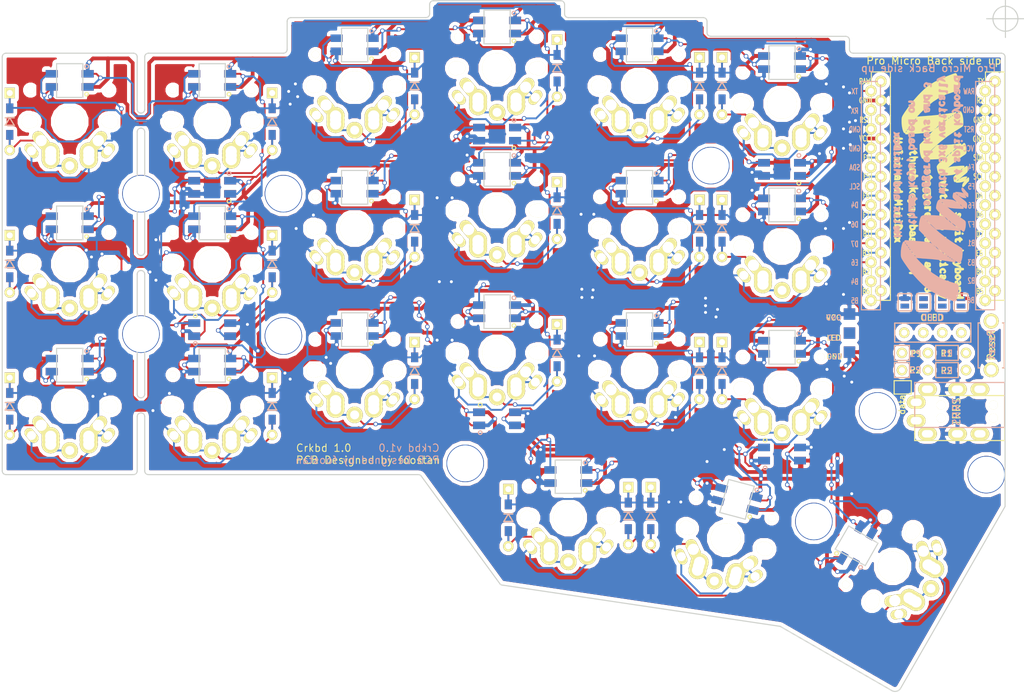
<source format=kicad_pcb>
(kicad_pcb (version 4) (host pcbnew 4.0.7)
  (title_block (title Crkbd) (date 2018/04/11) (rev 1.0) (company foostan))
  (layers (0 F.Cu signal) (31 B.Cu signal) (34 B.Paste user) (35 F.Paste user) (36 B.SilkS user) (37 F.SilkS user) (38 B.Mask user) (39 F.Mask user) (44 Edge.Cuts user))
  (net 0 "")
  (net 1 row0)
  (net 2 "Net-(D1-Pad2)")
  (net 3 row1)
  (net 4 "Net-(D2-Pad2)")
  (net 5 row2)
  (net 6 "Net-(D3-Pad2)")
  (net 7 row3)
  (net 8 "Net-(D4-Pad2)")
  (net 9 "Net-(D5-Pad2)")
  (net 10 "Net-(D6-Pad2)")
  (net 11 "Net-(D7-Pad2)")
  (net 12 "Net-(D8-Pad2)")
  (net 13 "Net-(D9-Pad2)")
  (net 14 "Net-(D10-Pad2)")
  (net 15 "Net-(D11-Pad2)")
  (net 16 "Net-(D12-Pad2)")
  (net 17 "Net-(D13-Pad2)")
  (net 18 "Net-(D14-Pad2)")
  (net 19 "Net-(D15-Pad2)")
  (net 20 "Net-(D16-Pad2)")
  (net 21 "Net-(D17-Pad2)")
  (net 22 "Net-(D18-Pad2)")
  (net 23 "Net-(D19-Pad2)")
  (net 24 "Net-(D20-Pad2)")
  (net 25 "Net-(D21-Pad2)")
  (net 26 GND)
  (net 27 VCC)
  (net 28 col0)
  (net 29 col1)
  (net 30 col2)
  (net 31 col3)
  (net 32 col4)
  (net 33 col5)
  (net 34 LED)
  (net 35 data)
  (net 36 "Net-(L1-Pad3)")
  (net 37 "Net-(L1-Pad1)")
  (net 38 "Net-(L3-Pad3)")
  (net 39 "Net-(L10-Pad1)")
  (net 40 "Net-(L11-Pad1)")
  (net 41 "Net-(L13-Pad1)")
  (net 42 "Net-(L14-Pad3)")
  (net 43 "Net-(L10-Pad3)")
  (net 44 "Net-(L12-Pad1)")
  (net 45 "Net-(L13-Pad3)")
  (net 46 "Net-(L15-Pad3)")
  (net 47 "Net-(L16-Pad3)")
  (net 48 reset)
  (net 49 SCL)
  (net 50 SDA)
  (net 51 "Net-(L5-Pad3)")
  (net 52 "Net-(U1-Pad14)")
  (net 53 "Net-(U1-Pad13)")
  (net 54 "Net-(U1-Pad12)")
  (net 55 "Net-(U1-Pad11)")
  (net 56 "Net-(J2-Pad1)")
  (net 57 "Net-(J2-Pad2)")
  (net 58 "Net-(J2-Pad3)")
  (net 59 "Net-(J2-Pad4)")
  (net 60 "Net-(L2-Pad3)")
  (net 61 "Net-(L3-Pad1)")
  (net 62 "Net-(L11-Pad3)")
  (net 63 "Net-(L14-Pad1)")
  (net 64 "Net-(L12-Pad3)")
  (net 65 "Net-(L17-Pad1)")
  (net 66 "Net-(L18-Pad3)")
  (net 67 "Net-(L19-Pad3)")
  (net 68 "Net-(J1-PadA)")
  (net 69 "Net-(J1-PadB)")
  (net 70 "Net-(U1-Pad24)")
  (net 71 "Net-(L21-Pad3)")
  (net 72 "Net-(L22-Pad3)")
  (net 73 "Net-(L22-Pad1)")
  (net 74 "Net-(L23-Pad3)")
  (net 75 "Net-(L25-Pad1)")
  (net 76 "Net-(L26-Pad1)")
  (module kbd:MX_ALPS_PG1350_noLed_1.75u (layer F.Cu) (at 179.75 136.5 240)
    (fp_text reference SW21 hide)
    (fp_text value SW_PUSH hide)
    (pad 1 thru_hole oval (at 5.1 -3.9 190) (size 2.2 1.25) (drill 1.2) (layers *.Cu *.Mask F.SilkS) (net 33 col5))
    (pad "" np_thru_hole circle (at 0 0 330) (size 4 4) (drill 4) (layers *.Cu *.Mask F.SilkS))
    (pad "" np_thru_hole circle (at -5.5 0 330) (size 1.9 1.9) (drill 1.9) (layers *.Cu *.Mask F.SilkS))
    (pad "" np_thru_hole circle (at 5.5 0 330) (size 1.9 1.9) (drill 1.9) (layers *.Cu *.Mask F.SilkS))
    (pad 1 thru_hole oval (at -5.1 -3.9 290) (size 2.2 1.25) (drill 1.2) (layers *.Cu *.Mask F.SilkS) (net 33 col5))
    (pad 2 thru_hole circle (at 0 -5.9 330) (size 2.2 2.2) (drill 1.2) (layers *.Cu *.Mask F.SilkS) (net 25 "Net-(D21-Pad2)"))
    (pad 2 thru_hole circle (at 2.54 -5.08 240) (size 2.4 2.4) (drill 1.5) (layers *.Cu *.Mask F.SilkS) (net 25 "Net-(D21-Pad2)"))
    (pad 1 thru_hole oval (at -3.81 -2.54 290) (size 2.8 1.55) (drill 1.5) (layers *.Cu *.Mask F.SilkS) (net 33 col5))
    (pad 1 thru_hole circle (at -2.54 -5.08 240) (size 2.4 2.4) (drill 1.5) (layers *.Cu *.Mask F.SilkS) (net 33 col5))
    (pad 2 thru_hole oval (at 3.81 -2.54 190) (size 2.8 1.55) (drill 1.5) (layers *.Cu *.Mask F.SilkS) (net 25 "Net-(D21-Pad2)"))
    (pad 2 thru_hole circle (at 2.54 -4.5 240) (size 2.4 2.4) (drill 1.5) (layers *.Cu *.Mask F.SilkS) (net 25 "Net-(D21-Pad2)"))
    (pad 2 thru_hole circle (at 2.54 -4 240) (size 2.4 2.4) (drill 1.5) (layers *.Cu *.Mask F.SilkS) (net 25 "Net-(D21-Pad2)"))
    (pad 1 thru_hole circle (at -2.54 -4 240) (size 2.4 2.4) (drill 1.5) (layers *.Cu *.Mask F.SilkS) (net 33 col5))
    (pad 1 thru_hole circle (at -2.54 -4.5 240) (size 2.4 2.4) (drill 1.5) (layers *.Cu *.Mask F.SilkS) (net 33 col5))
    (pad "" np_thru_hole circle (at 5.08 0 240) (size 1.7 1.7) (drill 1.7) (layers *.Cu *.Mask F.SilkS))
    (pad "" np_thru_hole circle (at -5.08 0 240) (size 1.7 1.7) (drill 1.7) (layers *.Cu *.Mask F.SilkS))
    (pad "" np_thru_hole circle (at 5.22 4.2 240) (size 1 1) (drill 1) (layers *.Cu *.Mask F.SilkS))
    (pad "" np_thru_hole circle (at -5.22 4.2 240) (size 1 1) (drill 1) (layers *.Cu *.Mask F.SilkS))
  )
  (module kbd:D3_TH_SMD (layer F.Cu) (at 62 77.125 270)
    (fp_text reference D1 hide)
    (fp_text value D hide)
    (pad 1 smd rect (at -1.775 0 270) (size 1.3 0.95) (layers F.Cu F.Paste F.Mask) (net 1 row0))
    (pad 2 smd rect (at 1.775 0 270) (size 1.3 0.95) (layers B.Cu B.Paste B.Mask) (net 2 "Net-(D1-Pad2)"))
    (pad 1 smd rect (at -1.775 0 270) (size 1.3 0.95) (layers B.Cu B.Paste B.Mask) (net 1 row0))
    (pad 1 thru_hole rect (at -3.81 0 270) (size 1.397 1.397) (drill 0.8128) (layers *.Cu *.Mask F.SilkS) (net 1 row0))
    (pad 2 thru_hole circle (at 3.81 0 270) (size 1.397 1.397) (drill 0.8128) (layers *.Cu *.Mask F.SilkS) (net 2 "Net-(D1-Pad2)"))
    (pad 2 smd rect (at 1.775 0 270) (size 1.3 0.95) (layers F.Cu F.Paste F.Mask) (net 2 "Net-(D1-Pad2)"))
  )
  (module kbd:D3_TH_SMD (layer F.Cu) (at 97 77.125 270)
    (fp_text reference D2 hide)
    (fp_text value D hide)
    (pad 1 smd rect (at -1.775 0 270) (size 1.3 0.95) (layers F.Cu F.Paste F.Mask) (net 1 row0))
    (pad 2 smd rect (at 1.775 0 270) (size 1.3 0.95) (layers B.Cu B.Paste B.Mask) (net 4 "Net-(D2-Pad2)"))
    (pad 1 smd rect (at -1.775 0 270) (size 1.3 0.95) (layers B.Cu B.Paste B.Mask) (net 1 row0))
    (pad 1 thru_hole rect (at -3.81 0 270) (size 1.397 1.397) (drill 0.8128) (layers *.Cu *.Mask F.SilkS) (net 1 row0))
    (pad 2 thru_hole circle (at 3.81 0 270) (size 1.397 1.397) (drill 0.8128) (layers *.Cu *.Mask F.SilkS) (net 4 "Net-(D2-Pad2)"))
    (pad 2 smd rect (at 1.775 0 270) (size 1.3 0.95) (layers F.Cu F.Paste F.Mask) (net 4 "Net-(D2-Pad2)"))
  )
  (module kbd:D3_TH_SMD (layer F.Cu) (at 116 72.375 270)
    (fp_text reference D3 hide)
    (fp_text value D hide)
    (pad 1 smd rect (at -1.775 0 270) (size 1.3 0.95) (layers F.Cu F.Paste F.Mask) (net 1 row0))
    (pad 2 smd rect (at 1.775 0 270) (size 1.3 0.95) (layers B.Cu B.Paste B.Mask) (net 6 "Net-(D3-Pad2)"))
    (pad 1 smd rect (at -1.775 0 270) (size 1.3 0.95) (layers B.Cu B.Paste B.Mask) (net 1 row0))
    (pad 1 thru_hole rect (at -3.81 0 270) (size 1.397 1.397) (drill 0.8128) (layers *.Cu *.Mask F.SilkS) (net 1 row0))
    (pad 2 thru_hole circle (at 3.81 0 270) (size 1.397 1.397) (drill 0.8128) (layers *.Cu *.Mask F.SilkS) (net 6 "Net-(D3-Pad2)"))
    (pad 2 smd rect (at 1.775 0 270) (size 1.3 0.95) (layers F.Cu F.Paste F.Mask) (net 6 "Net-(D3-Pad2)"))
  )
  (module kbd:D3_TH_SMD (layer F.Cu) (at 135 70 270)
    (fp_text reference D4 hide)
    (fp_text value D hide)
    (pad 1 smd rect (at -1.775 0 270) (size 1.3 0.95) (layers F.Cu F.Paste F.Mask) (net 1 row0))
    (pad 2 smd rect (at 1.775 0 270) (size 1.3 0.95) (layers B.Cu B.Paste B.Mask) (net 8 "Net-(D4-Pad2)"))
    (pad 1 smd rect (at -1.775 0 270) (size 1.3 0.95) (layers B.Cu B.Paste B.Mask) (net 1 row0))
    (pad 1 thru_hole rect (at -3.81 0 270) (size 1.397 1.397) (drill 0.8128) (layers *.Cu *.Mask F.SilkS) (net 1 row0))
    (pad 2 thru_hole circle (at 3.81 0 270) (size 1.397 1.397) (drill 0.8128) (layers *.Cu *.Mask F.SilkS) (net 8 "Net-(D4-Pad2)"))
    (pad 2 smd rect (at 1.775 0 270) (size 1.3 0.95) (layers F.Cu F.Paste F.Mask) (net 8 "Net-(D4-Pad2)"))
  )
  (module kbd:D3_TH_SMD (layer F.Cu) (at 154 72.375 270)
    (fp_text reference D5 hide)
    (fp_text value D hide)
    (pad 1 smd rect (at -1.775 0 270) (size 1.3 0.95) (layers F.Cu F.Paste F.Mask) (net 1 row0))
    (pad 2 smd rect (at 1.775 0 270) (size 1.3 0.95) (layers B.Cu B.Paste B.Mask) (net 9 "Net-(D5-Pad2)"))
    (pad 1 smd rect (at -1.775 0 270) (size 1.3 0.95) (layers B.Cu B.Paste B.Mask) (net 1 row0))
    (pad 1 thru_hole rect (at -3.81 0 270) (size 1.397 1.397) (drill 0.8128) (layers *.Cu *.Mask F.SilkS) (net 1 row0))
    (pad 2 thru_hole circle (at 3.81 0 270) (size 1.397 1.397) (drill 0.8128) (layers *.Cu *.Mask F.SilkS) (net 9 "Net-(D5-Pad2)"))
    (pad 2 smd rect (at 1.775 0 270) (size 1.3 0.95) (layers F.Cu F.Paste F.Mask) (net 9 "Net-(D5-Pad2)"))
  )
  (module kbd:D3_TH_SMD (layer F.Cu) (at 157 72.375 270)
    (fp_text reference D6 hide)
    (fp_text value D hide)
    (pad 1 smd rect (at -1.775 0 270) (size 1.3 0.95) (layers F.Cu F.Paste F.Mask) (net 1 row0))
    (pad 2 smd rect (at 1.775 0 270) (size 1.3 0.95) (layers B.Cu B.Paste B.Mask) (net 10 "Net-(D6-Pad2)"))
    (pad 1 smd rect (at -1.775 0 270) (size 1.3 0.95) (layers B.Cu B.Paste B.Mask) (net 1 row0))
    (pad 1 thru_hole rect (at -3.81 0 270) (size 1.397 1.397) (drill 0.8128) (layers *.Cu *.Mask F.SilkS) (net 1 row0))
    (pad 2 thru_hole circle (at 3.81 0 270) (size 1.397 1.397) (drill 0.8128) (layers *.Cu *.Mask F.SilkS) (net 10 "Net-(D6-Pad2)"))
    (pad 2 smd rect (at 1.775 0 270) (size 1.3 0.95) (layers F.Cu F.Paste F.Mask) (net 10 "Net-(D6-Pad2)"))
  )
  (module kbd:D3_TH_SMD (layer F.Cu) (at 62 96.125 270)
    (fp_text reference D7 hide)
    (fp_text value D hide)
    (pad 1 smd rect (at -1.775 0 270) (size 1.3 0.95) (layers F.Cu F.Paste F.Mask) (net 3 row1))
    (pad 2 smd rect (at 1.775 0 270) (size 1.3 0.95) (layers B.Cu B.Paste B.Mask) (net 11 "Net-(D7-Pad2)"))
    (pad 1 smd rect (at -1.775 0 270) (size 1.3 0.95) (layers B.Cu B.Paste B.Mask) (net 3 row1))
    (pad 1 thru_hole rect (at -3.81 0 270) (size 1.397 1.397) (drill 0.8128) (layers *.Cu *.Mask F.SilkS) (net 3 row1))
    (pad 2 thru_hole circle (at 3.81 0 270) (size 1.397 1.397) (drill 0.8128) (layers *.Cu *.Mask F.SilkS) (net 11 "Net-(D7-Pad2)"))
    (pad 2 smd rect (at 1.775 0 270) (size 1.3 0.95) (layers F.Cu F.Paste F.Mask) (net 11 "Net-(D7-Pad2)"))
  )
  (module kbd:D3_TH_SMD (layer F.Cu) (at 97 96.125 270)
    (fp_text reference D8 hide)
    (fp_text value D hide)
    (pad 1 smd rect (at -1.775 0 270) (size 1.3 0.95) (layers F.Cu F.Paste F.Mask) (net 3 row1))
    (pad 2 smd rect (at 1.775 0 270) (size 1.3 0.95) (layers B.Cu B.Paste B.Mask) (net 12 "Net-(D8-Pad2)"))
    (pad 1 smd rect (at -1.775 0 270) (size 1.3 0.95) (layers B.Cu B.Paste B.Mask) (net 3 row1))
    (pad 1 thru_hole rect (at -3.81 0 270) (size 1.397 1.397) (drill 0.8128) (layers *.Cu *.Mask F.SilkS) (net 3 row1))
    (pad 2 thru_hole circle (at 3.81 0 270) (size 1.397 1.397) (drill 0.8128) (layers *.Cu *.Mask F.SilkS) (net 12 "Net-(D8-Pad2)"))
    (pad 2 smd rect (at 1.775 0 270) (size 1.3 0.95) (layers F.Cu F.Paste F.Mask) (net 12 "Net-(D8-Pad2)"))
  )
  (module kbd:D3_TH_SMD (layer F.Cu) (at 116 91.375 270)
    (fp_text reference D9 hide)
    (fp_text value D hide)
    (pad 1 smd rect (at -1.775 0 270) (size 1.3 0.95) (layers F.Cu F.Paste F.Mask) (net 3 row1))
    (pad 2 smd rect (at 1.775 0 270) (size 1.3 0.95) (layers B.Cu B.Paste B.Mask) (net 13 "Net-(D9-Pad2)"))
    (pad 1 smd rect (at -1.775 0 270) (size 1.3 0.95) (layers B.Cu B.Paste B.Mask) (net 3 row1))
    (pad 1 thru_hole rect (at -3.81 0 270) (size 1.397 1.397) (drill 0.8128) (layers *.Cu *.Mask F.SilkS) (net 3 row1))
    (pad 2 thru_hole circle (at 3.81 0 270) (size 1.397 1.397) (drill 0.8128) (layers *.Cu *.Mask F.SilkS) (net 13 "Net-(D9-Pad2)"))
    (pad 2 smd rect (at 1.775 0 270) (size 1.3 0.95) (layers F.Cu F.Paste F.Mask) (net 13 "Net-(D9-Pad2)"))
  )
  (module kbd:D3_TH_SMD (layer F.Cu) (at 135 89 270)
    (fp_text reference D10 hide)
    (fp_text value D hide)
    (pad 1 smd rect (at -1.775 0 270) (size 1.3 0.95) (layers F.Cu F.Paste F.Mask) (net 3 row1))
    (pad 2 smd rect (at 1.775 0 270) (size 1.3 0.95) (layers B.Cu B.Paste B.Mask) (net 14 "Net-(D10-Pad2)"))
    (pad 1 smd rect (at -1.775 0 270) (size 1.3 0.95) (layers B.Cu B.Paste B.Mask) (net 3 row1))
    (pad 1 thru_hole rect (at -3.81 0 270) (size 1.397 1.397) (drill 0.8128) (layers *.Cu *.Mask F.SilkS) (net 3 row1))
    (pad 2 thru_hole circle (at 3.81 0 270) (size 1.397 1.397) (drill 0.8128) (layers *.Cu *.Mask F.SilkS) (net 14 "Net-(D10-Pad2)"))
    (pad 2 smd rect (at 1.775 0 270) (size 1.3 0.95) (layers F.Cu F.Paste F.Mask) (net 14 "Net-(D10-Pad2)"))
  )
  (module kbd:D3_TH_SMD (layer F.Cu) (at 154 91.375 270)
    (fp_text reference D11 hide)
    (fp_text value D hide)
    (pad 1 smd rect (at -1.775 0 270) (size 1.3 0.95) (layers F.Cu F.Paste F.Mask) (net 3 row1))
    (pad 2 smd rect (at 1.775 0 270) (size 1.3 0.95) (layers B.Cu B.Paste B.Mask) (net 15 "Net-(D11-Pad2)"))
    (pad 1 smd rect (at -1.775 0 270) (size 1.3 0.95) (layers B.Cu B.Paste B.Mask) (net 3 row1))
    (pad 1 thru_hole rect (at -3.81 0 270) (size 1.397 1.397) (drill 0.8128) (layers *.Cu *.Mask F.SilkS) (net 3 row1))
    (pad 2 thru_hole circle (at 3.81 0 270) (size 1.397 1.397) (drill 0.8128) (layers *.Cu *.Mask F.SilkS) (net 15 "Net-(D11-Pad2)"))
    (pad 2 smd rect (at 1.775 0 270) (size 1.3 0.95) (layers F.Cu F.Paste F.Mask) (net 15 "Net-(D11-Pad2)"))
  )
  (module kbd:D3_TH_SMD (layer F.Cu) (at 157 91.375 270)
    (fp_text reference D12 hide)
    (fp_text value D hide)
    (pad 1 smd rect (at -1.775 0 270) (size 1.3 0.95) (layers F.Cu F.Paste F.Mask) (net 3 row1))
    (pad 2 smd rect (at 1.775 0 270) (size 1.3 0.95) (layers B.Cu B.Paste B.Mask) (net 16 "Net-(D12-Pad2)"))
    (pad 1 smd rect (at -1.775 0 270) (size 1.3 0.95) (layers B.Cu B.Paste B.Mask) (net 3 row1))
    (pad 1 thru_hole rect (at -3.81 0 270) (size 1.397 1.397) (drill 0.8128) (layers *.Cu *.Mask F.SilkS) (net 3 row1))
    (pad 2 thru_hole circle (at 3.81 0 270) (size 1.397 1.397) (drill 0.8128) (layers *.Cu *.Mask F.SilkS) (net 16 "Net-(D12-Pad2)"))
    (pad 2 smd rect (at 1.775 0 270) (size 1.3 0.95) (layers F.Cu F.Paste F.Mask) (net 16 "Net-(D12-Pad2)"))
  )
  (module kbd:D3_TH_SMD (layer F.Cu) (at 62 115.125 270)
    (fp_text reference D13 hide)
    (fp_text value D hide)
    (pad 1 smd rect (at -1.775 0 270) (size 1.3 0.95) (layers F.Cu F.Paste F.Mask) (net 5 row2))
    (pad 2 smd rect (at 1.775 0 270) (size 1.3 0.95) (layers B.Cu B.Paste B.Mask) (net 17 "Net-(D13-Pad2)"))
    (pad 1 smd rect (at -1.775 0 270) (size 1.3 0.95) (layers B.Cu B.Paste B.Mask) (net 5 row2))
    (pad 1 thru_hole rect (at -3.81 0 270) (size 1.397 1.397) (drill 0.8128) (layers *.Cu *.Mask F.SilkS) (net 5 row2))
    (pad 2 thru_hole circle (at 3.81 0 270) (size 1.397 1.397) (drill 0.8128) (layers *.Cu *.Mask F.SilkS) (net 17 "Net-(D13-Pad2)"))
    (pad 2 smd rect (at 1.775 0 270) (size 1.3 0.95) (layers F.Cu F.Paste F.Mask) (net 17 "Net-(D13-Pad2)"))
  )
  (module kbd:D3_TH_SMD (layer F.Cu) (at 97 115.125 270)
    (fp_text reference D14 hide)
    (fp_text value D hide)
    (pad 1 smd rect (at -1.775 0 270) (size 1.3 0.95) (layers F.Cu F.Paste F.Mask) (net 5 row2))
    (pad 2 smd rect (at 1.775 0 270) (size 1.3 0.95) (layers B.Cu B.Paste B.Mask) (net 18 "Net-(D14-Pad2)"))
    (pad 1 smd rect (at -1.775 0 270) (size 1.3 0.95) (layers B.Cu B.Paste B.Mask) (net 5 row2))
    (pad 1 thru_hole rect (at -3.81 0 270) (size 1.397 1.397) (drill 0.8128) (layers *.Cu *.Mask F.SilkS) (net 5 row2))
    (pad 2 thru_hole circle (at 3.81 0 270) (size 1.397 1.397) (drill 0.8128) (layers *.Cu *.Mask F.SilkS) (net 18 "Net-(D14-Pad2)"))
    (pad 2 smd rect (at 1.775 0 270) (size 1.3 0.95) (layers F.Cu F.Paste F.Mask) (net 18 "Net-(D14-Pad2)"))
  )
  (module kbd:D3_TH_SMD (layer F.Cu) (at 116 110.375 270)
    (fp_text reference D15 hide)
    (fp_text value D hide)
    (pad 1 smd rect (at -1.775 0 270) (size 1.3 0.95) (layers F.Cu F.Paste F.Mask) (net 5 row2))
    (pad 2 smd rect (at 1.775 0 270) (size 1.3 0.95) (layers B.Cu B.Paste B.Mask) (net 19 "Net-(D15-Pad2)"))
    (pad 1 smd rect (at -1.775 0 270) (size 1.3 0.95) (layers B.Cu B.Paste B.Mask) (net 5 row2))
    (pad 1 thru_hole rect (at -3.81 0 270) (size 1.397 1.397) (drill 0.8128) (layers *.Cu *.Mask F.SilkS) (net 5 row2))
    (pad 2 thru_hole circle (at 3.81 0 270) (size 1.397 1.397) (drill 0.8128) (layers *.Cu *.Mask F.SilkS) (net 19 "Net-(D15-Pad2)"))
    (pad 2 smd rect (at 1.775 0 270) (size 1.3 0.95) (layers F.Cu F.Paste F.Mask) (net 19 "Net-(D15-Pad2)"))
  )
  (module kbd:D3_TH_SMD (layer F.Cu) (at 135 108 270)
    (fp_text reference D16 hide)
    (fp_text value D hide)
    (pad 1 smd rect (at -1.775 0 270) (size 1.3 0.95) (layers F.Cu F.Paste F.Mask) (net 5 row2))
    (pad 2 smd rect (at 1.775 0 270) (size 1.3 0.95) (layers B.Cu B.Paste B.Mask) (net 20 "Net-(D16-Pad2)"))
    (pad 1 smd rect (at -1.775 0 270) (size 1.3 0.95) (layers B.Cu B.Paste B.Mask) (net 5 row2))
    (pad 1 thru_hole rect (at -3.81 0 270) (size 1.397 1.397) (drill 0.8128) (layers *.Cu *.Mask F.SilkS) (net 5 row2))
    (pad 2 thru_hole circle (at 3.81 0 270) (size 1.397 1.397) (drill 0.8128) (layers *.Cu *.Mask F.SilkS) (net 20 "Net-(D16-Pad2)"))
    (pad 2 smd rect (at 1.775 0 270) (size 1.3 0.95) (layers F.Cu F.Paste F.Mask) (net 20 "Net-(D16-Pad2)"))
  )
  (module kbd:D3_TH_SMD (layer F.Cu) (at 157 110.375 270)
    (fp_text reference D18 hide)
    (fp_text value D hide)
    (pad 1 smd rect (at -1.775 0 270) (size 1.3 0.95) (layers F.Cu F.Paste F.Mask) (net 5 row2))
    (pad 2 smd rect (at 1.775 0 270) (size 1.3 0.95) (layers B.Cu B.Paste B.Mask) (net 22 "Net-(D18-Pad2)"))
    (pad 1 smd rect (at -1.775 0 270) (size 1.3 0.95) (layers B.Cu B.Paste B.Mask) (net 5 row2))
    (pad 1 thru_hole rect (at -3.81 0 270) (size 1.397 1.397) (drill 0.8128) (layers *.Cu *.Mask F.SilkS) (net 5 row2))
    (pad 2 thru_hole circle (at 3.81 0 270) (size 1.397 1.397) (drill 0.8128) (layers *.Cu *.Mask F.SilkS) (net 22 "Net-(D18-Pad2)"))
    (pad 2 smd rect (at 1.775 0 270) (size 1.3 0.95) (layers F.Cu F.Paste F.Mask) (net 22 "Net-(D18-Pad2)"))
  )
  (module kbd:D3_TH_SMD (layer F.Cu) (at 128.5 130 270)
    (fp_text reference D19 hide)
    (fp_text value D hide)
    (pad 1 smd rect (at -1.775 0 270) (size 1.3 0.95) (layers F.Cu F.Paste F.Mask) (net 7 row3))
    (pad 2 smd rect (at 1.775 0 270) (size 1.3 0.95) (layers B.Cu B.Paste B.Mask) (net 23 "Net-(D19-Pad2)"))
    (pad 1 smd rect (at -1.775 0 270) (size 1.3 0.95) (layers B.Cu B.Paste B.Mask) (net 7 row3))
    (pad 1 thru_hole rect (at -3.81 0 270) (size 1.397 1.397) (drill 0.8128) (layers *.Cu *.Mask F.SilkS) (net 7 row3))
    (pad 2 thru_hole circle (at 3.81 0 270) (size 1.397 1.397) (drill 0.8128) (layers *.Cu *.Mask F.SilkS) (net 23 "Net-(D19-Pad2)"))
    (pad 2 smd rect (at 1.775 0 270) (size 1.3 0.95) (layers F.Cu F.Paste F.Mask) (net 23 "Net-(D19-Pad2)"))
  )
  (module kbd:D3_TH_SMD (layer F.Cu) (at 144.5 129.75 270)
    (fp_text reference D20 hide)
    (fp_text value D hide)
    (pad 1 smd rect (at -1.775 0 270) (size 1.3 0.95) (layers F.Cu F.Paste F.Mask) (net 7 row3))
    (pad 2 smd rect (at 1.775 0 270) (size 1.3 0.95) (layers B.Cu B.Paste B.Mask) (net 24 "Net-(D20-Pad2)"))
    (pad 1 smd rect (at -1.775 0 270) (size 1.3 0.95) (layers B.Cu B.Paste B.Mask) (net 7 row3))
    (pad 1 thru_hole rect (at -3.81 0 270) (size 1.397 1.397) (drill 0.8128) (layers *.Cu *.Mask F.SilkS) (net 7 row3))
    (pad 2 thru_hole circle (at 3.81 0 270) (size 1.397 1.397) (drill 0.8128) (layers *.Cu *.Mask F.SilkS) (net 24 "Net-(D20-Pad2)"))
    (pad 2 smd rect (at 1.775 0 270) (size 1.3 0.95) (layers F.Cu F.Paste F.Mask) (net 24 "Net-(D20-Pad2)"))
  )
  (module kbd:D3_TH_SMD (layer F.Cu) (at 147.5 129.75 270)
    (fp_text reference D21 hide)
    (fp_text value D hide)
    (pad 1 smd rect (at -1.775 0 270) (size 1.3 0.95) (layers F.Cu F.Paste F.Mask) (net 7 row3))
    (pad 2 smd rect (at 1.775 0 270) (size 1.3 0.95) (layers B.Cu B.Paste B.Mask) (net 25 "Net-(D21-Pad2)"))
    (pad 1 smd rect (at -1.775 0 270) (size 1.3 0.95) (layers B.Cu B.Paste B.Mask) (net 7 row3))
    (pad 1 thru_hole rect (at -3.81 0 270) (size 1.397 1.397) (drill 0.8128) (layers *.Cu *.Mask F.SilkS) (net 7 row3))
    (pad 2 thru_hole circle (at 3.81 0 270) (size 1.397 1.397) (drill 0.8128) (layers *.Cu *.Mask F.SilkS) (net 25 "Net-(D21-Pad2)"))
    (pad 2 smd rect (at 1.775 0 270) (size 1.3 0.95) (layers F.Cu F.Paste F.Mask) (net 25 "Net-(D21-Pad2)"))
  )
  (module kbd:SK6812MINI_rev (layer F.Cu) (at 70 71.625)
    (fp_text reference L1 hide)
    (fp_text value SK6812MINI hide)
    (pad 4 smd rect (at 2.4 0.875) (size 1.6 1) (layers F.Cu F.Paste F.Mask) (net 27 VCC))
    (pad 3 smd rect (at 2.4 -0.875) (size 1.6 1) (layers F.Cu F.Paste F.Mask) (net 36 "Net-(L1-Pad3)"))
    (pad 1 smd rect (at -2.4 0.875) (size 1.6 1) (layers F.Cu F.Paste F.Mask) (net 37 "Net-(L1-Pad1)"))
    (pad 2 smd rect (at -2.4 -0.875) (size 1.6 1) (layers F.Cu F.Paste F.Mask) (net 26 GND))
    (pad 3 smd rect (at 2.4 0.875) (size 1.6 1) (layers B.Cu B.Paste B.Mask) (net 36 "Net-(L1-Pad3)"))
    (pad 4 smd rect (at 2.4 -0.875) (size 1.6 1) (layers B.Cu B.Paste B.Mask) (net 27 VCC))
    (pad 1 smd rect (at -2.4 -0.875) (size 1.6 1) (layers B.Cu B.Paste B.Mask) (net 37 "Net-(L1-Pad1)"))
    (pad 2 smd rect (at -2.4 0.875) (size 1.6 1) (layers B.Cu B.Paste B.Mask) (net 26 GND))
  )
  (module kbd:SK6812MINI_rev (layer F.Cu) (at 89 71.625)
    (fp_text reference L2 hide)
    (fp_text value SK6812MINI hide)
    (pad 4 smd rect (at 2.4 0.875) (size 1.6 1) (layers F.Cu F.Paste F.Mask) (net 27 VCC))
    (pad 3 smd rect (at 2.4 -0.875) (size 1.6 1) (layers F.Cu F.Paste F.Mask) (net 60 "Net-(L2-Pad3)"))
    (pad 1 smd rect (at -2.4 0.875) (size 1.6 1) (layers F.Cu F.Paste F.Mask) (net 36 "Net-(L1-Pad3)"))
    (pad 2 smd rect (at -2.4 -0.875) (size 1.6 1) (layers F.Cu F.Paste F.Mask) (net 26 GND))
    (pad 3 smd rect (at 2.4 0.875) (size 1.6 1) (layers B.Cu B.Paste B.Mask) (net 60 "Net-(L2-Pad3)"))
    (pad 4 smd rect (at 2.4 -0.875) (size 1.6 1) (layers B.Cu B.Paste B.Mask) (net 27 VCC))
    (pad 1 smd rect (at -2.4 -0.875) (size 1.6 1) (layers B.Cu B.Paste B.Mask) (net 36 "Net-(L1-Pad3)"))
    (pad 2 smd rect (at -2.4 0.875) (size 1.6 1) (layers B.Cu B.Paste B.Mask) (net 26 GND))
  )
  (module kbd:SK6812MINI_rev (layer F.Cu) (at 108 66.875)
    (fp_text reference L3 hide)
    (fp_text value SK6812MINI hide)
    (pad 4 smd rect (at 2.4 0.875) (size 1.6 1) (layers F.Cu F.Paste F.Mask) (net 27 VCC))
    (pad 3 smd rect (at 2.4 -0.875) (size 1.6 1) (layers F.Cu F.Paste F.Mask) (net 38 "Net-(L3-Pad3)"))
    (pad 1 smd rect (at -2.4 0.875) (size 1.6 1) (layers F.Cu F.Paste F.Mask) (net 61 "Net-(L3-Pad1)"))
    (pad 2 smd rect (at -2.4 -0.875) (size 1.6 1) (layers F.Cu F.Paste F.Mask) (net 26 GND))
    (pad 3 smd rect (at 2.4 0.875) (size 1.6 1) (layers B.Cu B.Paste B.Mask) (net 38 "Net-(L3-Pad3)"))
    (pad 4 smd rect (at 2.4 -0.875) (size 1.6 1) (layers B.Cu B.Paste B.Mask) (net 27 VCC))
    (pad 1 smd rect (at -2.4 -0.875) (size 1.6 1) (layers B.Cu B.Paste B.Mask) (net 61 "Net-(L3-Pad1)"))
    (pad 2 smd rect (at -2.4 0.875) (size 1.6 1) (layers B.Cu B.Paste B.Mask) (net 26 GND))
  )
  (module kbd:SK6812MINI_rev (layer F.Cu) (at 127 64.5)
    (fp_text reference L4 hide)
    (fp_text value SK6812MINI hide)
    (pad 4 smd rect (at 2.4 0.875) (size 1.6 1) (layers F.Cu F.Paste F.Mask) (net 27 VCC))
    (pad 3 smd rect (at 2.4 -0.875) (size 1.6 1) (layers F.Cu F.Paste F.Mask) (net 39 "Net-(L10-Pad1)"))
    (pad 1 smd rect (at -2.4 0.875) (size 1.6 1) (layers F.Cu F.Paste F.Mask) (net 38 "Net-(L3-Pad3)"))
    (pad 2 smd rect (at -2.4 -0.875) (size 1.6 1) (layers F.Cu F.Paste F.Mask) (net 26 GND))
    (pad 3 smd rect (at 2.4 0.875) (size 1.6 1) (layers B.Cu B.Paste B.Mask) (net 39 "Net-(L10-Pad1)"))
    (pad 4 smd rect (at 2.4 -0.875) (size 1.6 1) (layers B.Cu B.Paste B.Mask) (net 27 VCC))
    (pad 1 smd rect (at -2.4 -0.875) (size 1.6 1) (layers B.Cu B.Paste B.Mask) (net 38 "Net-(L3-Pad3)"))
    (pad 2 smd rect (at -2.4 0.875) (size 1.6 1) (layers B.Cu B.Paste B.Mask) (net 26 GND))
  )
  (module kbd:SK6812MINI_rev (layer F.Cu) (at 146 66.875)
    (fp_text reference L5 hide)
    (fp_text value SK6812MINI hide)
    (pad 4 smd rect (at 2.4 0.875) (size 1.6 1) (layers F.Cu F.Paste F.Mask) (net 27 VCC))
    (pad 3 smd rect (at 2.4 -0.875) (size 1.6 1) (layers F.Cu F.Paste F.Mask) (net 51 "Net-(L5-Pad3)"))
    (pad 1 smd rect (at -2.4 0.875) (size 1.6 1) (layers F.Cu F.Paste F.Mask) (net 62 "Net-(L11-Pad3)"))
    (pad 2 smd rect (at -2.4 -0.875) (size 1.6 1) (layers F.Cu F.Paste F.Mask) (net 26 GND))
    (pad 3 smd rect (at 2.4 0.875) (size 1.6 1) (layers B.Cu B.Paste B.Mask) (net 51 "Net-(L5-Pad3)"))
    (pad 4 smd rect (at 2.4 -0.875) (size 1.6 1) (layers B.Cu B.Paste B.Mask) (net 27 VCC))
    (pad 1 smd rect (at -2.4 -0.875) (size 1.6 1) (layers B.Cu B.Paste B.Mask) (net 62 "Net-(L11-Pad3)"))
    (pad 2 smd rect (at -2.4 0.875) (size 1.6 1) (layers B.Cu B.Paste B.Mask) (net 26 GND))
  )
  (module kbd:SK6812MINI_rev (layer F.Cu) (at 165 69.25)
    (fp_text reference L6 hide)
    (fp_text value SK6812MINI hide)
    (pad 4 smd rect (at 2.4 0.875) (size 1.6 1) (layers F.Cu F.Paste F.Mask) (net 27 VCC))
    (pad 3 smd rect (at 2.4 -0.875) (size 1.6 1) (layers F.Cu F.Paste F.Mask) (net 44 "Net-(L12-Pad1)"))
    (pad 1 smd rect (at -2.4 0.875) (size 1.6 1) (layers F.Cu F.Paste F.Mask) (net 51 "Net-(L5-Pad3)"))
    (pad 2 smd rect (at -2.4 -0.875) (size 1.6 1) (layers F.Cu F.Paste F.Mask) (net 26 GND))
    (pad 3 smd rect (at 2.4 0.875) (size 1.6 1) (layers B.Cu B.Paste B.Mask) (net 44 "Net-(L12-Pad1)"))
    (pad 4 smd rect (at 2.4 -0.875) (size 1.6 1) (layers B.Cu B.Paste B.Mask) (net 27 VCC))
    (pad 1 smd rect (at -2.4 -0.875) (size 1.6 1) (layers B.Cu B.Paste B.Mask) (net 51 "Net-(L5-Pad3)"))
    (pad 2 smd rect (at -2.4 0.875) (size 1.6 1) (layers B.Cu B.Paste B.Mask) (net 26 GND))
  )
  (module kbd:SK6812MINI_rev (layer F.Cu) (at 70 90.625)
    (fp_text reference L7 hide)
    (fp_text value SK6812MINI hide)
    (pad 4 smd rect (at 2.4 0.875) (size 1.6 1) (layers F.Cu F.Paste F.Mask) (net 27 VCC))
    (pad 3 smd rect (at 2.4 -0.875) (size 1.6 1) (layers F.Cu F.Paste F.Mask) (net 37 "Net-(L1-Pad1)"))
    (pad 1 smd rect (at -2.4 0.875) (size 1.6 1) (layers F.Cu F.Paste F.Mask) (net 45 "Net-(L13-Pad3)"))
    (pad 2 smd rect (at -2.4 -0.875) (size 1.6 1) (layers F.Cu F.Paste F.Mask) (net 26 GND))
    (pad 3 smd rect (at 2.4 0.875) (size 1.6 1) (layers B.Cu B.Paste B.Mask) (net 37 "Net-(L1-Pad1)"))
    (pad 4 smd rect (at 2.4 -0.875) (size 1.6 1) (layers B.Cu B.Paste B.Mask) (net 27 VCC))
    (pad 1 smd rect (at -2.4 -0.875) (size 1.6 1) (layers B.Cu B.Paste B.Mask) (net 45 "Net-(L13-Pad3)"))
    (pad 2 smd rect (at -2.4 0.875) (size 1.6 1) (layers B.Cu B.Paste B.Mask) (net 26 GND))
  )
  (module kbd:SK6812MINI_rev (layer F.Cu) (at 89 90.625)
    (fp_text reference L8 hide)
    (fp_text value SK6812MINI hide)
    (pad 4 smd rect (at 2.4 0.875) (size 1.6 1) (layers F.Cu F.Paste F.Mask) (net 27 VCC))
    (pad 3 smd rect (at 2.4 -0.875) (size 1.6 1) (layers F.Cu F.Paste F.Mask) (net 63 "Net-(L14-Pad1)"))
    (pad 1 smd rect (at -2.4 0.875) (size 1.6 1) (layers F.Cu F.Paste F.Mask) (net 60 "Net-(L2-Pad3)"))
    (pad 2 smd rect (at -2.4 -0.875) (size 1.6 1) (layers F.Cu F.Paste F.Mask) (net 26 GND))
    (pad 3 smd rect (at 2.4 0.875) (size 1.6 1) (layers B.Cu B.Paste B.Mask) (net 63 "Net-(L14-Pad1)"))
    (pad 4 smd rect (at 2.4 -0.875) (size 1.6 1) (layers B.Cu B.Paste B.Mask) (net 27 VCC))
    (pad 1 smd rect (at -2.4 -0.875) (size 1.6 1) (layers B.Cu B.Paste B.Mask) (net 60 "Net-(L2-Pad3)"))
    (pad 2 smd rect (at -2.4 0.875) (size 1.6 1) (layers B.Cu B.Paste B.Mask) (net 26 GND))
  )
  (module kbd:SK6812MINI_rev (layer F.Cu) (at 108 85.875)
    (fp_text reference L9 hide)
    (fp_text value SK6812MINI hide)
    (pad 4 smd rect (at 2.4 0.875) (size 1.6 1) (layers F.Cu F.Paste F.Mask) (net 27 VCC))
    (pad 3 smd rect (at 2.4 -0.875) (size 1.6 1) (layers F.Cu F.Paste F.Mask) (net 61 "Net-(L3-Pad1)"))
    (pad 1 smd rect (at -2.4 0.875) (size 1.6 1) (layers F.Cu F.Paste F.Mask) (net 46 "Net-(L15-Pad3)"))
    (pad 2 smd rect (at -2.4 -0.875) (size 1.6 1) (layers F.Cu F.Paste F.Mask) (net 26 GND))
    (pad 3 smd rect (at 2.4 0.875) (size 1.6 1) (layers B.Cu B.Paste B.Mask) (net 61 "Net-(L3-Pad1)"))
    (pad 4 smd rect (at 2.4 -0.875) (size 1.6 1) (layers B.Cu B.Paste B.Mask) (net 27 VCC))
    (pad 1 smd rect (at -2.4 -0.875) (size 1.6 1) (layers B.Cu B.Paste B.Mask) (net 46 "Net-(L15-Pad3)"))
    (pad 2 smd rect (at -2.4 0.875) (size 1.6 1) (layers B.Cu B.Paste B.Mask) (net 26 GND))
  )
  (module kbd:SK6812MINI_rev (layer F.Cu) (at 127 83.5)
    (fp_text reference L10 hide)
    (fp_text value SK6812MINI hide)
    (pad 4 smd rect (at 2.4 0.875) (size 1.6 1) (layers F.Cu F.Paste F.Mask) (net 27 VCC))
    (pad 3 smd rect (at 2.4 -0.875) (size 1.6 1) (layers F.Cu F.Paste F.Mask) (net 43 "Net-(L10-Pad3)"))
    (pad 1 smd rect (at -2.4 0.875) (size 1.6 1) (layers F.Cu F.Paste F.Mask) (net 39 "Net-(L10-Pad1)"))
    (pad 2 smd rect (at -2.4 -0.875) (size 1.6 1) (layers F.Cu F.Paste F.Mask) (net 26 GND))
    (pad 3 smd rect (at 2.4 0.875) (size 1.6 1) (layers B.Cu B.Paste B.Mask) (net 43 "Net-(L10-Pad3)"))
    (pad 4 smd rect (at 2.4 -0.875) (size 1.6 1) (layers B.Cu B.Paste B.Mask) (net 27 VCC))
    (pad 1 smd rect (at -2.4 -0.875) (size 1.6 1) (layers B.Cu B.Paste B.Mask) (net 39 "Net-(L10-Pad1)"))
    (pad 2 smd rect (at -2.4 0.875) (size 1.6 1) (layers B.Cu B.Paste B.Mask) (net 26 GND))
  )
  (module kbd:SK6812MINI_rev (layer F.Cu) (at 146 85.875)
    (fp_text reference L11 hide)
    (fp_text value SK6812MINI hide)
    (pad 4 smd rect (at 2.4 0.875) (size 1.6 1) (layers F.Cu F.Paste F.Mask) (net 27 VCC))
    (pad 3 smd rect (at 2.4 -0.875) (size 1.6 1) (layers F.Cu F.Paste F.Mask) (net 62 "Net-(L11-Pad3)"))
    (pad 1 smd rect (at -2.4 0.875) (size 1.6 1) (layers F.Cu F.Paste F.Mask) (net 40 "Net-(L11-Pad1)"))
    (pad 2 smd rect (at -2.4 -0.875) (size 1.6 1) (layers F.Cu F.Paste F.Mask) (net 26 GND))
    (pad 3 smd rect (at 2.4 0.875) (size 1.6 1) (layers B.Cu B.Paste B.Mask) (net 62 "Net-(L11-Pad3)"))
    (pad 4 smd rect (at 2.4 -0.875) (size 1.6 1) (layers B.Cu B.Paste B.Mask) (net 27 VCC))
    (pad 1 smd rect (at -2.4 -0.875) (size 1.6 1) (layers B.Cu B.Paste B.Mask) (net 40 "Net-(L11-Pad1)"))
    (pad 2 smd rect (at -2.4 0.875) (size 1.6 1) (layers B.Cu B.Paste B.Mask) (net 26 GND))
  )
  (module kbd:SK6812MINI_rev (layer F.Cu) (at 165 88.25)
    (fp_text reference L12 hide)
    (fp_text value SK6812MINI hide)
    (pad 4 smd rect (at 2.4 0.875) (size 1.6 1) (layers F.Cu F.Paste F.Mask) (net 27 VCC))
    (pad 3 smd rect (at 2.4 -0.875) (size 1.6 1) (layers F.Cu F.Paste F.Mask) (net 64 "Net-(L12-Pad3)"))
    (pad 1 smd rect (at -2.4 0.875) (size 1.6 1) (layers F.Cu F.Paste F.Mask) (net 44 "Net-(L12-Pad1)"))
    (pad 2 smd rect (at -2.4 -0.875) (size 1.6 1) (layers F.Cu F.Paste F.Mask) (net 26 GND))
    (pad 3 smd rect (at 2.4 0.875) (size 1.6 1) (layers B.Cu B.Paste B.Mask) (net 64 "Net-(L12-Pad3)"))
    (pad 4 smd rect (at 2.4 -0.875) (size 1.6 1) (layers B.Cu B.Paste B.Mask) (net 27 VCC))
    (pad 1 smd rect (at -2.4 -0.875) (size 1.6 1) (layers B.Cu B.Paste B.Mask) (net 44 "Net-(L12-Pad1)"))
    (pad 2 smd rect (at -2.4 0.875) (size 1.6 1) (layers B.Cu B.Paste B.Mask) (net 26 GND))
  )
  (module kbd:SK6812MINI_rev (layer F.Cu) (at 70 109.625)
    (fp_text reference L13 hide)
    (fp_text value SK6812MINI hide)
    (pad 4 smd rect (at 2.4 0.875) (size 1.6 1) (layers F.Cu F.Paste F.Mask) (net 27 VCC))
    (pad 3 smd rect (at 2.4 -0.875) (size 1.6 1) (layers F.Cu F.Paste F.Mask) (net 45 "Net-(L13-Pad3)"))
    (pad 1 smd rect (at -2.4 0.875) (size 1.6 1) (layers F.Cu F.Paste F.Mask) (net 41 "Net-(L13-Pad1)"))
    (pad 2 smd rect (at -2.4 -0.875) (size 1.6 1) (layers F.Cu F.Paste F.Mask) (net 26 GND))
    (pad 3 smd rect (at 2.4 0.875) (size 1.6 1) (layers B.Cu B.Paste B.Mask) (net 45 "Net-(L13-Pad3)"))
    (pad 4 smd rect (at 2.4 -0.875) (size 1.6 1) (layers B.Cu B.Paste B.Mask) (net 27 VCC))
    (pad 1 smd rect (at -2.4 -0.875) (size 1.6 1) (layers B.Cu B.Paste B.Mask) (net 41 "Net-(L13-Pad1)"))
    (pad 2 smd rect (at -2.4 0.875) (size 1.6 1) (layers B.Cu B.Paste B.Mask) (net 26 GND))
  )
  (module kbd:SK6812MINI_rev (layer F.Cu) (at 89 109.625)
    (fp_text reference L14 hide)
    (fp_text value SK6812MINI hide)
    (pad 4 smd rect (at 2.4 0.875) (size 1.6 1) (layers F.Cu F.Paste F.Mask) (net 27 VCC))
    (pad 3 smd rect (at 2.4 -0.875) (size 1.6 1) (layers F.Cu F.Paste F.Mask) (net 42 "Net-(L14-Pad3)"))
    (pad 1 smd rect (at -2.4 0.875) (size 1.6 1) (layers F.Cu F.Paste F.Mask) (net 63 "Net-(L14-Pad1)"))
    (pad 2 smd rect (at -2.4 -0.875) (size 1.6 1) (layers F.Cu F.Paste F.Mask) (net 26 GND))
    (pad 3 smd rect (at 2.4 0.875) (size 1.6 1) (layers B.Cu B.Paste B.Mask) (net 42 "Net-(L14-Pad3)"))
    (pad 4 smd rect (at 2.4 -0.875) (size 1.6 1) (layers B.Cu B.Paste B.Mask) (net 27 VCC))
    (pad 1 smd rect (at -2.4 -0.875) (size 1.6 1) (layers B.Cu B.Paste B.Mask) (net 63 "Net-(L14-Pad1)"))
    (pad 2 smd rect (at -2.4 0.875) (size 1.6 1) (layers B.Cu B.Paste B.Mask) (net 26 GND))
  )
  (module kbd:SK6812MINI_rev (layer F.Cu) (at 108 104.875)
    (fp_text reference L15 hide)
    (fp_text value SK6812MINI hide)
    (pad 4 smd rect (at 2.4 0.875) (size 1.6 1) (layers F.Cu F.Paste F.Mask) (net 27 VCC))
    (pad 3 smd rect (at 2.4 -0.875) (size 1.6 1) (layers F.Cu F.Paste F.Mask) (net 46 "Net-(L15-Pad3)"))
    (pad 1 smd rect (at -2.4 0.875) (size 1.6 1) (layers F.Cu F.Paste F.Mask) (net 42 "Net-(L14-Pad3)"))
    (pad 2 smd rect (at -2.4 -0.875) (size 1.6 1) (layers F.Cu F.Paste F.Mask) (net 26 GND))
    (pad 3 smd rect (at 2.4 0.875) (size 1.6 1) (layers B.Cu B.Paste B.Mask) (net 46 "Net-(L15-Pad3)"))
    (pad 4 smd rect (at 2.4 -0.875) (size 1.6 1) (layers B.Cu B.Paste B.Mask) (net 27 VCC))
    (pad 1 smd rect (at -2.4 -0.875) (size 1.6 1) (layers B.Cu B.Paste B.Mask) (net 42 "Net-(L14-Pad3)"))
    (pad 2 smd rect (at -2.4 0.875) (size 1.6 1) (layers B.Cu B.Paste B.Mask) (net 26 GND))
  )
  (module kbd:SK6812MINI_rev (layer F.Cu) (at 127 102.5)
    (fp_text reference L16 hide)
    (fp_text value SK6812MINI hide)
    (pad 4 smd rect (at 2.4 0.875) (size 1.6 1) (layers F.Cu F.Paste F.Mask) (net 27 VCC))
    (pad 3 smd rect (at 2.4 -0.875) (size 1.6 1) (layers F.Cu F.Paste F.Mask) (net 47 "Net-(L16-Pad3)"))
    (pad 1 smd rect (at -2.4 0.875) (size 1.6 1) (layers F.Cu F.Paste F.Mask) (net 43 "Net-(L10-Pad3)"))
    (pad 2 smd rect (at -2.4 -0.875) (size 1.6 1) (layers F.Cu F.Paste F.Mask) (net 26 GND))
    (pad 3 smd rect (at 2.4 0.875) (size 1.6 1) (layers B.Cu B.Paste B.Mask) (net 47 "Net-(L16-Pad3)"))
    (pad 4 smd rect (at 2.4 -0.875) (size 1.6 1) (layers B.Cu B.Paste B.Mask) (net 27 VCC))
    (pad 1 smd rect (at -2.4 -0.875) (size 1.6 1) (layers B.Cu B.Paste B.Mask) (net 43 "Net-(L10-Pad3)"))
    (pad 2 smd rect (at -2.4 0.875) (size 1.6 1) (layers B.Cu B.Paste B.Mask) (net 26 GND))
  )
  (module kbd:SK6812MINI_rev (layer F.Cu) (at 146 104.875)
    (fp_text reference L17 hide)
    (fp_text value SK6812MINI hide)
    (pad 4 smd rect (at 2.4 0.875) (size 1.6 1) (layers F.Cu F.Paste F.Mask) (net 27 VCC))
    (pad 3 smd rect (at 2.4 -0.875) (size 1.6 1) (layers F.Cu F.Paste F.Mask) (net 40 "Net-(L11-Pad1)"))
    (pad 1 smd rect (at -2.4 0.875) (size 1.6 1) (layers F.Cu F.Paste F.Mask) (net 65 "Net-(L17-Pad1)"))
    (pad 2 smd rect (at -2.4 -0.875) (size 1.6 1) (layers F.Cu F.Paste F.Mask) (net 26 GND))
    (pad 3 smd rect (at 2.4 0.875) (size 1.6 1) (layers B.Cu B.Paste B.Mask) (net 40 "Net-(L11-Pad1)"))
    (pad 4 smd rect (at 2.4 -0.875) (size 1.6 1) (layers B.Cu B.Paste B.Mask) (net 27 VCC))
    (pad 1 smd rect (at -2.4 -0.875) (size 1.6 1) (layers B.Cu B.Paste B.Mask) (net 65 "Net-(L17-Pad1)"))
    (pad 2 smd rect (at -2.4 0.875) (size 1.6 1) (layers B.Cu B.Paste B.Mask) (net 26 GND))
  )
  (module kbd:SK6812MINI_rev (layer F.Cu) (at 165 107.25)
    (fp_text reference L18 hide)
    (fp_text value SK6812MINI hide)
    (pad 4 smd rect (at 2.4 0.875) (size 1.6 1) (layers F.Cu F.Paste F.Mask) (net 27 VCC))
    (pad 3 smd rect (at 2.4 -0.875) (size 1.6 1) (layers F.Cu F.Paste F.Mask) (net 66 "Net-(L18-Pad3)"))
    (pad 1 smd rect (at -2.4 0.875) (size 1.6 1) (layers F.Cu F.Paste F.Mask) (net 64 "Net-(L12-Pad3)"))
    (pad 2 smd rect (at -2.4 -0.875) (size 1.6 1) (layers F.Cu F.Paste F.Mask) (net 26 GND))
    (pad 3 smd rect (at 2.4 0.875) (size 1.6 1) (layers B.Cu B.Paste B.Mask) (net 66 "Net-(L18-Pad3)"))
    (pad 4 smd rect (at 2.4 -0.875) (size 1.6 1) (layers B.Cu B.Paste B.Mask) (net 27 VCC))
    (pad 1 smd rect (at -2.4 -0.875) (size 1.6 1) (layers B.Cu B.Paste B.Mask) (net 64 "Net-(L12-Pad3)"))
    (pad 2 smd rect (at -2.4 0.875) (size 1.6 1) (layers B.Cu B.Paste B.Mask) (net 26 GND))
  )
  (module kbd:SK6812MINI_rev (layer F.Cu) (at 136.5 124.5)
    (fp_text reference L19 hide)
    (fp_text value SK6812MINI hide)
    (pad 4 smd rect (at 2.4 0.875) (size 1.6 1) (layers F.Cu F.Paste F.Mask) (net 27 VCC))
    (pad 3 smd rect (at 2.4 -0.875) (size 1.6 1) (layers F.Cu F.Paste F.Mask) (net 67 "Net-(L19-Pad3)"))
    (pad 1 smd rect (at -2.4 0.875) (size 1.6 1) (layers F.Cu F.Paste F.Mask) (net 47 "Net-(L16-Pad3)"))
    (pad 2 smd rect (at -2.4 -0.875) (size 1.6 1) (layers F.Cu F.Paste F.Mask) (net 26 GND))
    (pad 3 smd rect (at 2.4 0.875) (size 1.6 1) (layers B.Cu B.Paste B.Mask) (net 67 "Net-(L19-Pad3)"))
    (pad 4 smd rect (at 2.4 -0.875) (size 1.6 1) (layers B.Cu B.Paste B.Mask) (net 27 VCC))
    (pad 1 smd rect (at -2.4 -0.875) (size 1.6 1) (layers B.Cu B.Paste B.Mask) (net 47 "Net-(L16-Pad3)"))
    (pad 2 smd rect (at -2.4 0.875) (size 1.6 1) (layers B.Cu B.Paste B.Mask) (net 26 GND))
  )
  (module kbd:SK6812MINI_rev (layer F.Cu) (at 159 127.5 345)
    (fp_text reference L20 hide)
    (fp_text value SK6812MINI hide)
    (pad 4 smd rect (at 2.4 0.875 345) (size 1.6 1) (layers F.Cu F.Paste F.Mask) (net 27 VCC))
    (pad 3 smd rect (at 2.4 -0.875 345) (size 1.6 1) (layers F.Cu F.Paste F.Mask) (net 65 "Net-(L17-Pad1)"))
    (pad 1 smd rect (at -2.4 0.875 345) (size 1.6 1) (layers F.Cu F.Paste F.Mask) (net 67 "Net-(L19-Pad3)"))
    (pad 2 smd rect (at -2.4 -0.875 345) (size 1.6 1) (layers F.Cu F.Paste F.Mask) (net 26 GND))
    (pad 3 smd rect (at 2.4 0.875 345) (size 1.6 1) (layers B.Cu B.Paste B.Mask) (net 65 "Net-(L17-Pad1)"))
    (pad 4 smd rect (at 2.4 -0.875 345) (size 1.6 1) (layers B.Cu B.Paste B.Mask) (net 27 VCC))
    (pad 1 smd rect (at -2.4 -0.875 345) (size 1.6 1) (layers B.Cu B.Paste B.Mask) (net 67 "Net-(L19-Pad3)"))
    (pad 2 smd rect (at -2.4 0.875 345) (size 1.6 1) (layers B.Cu B.Paste B.Mask) (net 26 GND))
  )
  (module kbd:SK6812MINI_rev (layer F.Cu) (at 175 133.75 240)
    (fp_text reference L21 hide)
    (fp_text value SK6812MINI hide)
    (pad 4 smd rect (at 2.4 0.875 240) (size 1.6 1) (layers F.Cu F.Paste F.Mask) (net 27 VCC))
    (pad 3 smd rect (at 2.4 -0.875 240) (size 1.6 1) (layers F.Cu F.Paste F.Mask) (net 71 "Net-(L21-Pad3)"))
    (pad 1 smd rect (at -2.4 0.875 240) (size 1.6 1) (layers F.Cu F.Paste F.Mask) (net 66 "Net-(L18-Pad3)"))
    (pad 2 smd rect (at -2.4 -0.875 240) (size 1.6 1) (layers F.Cu F.Paste F.Mask) (net 26 GND))
    (pad 3 smd rect (at 2.4 0.875 240) (size 1.6 1) (layers B.Cu B.Paste B.Mask) (net 71 "Net-(L21-Pad3)"))
    (pad 4 smd rect (at 2.4 -0.875 240) (size 1.6 1) (layers B.Cu B.Paste B.Mask) (net 27 VCC))
    (pad 1 smd rect (at -2.4 -0.875 240) (size 1.6 1) (layers B.Cu B.Paste B.Mask) (net 66 "Net-(L18-Pad3)"))
    (pad 2 smd rect (at -2.4 0.875 240) (size 1.6 1) (layers B.Cu B.Paste B.Mask) (net 26 GND))
  )
  (module kbd:MX_ALPS_PG1350_noLed (layer F.Cu) (at 70 77.125 180)
    (fp_text reference SW1 hide)
    (fp_text value SW_PUSH hide)
    (pad 1 thru_hole oval (at 5.1 -3.9 130) (size 2.2 1.25) (drill 1.2) (layers *.Cu *.Mask F.SilkS) (net 28 col0))
    (pad "" np_thru_hole circle (at 0 0 270) (size 4 4) (drill 4) (layers *.Cu *.Mask F.SilkS))
    (pad "" np_thru_hole circle (at -5.5 0 270) (size 1.9 1.9) (drill 1.9) (layers *.Cu *.Mask F.SilkS))
    (pad "" np_thru_hole circle (at 5.5 0 270) (size 1.9 1.9) (drill 1.9) (layers *.Cu *.Mask F.SilkS))
    (pad 1 thru_hole oval (at -5.1 -3.9 230) (size 2.2 1.25) (drill 1.2) (layers *.Cu *.Mask F.SilkS) (net 28 col0))
    (pad 2 thru_hole circle (at 0 -5.9 270) (size 2.2 2.2) (drill 1.2) (layers *.Cu *.Mask F.SilkS) (net 2 "Net-(D1-Pad2)"))
    (pad 2 thru_hole circle (at 2.54 -5.08 180) (size 2.4 2.4) (drill 1.5) (layers *.Cu *.Mask F.SilkS) (net 2 "Net-(D1-Pad2)"))
    (pad 1 thru_hole oval (at -3.81 -2.54 230) (size 2.8 1.55) (drill 1.5) (layers *.Cu *.Mask F.SilkS) (net 28 col0))
    (pad 1 thru_hole circle (at -2.54 -5.08 180) (size 2.4 2.4) (drill 1.5) (layers *.Cu *.Mask F.SilkS) (net 28 col0))
    (pad 2 thru_hole oval (at 3.81 -2.54 130) (size 2.8 1.55) (drill 1.5) (layers *.Cu *.Mask F.SilkS) (net 2 "Net-(D1-Pad2)"))
    (pad 2 thru_hole circle (at 2.54 -4.5 180) (size 2.4 2.4) (drill 1.5) (layers *.Cu *.Mask F.SilkS) (net 2 "Net-(D1-Pad2)"))
    (pad 2 thru_hole circle (at 2.54 -4 180) (size 2.4 2.4) (drill 1.5) (layers *.Cu *.Mask F.SilkS) (net 2 "Net-(D1-Pad2)"))
    (pad 1 thru_hole circle (at -2.54 -4 180) (size 2.4 2.4) (drill 1.5) (layers *.Cu *.Mask F.SilkS) (net 28 col0))
    (pad 1 thru_hole circle (at -2.54 -4.5 180) (size 2.4 2.4) (drill 1.5) (layers *.Cu *.Mask F.SilkS) (net 28 col0))
    (pad "" np_thru_hole circle (at 5.08 0 180) (size 1.7 1.7) (drill 1.7) (layers *.Cu *.Mask F.SilkS))
    (pad "" np_thru_hole circle (at -5.08 0 180) (size 1.7 1.7) (drill 1.7) (layers *.Cu *.Mask F.SilkS))
    (pad "" np_thru_hole circle (at 5.22 4.2 180) (size 1 1) (drill 1) (layers *.Cu *.Mask F.SilkS))
    (pad "" np_thru_hole circle (at -5.22 4.2 180) (size 1 1) (drill 1) (layers *.Cu *.Mask F.SilkS))
  )
  (module kbd:MX_ALPS_PG1350_noLed (layer F.Cu) (at 89 77.125 180)
    (fp_text reference SW2 hide)
    (fp_text value SW_PUSH hide)
    (pad 1 thru_hole oval (at 5.1 -3.9 130) (size 2.2 1.25) (drill 1.2) (layers *.Cu *.Mask F.SilkS) (net 29 col1))
    (pad "" np_thru_hole circle (at 0 0 270) (size 4 4) (drill 4) (layers *.Cu *.Mask F.SilkS))
    (pad "" np_thru_hole circle (at -5.5 0 270) (size 1.9 1.9) (drill 1.9) (layers *.Cu *.Mask F.SilkS))
    (pad "" np_thru_hole circle (at 5.5 0 270) (size 1.9 1.9) (drill 1.9) (layers *.Cu *.Mask F.SilkS))
    (pad 1 thru_hole oval (at -5.1 -3.9 230) (size 2.2 1.25) (drill 1.2) (layers *.Cu *.Mask F.SilkS) (net 29 col1))
    (pad 2 thru_hole circle (at 0 -5.9 270) (size 2.2 2.2) (drill 1.2) (layers *.Cu *.Mask F.SilkS) (net 4 "Net-(D2-Pad2)"))
    (pad 2 thru_hole circle (at 2.54 -5.08 180) (size 2.4 2.4) (drill 1.5) (layers *.Cu *.Mask F.SilkS) (net 4 "Net-(D2-Pad2)"))
    (pad 1 thru_hole oval (at -3.81 -2.54 230) (size 2.8 1.55) (drill 1.5) (layers *.Cu *.Mask F.SilkS) (net 29 col1))
    (pad 1 thru_hole circle (at -2.54 -5.08 180) (size 2.4 2.4) (drill 1.5) (layers *.Cu *.Mask F.SilkS) (net 29 col1))
    (pad 2 thru_hole oval (at 3.81 -2.54 130) (size 2.8 1.55) (drill 1.5) (layers *.Cu *.Mask F.SilkS) (net 4 "Net-(D2-Pad2)"))
    (pad 2 thru_hole circle (at 2.54 -4.5 180) (size 2.4 2.4) (drill 1.5) (layers *.Cu *.Mask F.SilkS) (net 4 "Net-(D2-Pad2)"))
    (pad 2 thru_hole circle (at 2.54 -4 180) (size 2.4 2.4) (drill 1.5) (layers *.Cu *.Mask F.SilkS) (net 4 "Net-(D2-Pad2)"))
    (pad 1 thru_hole circle (at -2.54 -4 180) (size 2.4 2.4) (drill 1.5) (layers *.Cu *.Mask F.SilkS) (net 29 col1))
    (pad 1 thru_hole circle (at -2.54 -4.5 180) (size 2.4 2.4) (drill 1.5) (layers *.Cu *.Mask F.SilkS) (net 29 col1))
    (pad "" np_thru_hole circle (at 5.08 0 180) (size 1.7 1.7) (drill 1.7) (layers *.Cu *.Mask F.SilkS))
    (pad "" np_thru_hole circle (at -5.08 0 180) (size 1.7 1.7) (drill 1.7) (layers *.Cu *.Mask F.SilkS))
    (pad "" np_thru_hole circle (at 5.22 4.2 180) (size 1 1) (drill 1) (layers *.Cu *.Mask F.SilkS))
    (pad "" np_thru_hole circle (at -5.22 4.2 180) (size 1 1) (drill 1) (layers *.Cu *.Mask F.SilkS))
  )
  (module kbd:MX_ALPS_PG1350_noLed (layer F.Cu) (at 108 72.375 180)
    (fp_text reference SW3 hide)
    (fp_text value SW_PUSH hide)
    (pad 1 thru_hole oval (at 5.1 -3.9 130) (size 2.2 1.25) (drill 1.2) (layers *.Cu *.Mask F.SilkS) (net 30 col2))
    (pad "" np_thru_hole circle (at 0 0 270) (size 4 4) (drill 4) (layers *.Cu *.Mask F.SilkS))
    (pad "" np_thru_hole circle (at -5.5 0 270) (size 1.9 1.9) (drill 1.9) (layers *.Cu *.Mask F.SilkS))
    (pad "" np_thru_hole circle (at 5.5 0 270) (size 1.9 1.9) (drill 1.9) (layers *.Cu *.Mask F.SilkS))
    (pad 1 thru_hole oval (at -5.1 -3.9 230) (size 2.2 1.25) (drill 1.2) (layers *.Cu *.Mask F.SilkS) (net 30 col2))
    (pad 2 thru_hole circle (at 0 -5.9 270) (size 2.2 2.2) (drill 1.2) (layers *.Cu *.Mask F.SilkS) (net 6 "Net-(D3-Pad2)"))
    (pad 2 thru_hole circle (at 2.54 -5.08 180) (size 2.4 2.4) (drill 1.5) (layers *.Cu *.Mask F.SilkS) (net 6 "Net-(D3-Pad2)"))
    (pad 1 thru_hole oval (at -3.81 -2.54 230) (size 2.8 1.55) (drill 1.5) (layers *.Cu *.Mask F.SilkS) (net 30 col2))
    (pad 1 thru_hole circle (at -2.54 -5.08 180) (size 2.4 2.4) (drill 1.5) (layers *.Cu *.Mask F.SilkS) (net 30 col2))
    (pad 2 thru_hole oval (at 3.81 -2.54 130) (size 2.8 1.55) (drill 1.5) (layers *.Cu *.Mask F.SilkS) (net 6 "Net-(D3-Pad2)"))
    (pad 2 thru_hole circle (at 2.54 -4.5 180) (size 2.4 2.4) (drill 1.5) (layers *.Cu *.Mask F.SilkS) (net 6 "Net-(D3-Pad2)"))
    (pad 2 thru_hole circle (at 2.54 -4 180) (size 2.4 2.4) (drill 1.5) (layers *.Cu *.Mask F.SilkS) (net 6 "Net-(D3-Pad2)"))
    (pad 1 thru_hole circle (at -2.54 -4 180) (size 2.4 2.4) (drill 1.5) (layers *.Cu *.Mask F.SilkS) (net 30 col2))
    (pad 1 thru_hole circle (at -2.54 -4.5 180) (size 2.4 2.4) (drill 1.5) (layers *.Cu *.Mask F.SilkS) (net 30 col2))
    (pad "" np_thru_hole circle (at 5.08 0 180) (size 1.7 1.7) (drill 1.7) (layers *.Cu *.Mask F.SilkS))
    (pad "" np_thru_hole circle (at -5.08 0 180) (size 1.7 1.7) (drill 1.7) (layers *.Cu *.Mask F.SilkS))
    (pad "" np_thru_hole circle (at 5.22 4.2 180) (size 1 1) (drill 1) (layers *.Cu *.Mask F.SilkS))
    (pad "" np_thru_hole circle (at -5.22 4.2 180) (size 1 1) (drill 1) (layers *.Cu *.Mask F.SilkS))
  )
  (module kbd:MX_ALPS_PG1350_noLed (layer F.Cu) (at 127 70 180)
    (fp_text reference SW4 hide)
    (fp_text value SW_PUSH hide)
    (pad 1 thru_hole oval (at 5.1 -3.9 130) (size 2.2 1.25) (drill 1.2) (layers *.Cu *.Mask F.SilkS) (net 31 col3))
    (pad "" np_thru_hole circle (at 0 0 270) (size 4 4) (drill 4) (layers *.Cu *.Mask F.SilkS))
    (pad "" np_thru_hole circle (at -5.5 0 270) (size 1.9 1.9) (drill 1.9) (layers *.Cu *.Mask F.SilkS))
    (pad "" np_thru_hole circle (at 5.5 0 270) (size 1.9 1.9) (drill 1.9) (layers *.Cu *.Mask F.SilkS))
    (pad 1 thru_hole oval (at -5.1 -3.9 230) (size 2.2 1.25) (drill 1.2) (layers *.Cu *.Mask F.SilkS) (net 31 col3))
    (pad 2 thru_hole circle (at 0 -5.9 270) (size 2.2 2.2) (drill 1.2) (layers *.Cu *.Mask F.SilkS) (net 8 "Net-(D4-Pad2)"))
    (pad 2 thru_hole circle (at 2.54 -5.08 180) (size 2.4 2.4) (drill 1.5) (layers *.Cu *.Mask F.SilkS) (net 8 "Net-(D4-Pad2)"))
    (pad 1 thru_hole oval (at -3.81 -2.54 230) (size 2.8 1.55) (drill 1.5) (layers *.Cu *.Mask F.SilkS) (net 31 col3))
    (pad 1 thru_hole circle (at -2.54 -5.08 180) (size 2.4 2.4) (drill 1.5) (layers *.Cu *.Mask F.SilkS) (net 31 col3))
    (pad 2 thru_hole oval (at 3.81 -2.54 130) (size 2.8 1.55) (drill 1.5) (layers *.Cu *.Mask F.SilkS) (net 8 "Net-(D4-Pad2)"))
    (pad 2 thru_hole circle (at 2.54 -4.5 180) (size 2.4 2.4) (drill 1.5) (layers *.Cu *.Mask F.SilkS) (net 8 "Net-(D4-Pad2)"))
    (pad 2 thru_hole circle (at 2.54 -4 180) (size 2.4 2.4) (drill 1.5) (layers *.Cu *.Mask F.SilkS) (net 8 "Net-(D4-Pad2)"))
    (pad 1 thru_hole circle (at -2.54 -4 180) (size 2.4 2.4) (drill 1.5) (layers *.Cu *.Mask F.SilkS) (net 31 col3))
    (pad 1 thru_hole circle (at -2.54 -4.5 180) (size 2.4 2.4) (drill 1.5) (layers *.Cu *.Mask F.SilkS) (net 31 col3))
    (pad "" np_thru_hole circle (at 5.08 0 180) (size 1.7 1.7) (drill 1.7) (layers *.Cu *.Mask F.SilkS))
    (pad "" np_thru_hole circle (at -5.08 0 180) (size 1.7 1.7) (drill 1.7) (layers *.Cu *.Mask F.SilkS))
    (pad "" np_thru_hole circle (at 5.22 4.2 180) (size 1 1) (drill 1) (layers *.Cu *.Mask F.SilkS))
    (pad "" np_thru_hole circle (at -5.22 4.2 180) (size 1 1) (drill 1) (layers *.Cu *.Mask F.SilkS))
  )
  (module kbd:MX_ALPS_PG1350_noLed (layer F.Cu) (at 146 72.375 180)
    (fp_text reference SW5 hide)
    (fp_text value SW_PUSH hide)
    (pad 1 thru_hole oval (at 5.1 -3.9 130) (size 2.2 1.25) (drill 1.2) (layers *.Cu *.Mask F.SilkS) (net 32 col4))
    (pad "" np_thru_hole circle (at 0 0 270) (size 4 4) (drill 4) (layers *.Cu *.Mask F.SilkS))
    (pad "" np_thru_hole circle (at -5.5 0 270) (size 1.9 1.9) (drill 1.9) (layers *.Cu *.Mask F.SilkS))
    (pad "" np_thru_hole circle (at 5.5 0 270) (size 1.9 1.9) (drill 1.9) (layers *.Cu *.Mask F.SilkS))
    (pad 1 thru_hole oval (at -5.1 -3.9 230) (size 2.2 1.25) (drill 1.2) (layers *.Cu *.Mask F.SilkS) (net 32 col4))
    (pad 2 thru_hole circle (at 0 -5.9 270) (size 2.2 2.2) (drill 1.2) (layers *.Cu *.Mask F.SilkS) (net 9 "Net-(D5-Pad2)"))
    (pad 2 thru_hole circle (at 2.54 -5.08 180) (size 2.4 2.4) (drill 1.5) (layers *.Cu *.Mask F.SilkS) (net 9 "Net-(D5-Pad2)"))
    (pad 1 thru_hole oval (at -3.81 -2.54 230) (size 2.8 1.55) (drill 1.5) (layers *.Cu *.Mask F.SilkS) (net 32 col4))
    (pad 1 thru_hole circle (at -2.54 -5.08 180) (size 2.4 2.4) (drill 1.5) (layers *.Cu *.Mask F.SilkS) (net 32 col4))
    (pad 2 thru_hole oval (at 3.81 -2.54 130) (size 2.8 1.55) (drill 1.5) (layers *.Cu *.Mask F.SilkS) (net 9 "Net-(D5-Pad2)"))
    (pad 2 thru_hole circle (at 2.54 -4.5 180) (size 2.4 2.4) (drill 1.5) (layers *.Cu *.Mask F.SilkS) (net 9 "Net-(D5-Pad2)"))
    (pad 2 thru_hole circle (at 2.54 -4 180) (size 2.4 2.4) (drill 1.5) (layers *.Cu *.Mask F.SilkS) (net 9 "Net-(D5-Pad2)"))
    (pad 1 thru_hole circle (at -2.54 -4 180) (size 2.4 2.4) (drill 1.5) (layers *.Cu *.Mask F.SilkS) (net 32 col4))
    (pad 1 thru_hole circle (at -2.54 -4.5 180) (size 2.4 2.4) (drill 1.5) (layers *.Cu *.Mask F.SilkS) (net 32 col4))
    (pad "" np_thru_hole circle (at 5.08 0 180) (size 1.7 1.7) (drill 1.7) (layers *.Cu *.Mask F.SilkS))
    (pad "" np_thru_hole circle (at -5.08 0 180) (size 1.7 1.7) (drill 1.7) (layers *.Cu *.Mask F.SilkS))
    (pad "" np_thru_hole circle (at 5.22 4.2 180) (size 1 1) (drill 1) (layers *.Cu *.Mask F.SilkS))
    (pad "" np_thru_hole circle (at -5.22 4.2 180) (size 1 1) (drill 1) (layers *.Cu *.Mask F.SilkS))
  )
  (module kbd:MX_ALPS_PG1350_noLed (layer F.Cu) (at 165 74.75 180)
    (fp_text reference SW6 hide)
    (fp_text value SW_PUSH hide)
    (pad 1 thru_hole oval (at 5.1 -3.9 130) (size 2.2 1.25) (drill 1.2) (layers *.Cu *.Mask F.SilkS) (net 33 col5))
    (pad "" np_thru_hole circle (at 0 0 270) (size 4 4) (drill 4) (layers *.Cu *.Mask F.SilkS))
    (pad "" np_thru_hole circle (at -5.5 0 270) (size 1.9 1.9) (drill 1.9) (layers *.Cu *.Mask F.SilkS))
    (pad "" np_thru_hole circle (at 5.5 0 270) (size 1.9 1.9) (drill 1.9) (layers *.Cu *.Mask F.SilkS))
    (pad 1 thru_hole oval (at -5.1 -3.9 230) (size 2.2 1.25) (drill 1.2) (layers *.Cu *.Mask F.SilkS) (net 33 col5))
    (pad 2 thru_hole circle (at 0 -5.9 270) (size 2.2 2.2) (drill 1.2) (layers *.Cu *.Mask F.SilkS) (net 10 "Net-(D6-Pad2)"))
    (pad 2 thru_hole circle (at 2.54 -5.08 180) (size 2.4 2.4) (drill 1.5) (layers *.Cu *.Mask F.SilkS) (net 10 "Net-(D6-Pad2)"))
    (pad 1 thru_hole oval (at -3.81 -2.54 230) (size 2.8 1.55) (drill 1.5) (layers *.Cu *.Mask F.SilkS) (net 33 col5))
    (pad 1 thru_hole circle (at -2.54 -5.08 180) (size 2.4 2.4) (drill 1.5) (layers *.Cu *.Mask F.SilkS) (net 33 col5))
    (pad 2 thru_hole oval (at 3.81 -2.54 130) (size 2.8 1.55) (drill 1.5) (layers *.Cu *.Mask F.SilkS) (net 10 "Net-(D6-Pad2)"))
    (pad 2 thru_hole circle (at 2.54 -4.5 180) (size 2.4 2.4) (drill 1.5) (layers *.Cu *.Mask F.SilkS) (net 10 "Net-(D6-Pad2)"))
    (pad 2 thru_hole circle (at 2.54 -4 180) (size 2.4 2.4) (drill 1.5) (layers *.Cu *.Mask F.SilkS) (net 10 "Net-(D6-Pad2)"))
    (pad 1 thru_hole circle (at -2.54 -4 180) (size 2.4 2.4) (drill 1.5) (layers *.Cu *.Mask F.SilkS) (net 33 col5))
    (pad 1 thru_hole circle (at -2.54 -4.5 180) (size 2.4 2.4) (drill 1.5) (layers *.Cu *.Mask F.SilkS) (net 33 col5))
    (pad "" np_thru_hole circle (at 5.08 0 180) (size 1.7 1.7) (drill 1.7) (layers *.Cu *.Mask F.SilkS))
    (pad "" np_thru_hole circle (at -5.08 0 180) (size 1.7 1.7) (drill 1.7) (layers *.Cu *.Mask F.SilkS))
    (pad "" np_thru_hole circle (at 5.22 4.2 180) (size 1 1) (drill 1) (layers *.Cu *.Mask F.SilkS))
    (pad "" np_thru_hole circle (at -5.22 4.2 180) (size 1 1) (drill 1) (layers *.Cu *.Mask F.SilkS))
  )
  (module kbd:MX_ALPS_PG1350_noLed (layer F.Cu) (at 70 96.125 180)
    (fp_text reference SW7 hide)
    (fp_text value SW_PUSH hide)
    (pad 1 thru_hole oval (at 5.1 -3.9 130) (size 2.2 1.25) (drill 1.2) (layers *.Cu *.Mask F.SilkS) (net 28 col0))
    (pad "" np_thru_hole circle (at 0 0 270) (size 4 4) (drill 4) (layers *.Cu *.Mask F.SilkS))
    (pad "" np_thru_hole circle (at -5.5 0 270) (size 1.9 1.9) (drill 1.9) (layers *.Cu *.Mask F.SilkS))
    (pad "" np_thru_hole circle (at 5.5 0 270) (size 1.9 1.9) (drill 1.9) (layers *.Cu *.Mask F.SilkS))
    (pad 1 thru_hole oval (at -5.1 -3.9 230) (size 2.2 1.25) (drill 1.2) (layers *.Cu *.Mask F.SilkS) (net 28 col0))
    (pad 2 thru_hole circle (at 0 -5.9 270) (size 2.2 2.2) (drill 1.2) (layers *.Cu *.Mask F.SilkS) (net 11 "Net-(D7-Pad2)"))
    (pad 2 thru_hole circle (at 2.54 -5.08 180) (size 2.4 2.4) (drill 1.5) (layers *.Cu *.Mask F.SilkS) (net 11 "Net-(D7-Pad2)"))
    (pad 1 thru_hole oval (at -3.81 -2.54 230) (size 2.8 1.55) (drill 1.5) (layers *.Cu *.Mask F.SilkS) (net 28 col0))
    (pad 1 thru_hole circle (at -2.54 -5.08 180) (size 2.4 2.4) (drill 1.5) (layers *.Cu *.Mask F.SilkS) (net 28 col0))
    (pad 2 thru_hole oval (at 3.81 -2.54 130) (size 2.8 1.55) (drill 1.5) (layers *.Cu *.Mask F.SilkS) (net 11 "Net-(D7-Pad2)"))
    (pad 2 thru_hole circle (at 2.54 -4.5 180) (size 2.4 2.4) (drill 1.5) (layers *.Cu *.Mask F.SilkS) (net 11 "Net-(D7-Pad2)"))
    (pad 2 thru_hole circle (at 2.54 -4 180) (size 2.4 2.4) (drill 1.5) (layers *.Cu *.Mask F.SilkS) (net 11 "Net-(D7-Pad2)"))
    (pad 1 thru_hole circle (at -2.54 -4 180) (size 2.4 2.4) (drill 1.5) (layers *.Cu *.Mask F.SilkS) (net 28 col0))
    (pad 1 thru_hole circle (at -2.54 -4.5 180) (size 2.4 2.4) (drill 1.5) (layers *.Cu *.Mask F.SilkS) (net 28 col0))
    (pad "" np_thru_hole circle (at 5.08 0 180) (size 1.7 1.7) (drill 1.7) (layers *.Cu *.Mask F.SilkS))
    (pad "" np_thru_hole circle (at -5.08 0 180) (size 1.7 1.7) (drill 1.7) (layers *.Cu *.Mask F.SilkS))
    (pad "" np_thru_hole circle (at 5.22 4.2 180) (size 1 1) (drill 1) (layers *.Cu *.Mask F.SilkS))
    (pad "" np_thru_hole circle (at -5.22 4.2 180) (size 1 1) (drill 1) (layers *.Cu *.Mask F.SilkS))
  )
  (module kbd:MX_ALPS_PG1350_noLed (layer F.Cu) (at 89 96.125 180)
    (fp_text reference SW8 hide)
    (fp_text value SW_PUSH hide)
    (pad 1 thru_hole oval (at 5.1 -3.9 130) (size 2.2 1.25) (drill 1.2) (layers *.Cu *.Mask F.SilkS) (net 29 col1))
    (pad "" np_thru_hole circle (at 0 0 270) (size 4 4) (drill 4) (layers *.Cu *.Mask F.SilkS))
    (pad "" np_thru_hole circle (at -5.5 0 270) (size 1.9 1.9) (drill 1.9) (layers *.Cu *.Mask F.SilkS))
    (pad "" np_thru_hole circle (at 5.5 0 270) (size 1.9 1.9) (drill 1.9) (layers *.Cu *.Mask F.SilkS))
    (pad 1 thru_hole oval (at -5.1 -3.9 230) (size 2.2 1.25) (drill 1.2) (layers *.Cu *.Mask F.SilkS) (net 29 col1))
    (pad 2 thru_hole circle (at 0 -5.9 270) (size 2.2 2.2) (drill 1.2) (layers *.Cu *.Mask F.SilkS) (net 12 "Net-(D8-Pad2)"))
    (pad 2 thru_hole circle (at 2.54 -5.08 180) (size 2.4 2.4) (drill 1.5) (layers *.Cu *.Mask F.SilkS) (net 12 "Net-(D8-Pad2)"))
    (pad 1 thru_hole oval (at -3.81 -2.54 230) (size 2.8 1.55) (drill 1.5) (layers *.Cu *.Mask F.SilkS) (net 29 col1))
    (pad 1 thru_hole circle (at -2.54 -5.08 180) (size 2.4 2.4) (drill 1.5) (layers *.Cu *.Mask F.SilkS) (net 29 col1))
    (pad 2 thru_hole oval (at 3.81 -2.54 130) (size 2.8 1.55) (drill 1.5) (layers *.Cu *.Mask F.SilkS) (net 12 "Net-(D8-Pad2)"))
    (pad 2 thru_hole circle (at 2.54 -4.5 180) (size 2.4 2.4) (drill 1.5) (layers *.Cu *.Mask F.SilkS) (net 12 "Net-(D8-Pad2)"))
    (pad 2 thru_hole circle (at 2.54 -4 180) (size 2.4 2.4) (drill 1.5) (layers *.Cu *.Mask F.SilkS) (net 12 "Net-(D8-Pad2)"))
    (pad 1 thru_hole circle (at -2.54 -4 180) (size 2.4 2.4) (drill 1.5) (layers *.Cu *.Mask F.SilkS) (net 29 col1))
    (pad 1 thru_hole circle (at -2.54 -4.5 180) (size 2.4 2.4) (drill 1.5) (layers *.Cu *.Mask F.SilkS) (net 29 col1))
    (pad "" np_thru_hole circle (at 5.08 0 180) (size 1.7 1.7) (drill 1.7) (layers *.Cu *.Mask F.SilkS))
    (pad "" np_thru_hole circle (at -5.08 0 180) (size 1.7 1.7) (drill 1.7) (layers *.Cu *.Mask F.SilkS))
    (pad "" np_thru_hole circle (at 5.22 4.2 180) (size 1 1) (drill 1) (layers *.Cu *.Mask F.SilkS))
    (pad "" np_thru_hole circle (at -5.22 4.2 180) (size 1 1) (drill 1) (layers *.Cu *.Mask F.SilkS))
  )
  (module kbd:MX_ALPS_PG1350_noLed (layer F.Cu) (at 108 91.375 180)
    (fp_text reference SW9 hide)
    (fp_text value SW_PUSH hide)
    (pad 1 thru_hole oval (at 5.1 -3.9 130) (size 2.2 1.25) (drill 1.2) (layers *.Cu *.Mask F.SilkS) (net 30 col2))
    (pad "" np_thru_hole circle (at 0 0 270) (size 4 4) (drill 4) (layers *.Cu *.Mask F.SilkS))
    (pad "" np_thru_hole circle (at -5.5 0 270) (size 1.9 1.9) (drill 1.9) (layers *.Cu *.Mask F.SilkS))
    (pad "" np_thru_hole circle (at 5.5 0 270) (size 1.9 1.9) (drill 1.9) (layers *.Cu *.Mask F.SilkS))
    (pad 1 thru_hole oval (at -5.1 -3.9 230) (size 2.2 1.25) (drill 1.2) (layers *.Cu *.Mask F.SilkS) (net 30 col2))
    (pad 2 thru_hole circle (at 0 -5.9 270) (size 2.2 2.2) (drill 1.2) (layers *.Cu *.Mask F.SilkS) (net 13 "Net-(D9-Pad2)"))
    (pad 2 thru_hole circle (at 2.54 -5.08 180) (size 2.4 2.4) (drill 1.5) (layers *.Cu *.Mask F.SilkS) (net 13 "Net-(D9-Pad2)"))
    (pad 1 thru_hole oval (at -3.81 -2.54 230) (size 2.8 1.55) (drill 1.5) (layers *.Cu *.Mask F.SilkS) (net 30 col2))
    (pad 1 thru_hole circle (at -2.54 -5.08 180) (size 2.4 2.4) (drill 1.5) (layers *.Cu *.Mask F.SilkS) (net 30 col2))
    (pad 2 thru_hole oval (at 3.81 -2.54 130) (size 2.8 1.55) (drill 1.5) (layers *.Cu *.Mask F.SilkS) (net 13 "Net-(D9-Pad2)"))
    (pad 2 thru_hole circle (at 2.54 -4.5 180) (size 2.4 2.4) (drill 1.5) (layers *.Cu *.Mask F.SilkS) (net 13 "Net-(D9-Pad2)"))
    (pad 2 thru_hole circle (at 2.54 -4 180) (size 2.4 2.4) (drill 1.5) (layers *.Cu *.Mask F.SilkS) (net 13 "Net-(D9-Pad2)"))
    (pad 1 thru_hole circle (at -2.54 -4 180) (size 2.4 2.4) (drill 1.5) (layers *.Cu *.Mask F.SilkS) (net 30 col2))
    (pad 1 thru_hole circle (at -2.54 -4.5 180) (size 2.4 2.4) (drill 1.5) (layers *.Cu *.Mask F.SilkS) (net 30 col2))
    (pad "" np_thru_hole circle (at 5.08 0 180) (size 1.7 1.7) (drill 1.7) (layers *.Cu *.Mask F.SilkS))
    (pad "" np_thru_hole circle (at -5.08 0 180) (size 1.7 1.7) (drill 1.7) (layers *.Cu *.Mask F.SilkS))
    (pad "" np_thru_hole circle (at 5.22 4.2 180) (size 1 1) (drill 1) (layers *.Cu *.Mask F.SilkS))
    (pad "" np_thru_hole circle (at -5.22 4.2 180) (size 1 1) (drill 1) (layers *.Cu *.Mask F.SilkS))
  )
  (module kbd:MX_ALPS_PG1350_noLed (layer F.Cu) (at 127 89 180)
    (fp_text reference SW10 hide)
    (fp_text value SW_PUSH hide)
    (pad 1 thru_hole oval (at 5.1 -3.9 130) (size 2.2 1.25) (drill 1.2) (layers *.Cu *.Mask F.SilkS) (net 31 col3))
    (pad "" np_thru_hole circle (at 0 0 270) (size 4 4) (drill 4) (layers *.Cu *.Mask F.SilkS))
    (pad "" np_thru_hole circle (at -5.5 0 270) (size 1.9 1.9) (drill 1.9) (layers *.Cu *.Mask F.SilkS))
    (pad "" np_thru_hole circle (at 5.5 0 270) (size 1.9 1.9) (drill 1.9) (layers *.Cu *.Mask F.SilkS))
    (pad 1 thru_hole oval (at -5.1 -3.9 230) (size 2.2 1.25) (drill 1.2) (layers *.Cu *.Mask F.SilkS) (net 31 col3))
    (pad 2 thru_hole circle (at 0 -5.9 270) (size 2.2 2.2) (drill 1.2) (layers *.Cu *.Mask F.SilkS) (net 14 "Net-(D10-Pad2)"))
    (pad 2 thru_hole circle (at 2.54 -5.08 180) (size 2.4 2.4) (drill 1.5) (layers *.Cu *.Mask F.SilkS) (net 14 "Net-(D10-Pad2)"))
    (pad 1 thru_hole oval (at -3.81 -2.54 230) (size 2.8 1.55) (drill 1.5) (layers *.Cu *.Mask F.SilkS) (net 31 col3))
    (pad 1 thru_hole circle (at -2.54 -5.08 180) (size 2.4 2.4) (drill 1.5) (layers *.Cu *.Mask F.SilkS) (net 31 col3))
    (pad 2 thru_hole oval (at 3.81 -2.54 130) (size 2.8 1.55) (drill 1.5) (layers *.Cu *.Mask F.SilkS) (net 14 "Net-(D10-Pad2)"))
    (pad 2 thru_hole circle (at 2.54 -4.5 180) (size 2.4 2.4) (drill 1.5) (layers *.Cu *.Mask F.SilkS) (net 14 "Net-(D10-Pad2)"))
    (pad 2 thru_hole circle (at 2.54 -4 180) (size 2.4 2.4) (drill 1.5) (layers *.Cu *.Mask F.SilkS) (net 14 "Net-(D10-Pad2)"))
    (pad 1 thru_hole circle (at -2.54 -4 180) (size 2.4 2.4) (drill 1.5) (layers *.Cu *.Mask F.SilkS) (net 31 col3))
    (pad 1 thru_hole circle (at -2.54 -4.5 180) (size 2.4 2.4) (drill 1.5) (layers *.Cu *.Mask F.SilkS) (net 31 col3))
    (pad "" np_thru_hole circle (at 5.08 0 180) (size 1.7 1.7) (drill 1.7) (layers *.Cu *.Mask F.SilkS))
    (pad "" np_thru_hole circle (at -5.08 0 180) (size 1.7 1.7) (drill 1.7) (layers *.Cu *.Mask F.SilkS))
    (pad "" np_thru_hole circle (at 5.22 4.2 180) (size 1 1) (drill 1) (layers *.Cu *.Mask F.SilkS))
    (pad "" np_thru_hole circle (at -5.22 4.2 180) (size 1 1) (drill 1) (layers *.Cu *.Mask F.SilkS))
  )
  (module kbd:MX_ALPS_PG1350_noLed (layer F.Cu) (at 146 91.375 180)
    (fp_text reference SW11 hide)
    (fp_text value SW_PUSH hide)
    (pad 1 thru_hole oval (at 5.1 -3.9 130) (size 2.2 1.25) (drill 1.2) (layers *.Cu *.Mask F.SilkS) (net 32 col4))
    (pad "" np_thru_hole circle (at 0 0 270) (size 4 4) (drill 4) (layers *.Cu *.Mask F.SilkS))
    (pad "" np_thru_hole circle (at -5.5 0 270) (size 1.9 1.9) (drill 1.9) (layers *.Cu *.Mask F.SilkS))
    (pad "" np_thru_hole circle (at 5.5 0 270) (size 1.9 1.9) (drill 1.9) (layers *.Cu *.Mask F.SilkS))
    (pad 1 thru_hole oval (at -5.1 -3.9 230) (size 2.2 1.25) (drill 1.2) (layers *.Cu *.Mask F.SilkS) (net 32 col4))
    (pad 2 thru_hole circle (at 0 -5.9 270) (size 2.2 2.2) (drill 1.2) (layers *.Cu *.Mask F.SilkS) (net 15 "Net-(D11-Pad2)"))
    (pad 2 thru_hole circle (at 2.54 -5.08 180) (size 2.4 2.4) (drill 1.5) (layers *.Cu *.Mask F.SilkS) (net 15 "Net-(D11-Pad2)"))
    (pad 1 thru_hole oval (at -3.81 -2.54 230) (size 2.8 1.55) (drill 1.5) (layers *.Cu *.Mask F.SilkS) (net 32 col4))
    (pad 1 thru_hole circle (at -2.54 -5.08 180) (size 2.4 2.4) (drill 1.5) (layers *.Cu *.Mask F.SilkS) (net 32 col4))
    (pad 2 thru_hole oval (at 3.81 -2.54 130) (size 2.8 1.55) (drill 1.5) (layers *.Cu *.Mask F.SilkS) (net 15 "Net-(D11-Pad2)"))
    (pad 2 thru_hole circle (at 2.54 -4.5 180) (size 2.4 2.4) (drill 1.5) (layers *.Cu *.Mask F.SilkS) (net 15 "Net-(D11-Pad2)"))
    (pad 2 thru_hole circle (at 2.54 -4 180) (size 2.4 2.4) (drill 1.5) (layers *.Cu *.Mask F.SilkS) (net 15 "Net-(D11-Pad2)"))
    (pad 1 thru_hole circle (at -2.54 -4 180) (size 2.4 2.4) (drill 1.5) (layers *.Cu *.Mask F.SilkS) (net 32 col4))
    (pad 1 thru_hole circle (at -2.54 -4.5 180) (size 2.4 2.4) (drill 1.5) (layers *.Cu *.Mask F.SilkS) (net 32 col4))
    (pad "" np_thru_hole circle (at 5.08 0 180) (size 1.7 1.7) (drill 1.7) (layers *.Cu *.Mask F.SilkS))
    (pad "" np_thru_hole circle (at -5.08 0 180) (size 1.7 1.7) (drill 1.7) (layers *.Cu *.Mask F.SilkS))
    (pad "" np_thru_hole circle (at 5.22 4.2 180) (size 1 1) (drill 1) (layers *.Cu *.Mask F.SilkS))
    (pad "" np_thru_hole circle (at -5.22 4.2 180) (size 1 1) (drill 1) (layers *.Cu *.Mask F.SilkS))
  )
  (module kbd:MX_ALPS_PG1350_noLed (layer F.Cu) (at 165 93.75 180)
    (fp_text reference SW12 hide)
    (fp_text value SW_PUSH hide)
    (pad 1 thru_hole oval (at 5.1 -3.9 130) (size 2.2 1.25) (drill 1.2) (layers *.Cu *.Mask F.SilkS) (net 33 col5))
    (pad "" np_thru_hole circle (at 0 0 270) (size 4 4) (drill 4) (layers *.Cu *.Mask F.SilkS))
    (pad "" np_thru_hole circle (at -5.5 0 270) (size 1.9 1.9) (drill 1.9) (layers *.Cu *.Mask F.SilkS))
    (pad "" np_thru_hole circle (at 5.5 0 270) (size 1.9 1.9) (drill 1.9) (layers *.Cu *.Mask F.SilkS))
    (pad 1 thru_hole oval (at -5.1 -3.9 230) (size 2.2 1.25) (drill 1.2) (layers *.Cu *.Mask F.SilkS) (net 33 col5))
    (pad 2 thru_hole circle (at 0 -5.9 270) (size 2.2 2.2) (drill 1.2) (layers *.Cu *.Mask F.SilkS) (net 16 "Net-(D12-Pad2)"))
    (pad 2 thru_hole circle (at 2.54 -5.08 180) (size 2.4 2.4) (drill 1.5) (layers *.Cu *.Mask F.SilkS) (net 16 "Net-(D12-Pad2)"))
    (pad 1 thru_hole oval (at -3.81 -2.54 230) (size 2.8 1.55) (drill 1.5) (layers *.Cu *.Mask F.SilkS) (net 33 col5))
    (pad 1 thru_hole circle (at -2.54 -5.08 180) (size 2.4 2.4) (drill 1.5) (layers *.Cu *.Mask F.SilkS) (net 33 col5))
    (pad 2 thru_hole oval (at 3.81 -2.54 130) (size 2.8 1.55) (drill 1.5) (layers *.Cu *.Mask F.SilkS) (net 16 "Net-(D12-Pad2)"))
    (pad 2 thru_hole circle (at 2.54 -4.5 180) (size 2.4 2.4) (drill 1.5) (layers *.Cu *.Mask F.SilkS) (net 16 "Net-(D12-Pad2)"))
    (pad 2 thru_hole circle (at 2.54 -4 180) (size 2.4 2.4) (drill 1.5) (layers *.Cu *.Mask F.SilkS) (net 16 "Net-(D12-Pad2)"))
    (pad 1 thru_hole circle (at -2.54 -4 180) (size 2.4 2.4) (drill 1.5) (layers *.Cu *.Mask F.SilkS) (net 33 col5))
    (pad 1 thru_hole circle (at -2.54 -4.5 180) (size 2.4 2.4) (drill 1.5) (layers *.Cu *.Mask F.SilkS) (net 33 col5))
    (pad "" np_thru_hole circle (at 5.08 0 180) (size 1.7 1.7) (drill 1.7) (layers *.Cu *.Mask F.SilkS))
    (pad "" np_thru_hole circle (at -5.08 0 180) (size 1.7 1.7) (drill 1.7) (layers *.Cu *.Mask F.SilkS))
    (pad "" np_thru_hole circle (at 5.22 4.2 180) (size 1 1) (drill 1) (layers *.Cu *.Mask F.SilkS))
    (pad "" np_thru_hole circle (at -5.22 4.2 180) (size 1 1) (drill 1) (layers *.Cu *.Mask F.SilkS))
  )
  (module kbd:MX_ALPS_PG1350_noLed (layer F.Cu) (at 70 115.125 180)
    (fp_text reference SW13 hide)
    (fp_text value SW_PUSH hide)
    (pad 1 thru_hole oval (at 5.1 -3.9 130) (size 2.2 1.25) (drill 1.2) (layers *.Cu *.Mask F.SilkS) (net 28 col0))
    (pad "" np_thru_hole circle (at 0 0 270) (size 4 4) (drill 4) (layers *.Cu *.Mask F.SilkS))
    (pad "" np_thru_hole circle (at -5.5 0 270) (size 1.9 1.9) (drill 1.9) (layers *.Cu *.Mask F.SilkS))
    (pad "" np_thru_hole circle (at 5.5 0 270) (size 1.9 1.9) (drill 1.9) (layers *.Cu *.Mask F.SilkS))
    (pad 1 thru_hole oval (at -5.1 -3.9 230) (size 2.2 1.25) (drill 1.2) (layers *.Cu *.Mask F.SilkS) (net 28 col0))
    (pad 2 thru_hole circle (at 0 -5.9 270) (size 2.2 2.2) (drill 1.2) (layers *.Cu *.Mask F.SilkS) (net 17 "Net-(D13-Pad2)"))
    (pad 2 thru_hole circle (at 2.54 -5.08 180) (size 2.4 2.4) (drill 1.5) (layers *.Cu *.Mask F.SilkS) (net 17 "Net-(D13-Pad2)"))
    (pad 1 thru_hole oval (at -3.81 -2.54 230) (size 2.8 1.55) (drill 1.5) (layers *.Cu *.Mask F.SilkS) (net 28 col0))
    (pad 1 thru_hole circle (at -2.54 -5.08 180) (size 2.4 2.4) (drill 1.5) (layers *.Cu *.Mask F.SilkS) (net 28 col0))
    (pad 2 thru_hole oval (at 3.81 -2.54 130) (size 2.8 1.55) (drill 1.5) (layers *.Cu *.Mask F.SilkS) (net 17 "Net-(D13-Pad2)"))
    (pad 2 thru_hole circle (at 2.54 -4.5 180) (size 2.4 2.4) (drill 1.5) (layers *.Cu *.Mask F.SilkS) (net 17 "Net-(D13-Pad2)"))
    (pad 2 thru_hole circle (at 2.54 -4 180) (size 2.4 2.4) (drill 1.5) (layers *.Cu *.Mask F.SilkS) (net 17 "Net-(D13-Pad2)"))
    (pad 1 thru_hole circle (at -2.54 -4 180) (size 2.4 2.4) (drill 1.5) (layers *.Cu *.Mask F.SilkS) (net 28 col0))
    (pad 1 thru_hole circle (at -2.54 -4.5 180) (size 2.4 2.4) (drill 1.5) (layers *.Cu *.Mask F.SilkS) (net 28 col0))
    (pad "" np_thru_hole circle (at 5.08 0 180) (size 1.7 1.7) (drill 1.7) (layers *.Cu *.Mask F.SilkS))
    (pad "" np_thru_hole circle (at -5.08 0 180) (size 1.7 1.7) (drill 1.7) (layers *.Cu *.Mask F.SilkS))
    (pad "" np_thru_hole circle (at 5.22 4.2 180) (size 1 1) (drill 1) (layers *.Cu *.Mask F.SilkS))
    (pad "" np_thru_hole circle (at -5.22 4.2 180) (size 1 1) (drill 1) (layers *.Cu *.Mask F.SilkS))
  )
  (module kbd:MX_ALPS_PG1350_noLed (layer F.Cu) (at 89 115.125 180)
    (fp_text reference SW14 hide)
    (fp_text value SW_PUSH hide)
    (pad 1 thru_hole oval (at 5.1 -3.9 130) (size 2.2 1.25) (drill 1.2) (layers *.Cu *.Mask F.SilkS) (net 29 col1))
    (pad "" np_thru_hole circle (at 0 0 270) (size 4 4) (drill 4) (layers *.Cu *.Mask F.SilkS))
    (pad "" np_thru_hole circle (at -5.5 0 270) (size 1.9 1.9) (drill 1.9) (layers *.Cu *.Mask F.SilkS))
    (pad "" np_thru_hole circle (at 5.5 0 270) (size 1.9 1.9) (drill 1.9) (layers *.Cu *.Mask F.SilkS))
    (pad 1 thru_hole oval (at -5.1 -3.9 230) (size 2.2 1.25) (drill 1.2) (layers *.Cu *.Mask F.SilkS) (net 29 col1))
    (pad 2 thru_hole circle (at 0 -5.9 270) (size 2.2 2.2) (drill 1.2) (layers *.Cu *.Mask F.SilkS) (net 18 "Net-(D14-Pad2)"))
    (pad 2 thru_hole circle (at 2.54 -5.08 180) (size 2.4 2.4) (drill 1.5) (layers *.Cu *.Mask F.SilkS) (net 18 "Net-(D14-Pad2)"))
    (pad 1 thru_hole oval (at -3.81 -2.54 230) (size 2.8 1.55) (drill 1.5) (layers *.Cu *.Mask F.SilkS) (net 29 col1))
    (pad 1 thru_hole circle (at -2.54 -5.08 180) (size 2.4 2.4) (drill 1.5) (layers *.Cu *.Mask F.SilkS) (net 29 col1))
    (pad 2 thru_hole oval (at 3.81 -2.54 130) (size 2.8 1.55) (drill 1.5) (layers *.Cu *.Mask F.SilkS) (net 18 "Net-(D14-Pad2)"))
    (pad 2 thru_hole circle (at 2.54 -4.5 180) (size 2.4 2.4) (drill 1.5) (layers *.Cu *.Mask F.SilkS) (net 18 "Net-(D14-Pad2)"))
    (pad 2 thru_hole circle (at 2.54 -4 180) (size 2.4 2.4) (drill 1.5) (layers *.Cu *.Mask F.SilkS) (net 18 "Net-(D14-Pad2)"))
    (pad 1 thru_hole circle (at -2.54 -4 180) (size 2.4 2.4) (drill 1.5) (layers *.Cu *.Mask F.SilkS) (net 29 col1))
    (pad 1 thru_hole circle (at -2.54 -4.5 180) (size 2.4 2.4) (drill 1.5) (layers *.Cu *.Mask F.SilkS) (net 29 col1))
    (pad "" np_thru_hole circle (at 5.08 0 180) (size 1.7 1.7) (drill 1.7) (layers *.Cu *.Mask F.SilkS))
    (pad "" np_thru_hole circle (at -5.08 0 180) (size 1.7 1.7) (drill 1.7) (layers *.Cu *.Mask F.SilkS))
    (pad "" np_thru_hole circle (at 5.22 4.2 180) (size 1 1) (drill 1) (layers *.Cu *.Mask F.SilkS))
    (pad "" np_thru_hole circle (at -5.22 4.2 180) (size 1 1) (drill 1) (layers *.Cu *.Mask F.SilkS))
  )
  (module kbd:MX_ALPS_PG1350_noLed (layer F.Cu) (at 108 110.375 180)
    (fp_text reference SW15 hide)
    (fp_text value SW_PUSH hide)
    (pad 1 thru_hole oval (at 5.1 -3.9 130) (size 2.2 1.25) (drill 1.2) (layers *.Cu *.Mask F.SilkS) (net 30 col2))
    (pad "" np_thru_hole circle (at 0 0 270) (size 4 4) (drill 4) (layers *.Cu *.Mask F.SilkS))
    (pad "" np_thru_hole circle (at -5.5 0 270) (size 1.9 1.9) (drill 1.9) (layers *.Cu *.Mask F.SilkS))
    (pad "" np_thru_hole circle (at 5.5 0 270) (size 1.9 1.9) (drill 1.9) (layers *.Cu *.Mask F.SilkS))
    (pad 1 thru_hole oval (at -5.1 -3.9 230) (size 2.2 1.25) (drill 1.2) (layers *.Cu *.Mask F.SilkS) (net 30 col2))
    (pad 2 thru_hole circle (at 0 -5.9 270) (size 2.2 2.2) (drill 1.2) (layers *.Cu *.Mask F.SilkS) (net 19 "Net-(D15-Pad2)"))
    (pad 2 thru_hole circle (at 2.54 -5.08 180) (size 2.4 2.4) (drill 1.5) (layers *.Cu *.Mask F.SilkS) (net 19 "Net-(D15-Pad2)"))
    (pad 1 thru_hole oval (at -3.81 -2.54 230) (size 2.8 1.55) (drill 1.5) (layers *.Cu *.Mask F.SilkS) (net 30 col2))
    (pad 1 thru_hole circle (at -2.54 -5.08 180) (size 2.4 2.4) (drill 1.5) (layers *.Cu *.Mask F.SilkS) (net 30 col2))
    (pad 2 thru_hole oval (at 3.81 -2.54 130) (size 2.8 1.55) (drill 1.5) (layers *.Cu *.Mask F.SilkS) (net 19 "Net-(D15-Pad2)"))
    (pad 2 thru_hole circle (at 2.54 -4.5 180) (size 2.4 2.4) (drill 1.5) (layers *.Cu *.Mask F.SilkS) (net 19 "Net-(D15-Pad2)"))
    (pad 2 thru_hole circle (at 2.54 -4 180) (size 2.4 2.4) (drill 1.5) (layers *.Cu *.Mask F.SilkS) (net 19 "Net-(D15-Pad2)"))
    (pad 1 thru_hole circle (at -2.54 -4 180) (size 2.4 2.4) (drill 1.5) (layers *.Cu *.Mask F.SilkS) (net 30 col2))
    (pad 1 thru_hole circle (at -2.54 -4.5 180) (size 2.4 2.4) (drill 1.5) (layers *.Cu *.Mask F.SilkS) (net 30 col2))
    (pad "" np_thru_hole circle (at 5.08 0 180) (size 1.7 1.7) (drill 1.7) (layers *.Cu *.Mask F.SilkS))
    (pad "" np_thru_hole circle (at -5.08 0 180) (size 1.7 1.7) (drill 1.7) (layers *.Cu *.Mask F.SilkS))
    (pad "" np_thru_hole circle (at 5.22 4.2 180) (size 1 1) (drill 1) (layers *.Cu *.Mask F.SilkS))
    (pad "" np_thru_hole circle (at -5.22 4.2 180) (size 1 1) (drill 1) (layers *.Cu *.Mask F.SilkS))
  )
  (module kbd:MX_ALPS_PG1350_noLed (layer F.Cu) (at 146 110.375 180)
    (fp_text reference SW17 hide)
    (fp_text value SW_PUSH hide)
    (pad 1 thru_hole oval (at 5.1 -3.9 130) (size 2.2 1.25) (drill 1.2) (layers *.Cu *.Mask F.SilkS) (net 32 col4))
    (pad "" np_thru_hole circle (at 0 0 270) (size 4 4) (drill 4) (layers *.Cu *.Mask F.SilkS))
    (pad "" np_thru_hole circle (at -5.5 0 270) (size 1.9 1.9) (drill 1.9) (layers *.Cu *.Mask F.SilkS))
    (pad "" np_thru_hole circle (at 5.5 0 270) (size 1.9 1.9) (drill 1.9) (layers *.Cu *.Mask F.SilkS))
    (pad 1 thru_hole oval (at -5.1 -3.9 230) (size 2.2 1.25) (drill 1.2) (layers *.Cu *.Mask F.SilkS) (net 32 col4))
    (pad 2 thru_hole circle (at 0 -5.9 270) (size 2.2 2.2) (drill 1.2) (layers *.Cu *.Mask F.SilkS) (net 21 "Net-(D17-Pad2)"))
    (pad 2 thru_hole circle (at 2.54 -5.08 180) (size 2.4 2.4) (drill 1.5) (layers *.Cu *.Mask F.SilkS) (net 21 "Net-(D17-Pad2)"))
    (pad 1 thru_hole oval (at -3.81 -2.54 230) (size 2.8 1.55) (drill 1.5) (layers *.Cu *.Mask F.SilkS) (net 32 col4))
    (pad 1 thru_hole circle (at -2.54 -5.08 180) (size 2.4 2.4) (drill 1.5) (layers *.Cu *.Mask F.SilkS) (net 32 col4))
    (pad 2 thru_hole oval (at 3.81 -2.54 130) (size 2.8 1.55) (drill 1.5) (layers *.Cu *.Mask F.SilkS) (net 21 "Net-(D17-Pad2)"))
    (pad 2 thru_hole circle (at 2.54 -4.5 180) (size 2.4 2.4) (drill 1.5) (layers *.Cu *.Mask F.SilkS) (net 21 "Net-(D17-Pad2)"))
    (pad 2 thru_hole circle (at 2.54 -4 180) (size 2.4 2.4) (drill 1.5) (layers *.Cu *.Mask F.SilkS) (net 21 "Net-(D17-Pad2)"))
    (pad 1 thru_hole circle (at -2.54 -4 180) (size 2.4 2.4) (drill 1.5) (layers *.Cu *.Mask F.SilkS) (net 32 col4))
    (pad 1 thru_hole circle (at -2.54 -4.5 180) (size 2.4 2.4) (drill 1.5) (layers *.Cu *.Mask F.SilkS) (net 32 col4))
    (pad "" np_thru_hole circle (at 5.08 0 180) (size 1.7 1.7) (drill 1.7) (layers *.Cu *.Mask F.SilkS))
    (pad "" np_thru_hole circle (at -5.08 0 180) (size 1.7 1.7) (drill 1.7) (layers *.Cu *.Mask F.SilkS))
    (pad "" np_thru_hole circle (at 5.22 4.2 180) (size 1 1) (drill 1) (layers *.Cu *.Mask F.SilkS))
    (pad "" np_thru_hole circle (at -5.22 4.2 180) (size 1 1) (drill 1) (layers *.Cu *.Mask F.SilkS))
  )
  (module kbd:MX_ALPS_PG1350_noLed (layer F.Cu) (at 165 112.75 180)
    (fp_text reference SW18 hide)
    (fp_text value SW_PUSH hide)
    (pad 1 thru_hole oval (at 5.1 -3.9 130) (size 2.2 1.25) (drill 1.2) (layers *.Cu *.Mask F.SilkS) (net 33 col5))
    (pad "" np_thru_hole circle (at 0 0 270) (size 4 4) (drill 4) (layers *.Cu *.Mask F.SilkS))
    (pad "" np_thru_hole circle (at -5.5 0 270) (size 1.9 1.9) (drill 1.9) (layers *.Cu *.Mask F.SilkS))
    (pad "" np_thru_hole circle (at 5.5 0 270) (size 1.9 1.9) (drill 1.9) (layers *.Cu *.Mask F.SilkS))
    (pad 1 thru_hole oval (at -5.1 -3.9 230) (size 2.2 1.25) (drill 1.2) (layers *.Cu *.Mask F.SilkS) (net 33 col5))
    (pad 2 thru_hole circle (at 0 -5.9 270) (size 2.2 2.2) (drill 1.2) (layers *.Cu *.Mask F.SilkS) (net 22 "Net-(D18-Pad2)"))
    (pad 2 thru_hole circle (at 2.54 -5.08 180) (size 2.4 2.4) (drill 1.5) (layers *.Cu *.Mask F.SilkS) (net 22 "Net-(D18-Pad2)"))
    (pad 1 thru_hole oval (at -3.81 -2.54 230) (size 2.8 1.55) (drill 1.5) (layers *.Cu *.Mask F.SilkS) (net 33 col5))
    (pad 1 thru_hole circle (at -2.54 -5.08 180) (size 2.4 2.4) (drill 1.5) (layers *.Cu *.Mask F.SilkS) (net 33 col5))
    (pad 2 thru_hole oval (at 3.81 -2.54 130) (size 2.8 1.55) (drill 1.5) (layers *.Cu *.Mask F.SilkS) (net 22 "Net-(D18-Pad2)"))
    (pad 2 thru_hole circle (at 2.54 -4.5 180) (size 2.4 2.4) (drill 1.5) (layers *.Cu *.Mask F.SilkS) (net 22 "Net-(D18-Pad2)"))
    (pad 2 thru_hole circle (at 2.54 -4 180) (size 2.4 2.4) (drill 1.5) (layers *.Cu *.Mask F.SilkS) (net 22 "Net-(D18-Pad2)"))
    (pad 1 thru_hole circle (at -2.54 -4 180) (size 2.4 2.4) (drill 1.5) (layers *.Cu *.Mask F.SilkS) (net 33 col5))
    (pad 1 thru_hole circle (at -2.54 -4.5 180) (size 2.4 2.4) (drill 1.5) (layers *.Cu *.Mask F.SilkS) (net 33 col5))
    (pad "" np_thru_hole circle (at 5.08 0 180) (size 1.7 1.7) (drill 1.7) (layers *.Cu *.Mask F.SilkS))
    (pad "" np_thru_hole circle (at -5.08 0 180) (size 1.7 1.7) (drill 1.7) (layers *.Cu *.Mask F.SilkS))
    (pad "" np_thru_hole circle (at 5.22 4.2 180) (size 1 1) (drill 1) (layers *.Cu *.Mask F.SilkS))
    (pad "" np_thru_hole circle (at -5.22 4.2 180) (size 1 1) (drill 1) (layers *.Cu *.Mask F.SilkS))
  )
  (module kbd:MX_ALPS_PG1350_noLed (layer F.Cu) (at 136.5 130 180)
    (fp_text reference SW19 hide)
    (fp_text value SW_PUSH hide)
    (pad 1 thru_hole oval (at 5.1 -3.9 130) (size 2.2 1.25) (drill 1.2) (layers *.Cu *.Mask F.SilkS) (net 31 col3))
    (pad "" np_thru_hole circle (at 0 0 270) (size 4 4) (drill 4) (layers *.Cu *.Mask F.SilkS))
    (pad "" np_thru_hole circle (at -5.5 0 270) (size 1.9 1.9) (drill 1.9) (layers *.Cu *.Mask F.SilkS))
    (pad "" np_thru_hole circle (at 5.5 0 270) (size 1.9 1.9) (drill 1.9) (layers *.Cu *.Mask F.SilkS))
    (pad 1 thru_hole oval (at -5.1 -3.9 230) (size 2.2 1.25) (drill 1.2) (layers *.Cu *.Mask F.SilkS) (net 31 col3))
    (pad 2 thru_hole circle (at 0 -5.9 270) (size 2.2 2.2) (drill 1.2) (layers *.Cu *.Mask F.SilkS) (net 23 "Net-(D19-Pad2)"))
    (pad 2 thru_hole circle (at 2.54 -5.08 180) (size 2.4 2.4) (drill 1.5) (layers *.Cu *.Mask F.SilkS) (net 23 "Net-(D19-Pad2)"))
    (pad 1 thru_hole oval (at -3.81 -2.54 230) (size 2.8 1.55) (drill 1.5) (layers *.Cu *.Mask F.SilkS) (net 31 col3))
    (pad 1 thru_hole circle (at -2.54 -5.08 180) (size 2.4 2.4) (drill 1.5) (layers *.Cu *.Mask F.SilkS) (net 31 col3))
    (pad 2 thru_hole oval (at 3.81 -2.54 130) (size 2.8 1.55) (drill 1.5) (layers *.Cu *.Mask F.SilkS) (net 23 "Net-(D19-Pad2)"))
    (pad 2 thru_hole circle (at 2.54 -4.5 180) (size 2.4 2.4) (drill 1.5) (layers *.Cu *.Mask F.SilkS) (net 23 "Net-(D19-Pad2)"))
    (pad 2 thru_hole circle (at 2.54 -4 180) (size 2.4 2.4) (drill 1.5) (layers *.Cu *.Mask F.SilkS) (net 23 "Net-(D19-Pad2)"))
    (pad 1 thru_hole circle (at -2.54 -4 180) (size 2.4 2.4) (drill 1.5) (layers *.Cu *.Mask F.SilkS) (net 31 col3))
    (pad 1 thru_hole circle (at -2.54 -4.5 180) (size 2.4 2.4) (drill 1.5) (layers *.Cu *.Mask F.SilkS) (net 31 col3))
    (pad "" np_thru_hole circle (at 5.08 0 180) (size 1.7 1.7) (drill 1.7) (layers *.Cu *.Mask F.SilkS))
    (pad "" np_thru_hole circle (at -5.08 0 180) (size 1.7 1.7) (drill 1.7) (layers *.Cu *.Mask F.SilkS))
    (pad "" np_thru_hole circle (at 5.22 4.2 180) (size 1 1) (drill 1) (layers *.Cu *.Mask F.SilkS))
    (pad "" np_thru_hole circle (at -5.22 4.2 180) (size 1 1) (drill 1) (layers *.Cu *.Mask F.SilkS))
  )
  (module kbd:MX_ALPS_PG1350_noLed (layer F.Cu) (at 157.5 132.75 165)
    (fp_text reference SW20 hide)
    (fp_text value SW_PUSH hide)
    (pad 1 thru_hole oval (at 5.1 -3.9 115) (size 2.2 1.25) (drill 1.2) (layers *.Cu *.Mask F.SilkS) (net 32 col4))
    (pad "" np_thru_hole circle (at 0 0 255) (size 4 4) (drill 4) (layers *.Cu *.Mask F.SilkS))
    (pad "" np_thru_hole circle (at -5.5 0 255) (size 1.9 1.9) (drill 1.9) (layers *.Cu *.Mask F.SilkS))
    (pad "" np_thru_hole circle (at 5.5 0 255) (size 1.9 1.9) (drill 1.9) (layers *.Cu *.Mask F.SilkS))
    (pad 1 thru_hole oval (at -5.1 -3.9 215) (size 2.2 1.25) (drill 1.2) (layers *.Cu *.Mask F.SilkS) (net 32 col4))
    (pad 2 thru_hole circle (at 0 -5.9 255) (size 2.2 2.2) (drill 1.2) (layers *.Cu *.Mask F.SilkS) (net 24 "Net-(D20-Pad2)"))
    (pad 2 thru_hole circle (at 2.54 -5.08 165) (size 2.4 2.4) (drill 1.5) (layers *.Cu *.Mask F.SilkS) (net 24 "Net-(D20-Pad2)"))
    (pad 1 thru_hole oval (at -3.81 -2.54 215) (size 2.8 1.55) (drill 1.5) (layers *.Cu *.Mask F.SilkS) (net 32 col4))
    (pad 1 thru_hole circle (at -2.54 -5.08 165) (size 2.4 2.4) (drill 1.5) (layers *.Cu *.Mask F.SilkS) (net 32 col4))
    (pad 2 thru_hole oval (at 3.81 -2.54 115) (size 2.8 1.55) (drill 1.5) (layers *.Cu *.Mask F.SilkS) (net 24 "Net-(D20-Pad2)"))
    (pad 2 thru_hole circle (at 2.54 -4.5 165) (size 2.4 2.4) (drill 1.5) (layers *.Cu *.Mask F.SilkS) (net 24 "Net-(D20-Pad2)"))
    (pad 2 thru_hole circle (at 2.54 -4 165) (size 2.4 2.4) (drill 1.5) (layers *.Cu *.Mask F.SilkS) (net 24 "Net-(D20-Pad2)"))
    (pad 1 thru_hole circle (at -2.54 -4 165) (size 2.4 2.4) (drill 1.5) (layers *.Cu *.Mask F.SilkS) (net 32 col4))
    (pad 1 thru_hole circle (at -2.54 -4.5 165) (size 2.4 2.4) (drill 1.5) (layers *.Cu *.Mask F.SilkS) (net 32 col4))
    (pad "" np_thru_hole circle (at 5.08 0 165) (size 1.7 1.7) (drill 1.7) (layers *.Cu *.Mask F.SilkS))
    (pad "" np_thru_hole circle (at -5.08 0 165) (size 1.7 1.7) (drill 1.7) (layers *.Cu *.Mask F.SilkS))
    (pad "" np_thru_hole circle (at 5.22 4.2 165) (size 1 1) (drill 1) (layers *.Cu *.Mask F.SilkS))
    (pad "" np_thru_hole circle (at -5.22 4.2 165) (size 1 1) (drill 1) (layers *.Cu *.Mask F.SilkS))
  )
  (module kbd:R (layer F.Cu) (at 187 108 180)
    (fp_text reference R1 (at 0.05 -0.08 180) (layer F.SilkS) (effects (font (size 0.8128 0.8128))))
    (fp_text value R hide)
    (fp_text user R1 (at 0 -0.0635 180) (layer B.SilkS) (effects (font (size 0.8128 0.8128)) (justify mirror)))
    (pad 1 thru_hole circle (at -2.54 0 180) (size 1.397 1.397) (drill 0.8128) (layers *.Cu *.Mask F.SilkS) (net 27 VCC))
    (pad 2 thru_hole circle (at 2.54 0 180) (size 1.397 1.397) (drill 0.8128) (layers *.Cu *.Mask F.SilkS) (net 50 SDA))
  )
  (module kbd:R (layer F.Cu) (at 187 110.3 180)
    (fp_text reference R2 (at 0.05 -0.08 180) (layer F.SilkS) (effects (font (size 0.8128 0.8128))))
    (fp_text value R hide)
    (fp_text user R2 (at 0 -0.0635 180) (layer B.SilkS) (effects (font (size 0.8128 0.8128)) (justify mirror)))
    (pad 1 thru_hole circle (at -2.54 0 180) (size 1.397 1.397) (drill 0.8128) (layers *.Cu *.Mask F.SilkS) (net 27 VCC))
    (pad 2 thru_hole circle (at 2.54 0 180) (size 1.397 1.397) (drill 0.8128) (layers *.Cu *.Mask F.SilkS) (net 49 SCL))
  )
  (module kbd:Jumper (layer F.Cu) (at 188.875 101.25 270)
    (fp_text reference JP2 hide)
    (fp_text value " " (at -2.25 -0.125 270) (layer F.SilkS) (effects (font (size 0.8128 0.8128))))
    (pad 1 smd rect (at -0.50038 0 270) (size 0.635 1.143) (layers F.Cu F.Paste F.Mask) (net 26 GND) (clearance 0.1905))
    (pad 2 smd rect (at 0.50038 0 270) (size 0.635 1.143) (layers F.Cu F.Paste F.Mask) (net 59 "Net-(J2-Pad4)") (clearance 0.1905))
  )
  (module kbd:Jumper (layer F.Cu) (at 186.375 101.25 270)
    (fp_text reference JP3 hide)
    (fp_text value " " (at -2.25 0.125 270) (layer F.SilkS) (effects (font (size 0.8128 0.8128))))
    (pad 1 smd rect (at -0.50038 0 270) (size 0.635 1.143) (layers F.Cu F.Paste F.Mask) (net 27 VCC) (clearance 0.1905))
    (pad 2 smd rect (at 0.50038 0 270) (size 0.635 1.143) (layers F.Cu F.Paste F.Mask) (net 58 "Net-(J2-Pad3)") (clearance 0.1905))
  )
  (module kbd:Jumper (layer F.Cu) (at 183.875 101.25 270)
    (fp_text reference JP4 hide)
    (fp_text value " " (at -2.5 -0.125 270) (layer F.SilkS) (effects (font (size 0.8128 0.8128))))
    (pad 1 smd rect (at -0.50038 0 270) (size 0.635 1.143) (layers F.Cu F.Paste F.Mask) (net 49 SCL) (clearance 0.1905))
    (pad 2 smd rect (at 0.50038 0 270) (size 0.635 1.143) (layers F.Cu F.Paste F.Mask) (net 57 "Net-(J2-Pad2)") (clearance 0.1905))
  )
  (module kbd:Jumper (layer F.Cu) (at 181.375 101.25 270)
    (fp_text reference JP5 hide)
    (fp_text value " " (at -2.25 -0.125 270) (layer F.SilkS) (effects (font (size 0.8128 0.8128))))
    (pad 1 smd rect (at -0.50038 0 270) (size 0.635 1.143) (layers F.Cu F.Paste F.Mask) (net 50 SDA) (clearance 0.1905))
    (pad 2 smd rect (at 0.50038 0 270) (size 0.635 1.143) (layers F.Cu F.Paste F.Mask) (net 56 "Net-(J2-Pad1)") (clearance 0.1905))
  )
  (module kbd:Jumper (layer B.Cu) (at 188.875 101.25 270)
    (fp_text reference JP6 hide)
    (fp_text value " " (at -2.794 0 270) (layer B.SilkS) (effects (font (size 0.8128 0.8128)) (justify mirror)))
    (pad 1 smd rect (at -0.50038 0 270) (size 0.635 1.143) (layers B.Cu B.Paste B.Mask) (net 50 SDA) (clearance 0.1905))
    (pad 2 smd rect (at 0.50038 0 270) (size 0.635 1.143) (layers B.Cu B.Paste B.Mask) (net 59 "Net-(J2-Pad4)") (clearance 0.1905))
  )
  (module kbd:Jumper (layer B.Cu) (at 186.375 101.25 270)
    (fp_text reference JP7 hide)
    (fp_text value " " (at -2.794 0 270) (layer B.SilkS) (effects (font (size 0.8128 0.8128)) (justify mirror)))
    (pad 1 smd rect (at -0.50038 0 270) (size 0.635 1.143) (layers B.Cu B.Paste B.Mask) (net 49 SCL) (clearance 0.1905))
    (pad 2 smd rect (at 0.50038 0 270) (size 0.635 1.143) (layers B.Cu B.Paste B.Mask) (net 58 "Net-(J2-Pad3)") (clearance 0.1905))
  )
  (module kbd:Jumper (layer B.Cu) (at 183.875 101.25 270)
    (fp_text reference JP8 hide)
    (fp_text value " " (at -2.794 0 270) (layer B.SilkS) (effects (font (size 0.8128 0.8128)) (justify mirror)))
    (pad 1 smd rect (at -0.50038 0 270) (size 0.635 1.143) (layers B.Cu B.Paste B.Mask) (net 27 VCC) (clearance 0.1905))
    (pad 2 smd rect (at 0.50038 0 270) (size 0.635 1.143) (layers B.Cu B.Paste B.Mask) (net 57 "Net-(J2-Pad2)") (clearance 0.1905))
  )
  (module kbd:Jumper (layer B.Cu) (at 181.375 101.25 270)
    (fp_text reference JP9 hide)
    (fp_text value " " (at -2.794 0 270) (layer B.SilkS) (effects (font (size 0.8128 0.8128)) (justify mirror)))
    (pad 1 smd rect (at -0.50038 0 270) (size 0.635 1.143) (layers B.Cu B.Paste B.Mask) (net 26 GND) (clearance 0.1905))
    (pad 2 smd rect (at 0.50038 0 270) (size 0.635 1.143) (layers B.Cu B.Paste B.Mask) (net 56 "Net-(J2-Pad1)") (clearance 0.1905))
  )
  (module kbd:StripLED_rev (layer F.Cu) (at 174 107.9 180)
    (fp_text reference J3 hide)
    (fp_text value LED hide)
    (pad 3 smd rect (at 0 5.08 180) (size 1.524 1.524) (layers F.Cu F.Paste F.Mask) (net 27 VCC))
    (pad 2 smd rect (at 0 2.54 180) (size 1.524 1.524) (layers F.Cu F.Paste F.Mask) (net 34 LED))
    (pad 1 smd rect (at 0 0 180) (size 1.524 1.524) (layers F.Cu F.Paste F.Mask) (net 26 GND))
    (pad 1 smd rect (at 0 5.08 180) (size 1.524 1.524) (layers B.Cu B.Paste B.Mask) (net 26 GND))
    (pad 2 smd rect (at 0 2.54 180) (size 1.524 1.524) (layers B.Cu B.Paste B.Mask) (net 34 LED))
    (pad 3 smd rect (at 0 0 180) (size 1.524 1.524) (layers B.Cu B.Paste B.Mask) (net 27 VCC))
  )
  (module kbd:JPC2 (layer F.Cu) (at 181.1 112.6)
    (fp_text reference data (at -0.1 2.3 270) (layer F.SilkS) (effects (font (size 0.8128 0.8128) (thickness 0.1524))))
    (fp_text value " " hide)
    (pad 1 smd rect (at -0.50038 0) (size 0.635 1.143) (layers F.Cu F.Paste F.Mask) (net 35 data) (clearance 0.1905))
    (pad 2 smd rect (at 0.50038 0) (size 0.635 1.143) (layers F.Cu F.Paste F.Mask) (net 69 "Net-(J1-PadB)") (clearance 0.1905))
    (pad "" smd rect (at 0 0 90) (size 0.381 0.381) (layers F.Cu F.Paste F.Mask) (clearance 0.00254))
  )
  (module kbd:OLED (layer F.Cu) (at 181.3 105.3)
    (fp_text reference OLED (at 3.7 -2 180) (layer F.SilkS) (effects (font (size 0.8128 0.8128))))
    (fp_text value OLED hide)
    (pad 1 thru_hole circle (at 0 0) (size 1.397 1.397) (drill 0.8128) (layers *.Cu *.Mask F.SilkS) (net 56 "Net-(J2-Pad1)"))
    (pad 2 thru_hole circle (at 2.54 0) (size 1.397 1.397) (drill 0.8128) (layers *.Cu *.Mask F.SilkS) (net 57 "Net-(J2-Pad2)"))
    (pad 3 thru_hole circle (at 5.08 0) (size 1.397 1.397) (drill 0.8128) (layers *.Cu *.Mask F.SilkS) (net 58 "Net-(J2-Pad3)"))
    (pad 4 thru_hole circle (at 7.62 0) (size 1.397 1.397) (drill 0.8128) (layers *.Cu *.Mask F.SilkS) (net 59 "Net-(J2-Pad4)"))
  )
  (module kbd:ProMicro_v2 (layer F.Cu) (at 185.75 86.25)
    (fp_text reference U1 hide)
    (fp_text value ProMicro hide)
    (fp_text user RAW (at 4.191 -13.1445) (layer B.SilkS) (effects (font (size 0.75 0.5) (thickness 0.125)) (justify mirror)))
    (fp_text user TX (at -11.049 -13.1445) (layer B.SilkS) (effects (font (size 0.75 0.5) (thickness 0.125)) (justify mirror)))
    (fp_text user GND (at 4.1275 -10.668) (layer B.SilkS) (effects (font (size 0.75 0.5) (thickness 0.125)) (justify mirror)))
    (fp_text user RX (at -11.049 -10.541) (layer B.SilkS) (effects (font (size 0.75 0.5) (thickness 0.125)) (justify mirror)))
    (fp_text user RST (at 4.191 -8.0645) (layer B.SilkS) (effects (font (size 0.75 0.5) (thickness 0.125)) (justify mirror)))
    (fp_text user GND (at -11.049 -8.0645) (layer B.SilkS) (effects (font (size 0.75 0.5) (thickness 0.125)) (justify mirror)))
    (fp_text user VCC (at 4.1275 -5.5245) (layer B.SilkS) (effects (font (size 0.75 0.5) (thickness 0.125)) (justify mirror)))
    (fp_text user GND (at -11.049 -5.5245) (layer B.SilkS) (effects (font (size 0.75 0.5) (thickness 0.125)) (justify mirror)))
    (fp_text user F7 (at 4.5085 4.6355) (layer B.SilkS) (effects (font (size 0.75 0.5) (thickness 0.125)) (justify mirror)))
    (fp_text user D4 (at -11.049 2.032) (layer B.SilkS) (effects (font (size 0.75 0.5) (thickness 0.125)) (justify mirror)))
    (fp_text user F6 (at 4.5085 2.0955) (layer B.SilkS) (effects (font (size 0.75 0.5) (thickness 0.125)) (justify mirror)))
    (fp_text user SCL (at -11.049 -0.4445) (layer B.SilkS) (effects (font (size 0.75 0.5) (thickness 0.125)) (justify mirror)))
    (fp_text user F5 (at 4.5085 -0.4445) (layer B.SilkS) (effects (font (size 0.75 0.5) (thickness 0.125)) (justify mirror)))
    (fp_text user SDA (at -11.049 -2.9845) (layer B.SilkS) (effects (font (size 0.75 0.5) (thickness 0.125)) (justify mirror)))
    (fp_text user F4 (at 4.445 -2.9845) (layer B.SilkS) (effects (font (size 0.75 0.5) (thickness 0.125)) (justify mirror)))
    (fp_text user B6 (at 4.445 14.732) (layer B.SilkS) (effects (font (size 0.75 0.5) (thickness 0.125)) (justify mirror)))
    (fp_text user B5 (at -11.049 14.7955) (layer B.SilkS) (effects (font (size 0.75 0.5) (thickness 0.125)) (justify mirror)))
    (fp_text user B4 (at -11.049 12.2555) (layer B.SilkS) (effects (font (size 0.75 0.5) (thickness 0.125)) (justify mirror)))
    (fp_text user B2 (at 4.5085 12.1285) (layer B.SilkS) (effects (font (size 0.75 0.5) (thickness 0.125)) (justify mirror)))
    (fp_text user E6 (at -11.049 9.7155) (layer B.SilkS) (effects (font (size 0.75 0.5) (thickness 0.125)) (justify mirror)))
    (fp_text user B3 (at 4.5085 9.7155) (layer B.SilkS) (effects (font (size 0.75 0.5) (thickness 0.125)) (justify mirror)))
    (fp_text user D7 (at -11.049 7.239) (layer B.SilkS) (effects (font (size 0.75 0.5) (thickness 0.125)) (justify mirror)))
    (fp_text user B1 (at 4.5085 7.112) (layer B.SilkS) (effects (font (size 0.75 0.5) (thickness 0.125)) (justify mirror)))
    (fp_text user D6 (at -11.049 4.6355) (layer B.SilkS) (effects (font (size 0.75 0.5) (thickness 0.125)) (justify mirror)))
    (fp_text user D6 (at 5.6515 3.302) (layer F.SilkS) (effects (font (size 0.75 0.5) (thickness 0.125))))
    (fp_text user B1 (at -9.4615 5.842) (layer F.SilkS) (effects (font (size 0.75 0.5) (thickness 0.125))))
    (fp_text user D7 (at 5.6515 5.9055) (layer F.SilkS) (effects (font (size 0.75 0.5) (thickness 0.125))))
    (fp_text user B3 (at -9.525 8.4455) (layer F.SilkS) (effects (font (size 0.75 0.5) (thickness 0.125))))
    (fp_text user E6 (at 5.588 8.4455) (layer F.SilkS) (effects (font (size 0.75 0.5) (thickness 0.125))))
    (fp_text user B2 (at -9.525 10.922) (layer F.SilkS) (effects (font (size 0.75 0.5) (thickness 0.125))))
    (fp_text user B4 (at 5.6515 10.922) (layer F.SilkS) (effects (font (size 0.75 0.5) (thickness 0.125))))
    (fp_text user B5 (at 5.6515 13.5255) (layer F.SilkS) (effects (font (size 0.75 0.5) (thickness 0.125))))
    (fp_text user B6 (at -9.525 13.5255) (layer F.SilkS) (effects (font (size 0.75 0.5) (thickness 0.125))))
    (fp_text user F4 (at -9.4615 -4.318) (layer F.SilkS) (effects (font (size 0.75 0.5) (thickness 0.125))))
    (fp_text user SDA (at 5.461 -4.318) (layer F.SilkS) (effects (font (size 0.75 0.5) (thickness 0.125))))
    (fp_text user F5 (at -9.4615 -1.778) (layer F.SilkS) (effects (font (size 0.75 0.5) (thickness 0.125))))
    (fp_text user SCL (at 5.461 -1.778) (layer F.SilkS) (effects (font (size 0.75 0.5) (thickness 0.125))))
    (fp_text user F6 (at -9.525 0.762) (layer F.SilkS) (effects (font (size 0.75 0.5) (thickness 0.125))))
    (fp_text user D4 (at 5.588 0.8255) (layer F.SilkS) (effects (font (size 0.75 0.5) (thickness 0.125))))
    (fp_text user F7 (at -9.525 3.3655) (layer F.SilkS) (effects (font (size 0.75 0.5) (thickness 0.125))))
    (fp_text user GND (at 5.461 -6.7945) (layer F.SilkS) (effects (font (size 0.75 0.5) (thickness 0.125))))
    (fp_text user VCC (at -9.7155 -6.858) (layer F.SilkS) (effects (font (size 0.75 0.5) (thickness 0.125))))
    (fp_text user GND (at 5.5245 -9.3345) (layer F.SilkS) (effects (font (size 0.75 0.5) (thickness 0.125))))
    (fp_text user RST (at -9.7155 -9.3345) (layer F.SilkS) (effects (font (size 0.75 0.5) (thickness 0.125))))
    (fp_text user RX (at 5.715 -11.938) (layer F.SilkS) (effects (font (size 0.75 0.5) (thickness 0.125))))
    (fp_text user GND (at -9.7155 -11.938) (layer F.SilkS) (effects (font (size 0.75 0.5) (thickness 0.125))))
    (fp_text user TX (at 5.7785 -14.478) (layer F.SilkS) (effects (font (size 0.75 0.5) (thickness 0.125))))
    (fp_text user RAW (at -9.7155 -14.478) (layer F.SilkS) (effects (font (size 0.75 0.5) (thickness 0.125))))
    (fp_text user "Pro Micro Back side up" (at -1.2065 -16.256) (layer B.SilkS) (effects (justify mirror)))
    (fp_text user "Pro Micro Back side up" (at -0.5 -17.25) (layer F.SilkS))
    (pad 24 thru_hole circle (at -7.5636 -14.478) (size 1.524 1.524) (drill 0.8128) (layers *.Cu *.Mask F.SilkS) (net 70 "Net-(U1-Pad24)"))
    (pad 23 thru_hole circle (at -7.5636 -11.938) (size 1.524 1.524) (drill 0.8128) (layers *.Cu *.Mask F.SilkS) (net 26 GND))
    (pad 22 thru_hole circle (at -7.5636 -9.398) (size 1.524 1.524) (drill 0.8128) (layers *.Cu *.Mask F.SilkS) (net 48 reset))
    (pad 21 thru_hole circle (at -7.5636 -6.858) (size 1.524 1.524) (drill 0.8128) (layers *.Cu *.Mask F.SilkS) (net 27 VCC))
    (pad 20 thru_hole circle (at -7.5636 -4.318) (size 1.524 1.524) (drill 0.8128) (layers *.Cu *.Mask F.SilkS) (net 28 col0))
    (pad 19 thru_hole circle (at -7.5636 -1.778) (size 1.524 1.524) (drill 0.8128) (layers *.Cu *.Mask F.SilkS) (net 29 col1))
    (pad 18 thru_hole circle (at -7.5636 0.762) (size 1.524 1.524) (drill 0.8128) (layers *.Cu *.Mask F.SilkS) (net 30 col2))
    (pad 17 thru_hole circle (at -7.5636 3.302) (size 1.524 1.524) (drill 0.8128) (layers *.Cu *.Mask F.SilkS) (net 31 col3))
    (pad 16 thru_hole circle (at -7.5636 5.842) (size 1.524 1.524) (drill 0.8128) (layers *.Cu *.Mask F.SilkS) (net 32 col4))
    (pad 15 thru_hole circle (at -7.5636 8.382) (size 1.524 1.524) (drill 0.8128) (layers *.Cu *.Mask F.SilkS) (net 33 col5))
    (pad 14 thru_hole circle (at -7.5636 10.922) (size 1.524 1.524) (drill 0.8128) (layers *.Cu *.Mask F.SilkS) (net 52 "Net-(U1-Pad14)"))
    (pad 13 thru_hole circle (at -7.5636 13.462) (size 1.524 1.524) (drill 0.8128) (layers *.Cu *.Mask F.SilkS) (net 53 "Net-(U1-Pad13)"))
    (pad 12 thru_hole circle (at 7.6564 13.462) (size 1.524 1.524) (drill 0.8128) (layers *.Cu *.Mask F.SilkS) (net 54 "Net-(U1-Pad12)"))
    (pad 11 thru_hole circle (at 7.6564 10.922) (size 1.524 1.524) (drill 0.8128) (layers *.Cu *.Mask F.SilkS) (net 55 "Net-(U1-Pad11)"))
    (pad 10 thru_hole circle (at 7.6564 8.382) (size 1.524 1.524) (drill 0.8128) (layers *.Cu *.Mask F.SilkS) (net 7 row3))
    (pad 9 thru_hole circle (at 7.6564 5.842) (size 1.524 1.524) (drill 0.8128) (layers *.Cu *.Mask F.SilkS) (net 5 row2))
    (pad 8 thru_hole circle (at 7.6564 3.302) (size 1.524 1.524) (drill 0.8128) (layers *.Cu *.Mask F.SilkS) (net 3 row1))
    (pad 7 thru_hole circle (at 7.6564 0.762) (size 1.524 1.524) (drill 0.8128) (layers *.Cu *.Mask F.SilkS) (net 1 row0))
    (pad 6 thru_hole circle (at 7.6564 -1.778) (size 1.524 1.524) (drill 0.8128) (layers *.Cu *.Mask F.SilkS) (net 49 SCL))
    (pad 5 thru_hole circle (at 7.6564 -4.318) (size 1.524 1.524) (drill 0.8128) (layers *.Cu *.Mask F.SilkS) (net 50 SDA))
    (pad 4 thru_hole circle (at 7.6564 -6.858) (size 1.524 1.524) (drill 0.8128) (layers *.Cu *.Mask F.SilkS) (net 26 GND))
    (pad 3 thru_hole circle (at 7.6564 -9.398) (size 1.524 1.524) (drill 0.8128) (layers *.Cu *.Mask F.SilkS) (net 26 GND))
    (pad 2 thru_hole circle (at 7.6564 -11.938) (size 1.524 1.524) (drill 0.8128) (layers *.Cu *.Mask F.SilkS) (net 35 data))
    (pad 1 thru_hole circle (at 7.6564 -14.478) (size 1.524 1.524) (drill 0.8128) (layers *.Cu *.Mask F.SilkS) (net 34 LED))
    (pad 1 thru_hole circle (at -8.89 -13.208) (size 1.524 1.524) (drill 0.8128) (layers *.Cu *.Mask F.SilkS) (net 34 LED))
    (pad 2 thru_hole circle (at -8.89 -10.668) (size 1.524 1.524) (drill 0.8128) (layers *.Cu *.Mask F.SilkS) (net 35 data))
    (pad 3 thru_hole circle (at -8.89 -8.128) (size 1.524 1.524) (drill 0.8128) (layers *.Cu *.Mask F.SilkS) (net 26 GND))
    (pad 4 thru_hole circle (at -8.89 -5.588) (size 1.524 1.524) (drill 0.8128) (layers *.Cu *.Mask F.SilkS) (net 26 GND))
    (pad 5 thru_hole circle (at -8.89 -3.048) (size 1.524 1.524) (drill 0.8128) (layers *.Cu *.Mask F.SilkS) (net 50 SDA))
    (pad 6 thru_hole circle (at -8.89 -0.508) (size 1.524 1.524) (drill 0.8128) (layers *.Cu *.Mask F.SilkS) (net 49 SCL))
    (pad 7 thru_hole circle (at -8.89 2.032) (size 1.524 1.524) (drill 0.8128) (layers *.Cu *.Mask F.SilkS) (net 1 row0))
    (pad 8 thru_hole circle (at -8.89 4.572) (size 1.524 1.524) (drill 0.8128) (layers *.Cu *.Mask F.SilkS) (net 3 row1))
    (pad 9 thru_hole circle (at -8.89 7.112) (size 1.524 1.524) (drill 0.8128) (layers *.Cu *.Mask F.SilkS) (net 5 row2))
    (pad 10 thru_hole circle (at -8.89 9.652) (size 1.524 1.524) (drill 0.8128) (layers *.Cu *.Mask F.SilkS) (net 7 row3))
    (pad 11 thru_hole circle (at -8.89 12.192) (size 1.524 1.524) (drill 0.8128) (layers *.Cu *.Mask F.SilkS) (net 55 "Net-(U1-Pad11)"))
    (pad 12 thru_hole circle (at -8.89 14.732) (size 1.524 1.524) (drill 0.8128) (layers *.Cu *.Mask F.SilkS) (net 54 "Net-(U1-Pad12)"))
    (pad 13 thru_hole circle (at 6.35 14.732) (size 1.524 1.524) (drill 0.8128) (layers *.Cu *.Mask F.SilkS) (net 53 "Net-(U1-Pad13)"))
    (pad 14 thru_hole circle (at 6.35 12.192) (size 1.524 1.524) (drill 0.8128) (layers *.Cu *.Mask F.SilkS) (net 52 "Net-(U1-Pad14)"))
    (pad 15 thru_hole circle (at 6.35 9.652) (size 1.524 1.524) (drill 0.8128) (layers *.Cu *.Mask F.SilkS) (net 33 col5))
    (pad 16 thru_hole circle (at 6.35 7.112) (size 1.524 1.524) (drill 0.8128) (layers *.Cu *.Mask F.SilkS) (net 32 col4))
    (pad 17 thru_hole circle (at 6.35 4.572) (size 1.524 1.524) (drill 0.8128) (layers *.Cu *.Mask F.SilkS) (net 31 col3))
    (pad 18 thru_hole circle (at 6.35 2.032) (size 1.524 1.524) (drill 0.8128) (layers *.Cu *.Mask F.SilkS) (net 30 col2))
    (pad 19 thru_hole circle (at 6.35 -0.508) (size 1.524 1.524) (drill 0.8128) (layers *.Cu *.Mask F.SilkS) (net 29 col1))
    (pad 20 thru_hole circle (at 6.35 -3.048) (size 1.524 1.524) (drill 0.8128) (layers *.Cu *.Mask F.SilkS) (net 28 col0))
    (pad 21 thru_hole circle (at 6.35 -5.588) (size 1.524 1.524) (drill 0.8128) (layers *.Cu *.Mask F.SilkS) (net 27 VCC))
    (pad 22 thru_hole circle (at 6.35 -8.128) (size 1.524 1.524) (drill 0.8128) (layers *.Cu *.Mask F.SilkS) (net 48 reset))
    (pad 23 thru_hole circle (at 6.35 -10.668) (size 1.524 1.524) (drill 0.8128) (layers *.Cu *.Mask F.SilkS) (net 26 GND))
    (pad 24 thru_hole circle (at 6.35 -13.208) (size 1.524 1.524) (drill 0.8128) (layers *.Cu *.Mask F.SilkS) (net 70 "Net-(U1-Pad24)"))
  )
  (module kbd:LEGO_HOLE (layer F.Cu) (at 79.5 105.5)
    (fp_text reference "" (at 0 -3.2) (layer F.SilkS))
    (fp_text value "")
    (pad "" np_thru_hole circle (at 0 0) (size 5 5) (drill 4.8) (layers *.Cu *.Mask))
  )
  (module kbd:LEGO_HOLE (layer F.Cu) (at 177.75 115.75)
    (fp_text reference "" (at 0 -3.2) (layer F.SilkS))
    (fp_text value "")
    (pad "" np_thru_hole circle (at 0 0) (size 5 5) (drill 4.8) (layers *.Cu *.Mask))
  )
  (module kbd:LEGO_HOLE (layer F.Cu) (at 192.25 124.25)
    (fp_text reference "" (at 0 -3.2) (layer F.SilkS))
    (fp_text value "")
    (pad "" np_thru_hole circle (at 0 0) (size 5 5) (drill 4.8) (layers *.Cu *.Mask))
  )
  (module kbd:LEGO_HOLE (layer F.Cu) (at 79.5 86.75)
    (fp_text reference "" (at 0 -3.2) (layer F.SilkS))
    (fp_text value "")
    (pad "" np_thru_hole circle (at 0 0) (size 5 5) (drill 4.8) (layers *.Cu *.Mask))
  )
  (module kbd:LEGO_HOLE (layer F.Cu) (at 98.5 86.75)
    (fp_text reference "" (at 0 -3.2) (layer F.SilkS))
    (fp_text value "")
    (pad "" np_thru_hole circle (at 0 0) (size 5 5) (drill 4.8) (layers *.Cu *.Mask))
  )
  (module kbd:LEGO_HOLE (layer F.Cu) (at 98.5 105.75)
    (fp_text reference "" (at 0 -3.2) (layer F.SilkS))
    (fp_text value "")
    (pad "" np_thru_hole circle (at 0 0) (size 5 5) (drill 4.8) (layers *.Cu *.Mask))
  )
  (module kbd:LEGO_HOLE (layer F.Cu) (at 155.5 83)
    (fp_text reference "" (at 0 -3.2) (layer F.SilkS))
    (fp_text value "")
    (pad "" np_thru_hole circle (at 0 0) (size 5 5) (drill 4.8) (layers *.Cu *.Mask))
  )
  (module kbd:LEGO_HOLE (layer F.Cu) (at 122.75 122.75)
    (fp_text reference "" (at 0 -3.2) (layer F.SilkS))
    (fp_text value "")
    (pad "" np_thru_hole circle (at 0 0) (size 5 5) (drill 4.8) (layers *.Cu *.Mask))
  )
  (module kbd:LEGO_HOLE (layer F.Cu) (at 169.25 130.5)
    (fp_text reference "" (at 0 -3.2) (layer F.SilkS))
    (fp_text value "")
    (pad "" np_thru_hole circle (at 0 0) (size 5 5) (drill 4.8) (layers *.Cu *.Mask))
  )
  (module kbd:1pin_conn (layer F.Cu) (at 181 108)
    (fp_text reference P1 (at 1.9 0.1) (layer F.SilkS) (effects (font (size 0.8128 0.8128))))
    (fp_text value i2c-pin hide)
    (fp_text user P1 (at 1.8 0.1) (layer B.SilkS) (effects (font (size 0.8128 0.8128)) (justify mirror)))
    (pad 1 thru_hole circle (at 0 0) (size 1.397 1.397) (drill 0.8128) (layers *.Cu *.Mask F.SilkS) (net 68 "Net-(J1-PadA)"))
  )
  (module kbd:1pin_conn (layer F.Cu) (at 181 110.3)
    (fp_text reference P2 (at 1.8 0) (layer F.SilkS) (effects (font (size 0.8128 0.8128))))
    (fp_text value i2c-pin hide)
    (fp_text user P2 (at 1.8 0) (layer B.SilkS) (effects (font (size 0.8128 0.8128)) (justify mirror)))
    (pad 1 thru_hole circle (at 0 0) (size 1.397 1.397) (drill 0.8128) (layers *.Cu *.Mask F.SilkS) (net 69 "Net-(J1-PadB)"))
  )
  (module kbd:ResetSW (layer F.Cu) (at 192.9 107 90)
    (fp_text reference RSW1 hide)
    (fp_text value Reset (at 0 0 90) (layer F.SilkS))
    (fp_text user Reset (at 0.127 0 90) (layer B.SilkS) (effects (justify mirror)))
    (pad 1 thru_hole circle (at 3.25 0 90) (size 2 2) (drill 1.3) (layers *.Cu *.Mask F.SilkS) (net 48 reset))
    (pad 2 thru_hole circle (at -3.25 0 90) (size 2 2) (drill 1.3) (layers *.Cu *.Mask F.SilkS) (net 26 GND))
  )
  (module kbd:MJ-4PP-9 (layer F.Cu) (at 194.7 116.7 270)
    (fp_text reference TRRS (at -0.889 6.4135 270) (layer F.SilkS))
    (fp_text value MJ-4PP-9 hide)
    (fp_text user TRRS (at -0.8255 6.4135 270) (layer B.SilkS) (effects (justify mirror)))
    (pad "" np_thru_hole circle (at -1.75 8.5 270) (size 1.2 1.2) (drill 1.2) (layers *.Cu *.Mask F.SilkS))
    (pad "" np_thru_hole circle (at -1.75 1.5 270) (size 1.2 1.2) (drill 1.2) (layers *.Cu *.Mask F.SilkS))
    (pad D thru_hole oval (at -3.85 10.3 270) (size 1.7 2.5) (drill oval 1 1.5) (layers *.Cu *.Mask F.SilkS) (net 27 VCC) (clearance 0.15))
    (pad A thru_hole oval (at 0.35 11.8 270) (size 1.7 2.5) (drill oval 1 1.5) (layers *.Cu *.Mask F.SilkS) (net 68 "Net-(J1-PadA)") (clearance 0.15))
    (pad B thru_hole oval (at -3.85 3.3 270) (size 1.7 2.5) (drill oval 1 1.5) (layers *.Cu *.Mask F.SilkS) (net 69 "Net-(J1-PadB)"))
    (pad C thru_hole oval (at -3.85 6.3 270) (size 1.7 2.5) (drill oval 1 1.5) (layers *.Cu *.Mask F.SilkS) (net 26 GND))
    (pad "" np_thru_hole circle (at 0 1.5 270) (size 1.2 1.2) (drill 1.2) (layers *.Cu *.Mask F.SilkS))
    (pad "" np_thru_hole circle (at 0 8.5 270) (size 1.2 1.2) (drill 1.2) (layers *.Cu *.Mask F.SilkS))
    (pad B thru_hole oval (at 2.1 3.3 270) (size 1.7 2.5) (drill oval 1 1.5) (layers *.Cu *.Mask F.SilkS) (net 69 "Net-(J1-PadB)"))
    (pad C thru_hole oval (at 2.1 6.3 270) (size 1.7 2.5) (drill oval 1 1.5) (layers *.Cu *.Mask F.SilkS) (net 26 GND))
    (pad D thru_hole oval (at 2.1 10.3 270) (size 1.7 2.5) (drill oval 1 1.5) (layers *.Cu *.Mask F.SilkS) (net 27 VCC) (clearance 0.15))
    (pad A thru_hole oval (at -2.1 11.8 270) (size 1.7 2.5) (drill oval 1 1.5) (layers *.Cu *.Mask F.SilkS) (net 68 "Net-(J1-PadA)") (clearance 0.15))
  )
  (module kbd:MX_ALPS_PG1350_noLed (layer F.Cu) (at 127 108 180)
    (fp_text reference SW16 hide)
    (fp_text value SW_PUSH hide)
    (pad 1 thru_hole oval (at 5.1 -3.9 130) (size 2.2 1.25) (drill 1.2) (layers *.Cu *.Mask F.SilkS) (net 31 col3))
    (pad "" np_thru_hole circle (at 0 0 270) (size 4 4) (drill 4) (layers *.Cu *.Mask F.SilkS))
    (pad "" np_thru_hole circle (at -5.5 0 270) (size 1.9 1.9) (drill 1.9) (layers *.Cu *.Mask F.SilkS))
    (pad "" np_thru_hole circle (at 5.5 0 270) (size 1.9 1.9) (drill 1.9) (layers *.Cu *.Mask F.SilkS))
    (pad 1 thru_hole oval (at -5.1 -3.9 230) (size 2.2 1.25) (drill 1.2) (layers *.Cu *.Mask F.SilkS) (net 31 col3))
    (pad 2 thru_hole circle (at 0 -5.9 270) (size 2.2 2.2) (drill 1.2) (layers *.Cu *.Mask F.SilkS) (net 20 "Net-(D16-Pad2)"))
    (pad 2 thru_hole circle (at 2.54 -5.08 180) (size 2.4 2.4) (drill 1.5) (layers *.Cu *.Mask F.SilkS) (net 20 "Net-(D16-Pad2)"))
    (pad 1 thru_hole oval (at -3.81 -2.54 230) (size 2.8 1.55) (drill 1.5) (layers *.Cu *.Mask F.SilkS) (net 31 col3))
    (pad 1 thru_hole circle (at -2.54 -5.08 180) (size 2.4 2.4) (drill 1.5) (layers *.Cu *.Mask F.SilkS) (net 31 col3))
    (pad 2 thru_hole oval (at 3.81 -2.54 130) (size 2.8 1.55) (drill 1.5) (layers *.Cu *.Mask F.SilkS) (net 20 "Net-(D16-Pad2)"))
    (pad 2 thru_hole circle (at 2.54 -4.5 180) (size 2.4 2.4) (drill 1.5) (layers *.Cu *.Mask F.SilkS) (net 20 "Net-(D16-Pad2)"))
    (pad 2 thru_hole circle (at 2.54 -4 180) (size 2.4 2.4) (drill 1.5) (layers *.Cu *.Mask F.SilkS) (net 20 "Net-(D16-Pad2)"))
    (pad 1 thru_hole circle (at -2.54 -4 180) (size 2.4 2.4) (drill 1.5) (layers *.Cu *.Mask F.SilkS) (net 31 col3))
    (pad 1 thru_hole circle (at -2.54 -4.5 180) (size 2.4 2.4) (drill 1.5) (layers *.Cu *.Mask F.SilkS) (net 31 col3))
    (pad "" np_thru_hole circle (at 5.08 0 180) (size 1.7 1.7) (drill 1.7) (layers *.Cu *.Mask F.SilkS))
    (pad "" np_thru_hole circle (at -5.08 0 180) (size 1.7 1.7) (drill 1.7) (layers *.Cu *.Mask F.SilkS))
    (pad "" np_thru_hole circle (at 5.22 4.2 180) (size 1 1) (drill 1) (layers *.Cu *.Mask F.SilkS))
    (pad "" np_thru_hole circle (at -5.22 4.2 180) (size 1 1) (drill 1) (layers *.Cu *.Mask F.SilkS))
  )
  (module kbd:D3_TH_SMD (layer F.Cu) (at 154 110.375 270)
    (fp_text reference D17 hide)
    (fp_text value D hide)
    (pad 1 smd rect (at -1.775 0 270) (size 1.3 0.95) (layers F.Cu F.Paste F.Mask) (net 5 row2))
    (pad 2 smd rect (at 1.775 0 270) (size 1.3 0.95) (layers B.Cu B.Paste B.Mask) (net 21 "Net-(D17-Pad2)"))
    (pad 1 smd rect (at -1.775 0 270) (size 1.3 0.95) (layers B.Cu B.Paste B.Mask) (net 5 row2))
    (pad 1 thru_hole rect (at -3.81 0 270) (size 1.397 1.397) (drill 0.8128) (layers *.Cu *.Mask F.SilkS) (net 5 row2))
    (pad 2 thru_hole circle (at 3.81 0 270) (size 1.397 1.397) (drill 0.8128) (layers *.Cu *.Mask F.SilkS) (net 21 "Net-(D17-Pad2)"))
    (pad 2 smd rect (at 1.775 0 270) (size 1.3 0.95) (layers F.Cu F.Paste F.Mask) (net 21 "Net-(D17-Pad2)"))
  )
  (module kbd:corne_logo_text (layer B.Cu) (at 184.1 85.9)
    (fp_text reference G*** hide)
    (fp_text value LOGO hide)
  )
  (module kbd:corne_logo_text (layer F.Cu) (at 184.2 85.9)
    (fp_text reference G*** hide)
    (fp_text value LOGO hide)
  )
  (module kbd:SK6812MINI_underglow (layer F.Cu) (at 89 85.9)
    (fp_text reference L22 hide)
    (fp_text value SK6812MINI hide)
    (pad 4 smd rect (at 2.4 0.875) (size 1.6 1) (layers F.Cu F.Paste F.Mask) (net 27 VCC))
    (pad 3 smd rect (at 2.4 -0.875) (size 1.6 1) (layers F.Cu F.Paste F.Mask) (net 72 "Net-(L22-Pad3)"))
    (pad 1 smd rect (at -2.4 0.875) (size 1.6 1) (layers F.Cu F.Paste F.Mask) (net 73 "Net-(L22-Pad1)"))
    (pad 2 smd rect (at -2.4 -0.875) (size 1.6 1) (layers F.Cu F.Paste F.Mask) (net 26 GND))
    (pad 3 smd rect (at 2.4 0.875) (size 1.6 1) (layers B.Cu B.Paste B.Mask) (net 72 "Net-(L22-Pad3)"))
    (pad 4 smd rect (at 2.4 -0.875) (size 1.6 1) (layers B.Cu B.Paste B.Mask) (net 27 VCC))
    (pad 1 smd rect (at -2.4 -0.875) (size 1.6 1) (layers B.Cu B.Paste B.Mask) (net 73 "Net-(L22-Pad1)"))
    (pad 2 smd rect (at -2.4 0.875) (size 1.6 1) (layers B.Cu B.Paste B.Mask) (net 26 GND))
  )
  (module kbd:SK6812MINI_underglow (layer F.Cu) (at 127 78.8)
    (fp_text reference L23 hide)
    (fp_text value SK6812MINI hide)
    (pad 4 smd rect (at 2.4 0.875) (size 1.6 1) (layers F.Cu F.Paste F.Mask) (net 27 VCC))
    (pad 3 smd rect (at 2.4 -0.875) (size 1.6 1) (layers F.Cu F.Paste F.Mask) (net 74 "Net-(L23-Pad3)"))
    (pad 1 smd rect (at -2.4 0.875) (size 1.6 1) (layers F.Cu F.Paste F.Mask) (net 72 "Net-(L22-Pad3)"))
    (pad 2 smd rect (at -2.4 -0.875) (size 1.6 1) (layers F.Cu F.Paste F.Mask) (net 26 GND))
    (pad 3 smd rect (at 2.4 0.875) (size 1.6 1) (layers B.Cu B.Paste B.Mask) (net 74 "Net-(L23-Pad3)"))
    (pad 4 smd rect (at 2.4 -0.875) (size 1.6 1) (layers B.Cu B.Paste B.Mask) (net 27 VCC))
    (pad 1 smd rect (at -2.4 -0.875) (size 1.6 1) (layers B.Cu B.Paste B.Mask) (net 72 "Net-(L22-Pad3)"))
    (pad 2 smd rect (at -2.4 0.875) (size 1.6 1) (layers B.Cu B.Paste B.Mask) (net 26 GND))
  )
  (module kbd:SK6812MINI_underglow (layer F.Cu) (at 165 83.5)
    (fp_text reference L24 hide)
    (fp_text value SK6812MINI hide)
    (pad 4 smd rect (at 2.4 0.875) (size 1.6 1) (layers F.Cu F.Paste F.Mask) (net 27 VCC))
    (pad 3 smd rect (at 2.4 -0.875) (size 1.6 1) (layers F.Cu F.Paste F.Mask) (net 34 LED))
    (pad 1 smd rect (at -2.4 0.875) (size 1.6 1) (layers F.Cu F.Paste F.Mask) (net 74 "Net-(L23-Pad3)"))
    (pad 2 smd rect (at -2.4 -0.875) (size 1.6 1) (layers F.Cu F.Paste F.Mask) (net 26 GND))
    (pad 3 smd rect (at 2.4 0.875) (size 1.6 1) (layers B.Cu B.Paste B.Mask) (net 34 LED))
    (pad 4 smd rect (at 2.4 -0.875) (size 1.6 1) (layers B.Cu B.Paste B.Mask) (net 27 VCC))
    (pad 1 smd rect (at -2.4 -0.875) (size 1.6 1) (layers B.Cu B.Paste B.Mask) (net 74 "Net-(L23-Pad3)"))
    (pad 2 smd rect (at -2.4 0.875) (size 1.6 1) (layers B.Cu B.Paste B.Mask) (net 26 GND))
  )
  (module kbd:SK6812MINI_underglow (layer F.Cu) (at 89 104.9 180)
    (fp_text reference L25 hide)
    (fp_text value SK6812MINI hide)
    (pad 4 smd rect (at 2.4 0.875 180) (size 1.6 1) (layers F.Cu F.Paste F.Mask) (net 27 VCC))
    (pad 3 smd rect (at 2.4 -0.875 180) (size 1.6 1) (layers F.Cu F.Paste F.Mask) (net 73 "Net-(L22-Pad1)"))
    (pad 1 smd rect (at -2.4 0.875 180) (size 1.6 1) (layers F.Cu F.Paste F.Mask) (net 75 "Net-(L25-Pad1)"))
    (pad 2 smd rect (at -2.4 -0.875 180) (size 1.6 1) (layers F.Cu F.Paste F.Mask) (net 26 GND))
    (pad 3 smd rect (at 2.4 0.875 180) (size 1.6 1) (layers B.Cu B.Paste B.Mask) (net 73 "Net-(L22-Pad1)"))
    (pad 4 smd rect (at 2.4 -0.875 180) (size 1.6 1) (layers B.Cu B.Paste B.Mask) (net 27 VCC))
    (pad 1 smd rect (at -2.4 -0.875 180) (size 1.6 1) (layers B.Cu B.Paste B.Mask) (net 75 "Net-(L25-Pad1)"))
    (pad 2 smd rect (at -2.4 0.875 180) (size 1.6 1) (layers B.Cu B.Paste B.Mask) (net 26 GND))
  )
  (module kbd:SK6812MINI_underglow (layer F.Cu) (at 127 116.8 180)
    (fp_text reference L26 hide)
    (fp_text value SK6812MINI hide)
    (pad 4 smd rect (at 2.4 0.875 180) (size 1.6 1) (layers F.Cu F.Paste F.Mask) (net 27 VCC))
    (pad 3 smd rect (at 2.4 -0.875 180) (size 1.6 1) (layers F.Cu F.Paste F.Mask) (net 75 "Net-(L25-Pad1)"))
    (pad 1 smd rect (at -2.4 0.875 180) (size 1.6 1) (layers F.Cu F.Paste F.Mask) (net 76 "Net-(L26-Pad1)"))
    (pad 2 smd rect (at -2.4 -0.875 180) (size 1.6 1) (layers F.Cu F.Paste F.Mask) (net 26 GND))
    (pad 3 smd rect (at 2.4 0.875 180) (size 1.6 1) (layers B.Cu B.Paste B.Mask) (net 75 "Net-(L25-Pad1)"))
    (pad 4 smd rect (at 2.4 -0.875 180) (size 1.6 1) (layers B.Cu B.Paste B.Mask) (net 27 VCC))
    (pad 1 smd rect (at -2.4 -0.875 180) (size 1.6 1) (layers B.Cu B.Paste B.Mask) (net 76 "Net-(L26-Pad1)"))
    (pad 2 smd rect (at -2.4 0.875 180) (size 1.6 1) (layers B.Cu B.Paste B.Mask) (net 26 GND))
  )
  (module kbd:SK6812MINI_underglow (layer F.Cu) (at 165 121.5 180)
    (fp_text reference L27 hide)
    (fp_text value SK6812MINI hide)
    (pad 4 smd rect (at 2.4 0.875 180) (size 1.6 1) (layers F.Cu F.Paste F.Mask) (net 27 VCC))
    (pad 3 smd rect (at 2.4 -0.875 180) (size 1.6 1) (layers F.Cu F.Paste F.Mask) (net 76 "Net-(L26-Pad1)"))
    (pad 1 smd rect (at -2.4 0.875 180) (size 1.6 1) (layers F.Cu F.Paste F.Mask) (net 71 "Net-(L21-Pad3)"))
    (pad 2 smd rect (at -2.4 -0.875 180) (size 1.6 1) (layers F.Cu F.Paste F.Mask) (net 26 GND))
    (pad 3 smd rect (at 2.4 0.875 180) (size 1.6 1) (layers B.Cu B.Paste B.Mask) (net 76 "Net-(L26-Pad1)"))
    (pad 4 smd rect (at 2.4 -0.875 180) (size 1.6 1) (layers B.Cu B.Paste B.Mask) (net 27 VCC))
    (pad 1 smd rect (at -2.4 -0.875 180) (size 1.6 1) (layers B.Cu B.Paste B.Mask) (net 71 "Net-(L21-Pad3)"))
    (pad 2 smd rect (at -2.4 0.875 180) (size 1.6 1) (layers B.Cu B.Paste B.Mask) (net 26 GND))
  )
  (gr_text OLED (at 185.1 103.3) (layer B.SilkS) (effects (font (size 0.8128 0.8128)) (justify mirror)))
  (gr_text LED (at 171.9 106) (layer F.SilkS) (effects (font (size 0.7 0.7) (thickness 0.125))))
  (gr_text LED (at 172 106) (layer B.SilkS) (effects (font (size 0.7 0.7) (thickness 0.125)) (justify mirror)))
  (gr_text GND (at 172 108.5) (layer F.SilkS) (effects (font (size 0.7 0.7) (thickness 0.125))))
  (gr_text VCC (at 172 108.5) (layer B.SilkS) (effects (font (size 0.7 0.7) (thickness 0.125)) (justify mirror)))
  (gr_text GND (at 171.9 103.3) (layer B.SilkS) (effects (font (size 0.7 0.7) (thickness 0.125)) (justify mirror)))
  (gr_text VCC (at 171.9 103.3) (layer F.SilkS) (effects (font (size 0.7 0.7) (thickness 0.125))))
  (target plus (at 194.8 63.4) (size 5) (width 0.15) (layer Edge.Cuts))
  (gr_text "Crkbd v1.0\nPCB Designed by foostan" (at 119.4 121.5) (layer B.SilkS) (effects (font (size 1 1) (thickness 0.125)) (justify left mirror)))
  (gr_text "Crkbd 1.0\nPCB Designed by foostan" (at 100.1 121.5) (layer F.SilkS) (effects (font (size 1 1) (thickness 0.125)) (justify left)))
  (gr_line (start 174 66.25) (end 174 67.5) (angle 90) (layer Edge.Cuts) (width 0.15))
  (gr_arc (start 173.5 66.25) (end 173.5 65.75) (angle 90) (layer Edge.Cuts) (width 0.15))
  (gr_arc (start 174.5 67.5) (end 174.5 68) (angle 90) (layer Edge.Cuts) (width 0.15))
  (gr_line (start 194.25 68) (end 174.5 68) (angle 90) (layer Edge.Cuts) (width 0.15))
  (gr_arc (start 180.07 152.3) (end 180.8 152.8) (angle 90) (layer Edge.Cuts) (width 0.15))
  (gr_arc (start 127.75 138.5) (end 127.75 139) (angle 45) (layer Edge.Cuts) (width 0.15))
  (gr_arc (start 116.5 124.75) (end 116.5 124.25) (angle 45) (layer Edge.Cuts) (width 0.15))
  (gr_line (start 116.85 124.4) (end 127.4 138.85) (angle 90) (layer Edge.Cuts) (width 0.15))
  (gr_arc (start 61.5 123.75) (end 61.5 124.25) (angle 90) (layer Edge.Cuts) (width 0.15))
  (gr_arc (start 61.5 68.5) (end 61 68.5) (angle 90) (layer Edge.Cuts) (width 0.15))
  (gr_arc (start 78.5 123.75) (end 79 123.75) (angle 90) (layer Edge.Cuts) (width 0.15))
  (gr_arc (start 80.5 123.75) (end 80.5 124.25) (angle 90) (layer Edge.Cuts) (width 0.15))
  (gr_arc (start 79.5 116.5) (end 79 116.5) (angle 90) (layer Edge.Cuts) (width 0.15))
  (gr_arc (start 79.5 116.5) (end 79.5 116) (angle 90) (layer Edge.Cuts) (width 0.15))
  (gr_arc (start 79.5 113.5) (end 80 113.5) (angle 90) (layer Edge.Cuts) (width 0.15))
  (gr_arc (start 79.5 113.5) (end 79.5 114) (angle 90) (layer Edge.Cuts) (width 0.15))
  (gr_arc (start 79.5 97.5) (end 79 97.5) (angle 90) (layer Edge.Cuts) (width 0.15))
  (gr_arc (start 79.5 97.5) (end 79.5 97) (angle 90) (layer Edge.Cuts) (width 0.15))
  (gr_arc (start 79.5 94.5) (end 79.5 95) (angle 90) (layer Edge.Cuts) (width 0.15))
  (gr_arc (start 79.5 94.5) (end 80 94.5) (angle 90) (layer Edge.Cuts) (width 0.15))
  (gr_arc (start 78.5 68.5) (end 78.5 68) (angle 90) (layer Edge.Cuts) (width 0.15))
  (gr_arc (start 80.5 68.5) (end 80 68.5) (angle 90) (layer Edge.Cuts) (width 0.15))
  (gr_arc (start 79.5 78.5) (end 79.5 78) (angle 90) (layer Edge.Cuts) (width 0.15))
  (gr_arc (start 79.5 78.5) (end 79 78.5) (angle 90) (layer Edge.Cuts) (width 0.15))
  (gr_arc (start 79.5 75.5) (end 80 75.5) (angle 90) (layer Edge.Cuts) (width 0.15))
  (gr_arc (start 79.5 75.5) (end 79.5 76) (angle 90) (layer Edge.Cuts) (width 0.15))
  (gr_arc (start 98.5 67.5) (end 99 67.5) (angle 90) (layer Edge.Cuts) (width 0.15))
  (gr_arc (start 99.5 63.75) (end 99 63.75) (angle 90) (layer Edge.Cuts) (width 0.15))
  (gr_arc (start 117.5 62.75) (end 118 62.75) (angle 90) (layer Edge.Cuts) (width 0.15))
  (gr_arc (start 118.5 61.5) (end 118 61.5) (angle 90) (layer Edge.Cuts) (width 0.15))
  (gr_arc (start 135.5 61.5) (end 135.5 61) (angle 90) (layer Edge.Cuts) (width 0.15))
  (gr_arc (start 136.5 62.75) (end 136.5 63.25) (angle 90) (layer Edge.Cuts) (width 0.15))
  (gr_arc (start 154.5 63.75) (end 154.5 63.25) (angle 90) (layer Edge.Cuts) (width 0.15))
  (gr_arc (start 155.5 65.25) (end 155.5 65.75) (angle 90) (layer Edge.Cuts) (width 0.15))
  (gr_arc (start 194.25 68.5) (end 194.25 68) (angle 90) (layer Edge.Cuts) (width 0.15))
  (gr_line (start 180.8 152.8) (end 194.75 128.5) (angle 90) (layer Edge.Cuts) (width 0.15))
  (gr_line (start 164.75 144.5) (end 179.57 153.03) (angle 90) (layer Edge.Cuts) (width 0.15))
  (gr_line (start 127.75 139) (end 164.75 144.5) (angle 90) (layer Edge.Cuts) (width 0.15))
  (gr_line (start 138.25 122.3) (end 134.75 122.3) (angle 90) (layer Edge.Cuts) (width 0.15))
  (gr_line (start 194.75 68.5) (end 194.75 128.5) (angle 90) (layer Edge.Cuts) (width 0.15))
  (gr_line (start 79 123.75) (end 79 116.5) (angle 90) (layer Edge.Cuts) (width 0.15))
  (gr_line (start 116.5 124.25) (end 80.5 124.25) (angle 90) (layer Edge.Cuts) (width 0.15))
  (gr_line (start 80 116.5) (end 80 123.75) (angle 90) (layer Edge.Cuts) (width 0.15))
  (gr_line (start 79 113.5) (end 79 97.5) (angle 90) (layer Edge.Cuts) (width 0.15))
  (gr_line (start 80 97.5) (end 80 113.5) (angle 90) (layer Edge.Cuts) (width 0.15))
  (gr_line (start 80 94.5) (end 80 78.5) (angle 90) (layer Edge.Cuts) (width 0.15))
  (gr_line (start 79 78.5) (end 79 94.5) (angle 90) (layer Edge.Cuts) (width 0.15))
  (gr_line (start 78.5 68) (end 61.5 68) (angle 90) (layer Edge.Cuts) (width 0.15))
  (gr_line (start 80 75.5) (end 80 68.5) (angle 90) (layer Edge.Cuts) (width 0.15))
  (gr_line (start 79 68.5) (end 79 75.5) (angle 90) (layer Edge.Cuts) (width 0.15))
  (gr_line (start 173.9 131.1) (end 172.1 134.2) (angle 90) (layer Edge.Cuts) (width 0.15))
  (gr_line (start 177.8 133.4) (end 173.9 131.1) (angle 90) (layer Edge.Cuts) (width 0.15))
  (gr_line (start 176.1 136.4) (end 177.8 133.4) (angle 90) (layer Edge.Cuts) (width 0.15))
  (gr_line (start 172.1 134.2) (end 176.1 136.4) (angle 90) (layer Edge.Cuts) (width 0.15))
  (gr_line (start 161.3 125.8) (end 157.9 124.9) (angle 90) (layer Edge.Cuts) (width 0.15))
  (gr_line (start 160.1 130.2) (end 161.3 125.8) (angle 90) (layer Edge.Cuts) (width 0.15))
  (gr_line (start 156.7 129.3) (end 160.1 130.2) (angle 90) (layer Edge.Cuts) (width 0.15))
  (gr_line (start 157.9 124.9) (end 156.7 129.3) (angle 90) (layer Edge.Cuts) (width 0.15))
  (gr_line (start 138.25 126.75) (end 138.25 122.3) (angle 90) (layer Edge.Cuts) (width 0.15))
  (gr_line (start 134.75 126.75) (end 138.25 126.75) (angle 90) (layer Edge.Cuts) (width 0.15))
  (gr_line (start 134.75 122.35) (end 134.75 126.75) (angle 90) (layer Edge.Cuts) (width 0.15))
  (gr_line (start 166.75 105) (end 163.25 105) (angle 90) (layer Edge.Cuts) (width 0.15))
  (gr_line (start 166.75 109.5) (end 166.75 105) (angle 90) (layer Edge.Cuts) (width 0.15))
  (gr_line (start 163.25 109.5) (end 166.75 109.5) (angle 90) (layer Edge.Cuts) (width 0.15))
  (gr_line (start 163.25 105) (end 163.25 109.5) (angle 90) (layer Edge.Cuts) (width 0.15))
  (gr_line (start 147.75 102.65) (end 144.25 102.65) (angle 90) (layer Edge.Cuts) (width 0.15))
  (gr_line (start 147.75 107.15) (end 147.75 102.65) (angle 90) (layer Edge.Cuts) (width 0.15))
  (gr_line (start 144.25 107.15) (end 147.75 107.15) (angle 90) (layer Edge.Cuts) (width 0.15))
  (gr_line (start 144.25 102.65) (end 144.25 107.1) (angle 90) (layer Edge.Cuts) (width 0.15))
  (gr_line (start 128.75 100.25) (end 125.25 100.25) (angle 90) (layer Edge.Cuts) (width 0.15))
  (gr_line (start 128.75 104.75) (end 128.75 100.3) (angle 90) (layer Edge.Cuts) (width 0.15))
  (gr_line (start 125.25 104.75) (end 128.75 104.75) (angle 90) (layer Edge.Cuts) (width 0.15))
  (gr_line (start 125.25 100.3) (end 125.25 104.75) (angle 90) (layer Edge.Cuts) (width 0.15))
  (gr_line (start 109.75 102.65) (end 106.25 102.65) (angle 90) (layer Edge.Cuts) (width 0.15))
  (gr_line (start 109.75 107.15) (end 109.75 102.65) (angle 90) (layer Edge.Cuts) (width 0.15))
  (gr_line (start 106.25 107.15) (end 109.75 107.15) (angle 90) (layer Edge.Cuts) (width 0.15))
  (gr_line (start 106.25 102.65) (end 106.25 107.1) (angle 90) (layer Edge.Cuts) (width 0.15))
  (gr_line (start 166.75 86) (end 163.25 86) (angle 90) (layer Edge.Cuts) (width 0.15))
  (gr_line (start 166.75 90.5) (end 166.75 86) (angle 90) (layer Edge.Cuts) (width 0.15))
  (gr_line (start 163.25 90.5) (end 166.75 90.5) (angle 90) (layer Edge.Cuts) (width 0.15))
  (gr_line (start 163.25 86) (end 163.25 90.5) (angle 90) (layer Edge.Cuts) (width 0.15))
  (gr_line (start 147.75 83.65) (end 144.25 83.65) (angle 90) (layer Edge.Cuts) (width 0.15))
  (gr_line (start 147.75 88.15) (end 147.75 83.65) (angle 90) (layer Edge.Cuts) (width 0.15))
  (gr_line (start 144.25 88.15) (end 147.75 88.15) (angle 90) (layer Edge.Cuts) (width 0.15))
  (gr_line (start 144.25 83.65) (end 144.25 88.1) (angle 90) (layer Edge.Cuts) (width 0.15))
  (gr_line (start 128.75 81.25) (end 125.25 81.25) (angle 90) (layer Edge.Cuts) (width 0.15))
  (gr_line (start 128.75 85.75) (end 128.75 81.3) (angle 90) (layer Edge.Cuts) (width 0.15))
  (gr_line (start 125.25 85.75) (end 128.75 85.75) (angle 90) (layer Edge.Cuts) (width 0.15))
  (gr_line (start 125.25 81.3) (end 125.25 85.75) (angle 90) (layer Edge.Cuts) (width 0.15))
  (gr_line (start 109.75 83.65) (end 106.25 83.65) (angle 90) (layer Edge.Cuts) (width 0.15))
  (gr_line (start 109.75 88.15) (end 109.75 83.65) (angle 90) (layer Edge.Cuts) (width 0.15))
  (gr_line (start 106.25 88.15) (end 109.75 88.15) (angle 90) (layer Edge.Cuts) (width 0.15))
  (gr_line (start 106.25 83.65) (end 106.25 88.1) (angle 90) (layer Edge.Cuts) (width 0.15))
  (gr_line (start 166.75 67) (end 163.25 67) (angle 90) (layer Edge.Cuts) (width 0.15))
  (gr_line (start 166.75 71.5) (end 166.75 67) (angle 90) (layer Edge.Cuts) (width 0.15))
  (gr_line (start 163.25 71.5) (end 166.75 71.5) (angle 90) (layer Edge.Cuts) (width 0.15))
  (gr_line (start 163.25 67) (end 163.25 71.5) (angle 90) (layer Edge.Cuts) (width 0.15))
  (gr_line (start 147.75 64.65) (end 144.25 64.65) (angle 90) (layer Edge.Cuts) (width 0.15))
  (gr_line (start 147.75 69.15) (end 147.75 64.65) (angle 90) (layer Edge.Cuts) (width 0.15))
  (gr_line (start 144.25 69.15) (end 147.75 69.15) (angle 90) (layer Edge.Cuts) (width 0.15))
  (gr_line (start 144.25 64.65) (end 144.25 69.1) (angle 90) (layer Edge.Cuts) (width 0.15))
  (gr_line (start 128.75 62.25) (end 125.25 62.25) (angle 90) (layer Edge.Cuts) (width 0.15))
  (gr_line (start 128.75 66.75) (end 128.75 62.25) (angle 90) (layer Edge.Cuts) (width 0.15))
  (gr_line (start 125.25 66.75) (end 128.75 66.75) (angle 90) (layer Edge.Cuts) (width 0.15))
  (gr_line (start 125.25 62.25) (end 125.25 66.7) (angle 90) (layer Edge.Cuts) (width 0.15))
  (gr_line (start 109.75 64.65) (end 106.25 64.65) (angle 90) (layer Edge.Cuts) (width 0.15))
  (gr_line (start 109.75 69.15) (end 109.75 64.65) (angle 90) (layer Edge.Cuts) (width 0.15))
  (gr_line (start 106.25 69.15) (end 109.75 69.15) (angle 90) (layer Edge.Cuts) (width 0.15))
  (gr_line (start 106.25 64.65) (end 106.25 69.1) (angle 90) (layer Edge.Cuts) (width 0.15))
  (gr_line (start 90.75 107.4) (end 87.25 107.4) (angle 90) (layer Edge.Cuts) (width 0.15))
  (gr_line (start 90.75 111.9) (end 90.75 107.4) (angle 90) (layer Edge.Cuts) (width 0.15))
  (gr_line (start 87.25 111.9) (end 90.75 111.9) (angle 90) (layer Edge.Cuts) (width 0.15))
  (gr_line (start 87.25 107.4) (end 87.25 111.9) (angle 90) (layer Edge.Cuts) (width 0.15))
  (gr_line (start 71.75 107.4) (end 68.25 107.4) (angle 90) (layer Edge.Cuts) (width 0.15))
  (gr_line (start 71.75 111.9) (end 71.75 107.4) (angle 90) (layer Edge.Cuts) (width 0.15))
  (gr_line (start 68.25 111.9) (end 71.75 111.9) (angle 90) (layer Edge.Cuts) (width 0.15))
  (gr_line (start 68.25 107.4) (end 68.25 111.9) (angle 90) (layer Edge.Cuts) (width 0.15))
  (gr_line (start 90.75 88.4) (end 87.25 88.4) (angle 90) (layer Edge.Cuts) (width 0.15))
  (gr_line (start 90.75 92.9) (end 90.75 88.4) (angle 90) (layer Edge.Cuts) (width 0.15))
  (gr_line (start 87.25 92.9) (end 90.75 92.9) (angle 90) (layer Edge.Cuts) (width 0.15))
  (gr_line (start 87.25 88.4) (end 87.25 92.9) (angle 90) (layer Edge.Cuts) (width 0.15))
  (gr_line (start 71.75 88.4) (end 68.25 88.4) (angle 90) (layer Edge.Cuts) (width 0.15))
  (gr_line (start 71.75 92.9) (end 71.75 88.4) (angle 90) (layer Edge.Cuts) (width 0.15))
  (gr_line (start 68.25 92.9) (end 71.75 92.9) (angle 90) (layer Edge.Cuts) (width 0.15))
  (gr_line (start 68.25 88.4) (end 68.25 92.9) (angle 90) (layer Edge.Cuts) (width 0.15))
  (gr_line (start 90.75 69.4) (end 87.25 69.4) (angle 90) (layer Edge.Cuts) (width 0.15))
  (gr_line (start 90.75 73.9) (end 90.75 69.4) (angle 90) (layer Edge.Cuts) (width 0.15))
  (gr_line (start 87.25 73.9) (end 90.75 73.9) (angle 90) (layer Edge.Cuts) (width 0.15))
  (gr_line (start 87.25 69.4) (end 87.25 73.9) (angle 90) (layer Edge.Cuts) (width 0.15))
  (gr_line (start 71.75 69.4) (end 68.25 69.4) (angle 90) (layer Edge.Cuts) (width 0.15))
  (gr_line (start 71.75 73.9) (end 71.75 69.4) (angle 90) (layer Edge.Cuts) (width 0.15))
  (gr_line (start 68.25 73.9) (end 71.75 73.9) (angle 90) (layer Edge.Cuts) (width 0.15))
  (gr_line (start 68.25 69.4) (end 68.25 73.9) (angle 90) (layer Edge.Cuts) (width 0.15))
  (gr_line (start 61.5 124.25) (end 78.5 124.25) (angle 90) (layer Edge.Cuts) (width 0.15))
  (gr_line (start 61 68.5) (end 61 123.75) (angle 90) (layer Edge.Cuts) (width 0.15))
  (gr_line (start 98.5 68) (end 80.5 68) (angle 90) (layer Edge.Cuts) (width 0.15))
  (gr_line (start 99 63.75) (end 99 67.5) (angle 90) (layer Edge.Cuts) (width 0.15))
  (gr_line (start 117.5 63.25) (end 99.5 63.25) (angle 90) (layer Edge.Cuts) (width 0.15))
  (gr_line (start 118 61.5) (end 118 62.75) (angle 90) (layer Edge.Cuts) (width 0.15))
  (gr_line (start 135.5 61) (end 118.5 61) (angle 90) (layer Edge.Cuts) (width 0.15))
  (gr_line (start 136 62.75) (end 136 61.5) (angle 90) (layer Edge.Cuts) (width 0.15))
  (gr_line (start 154.5 63.25) (end 136.5 63.25) (angle 90) (layer Edge.Cuts) (width 0.15))
  (gr_line (start 155 65.25) (end 155 63.75) (angle 90) (layer Edge.Cuts) (width 0.15))
  (gr_line (start 173.5 65.75) (end 155.5 65.75) (angle 90) (layer Edge.Cuts) (width 0.15))
  (segment (start 173.5 76.2) (end 174.4 76.2) (width 0.25) (layer B.Cu) (net 1))
  (segment (start 174.1 80.775002) (end 173.775002 81.1) (width 0.25) (layer F.Cu) (net 1))
  (segment (start 173.775002 81.1) (end 173.775002 87.875002) (width 0.25) (layer F.Cu) (net 1))
  (segment (start 173.775002 87.875002) (end 174.182 88.282) (width 0.25) (layer F.Cu) (net 1))
  (segment (start 176.86 88.282) (end 174.182 88.282) (width 0.25) (layer F.Cu) (net 1))
  (segment (start 158.2 70.6) (end 157 70.6) (width 0.25) (layer B.Cu) (net 1))
  (via (at 174.1 80.2) (size 0.6) (drill 0.4) (layers F.Cu B.Cu) (net 1))
  (segment (start 174.1 78.5) (end 174.1 80.2) (width 0.25) (layer B.Cu) (net 1))
  (via (at 174.1 78.5) (size 0.6) (drill 0.4) (layers F.Cu B.Cu) (net 1))
  (segment (start 174.3 78.3) (end 174.1 78.5) (width 0.25) (layer F.Cu) (net 1))
  (segment (start 174.3 78.1) (end 174.3 78.3) (width 0.25) (layer F.Cu) (net 1))
  (segment (start 174.8 77.6) (end 174.3 78.1) (width 0.25) (layer F.Cu) (net 1))
  (segment (start 174.8 77) (end 174.8 77.6) (width 0.25) (layer F.Cu) (net 1))
  (via (at 174.8 77) (size 0.6) (drill 0.4) (layers F.Cu B.Cu) (net 1))
  (segment (start 173.1 75.8) (end 173.5 76.2) (width 0.25) (layer B.Cu) (net 1))
  (segment (start 173.1 74.2) (end 173.1 75.8) (width 0.25) (layer B.Cu) (net 1))
  (segment (start 171.9 73) (end 173.1 74.2) (width 0.25) (layer B.Cu) (net 1))
  (segment (start 169.1 73) (end 171.9 73) (width 0.25) (layer B.Cu) (net 1))
  (segment (start 168.1 74) (end 169.1 73) (width 0.25) (layer B.Cu) (net 1))
  (segment (start 168.1 75.5) (end 168.1 74) (width 0.25) (layer B.Cu) (net 1))
  (segment (start 166.3 77.3) (end 168.1 75.5) (width 0.25) (layer B.Cu) (net 1))
  (segment (start 163.8 77.3) (end 166.3 77.3) (width 0.25) (layer B.Cu) (net 1))
  (segment (start 161.9 75.4) (end 163.8 77.3) (width 0.25) (layer B.Cu) (net 1))
  (segment (start 161.9 74.3) (end 161.9 75.4) (width 0.25) (layer B.Cu) (net 1))
  (segment (start 158.2 70.6) (end 161.9 74.3) (width 0.25) (layer B.Cu) (net 1))
  (segment (start 174.1 80.2) (end 174.1 80.775002) (width 0.25) (layer F.Cu) (net 1))
  (segment (start 174.8 76.6) (end 174.8 77) (width 0.25) (layer B.Cu) (net 1))
  (segment (start 174.4 76.2) (end 174.8 76.6) (width 0.25) (layer B.Cu) (net 1))
  (segment (start 154 70.6) (end 157 70.6) (width 0.25) (layer B.Cu) (net 1))
  (segment (start 154 70.6) (end 150.3 70.6) (width 0.25) (layer B.Cu) (net 1))
  (segment (start 137.375 70.6) (end 135 68.225) (width 0.25) (layer B.Cu) (net 1))
  (segment (start 142.2 70.6) (end 137.375 70.6) (width 0.25) (layer B.Cu) (net 1))
  (segment (start 143.1 71.5) (end 142.2 70.6) (width 0.25) (layer B.Cu) (net 1))
  (segment (start 143.1 73.5) (end 143.1 71.5) (width 0.25) (layer B.Cu) (net 1))
  (segment (start 144.5 74.9) (end 143.1 73.5) (width 0.25) (layer B.Cu) (net 1))
  (segment (start 147.2 74.9) (end 144.5 74.9) (width 0.25) (layer B.Cu) (net 1))
  (segment (start 148.8 73.3) (end 147.2 74.9) (width 0.25) (layer B.Cu) (net 1))
  (segment (start 148.8 72.1) (end 148.8 73.3) (width 0.25) (layer B.Cu) (net 1))
  (segment (start 150.3 70.6) (end 148.8 72.1) (width 0.25) (layer B.Cu) (net 1))
  (segment (start 135 68.225) (end 131.175 68.225) (width 0.25) (layer B.Cu) (net 1))
  (segment (start 131.175 68.225) (end 129.9 69.5) (width 0.25) (layer B.Cu) (net 1))
  (segment (start 129.9 69.5) (end 129.9 70.9) (width 0.25) (layer B.Cu) (net 1))
  (segment (start 129.9 70.9) (end 128.2 72.6) (width 0.25) (layer B.Cu) (net 1))
  (segment (start 128.2 72.6) (end 125.6 72.6) (width 0.25) (layer B.Cu) (net 1))
  (segment (start 125.6 72.6) (end 123.8 70.8) (width 0.25) (layer B.Cu) (net 1))
  (segment (start 123.8 70.8) (end 123.8 69.2) (width 0.25) (layer B.Cu) (net 1))
  (segment (start 123.8 69.2) (end 122.7 68.1) (width 0.25) (layer B.Cu) (net 1))
  (segment (start 122.7 68.1) (end 120.8 68.1) (width 0.25) (layer B.Cu) (net 1))
  (segment (start 120.8 68.1) (end 119.5 69.4) (width 0.25) (layer B.Cu) (net 1))
  (segment (start 119.5 69.4) (end 117.2 69.4) (width 0.25) (layer B.Cu) (net 1))
  (segment (start 117.2 69.4) (end 116 70.6) (width 0.25) (layer B.Cu) (net 1))
  (segment (start 97 75.35) (end 97.85 75.35) (width 0.25) (layer B.Cu) (net 1))
  (segment (start 112.1 70.8) (end 115.8 70.8) (width 0.25) (layer B.Cu) (net 1))
  (segment (start 111 71.9) (end 112.1 70.8) (width 0.25) (layer B.Cu) (net 1))
  (segment (start 111 73.1) (end 111 71.9) (width 0.25) (layer B.Cu) (net 1))
  (segment (start 109.2 74.9) (end 111 73.1) (width 0.25) (layer B.Cu) (net 1))
  (segment (start 106.6 74.9) (end 109.2 74.9) (width 0.25) (layer B.Cu) (net 1))
  (segment (start 104.9 73.2) (end 106.6 74.9) (width 0.25) (layer B.Cu) (net 1))
  (segment (start 104.9 72.3) (end 104.9 73.2) (width 0.25) (layer B.Cu) (net 1))
  (segment (start 103.4 70.8) (end 104.9 72.3) (width 0.25) (layer B.Cu) (net 1))
  (segment (start 101.4 70.8) (end 103.4 70.8) (width 0.25) (layer B.Cu) (net 1))
  (segment (start 100.8 71.4) (end 101.4 70.8) (width 0.25) (layer B.Cu) (net 1))
  (segment (start 100.8 72.4) (end 100.8 71.4) (width 0.25) (layer B.Cu) (net 1))
  (segment (start 97.85 75.35) (end 100.8 72.4) (width 0.25) (layer B.Cu) (net 1))
  (segment (start 115.8 70.8) (end 116 70.6) (width 0.25) (layer B.Cu) (net 1))
  (segment (start 66.8 76.9) (end 65.2 75.3) (width 0.25) (layer B.Cu) (net 1))
  (segment (start 66.8 76.9) (end 66.8 78.1) (width 0.25) (layer B.Cu) (net 1))
  (segment (start 66.8 78.1) (end 68.5 79.8) (width 0.25) (layer B.Cu) (net 1))
  (segment (start 68.5 79.8) (end 71.4 79.8) (width 0.25) (layer B.Cu) (net 1))
  (segment (start 71.4 79.8) (end 73.1 78.1) (width 0.25) (layer B.Cu) (net 1))
  (segment (start 73.1 78.1) (end 73.1 76.9) (width 0.25) (layer B.Cu) (net 1))
  (segment (start 73.1 76.9) (end 74.4 75.6) (width 0.25) (layer B.Cu) (net 1))
  (segment (start 74.4 75.6) (end 76.2 75.6) (width 0.25) (layer B.Cu) (net 1))
  (segment (start 76.2 75.6) (end 77.6 77) (width 0.25) (layer B.Cu) (net 1))
  (segment (start 77.6 77) (end 80.8 77) (width 0.25) (layer B.Cu) (net 1))
  (segment (start 80.8 77) (end 81.4 76.4) (width 0.25) (layer B.Cu) (net 1))
  (segment (start 81.4 76.4) (end 81.4 75.2) (width 0.25) (layer B.Cu) (net 1))
  (segment (start 81.4 75.2) (end 81.6 75) (width 0.25) (layer B.Cu) (net 1))
  (segment (start 81.6 75) (end 87.4 75) (width 0.25) (layer B.Cu) (net 1))
  (segment (start 87.4 75) (end 87.9 74.5) (width 0.25) (layer B.Cu) (net 1))
  (segment (start 87.9 74.5) (end 90.2 74.5) (width 0.25) (layer B.Cu) (net 1))
  (segment (start 90.2 74.5) (end 90.8 75.1) (width 0.25) (layer B.Cu) (net 1))
  (segment (start 90.8 75.1) (end 95 75.1) (width 0.25) (layer B.Cu) (net 1))
  (segment (start 95 75.1) (end 95.25 75.35) (width 0.25) (layer B.Cu) (net 1))
  (segment (start 97 75.35) (end 95.25 75.35) (width 0.25) (layer B.Cu) (net 1))
  (segment (start 65.2 75.3) (end 62.05 75.3) (width 0.25) (layer B.Cu) (net 1))
  (segment (start 62.05 75.3) (end 62 75.35) (width 0.25) (layer B.Cu) (net 1))
  (segment (start 157 70.6) (end 157 68.565) (width 0.25) (layer F.Cu) (net 1))
  (segment (start 135 66.19) (end 135 68.225) (width 0.25) (layer F.Cu) (net 1))
  (segment (start 116 70.6) (end 116 68.565) (width 0.25) (layer F.Cu) (net 1))
  (segment (start 97 73.315) (end 97 75.35) (width 0.25) (layer F.Cu) (net 1))
  (segment (start 62 73.315) (end 62 75.35) (width 0.25) (layer F.Cu) (net 1))
  (segment (start 157 68.565) (end 157 70.6) (width 0.25) (layer B.Cu) (net 1))
  (segment (start 154 68.565) (end 154 70.6) (width 0.25) (layer B.Cu) (net 1))
  (segment (start 135 66.19) (end 135 68.225) (width 0.25) (layer B.Cu) (net 1))
  (segment (start 116 70.6) (end 116 68.565) (width 0.25) (layer B.Cu) (net 1))
  (segment (start 97 73.315) (end 97 75.35) (width 0.25) (layer B.Cu) (net 1))
  (segment (start 62 73.315) (end 62 75.35) (width 0.25) (layer B.Cu) (net 1))
  (segment (start 62 80.935) (end 62.165 80.935) (width 0.25) (layer F.Cu) (net 2))
  (segment (start 62.165 80.935) (end 63.435 79.665) (width 0.25) (layer F.Cu) (net 2))
  (segment (start 63.435 79.665) (end 66.19 79.665) (width 0.25) (layer F.Cu) (net 2))
  (segment (start 70 83.025) (end 68.28 83.025) (width 0.25) (layer B.Cu) (net 2))
  (segment (start 68.28 83.025) (end 67.46 82.205) (width 0.25) (layer B.Cu) (net 2))
  (segment (start 67.46 82.205) (end 67.46 80.935) (width 0.25) (layer B.Cu) (net 2))
  (segment (start 67.46 80.935) (end 66.19 79.665) (width 0.25) (layer B.Cu) (net 2))
  (segment (start 62 78.9) (end 62 80.935) (width 0.25) (layer F.Cu) (net 2))
  (segment (start 62 78.9) (end 62 80.935) (width 0.25) (layer B.Cu) (net 2))
  (segment (start 157 89.6) (end 157.7 89.6) (width 0.25) (layer B.Cu) (net 3))
  (segment (start 174.222 90.822) (end 176.86 90.822) (width 0.25) (layer F.Cu) (net 3))
  (segment (start 174 90.6) (end 174.222 90.822) (width 0.25) (layer F.Cu) (net 3))
  (via (at 174 90.6) (size 0.6) (drill 0.4) (layers F.Cu B.Cu) (net 3))
  (segment (start 170.6 90.6) (end 174 90.6) (width 0.25) (layer B.Cu) (net 3))
  (segment (start 170.1 91.1) (end 170.6 90.6) (width 0.25) (layer B.Cu) (net 3))
  (segment (start 159.2 91.1) (end 170.1 91.1) (width 0.25) (layer B.Cu) (net 3))
  (segment (start 157.7 89.6) (end 159.2 91.1) (width 0.25) (layer B.Cu) (net 3))
  (segment (start 154 89.6) (end 157 89.6) (width 0.25) (layer F.Cu) (net 3))
  (segment (start 154 89.6) (end 153.3 89.6) (width 0.25) (layer B.Cu) (net 3))
  (segment (start 135.925 87.225) (end 135 87.225) (width 0.25) (layer B.Cu) (net 3))
  (segment (start 138.2 89.5) (end 135.925 87.225) (width 0.25) (layer B.Cu) (net 3))
  (via (at 138.2 89.5) (size 0.6) (drill 0.4) (layers F.Cu B.Cu) (net 3))
  (segment (start 139.9 89.5) (end 138.2 89.5) (width 0.25) (layer F.Cu) (net 3))
  (via (at 139.9 89.5) (size 0.6) (drill 0.4) (layers F.Cu B.Cu) (net 3))
  (segment (start 142.2 89.5) (end 139.9 89.5) (width 0.25) (layer B.Cu) (net 3))
  (segment (start 143.1 90.4) (end 142.2 89.5) (width 0.25) (layer B.Cu) (net 3))
  (segment (start 143.1 92.3) (end 143.1 90.4) (width 0.25) (layer B.Cu) (net 3))
  (segment (start 144.9 94.1) (end 143.1 92.3) (width 0.25) (layer B.Cu) (net 3))
  (segment (start 147.1 94.1) (end 144.9 94.1) (width 0.25) (layer B.Cu) (net 3))
  (segment (start 148.9 92.3) (end 147.1 94.1) (width 0.25) (layer B.Cu) (net 3))
  (segment (start 148.9 90.5) (end 148.9 92.3) (width 0.25) (layer B.Cu) (net 3))
  (segment (start 149.8 89.6) (end 148.9 90.5) (width 0.25) (layer B.Cu) (net 3))
  (segment (start 152 89.6) (end 149.8 89.6) (width 0.25) (layer B.Cu) (net 3))
  (segment (start 152.6 90.2) (end 152 89.6) (width 0.25) (layer B.Cu) (net 3))
  (segment (start 152.7 90.2) (end 152.6 90.2) (width 0.25) (layer B.Cu) (net 3))
  (segment (start 153.3 89.6) (end 152.7 90.2) (width 0.25) (layer B.Cu) (net 3))
  (segment (start 135 87.225) (end 134.275 87.225) (width 0.25) (layer B.Cu) (net 3))
  (segment (start 134.275 87.225) (end 133.8 87.7) (width 0.25) (layer B.Cu) (net 3))
  (segment (start 133.8 87.7) (end 133.4 87.7) (width 0.25) (layer B.Cu) (net 3))
  (segment (start 133.4 87.7) (end 133.2 87.5) (width 0.25) (layer B.Cu) (net 3))
  (segment (start 133.2 87.5) (end 131.4 87.5) (width 0.25) (layer B.Cu) (net 3))
  (segment (start 131.4 87.5) (end 129.9 89) (width 0.25) (layer B.Cu) (net 3))
  (segment (start 129.9 89) (end 129.9 89.9) (width 0.25) (layer B.Cu) (net 3))
  (segment (start 129.9 89.9) (end 128.3 91.5) (width 0.25) (layer B.Cu) (net 3))
  (segment (start 128.3 91.5) (end 125.7 91.5) (width 0.25) (layer B.Cu) (net 3))
  (segment (start 125.7 91.5) (end 123.9 89.7) (width 0.25) (layer B.Cu) (net 3))
  (segment (start 123.9 89.7) (end 123.9 88.1) (width 0.25) (layer B.Cu) (net 3))
  (segment (start 123.9 88.1) (end 123.1 87.3) (width 0.25) (layer B.Cu) (net 3))
  (segment (start 123.1 87.3) (end 121 87.3) (width 0.25) (layer B.Cu) (net 3))
  (via (at 121 87.3) (size 0.6) (drill 0.4) (layers F.Cu B.Cu) (net 3))
  (segment (start 121 87.3) (end 119 87.3) (width 0.25) (layer F.Cu) (net 3))
  (via (at 119 87.3) (size 0.6) (drill 0.4) (layers F.Cu B.Cu) (net 3))
  (segment (start 119 87.3) (end 118.2 88.1) (width 0.25) (layer B.Cu) (net 3))
  (segment (start 118.2 88.1) (end 118.2 89) (width 0.25) (layer B.Cu) (net 3))
  (segment (start 118.2 89) (end 117.6 89.6) (width 0.25) (layer B.Cu) (net 3))
  (segment (start 117.6 89.6) (end 116 89.6) (width 0.25) (layer B.Cu) (net 3))
  (segment (start 116 89.6) (end 115.6 89.6) (width 0.25) (layer B.Cu) (net 3))
  (segment (start 115.6 89.6) (end 115.1 90.1) (width 0.25) (layer B.Cu) (net 3))
  (segment (start 100.2 91.4) (end 97.25 94.35) (width 0.25) (layer B.Cu) (net 3))
  (via (at 100.2 91.4) (size 0.6) (drill 0.4) (layers F.Cu B.Cu) (net 3))
  (segment (start 101.9 89.7) (end 100.2 91.4) (width 0.25) (layer F.Cu) (net 3))
  (segment (start 102.4 89.7) (end 101.9 89.7) (width 0.25) (layer F.Cu) (net 3))
  (segment (start 102.5 89.6) (end 102.4 89.7) (width 0.25) (layer F.Cu) (net 3))
  (via (at 102.5 89.6) (size 0.6) (drill 0.4) (layers F.Cu B.Cu) (net 3))
  (segment (start 103.9 89.6) (end 102.5 89.6) (width 0.25) (layer B.Cu) (net 3))
  (segment (start 105.1 90.8) (end 103.9 89.6) (width 0.25) (layer B.Cu) (net 3))
  (segment (start 105.1 92.3) (end 105.1 90.8) (width 0.25) (layer B.Cu) (net 3))
  (segment (start 106.8 94) (end 105.1 92.3) (width 0.25) (layer B.Cu) (net 3))
  (segment (start 109.1 94) (end 106.8 94) (width 0.25) (layer B.Cu) (net 3))
  (segment (start 110.9 92.2) (end 109.1 94) (width 0.25) (layer B.Cu) (net 3))
  (segment (start 110.9 90.8) (end 110.9 92.2) (width 0.25) (layer B.Cu) (net 3))
  (segment (start 112 89.7) (end 110.9 90.8) (width 0.25) (layer B.Cu) (net 3))
  (segment (start 114.2 89.7) (end 112 89.7) (width 0.25) (layer B.Cu) (net 3))
  (segment (start 114.6 90.1) (end 114.2 89.7) (width 0.25) (layer B.Cu) (net 3))
  (segment (start 115.1 90.1) (end 114.6 90.1) (width 0.25) (layer B.Cu) (net 3))
  (segment (start 97.25 94.35) (end 97 94.35) (width 0.25) (layer B.Cu) (net 3))
  (segment (start 80.7 97.2) (end 79.5 96) (width 0.25) (layer B.Cu) (net 3))
  (via (at 82.9 94.6) (size 0.6) (drill 0.4) (layers F.Cu B.Cu) (net 3))
  (segment (start 82.9 94.6) (end 82.3 95.2) (width 0.25) (layer F.Cu) (net 3))
  (segment (start 82.3 95.2) (end 82.3 95.6) (width 0.25) (layer F.Cu) (net 3))
  (segment (start 82.3 95.6) (end 80.7 97.2) (width 0.25) (layer F.Cu) (net 3))
  (via (at 80.7 97.2) (size 0.6) (drill 0.4) (layers F.Cu B.Cu) (net 3))
  (segment (start 96.65 94.35) (end 95.9 95.1) (width 0.25) (layer B.Cu) (net 3))
  (segment (start 86 95.8) (end 84.8 94.6) (width 0.25) (layer B.Cu) (net 3))
  (segment (start 86 97.1) (end 86 95.8) (width 0.25) (layer B.Cu) (net 3))
  (segment (start 87.7 98.8) (end 86 97.1) (width 0.25) (layer B.Cu) (net 3))
  (segment (start 90.1 98.8) (end 87.7 98.8) (width 0.25) (layer B.Cu) (net 3))
  (segment (start 92.2 96.7) (end 90.1 98.8) (width 0.25) (layer B.Cu) (net 3))
  (segment (start 92.2 95.7) (end 92.2 96.7) (width 0.25) (layer B.Cu) (net 3))
  (segment (start 93.2 94.7) (end 92.2 95.7) (width 0.25) (layer B.Cu) (net 3))
  (segment (start 95.3 94.7) (end 93.2 94.7) (width 0.25) (layer B.Cu) (net 3))
  (segment (start 95.7 95.1) (end 95.3 94.7) (width 0.25) (layer B.Cu) (net 3))
  (segment (start 95.9 95.1) (end 95.7 95.1) (width 0.25) (layer B.Cu) (net 3))
  (segment (start 84.8 94.6) (end 82.9 94.6) (width 0.25) (layer B.Cu) (net 3))
  (segment (start 65.65 94.35) (end 62 94.35) (width 0.25) (layer B.Cu) (net 3))
  (segment (start 67.1 95.8) (end 65.65 94.35) (width 0.25) (layer B.Cu) (net 3))
  (segment (start 67.1 97) (end 67.1 95.8) (width 0.25) (layer B.Cu) (net 3))
  (segment (start 68.8 98.7) (end 67.1 97) (width 0.25) (layer B.Cu) (net 3))
  (segment (start 71.2 98.7) (end 68.8 98.7) (width 0.25) (layer B.Cu) (net 3))
  (segment (start 72.7 97.2) (end 71.2 98.7) (width 0.25) (layer B.Cu) (net 3))
  (segment (start 72.7 95.4) (end 72.7 97.2) (width 0.25) (layer B.Cu) (net 3))
  (segment (start 72.9 95.2) (end 72.7 95.4) (width 0.25) (layer B.Cu) (net 3))
  (via (at 72.9 95.2) (size 0.6) (drill 0.4) (layers F.Cu B.Cu) (net 3))
  (segment (start 73.9 95.2) (end 72.9 95.2) (width 0.25) (layer F.Cu) (net 3))
  (segment (start 74.3 94.8) (end 73.9 95.2) (width 0.25) (layer F.Cu) (net 3))
  (via (at 74.3 94.8) (size 0.6) (drill 0.4) (layers F.Cu B.Cu) (net 3))
  (segment (start 76.6 94.8) (end 74.3 94.8) (width 0.25) (layer B.Cu) (net 3))
  (segment (start 77.8 96) (end 76.6 94.8) (width 0.25) (layer B.Cu) (net 3))
  (segment (start 79.5 96) (end 77.8 96) (width 0.25) (layer B.Cu) (net 3))
  (segment (start 97 94.35) (end 96.65 94.35) (width 0.25) (layer B.Cu) (net 3))
  (segment (start 154 89.6) (end 154 87.565) (width 0.25) (layer F.Cu) (net 3))
  (segment (start 157 89.6) (end 157 87.565) (width 0.25) (layer F.Cu) (net 3))
  (segment (start 135 87.225) (end 135 85.19) (width 0.25) (layer F.Cu) (net 3))
  (segment (start 116 89.6) (end 116 87.565) (width 0.25) (layer F.Cu) (net 3))
  (segment (start 97 92.315) (end 97 94.35) (width 0.25) (layer F.Cu) (net 3))
  (segment (start 62 92.315) (end 62 94.35) (width 0.25) (layer F.Cu) (net 3))
  (segment (start 157 87.565) (end 157 89.6) (width 0.25) (layer B.Cu) (net 3))
  (segment (start 154 89.6) (end 154 87.565) (width 0.25) (layer B.Cu) (net 3))
  (segment (start 135 85.19) (end 135 87.225) (width 0.25) (layer B.Cu) (net 3))
  (segment (start 116 89.6) (end 116 87.565) (width 0.25) (layer B.Cu) (net 3))
  (segment (start 97 92.315) (end 97 94.35) (width 0.25) (layer B.Cu) (net 3))
  (segment (start 62 92.315) (end 62 94.35) (width 0.25) (layer B.Cu) (net 3))
  (segment (start 97 80.935) (end 97 81.3) (width 0.25) (layer F.Cu) (net 4))
  (segment (start 97 81.3) (end 94.3 84) (width 0.25) (layer F.Cu) (net 4))
  (segment (start 89.975 84) (end 89 83.025) (width 0.25) (layer F.Cu) (net 4))
  (segment (start 94.3 84) (end 89.975 84) (width 0.25) (layer F.Cu) (net 4))
  (segment (start 89 83.025) (end 87.28 83.025) (width 0.25) (layer B.Cu) (net 4))
  (segment (start 87.28 83.025) (end 86.46 82.205) (width 0.25) (layer B.Cu) (net 4))
  (segment (start 86.46 82.205) (end 86.46 80.935) (width 0.25) (layer B.Cu) (net 4))
  (segment (start 86.46 80.935) (end 85.19 79.665) (width 0.25) (layer B.Cu) (net 4))
  (segment (start 97 78.9) (end 97 80.935) (width 0.25) (layer F.Cu) (net 4))
  (segment (start 97 78.9) (end 97 80.935) (width 0.25) (layer B.Cu) (net 4))
  (segment (start 173.9 100.6) (end 173.9 93.6) (width 0.25) (layer F.Cu) (net 5))
  (segment (start 157.6 108.6) (end 159.3 110.3) (width 0.25) (layer B.Cu) (net 5))
  (segment (start 159.3 110.3) (end 160 110.3) (width 0.25) (layer B.Cu) (net 5))
  (segment (start 160 110.3) (end 162.1 112.4) (width 0.25) (layer B.Cu) (net 5))
  (segment (start 162.1 112.4) (end 162.1 113.6) (width 0.25) (layer B.Cu) (net 5))
  (segment (start 162.1 113.6) (end 163.9 115.4) (width 0.25) (layer B.Cu) (net 5))
  (segment (start 163.9 115.4) (end 166.3 115.4) (width 0.25) (layer B.Cu) (net 5))
  (segment (start 166.3 115.4) (end 168.1 113.6) (width 0.25) (layer B.Cu) (net 5))
  (segment (start 168.1 113.6) (end 168.1 112.2) (width 0.25) (layer B.Cu) (net 5))
  (segment (start 168.1 112.2) (end 169.1 111.2) (width 0.25) (layer B.Cu) (net 5))
  (segment (start 169.1 111.2) (end 172.2 111.2) (width 0.25) (layer B.Cu) (net 5))
  (segment (start 172.2 111.2) (end 172.9 111.9) (width 0.25) (layer B.Cu) (net 5))
  (segment (start 172.9 111.9) (end 174.3 111.9) (width 0.25) (layer B.Cu) (net 5))
  (via (at 174.3 111.9) (size 0.6) (drill 0.4) (layers F.Cu B.Cu) (net 5))
  (segment (start 174.3 111.9) (end 175.7 110.5) (width 0.25) (layer F.Cu) (net 5))
  (segment (start 175.7 110.5) (end 175.7 108.4) (width 0.25) (layer F.Cu) (net 5))
  (segment (start 175.7 108.4) (end 176.6 107.5) (width 0.25) (layer F.Cu) (net 5))
  (segment (start 176.6 107.5) (end 176.6 103.9) (width 0.25) (layer F.Cu) (net 5))
  (segment (start 176.6 103.9) (end 175.3 102.6) (width 0.25) (layer F.Cu) (net 5))
  (segment (start 175.3 102.6) (end 175.3 102) (width 0.25) (layer F.Cu) (net 5))
  (segment (start 175.3 102) (end 173.9 100.6) (width 0.25) (layer F.Cu) (net 5))
  (segment (start 157 108.6) (end 157.6 108.6) (width 0.25) (layer B.Cu) (net 5))
  (segment (start 174.138 93.362) (end 176.86 93.362) (width 0.25) (layer F.Cu) (net 5))
  (segment (start 173.9 93.6) (end 174.138 93.362) (width 0.25) (layer F.Cu) (net 5))
  (segment (start 154 108.6) (end 157 108.6) (width 0.25) (layer F.Cu) (net 5))
  (segment (start 154 108.6) (end 150.2 108.6) (width 0.25) (layer B.Cu) (net 5))
  (segment (start 135.725 106.225) (end 135 106.225) (width 0.25) (layer B.Cu) (net 5))
  (segment (start 137.9 108.4) (end 135.725 106.225) (width 0.25) (layer B.Cu) (net 5))
  (via (at 137.9 108.4) (size 0.6) (drill 0.4) (layers F.Cu B.Cu) (net 5))
  (segment (start 140 108.4) (end 137.9 108.4) (width 0.25) (layer F.Cu) (net 5))
  (via (at 140 108.4) (size 0.6) (drill 0.4) (layers F.Cu B.Cu) (net 5))
  (segment (start 142 108.4) (end 140 108.4) (width 0.25) (layer B.Cu) (net 5))
  (segment (start 142.9 109.3) (end 142 108.4) (width 0.25) (layer B.Cu) (net 5))
  (segment (start 142.9 111.3) (end 142.9 109.3) (width 0.25) (layer B.Cu) (net 5))
  (segment (start 144.6 113) (end 142.9 111.3) (width 0.25) (layer B.Cu) (net 5))
  (segment (start 147 113) (end 144.6 113) (width 0.25) (layer B.Cu) (net 5))
  (segment (start 149 111) (end 147 113) (width 0.25) (layer B.Cu) (net 5))
  (segment (start 149 109.8) (end 149 111) (width 0.25) (layer B.Cu) (net 5))
  (segment (start 150.2 108.6) (end 149 109.8) (width 0.25) (layer B.Cu) (net 5))
  (segment (start 135 106.225) (end 131.375 106.225) (width 0.25) (layer B.Cu) (net 5))
  (segment (start 131.375 106.225) (end 130.1 107.5) (width 0.25) (layer B.Cu) (net 5))
  (segment (start 130.1 107.5) (end 130.1 108.7) (width 0.25) (layer B.Cu) (net 5))
  (segment (start 130.1 108.7) (end 128.1 110.7) (width 0.25) (layer B.Cu) (net 5))
  (segment (start 128.1 110.7) (end 125.9 110.7) (width 0.25) (layer B.Cu) (net 5))
  (segment (start 125.9 110.7) (end 124 108.8) (width 0.25) (layer B.Cu) (net 5))
  (segment (start 124 108.8) (end 124 107.1) (width 0.25) (layer B.Cu) (net 5))
  (segment (start 124 107.1) (end 123.2 106.3) (width 0.25) (layer B.Cu) (net 5))
  (segment (start 123.2 106.3) (end 121 106.3) (width 0.25) (layer B.Cu) (net 5))
  (via (at 121 106.3) (size 0.6) (drill 0.4) (layers F.Cu B.Cu) (net 5))
  (segment (start 121 106.3) (end 119 106.3) (width 0.25) (layer F.Cu) (net 5))
  (via (at 119 106.3) (size 0.6) (drill 0.4) (layers F.Cu B.Cu) (net 5))
  (segment (start 119 106.3) (end 116.7 108.6) (width 0.25) (layer B.Cu) (net 5))
  (segment (start 116.7 108.6) (end 116 108.6) (width 0.25) (layer B.Cu) (net 5))
  (segment (start 116 108.6) (end 112.4 108.6) (width 0.25) (layer B.Cu) (net 5))
  (segment (start 112.4 108.6) (end 110.9 110.1) (width 0.25) (layer B.Cu) (net 5))
  (segment (start 110.9 110.1) (end 110.9 111.1) (width 0.25) (layer B.Cu) (net 5))
  (segment (start 110.9 111.1) (end 109.1 112.9) (width 0.25) (layer B.Cu) (net 5))
  (segment (start 109.1 112.9) (end 106.6 112.9) (width 0.25) (layer B.Cu) (net 5))
  (segment (start 106.6 112.9) (end 104.8 111.1) (width 0.25) (layer B.Cu) (net 5))
  (segment (start 104.8 111.1) (end 104.8 109.4) (width 0.25) (layer B.Cu) (net 5))
  (via (at 104.8 109.4) (size 0.6) (drill 0.4) (layers F.Cu B.Cu) (net 5))
  (segment (start 104.8 109.4) (end 104.7 109.3) (width 0.25) (layer F.Cu) (net 5))
  (segment (start 104.7 109.3) (end 103.8 109.3) (width 0.25) (layer F.Cu) (net 5))
  (segment (start 103.8 109.3) (end 103.5 109) (width 0.25) (layer F.Cu) (net 5))
  (segment (start 103.5 109) (end 101.9 109) (width 0.25) (layer F.Cu) (net 5))
  (segment (start 101.9 109) (end 99.4 111.5) (width 0.25) (layer F.Cu) (net 5))
  (via (at 99.4 111.5) (size 0.6) (drill 0.4) (layers F.Cu B.Cu) (net 5))
  (segment (start 99.4 111.5) (end 97.55 113.35) (width 0.25) (layer B.Cu) (net 5))
  (segment (start 97.55 113.35) (end 97 113.35) (width 0.25) (layer B.Cu) (net 5))
  (segment (start 62 113.35) (end 65.45 113.35) (width 0.25) (layer B.Cu) (net 5))
  (segment (start 65.45 113.35) (end 66.9 114.8) (width 0.25) (layer B.Cu) (net 5))
  (segment (start 66.9 114.8) (end 66.9 115.8) (width 0.25) (layer B.Cu) (net 5))
  (segment (start 66.9 115.8) (end 68.7 117.6) (width 0.25) (layer B.Cu) (net 5))
  (segment (start 68.7 117.6) (end 71.3 117.6) (width 0.25) (layer B.Cu) (net 5))
  (segment (start 71.3 117.6) (end 72.7 116.2) (width 0.25) (layer B.Cu) (net 5))
  (segment (start 72.7 116.2) (end 72.7 114.2) (width 0.25) (layer B.Cu) (net 5))
  (segment (start 72.7 114.2) (end 73.1 113.8) (width 0.25) (layer B.Cu) (net 5))
  (via (at 73.1 113.8) (size 0.6) (drill 0.4) (layers F.Cu B.Cu) (net 5))
  (segment (start 73.1 113.8) (end 73.4 113.5) (width 0.25) (layer F.Cu) (net 5))
  (segment (start 73.4 113.5) (end 74.7 113.5) (width 0.25) (layer F.Cu) (net 5))
  (via (at 74.7 113.5) (size 0.6) (drill 0.4) (layers F.Cu B.Cu) (net 5))
  (segment (start 74.7 113.5) (end 77.5 113.5) (width 0.25) (layer B.Cu) (net 5))
  (segment (start 77.5 113.5) (end 78.5 114.5) (width 0.25) (layer B.Cu) (net 5))
  (segment (start 78.5 114.5) (end 79.9 114.5) (width 0.25) (layer B.Cu) (net 5))
  (segment (start 79.9 114.5) (end 81.1 115.7) (width 0.25) (layer B.Cu) (net 5))
  (via (at 81.1 115.7) (size 0.6) (drill 0.4) (layers F.Cu B.Cu) (net 5))
  (segment (start 81.1 115.7) (end 82.1 114.7) (width 0.25) (layer F.Cu) (net 5))
  (segment (start 82.1 114.7) (end 82.1 114) (width 0.25) (layer F.Cu) (net 5))
  (segment (start 82.1 114) (end 82.7 113.4) (width 0.25) (layer F.Cu) (net 5))
  (segment (start 82.7 113.4) (end 83.3 113.4) (width 0.25) (layer F.Cu) (net 5))
  (via (at 83.3 113.4) (size 0.6) (drill 0.4) (layers F.Cu B.Cu) (net 5))
  (segment (start 83.3 113.4) (end 84.6 113.4) (width 0.25) (layer B.Cu) (net 5))
  (segment (start 84.6 113.4) (end 85.9 114.7) (width 0.25) (layer B.Cu) (net 5))
  (segment (start 85.9 114.7) (end 85.9 115.9) (width 0.25) (layer B.Cu) (net 5))
  (segment (start 85.9 115.9) (end 87.7 117.7) (width 0.25) (layer B.Cu) (net 5))
  (segment (start 87.7 117.7) (end 90.2 117.7) (width 0.25) (layer B.Cu) (net 5))
  (segment (start 90.2 117.7) (end 92.1 115.8) (width 0.25) (layer B.Cu) (net 5))
  (segment (start 92.1 115.8) (end 92.1 114.4) (width 0.25) (layer B.Cu) (net 5))
  (segment (start 92.1 114.4) (end 93.15 113.35) (width 0.25) (layer B.Cu) (net 5))
  (segment (start 93.15 113.35) (end 97 113.35) (width 0.25) (layer B.Cu) (net 5))
  (segment (start 157 106.565) (end 157 108.6) (width 0.25) (layer F.Cu) (net 5))
  (segment (start 154 108.6) (end 154 106.565) (width 0.25) (layer F.Cu) (net 5))
  (segment (start 135 104.19) (end 135 106.225) (width 0.25) (layer F.Cu) (net 5))
  (segment (start 116 108.6) (end 116 106.565) (width 0.25) (layer F.Cu) (net 5))
  (segment (start 97 113.35) (end 97 111.315) (width 0.25) (layer F.Cu) (net 5))
  (segment (start 62 111.315) (end 62 113.35) (width 0.25) (layer F.Cu) (net 5))
  (segment (start 157 108.6) (end 157 106.565) (width 0.25) (layer B.Cu) (net 5))
  (segment (start 154 106.565) (end 154 108.6) (width 0.25) (layer B.Cu) (net 5))
  (segment (start 135 104.19) (end 135 106.225) (width 0.25) (layer B.Cu) (net 5))
  (segment (start 116 108.6) (end 116 106.565) (width 0.25) (layer B.Cu) (net 5))
  (segment (start 97 111.315) (end 97 113.35) (width 0.25) (layer B.Cu) (net 5))
  (segment (start 62 111.315) (end 62 113.35) (width 0.25) (layer B.Cu) (net 5))
  (segment (start 108 78.275) (end 108.575 78.275) (width 0.25) (layer F.Cu) (net 6))
  (segment (start 108.575 78.275) (end 110 79.7) (width 0.25) (layer F.Cu) (net 6))
  (segment (start 112.685 79.5) (end 116 76.185) (width 0.25) (layer B.Cu) (net 6))
  (segment (start 110.2 79.5) (end 112.685 79.5) (width 0.25) (layer B.Cu) (net 6))
  (segment (start 110 79.7) (end 110.2 79.5) (width 0.25) (layer B.Cu) (net 6))
  (via (at 110 79.7) (size 0.6) (drill 0.4) (layers F.Cu B.Cu) (net 6))
  (segment (start 116 76.185) (end 116 76.2) (width 0.25) (layer F.Cu) (net 6))
  (segment (start 108 78.275) (end 106.28 78.275) (width 0.25) (layer B.Cu) (net 6))
  (segment (start 106.28 78.275) (end 105.46 77.455) (width 0.25) (layer B.Cu) (net 6))
  (segment (start 105.46 77.455) (end 105.46 76.185) (width 0.25) (layer B.Cu) (net 6))
  (segment (start 105.46 76.185) (end 104.19 74.915) (width 0.25) (layer B.Cu) (net 6))
  (segment (start 116 76.185) (end 116 74.15) (width 0.25) (layer F.Cu) (net 6))
  (segment (start 116 76.185) (end 116 74.15) (width 0.25) (layer B.Cu) (net 6))
  (via (at 174.3 126.8) (size 0.6) (drill 0.4) (layers F.Cu B.Cu) (net 7))
  (segment (start 149.825 127.975) (end 149.9 127.9) (width 0.25) (layer B.Cu) (net 7))
  (via (at 149.9 127.9) (size 0.6) (drill 0.4) (layers F.Cu B.Cu) (net 7))
  (segment (start 149.9 127.9) (end 151.5 127.9) (width 0.25) (layer F.Cu) (net 7))
  (via (at 151.5 127.9) (size 0.6) (drill 0.4) (layers F.Cu B.Cu) (net 7))
  (segment (start 151.5 127.9) (end 154.7 131.1) (width 0.25) (layer B.Cu) (net 7))
  (segment (start 154.7 131.1) (end 154.7 134.1) (width 0.25) (layer B.Cu) (net 7))
  (segment (start 154.7 134.1) (end 156 135.4) (width 0.25) (layer B.Cu) (net 7))
  (segment (start 156 135.4) (end 159 135.4) (width 0.25) (layer B.Cu) (net 7))
  (segment (start 159 135.4) (end 160.5 133.9) (width 0.25) (layer B.Cu) (net 7))
  (segment (start 160.5 133.9) (end 160.5 132.4) (width 0.25) (layer B.Cu) (net 7))
  (segment (start 160.5 132.4) (end 161.5 131.4) (width 0.25) (layer B.Cu) (net 7))
  (segment (start 161.5 131.4) (end 165.2 131.4) (width 0.25) (layer B.Cu) (net 7))
  (segment (start 165.2 131.4) (end 166.1 130.5) (width 0.25) (layer B.Cu) (net 7))
  (segment (start 166.1 130.5) (end 166.1 128.2) (width 0.25) (layer B.Cu) (net 7))
  (segment (start 166.1 128.2) (end 167.5 126.8) (width 0.25) (layer B.Cu) (net 7))
  (segment (start 167.5 126.8) (end 174.3 126.8) (width 0.25) (layer B.Cu) (net 7))
  (segment (start 147.5 127.975) (end 149.825 127.975) (width 0.25) (layer B.Cu) (net 7))
  (segment (start 174.798 95.902) (end 176.86 95.902) (width 0.25) (layer F.Cu) (net 7))
  (segment (start 174.4 96.3) (end 174.798 95.902) (width 0.25) (layer F.Cu) (net 7))
  (segment (start 174.4 100.449998) (end 174.4 96.3) (width 0.25) (layer F.Cu) (net 7))
  (segment (start 175.9 101.949998) (end 174.4 100.449998) (width 0.25) (layer F.Cu) (net 7))
  (segment (start 175.9 102.563602) (end 175.9 101.949998) (width 0.25) (layer F.Cu) (net 7))
  (segment (start 177.1 103.763602) (end 175.9 102.563602) (width 0.25) (layer F.Cu) (net 7))
  (segment (start 177.1 107.8) (end 177.1 103.763602) (width 0.25) (layer F.Cu) (net 7))
  (segment (start 176.3 108.6) (end 177.1 107.8) (width 0.25) (layer F.Cu) (net 7))
  (segment (start 176.3 111) (end 176.3 108.6) (width 0.25) (layer F.Cu) (net 7))
  (segment (start 176.118199 111.181801) (end 176.3 111) (width 0.25) (layer F.Cu) (net 7))
  (segment (start 174.1 113.2) (end 176.118199 111.181801) (width 0.25) (layer F.Cu) (net 7))
  (segment (start 174.1 126.6) (end 174.1 113.2) (width 0.25) (layer F.Cu) (net 7))
  (segment (start 174.3 126.8) (end 174.1 126.6) (width 0.25) (layer F.Cu) (net 7))
  (segment (start 144.5 127.975) (end 147.5 127.975) (width 0.25) (layer B.Cu) (net 7))
  (segment (start 128.5 128.225) (end 134.375 128.225) (width 0.25) (layer B.Cu) (net 7))
  (segment (start 138.475 127.975) (end 144.5 127.975) (width 0.25) (layer B.Cu) (net 7))
  (segment (start 138 127.5) (end 138.475 127.975) (width 0.25) (layer B.Cu) (net 7))
  (segment (start 135.1 127.5) (end 138 127.5) (width 0.25) (layer B.Cu) (net 7))
  (segment (start 134.375 128.225) (end 135.1 127.5) (width 0.25) (layer B.Cu) (net 7))
  (segment (start 147.5 127.975) (end 147.5 125.94) (width 0.25) (layer F.Cu) (net 7))
  (segment (start 144.5 125.94) (end 144.5 127.975) (width 0.25) (layer F.Cu) (net 7))
  (segment (start 128.5 126.19) (end 128.5 128.225) (width 0.25) (layer F.Cu) (net 7))
  (segment (start 147.5 125.94) (end 147.5 127.975) (width 0.25) (layer B.Cu) (net 7))
  (segment (start 144.5 125.94) (end 144.5 127.975) (width 0.25) (layer B.Cu) (net 7))
  (segment (start 128.5 126.19) (end 128.5 128.225) (width 0.25) (layer B.Cu) (net 7))
  (segment (start 128 76.9) (end 130.4 76.9) (width 0.25) (layer F.Cu) (net 8))
  (segment (start 127 75.9) (end 128 76.9) (width 0.25) (layer F.Cu) (net 8))
  (segment (start 132.2 76.7) (end 135 73.9) (width 0.25) (layer B.Cu) (net 8))
  (segment (start 130.6 76.7) (end 132.2 76.7) (width 0.25) (layer B.Cu) (net 8))
  (via (at 130.6 76.7) (size 0.6) (drill 0.4) (layers F.Cu B.Cu) (net 8))
  (segment (start 130.4 76.9) (end 130.6 76.7) (width 0.25) (layer F.Cu) (net 8))
  (segment (start 135 73.9) (end 135 73.81) (width 0.25) (layer B.Cu) (net 8))
  (segment (start 135 73.81) (end 135 74.3) (width 0.25) (layer F.Cu) (net 8))
  (segment (start 127 75.9) (end 125.28 75.9) (width 0.25) (layer B.Cu) (net 8))
  (segment (start 125.28 75.9) (end 124.46 75.08) (width 0.25) (layer B.Cu) (net 8))
  (segment (start 124.46 75.08) (end 124.46 73.81) (width 0.25) (layer B.Cu) (net 8))
  (segment (start 124.46 73.81) (end 123.19 72.54) (width 0.25) (layer B.Cu) (net 8))
  (segment (start 135 71.775) (end 135 73.81) (width 0.25) (layer F.Cu) (net 8))
  (segment (start 135 71.775) (end 135 73.81) (width 0.25) (layer B.Cu) (net 8))
  (segment (start 154 74.15) (end 154 76.185) (width 0.25) (layer F.Cu) (net 9))
  (segment (start 154 76.185) (end 154 76.8) (width 0.25) (layer B.Cu) (net 9))
  (segment (start 154 76.8) (end 151.4 79.4) (width 0.25) (layer B.Cu) (net 9))
  (segment (start 147.2 79.4) (end 146.075 78.275) (width 0.25) (layer F.Cu) (net 9))
  (segment (start 148.4 79.4) (end 147.2 79.4) (width 0.25) (layer F.Cu) (net 9))
  (via (at 148.4 79.4) (size 0.6) (drill 0.4) (layers F.Cu B.Cu) (net 9))
  (segment (start 151.4 79.4) (end 148.4 79.4) (width 0.25) (layer B.Cu) (net 9))
  (segment (start 146.075 78.275) (end 146 78.275) (width 0.25) (layer F.Cu) (net 9))
  (segment (start 146 78.275) (end 144.28 78.275) (width 0.25) (layer B.Cu) (net 9))
  (segment (start 144.28 78.275) (end 143.46 77.455) (width 0.25) (layer B.Cu) (net 9))
  (segment (start 143.46 77.455) (end 143.46 76.185) (width 0.25) (layer B.Cu) (net 9))
  (segment (start 143.46 76.185) (end 142.19 74.915) (width 0.25) (layer B.Cu) (net 9))
  (segment (start 154 76.185) (end 154 74.15) (width 0.25) (layer B.Cu) (net 9))
  (segment (start 157 76.185) (end 160.085 76.185) (width 0.25) (layer F.Cu) (net 10))
  (segment (start 160.085 76.185) (end 161.19 77.29) (width 0.25) (layer F.Cu) (net 10))
  (segment (start 165 80.65) (end 163.28 80.65) (width 0.25) (layer B.Cu) (net 10))
  (segment (start 163.28 80.65) (end 162.46 79.83) (width 0.25) (layer B.Cu) (net 10))
  (segment (start 162.46 79.83) (end 162.46 78.56) (width 0.25) (layer B.Cu) (net 10))
  (segment (start 162.46 78.56) (end 161.19 77.29) (width 0.25) (layer B.Cu) (net 10))
  (segment (start 157 76.185) (end 157 74.15) (width 0.25) (layer F.Cu) (net 10))
  (segment (start 157 74.15) (end 157 76.185) (width 0.25) (layer B.Cu) (net 10))
  (segment (start 62 99.935) (end 62.065 99.935) (width 0.25) (layer F.Cu) (net 11))
  (segment (start 62.065 99.935) (end 63.335 98.665) (width 0.25) (layer F.Cu) (net 11))
  (segment (start 63.335 98.665) (end 66.19 98.665) (width 0.25) (layer F.Cu) (net 11))
  (segment (start 70 102.025) (end 68.28 102.025) (width 0.25) (layer B.Cu) (net 11))
  (segment (start 68.28 102.025) (end 67.46 101.205) (width 0.25) (layer B.Cu) (net 11))
  (segment (start 67.46 101.205) (end 67.46 99.935) (width 0.25) (layer B.Cu) (net 11))
  (segment (start 67.46 99.935) (end 66.19 98.665) (width 0.25) (layer B.Cu) (net 11))
  (segment (start 62 97.9) (end 62 99.935) (width 0.25) (layer F.Cu) (net 11))
  (segment (start 62 97.9) (end 62 99.935) (width 0.25) (layer B.Cu) (net 11))
  (segment (start 97 99.935) (end 97 100) (width 0.25) (layer F.Cu) (net 12))
  (segment (start 97 100) (end 94 103) (width 0.25) (layer F.Cu) (net 12))
  (segment (start 89.975 103) (end 89 102.025) (width 0.25) (layer F.Cu) (net 12))
  (segment (start 94 103) (end 89.975 103) (width 0.25) (layer F.Cu) (net 12))
  (segment (start 89 102.025) (end 87.28 102.025) (width 0.25) (layer B.Cu) (net 12))
  (segment (start 87.28 102.025) (end 86.46 101.205) (width 0.25) (layer B.Cu) (net 12))
  (segment (start 86.46 101.205) (end 86.46 99.935) (width 0.25) (layer B.Cu) (net 12))
  (segment (start 86.46 99.935) (end 85.19 98.665) (width 0.25) (layer B.Cu) (net 12))
  (segment (start 97 97.9) (end 97 99.935) (width 0.25) (layer F.Cu) (net 12))
  (segment (start 97 97.9) (end 97 99.935) (width 0.25) (layer B.Cu) (net 12))
  (segment (start 116 95.185) (end 116 95.3) (width 0.25) (layer B.Cu) (net 13))
  (segment (start 116 95.3) (end 112.9 98.4) (width 0.25) (layer B.Cu) (net 13))
  (segment (start 109.1 98.4) (end 108 97.3) (width 0.25) (layer F.Cu) (net 13))
  (segment (start 110.5 98.4) (end 109.1 98.4) (width 0.25) (layer F.Cu) (net 13))
  (via (at 110.5 98.4) (size 0.6) (drill 0.4) (layers F.Cu B.Cu) (net 13))
  (segment (start 112.9 98.4) (end 110.5 98.4) (width 0.25) (layer B.Cu) (net 13))
  (segment (start 108 97.3) (end 108 97.275) (width 0.25) (layer F.Cu) (net 13))
  (segment (start 116 95.185) (end 116 95.5) (width 0.25) (layer F.Cu) (net 13))
  (segment (start 108 97.275) (end 106.28 97.275) (width 0.25) (layer B.Cu) (net 13))
  (segment (start 106.28 97.275) (end 105.46 96.455) (width 0.25) (layer B.Cu) (net 13))
  (segment (start 105.46 96.455) (end 105.46 95.185) (width 0.25) (layer B.Cu) (net 13))
  (segment (start 105.46 95.185) (end 104.19 93.915) (width 0.25) (layer B.Cu) (net 13))
  (segment (start 116 95.185) (end 116 93.15) (width 0.25) (layer F.Cu) (net 13))
  (segment (start 116 95.185) (end 116 93.15) (width 0.25) (layer B.Cu) (net 13))
  (segment (start 128.2 96.1) (end 129.7 96.1) (width 0.25) (layer F.Cu) (net 14))
  (segment (start 127 94.9) (end 128.2 96.1) (width 0.25) (layer F.Cu) (net 14))
  (segment (start 132.3 96.1) (end 135 93.4) (width 0.25) (layer B.Cu) (net 14))
  (segment (start 129.7 96.1) (end 132.3 96.1) (width 0.25) (layer B.Cu) (net 14))
  (via (at 129.7 96.1) (size 0.6) (drill 0.4) (layers F.Cu B.Cu) (net 14))
  (segment (start 135 93.4) (end 135 92.81) (width 0.25) (layer B.Cu) (net 14))
  (segment (start 135 92.81) (end 134.89 92.81) (width 0.25) (layer F.Cu) (net 14))
  (segment (start 127 94.9) (end 125.28 94.9) (width 0.25) (layer B.Cu) (net 14))
  (segment (start 125.28 94.9) (end 124.46 94.08) (width 0.25) (layer B.Cu) (net 14))
  (segment (start 124.46 94.08) (end 124.46 92.81) (width 0.25) (layer B.Cu) (net 14))
  (segment (start 124.46 92.81) (end 123.19 91.54) (width 0.25) (layer B.Cu) (net 14))
  (segment (start 135 90.775) (end 135 92.81) (width 0.25) (layer F.Cu) (net 14))
  (segment (start 135 90.775) (end 135 92.81) (width 0.25) (layer B.Cu) (net 14))
  (segment (start 146 97.275) (end 146.075 97.275) (width 0.25) (layer F.Cu) (net 15))
  (segment (start 146.075 97.275) (end 147.3 98.5) (width 0.25) (layer F.Cu) (net 15))
  (segment (start 154 96) (end 154 95.185) (width 0.25) (layer B.Cu) (net 15))
  (segment (start 151.5 98.5) (end 154 96) (width 0.25) (layer B.Cu) (net 15))
  (segment (start 148.3 98.5) (end 151.5 98.5) (width 0.25) (layer B.Cu) (net 15))
  (via (at 148.3 98.5) (size 0.6) (drill 0.4) (layers F.Cu B.Cu) (net 15))
  (segment (start 147.3 98.5) (end 148.3 98.5) (width 0.25) (layer F.Cu) (net 15))
  (segment (start 154 95.185) (end 154 95.6) (width 0.25) (layer F.Cu) (net 15))
  (segment (start 146 97.275) (end 144.28 97.275) (width 0.25) (layer B.Cu) (net 15))
  (segment (start 144.28 97.275) (end 143.46 96.455) (width 0.25) (layer B.Cu) (net 15))
  (segment (start 143.46 96.455) (end 143.46 95.185) (width 0.25) (layer B.Cu) (net 15))
  (segment (start 143.46 95.185) (end 142.19 93.915) (width 0.25) (layer B.Cu) (net 15))
  (segment (start 154 95.185) (end 154 93.15) (width 0.25) (layer F.Cu) (net 15))
  (segment (start 154 95.185) (end 154 93.15) (width 0.25) (layer B.Cu) (net 15))
  (segment (start 157 95.185) (end 160.085 95.185) (width 0.25) (layer F.Cu) (net 16))
  (segment (start 160.085 95.185) (end 161.19 96.29) (width 0.25) (layer F.Cu) (net 16))
  (segment (start 165 99.65) (end 163.28 99.65) (width 0.25) (layer B.Cu) (net 16))
  (segment (start 163.28 99.65) (end 162.46 98.83) (width 0.25) (layer B.Cu) (net 16))
  (segment (start 162.46 98.83) (end 162.46 97.56) (width 0.25) (layer B.Cu) (net 16))
  (segment (start 162.46 97.56) (end 161.19 96.29) (width 0.25) (layer B.Cu) (net 16))
  (segment (start 157 93.15) (end 157 95.185) (width 0.25) (layer F.Cu) (net 16))
  (segment (start 157 93.15) (end 157 95.185) (width 0.25) (layer B.Cu) (net 16))
  (segment (start 62 118.935) (end 62.165 118.935) (width 0.25) (layer F.Cu) (net 17))
  (segment (start 62.165 118.935) (end 63.435 117.665) (width 0.25) (layer F.Cu) (net 17))
  (segment (start 63.435 117.665) (end 66.19 117.665) (width 0.25) (layer F.Cu) (net 17))
  (segment (start 70 121.025) (end 68.28 121.025) (width 0.25) (layer B.Cu) (net 17))
  (segment (start 68.28 121.025) (end 67.46 120.205) (width 0.25) (layer B.Cu) (net 17))
  (segment (start 67.46 120.205) (end 67.46 118.935) (width 0.25) (layer B.Cu) (net 17))
  (segment (start 67.46 118.935) (end 66.19 117.665) (width 0.25) (layer B.Cu) (net 17))
  (segment (start 62 116.9) (end 62 118.935) (width 0.25) (layer F.Cu) (net 17))
  (segment (start 62 116.9) (end 62 118.935) (width 0.25) (layer B.Cu) (net 17))
  (segment (start 97 118.935) (end 97 119) (width 0.25) (layer F.Cu) (net 18))
  (segment (start 97 119) (end 93.9 122.1) (width 0.25) (layer F.Cu) (net 18))
  (segment (start 90.075 122.1) (end 89 121.025) (width 0.25) (layer F.Cu) (net 18))
  (segment (start 93.9 122.1) (end 90.075 122.1) (width 0.25) (layer F.Cu) (net 18))
  (segment (start 89 121.025) (end 87.28 121.025) (width 0.25) (layer B.Cu) (net 18))
  (segment (start 87.28 121.025) (end 86.46 120.205) (width 0.25) (layer B.Cu) (net 18))
  (segment (start 86.46 120.205) (end 86.46 118.935) (width 0.25) (layer B.Cu) (net 18))
  (segment (start 86.46 118.935) (end 85.19 117.665) (width 0.25) (layer B.Cu) (net 18))
  (segment (start 97 116.9) (end 97 118.935) (width 0.25) (layer F.Cu) (net 18))
  (segment (start 97 116.9) (end 97 118.935) (width 0.25) (layer B.Cu) (net 18))
  (segment (start 108 116.275) (end 108 116.3) (width 0.25) (layer F.Cu) (net 19))
  (segment (start 108 116.3) (end 109.2 117.5) (width 0.25) (layer F.Cu) (net 19))
  (segment (start 112.8 117.5) (end 116 114.3) (width 0.25) (layer B.Cu) (net 19))
  (segment (start 110.8 117.5) (end 112.8 117.5) (width 0.25) (layer B.Cu) (net 19))
  (via (at 110.8 117.5) (size 0.6) (drill 0.4) (layers F.Cu B.Cu) (net 19))
  (segment (start 109.2 117.5) (end 110.8 117.5) (width 0.25) (layer F.Cu) (net 19))
  (segment (start 116 114.3) (end 116 114.185) (width 0.25) (layer B.Cu) (net 19))
  (segment (start 116 114.185) (end 116 114.4) (width 0.25) (layer F.Cu) (net 19))
  (segment (start 108 116.275) (end 106.28 116.275) (width 0.25) (layer B.Cu) (net 19))
  (segment (start 106.28 116.275) (end 105.46 115.455) (width 0.25) (layer B.Cu) (net 19))
  (segment (start 105.46 115.455) (end 105.46 114.185) (width 0.25) (layer B.Cu) (net 19))
  (segment (start 105.46 114.185) (end 104.19 112.915) (width 0.25) (layer B.Cu) (net 19))
  (segment (start 116 114.185) (end 116 112.15) (width 0.25) (layer F.Cu) (net 19))
  (segment (start 116 114.185) (end 116 112.15) (width 0.25) (layer B.Cu) (net 19))
  (segment (start 128 114.9) (end 129.4 114.9) (width 0.25) (layer F.Cu) (net 20))
  (segment (start 127 113.9) (end 128 114.9) (width 0.25) (layer F.Cu) (net 20))
  (segment (start 131.81 115) (end 135 111.81) (width 0.25) (layer B.Cu) (net 20))
  (segment (start 129.5 115) (end 131.81 115) (width 0.25) (layer B.Cu) (net 20))
  (segment (start 129.4 114.9) (end 129.5 115) (width 0.25) (layer B.Cu) (net 20))
  (via (at 129.4 114.9) (size 0.6) (drill 0.4) (layers F.Cu B.Cu) (net 20))
  (segment (start 135 111.81) (end 134.99 111.81) (width 0.25) (layer F.Cu) (net 20))
  (segment (start 127 113.9) (end 125.28 113.9) (width 0.25) (layer B.Cu) (net 20))
  (segment (start 125.28 113.9) (end 124.46 113.08) (width 0.25) (layer B.Cu) (net 20))
  (segment (start 124.46 113.08) (end 124.46 111.81) (width 0.25) (layer B.Cu) (net 20))
  (segment (start 124.46 111.81) (end 123.19 110.54) (width 0.25) (layer B.Cu) (net 20))
  (segment (start 135 109.775) (end 135 111.81) (width 0.25) (layer F.Cu) (net 20))
  (segment (start 135 109.775) (end 135 111.81) (width 0.25) (layer B.Cu) (net 20))
  (segment (start 147.2125 117.4875) (end 148.3875 117.4875) (width 0.25) (layer F.Cu) (net 21))
  (segment (start 151 117.5) (end 154 114.5) (width 0.25) (layer B.Cu) (net 21))
  (segment (start 148.4 117.5) (end 151 117.5) (width 0.25) (layer B.Cu) (net 21))
  (via (at 148.4 117.5) (size 0.6) (drill 0.4) (layers F.Cu B.Cu) (net 21))
  (segment (start 148.3875 117.4875) (end 148.4 117.5) (width 0.25) (layer F.Cu) (net 21))
  (segment (start 154 114.5) (end 154 114.185) (width 0.25) (layer B.Cu) (net 21))
  (segment (start 154 114.185) (end 154 114.5) (width 0.25) (layer F.Cu) (net 21))
  (segment (start 147.225 117.5) (end 147.2125 117.4875) (width 0.25) (layer F.Cu) (net 21))
  (segment (start 147.2125 117.4875) (end 146 116.275) (width 0.25) (layer F.Cu) (net 21))
  (segment (start 146 116.275) (end 144.28 116.275) (width 0.25) (layer B.Cu) (net 21))
  (segment (start 144.28 116.275) (end 143.46 115.455) (width 0.25) (layer B.Cu) (net 21))
  (segment (start 143.46 115.455) (end 143.46 114.185) (width 0.25) (layer B.Cu) (net 21))
  (segment (start 143.46 114.185) (end 142.19 112.915) (width 0.25) (layer B.Cu) (net 21))
  (segment (start 154 114.185) (end 154 112.15) (width 0.25) (layer F.Cu) (net 21))
  (segment (start 154 112.15) (end 154 114.185) (width 0.25) (layer B.Cu) (net 21))
  (segment (start 157 114.185) (end 160.085 114.185) (width 0.25) (layer F.Cu) (net 22))
  (segment (start 160.085 114.185) (end 161.19 115.29) (width 0.25) (layer F.Cu) (net 22))
  (segment (start 165 118.65) (end 163.28 118.65) (width 0.25) (layer B.Cu) (net 22))
  (segment (start 163.28 118.65) (end 162.46 117.83) (width 0.25) (layer B.Cu) (net 22))
  (segment (start 162.46 117.83) (end 162.46 116.56) (width 0.25) (layer B.Cu) (net 22))
  (segment (start 162.46 116.56) (end 161.19 115.29) (width 0.25) (layer B.Cu) (net 22))
  (segment (start 157 112.15) (end 157 114.185) (width 0.25) (layer F.Cu) (net 22))
  (segment (start 157 114.185) (end 157 112.15) (width 0.25) (layer B.Cu) (net 22))
  (segment (start 128.5 133.81) (end 128.5 133.7) (width 0.25) (layer F.Cu) (net 23))
  (segment (start 128.5 133.7) (end 129.66 132.54) (width 0.25) (layer F.Cu) (net 23))
  (segment (start 129.66 132.54) (end 132.69 132.54) (width 0.25) (layer F.Cu) (net 23))
  (segment (start 136.5 135.9) (end 134.78 135.9) (width 0.25) (layer B.Cu) (net 23))
  (segment (start 134.78 135.9) (end 133.96 135.08) (width 0.25) (layer B.Cu) (net 23))
  (segment (start 133.96 135.08) (end 133.96 133.81) (width 0.25) (layer B.Cu) (net 23))
  (segment (start 133.96 133.81) (end 132.69 132.54) (width 0.25) (layer B.Cu) (net 23))
  (segment (start 128.5 131.775) (end 128.5 133.81) (width 0.25) (layer F.Cu) (net 23))
  (segment (start 128.5 131.775) (end 128.5 133.81) (width 0.25) (layer B.Cu) (net 23))
  (segment (start 144.5 133.56) (end 144.74 133.56) (width 0.25) (layer F.Cu) (net 24))
  (segment (start 144.74 133.56) (end 146.1 132.2) (width 0.25) (layer F.Cu) (net 24))
  (segment (start 150.1 133.5) (end 152.445071 133.5) (width 0.25) (layer F.Cu) (net 24))
  (segment (start 148.8 132.2) (end 150.1 133.5) (width 0.25) (layer F.Cu) (net 24))
  (segment (start 148.8 130.6) (end 148.8 132.2) (width 0.25) (layer F.Cu) (net 24))
  (segment (start 148 129.8) (end 148.8 130.6) (width 0.25) (layer F.Cu) (net 24))
  (segment (start 146.8 129.8) (end 148 129.8) (width 0.25) (layer F.Cu) (net 24))
  (segment (start 146.1 130.5) (end 146.8 129.8) (width 0.25) (layer F.Cu) (net 24))
  (segment (start 146.1 132.2) (end 146.1 130.5) (width 0.25) (layer F.Cu) (net 24))
  (segment (start 152.445071 133.5) (end 153.162422 134.217351) (width 0.25) (layer F.Cu) (net 24))
  (segment (start 155.972968 138.448962) (end 155.181207 138.448962) (width 0.25) (layer B.Cu) (net 24))
  (segment (start 155.181207 138.448962) (end 154.011272 137.279027) (width 0.25) (layer B.Cu) (net 24))
  (segment (start 154.011272 137.279027) (end 154.011272 135.066201) (width 0.25) (layer B.Cu) (net 24))
  (segment (start 154.011272 135.066201) (end 153.162422 134.217351) (width 0.25) (layer B.Cu) (net 24))
  (segment (start 144.5 131.525) (end 144.5 133.56) (width 0.25) (layer F.Cu) (net 24))
  (segment (start 144.5 131.525) (end 144.5 133.56) (width 0.25) (layer B.Cu) (net 24))
  (segment (start 147.5 133.56) (end 147.5 134.2) (width 0.25) (layer F.Cu) (net 25))
  (segment (start 147.5 134.2) (end 153.7 140.4) (width 0.25) (layer F.Cu) (net 25))
  (segment (start 178.114262 143) (end 180.044705 141.069557) (width 0.25) (layer F.Cu) (net 25))
  (segment (start 176.1 143) (end 178.114262 143) (width 0.25) (layer F.Cu) (net 25))
  (segment (start 170.8 137.7) (end 176.1 143) (width 0.25) (layer F.Cu) (net 25))
  (segment (start 163.4 137.7) (end 170.8 137.7) (width 0.25) (layer F.Cu) (net 25))
  (segment (start 160.7 140.4) (end 163.4 137.7) (width 0.25) (layer F.Cu) (net 25))
  (segment (start 153.7 140.4) (end 160.7 140.4) (width 0.25) (layer F.Cu) (net 25))
  (segment (start 184.85955 139.45) (end 184.669114 139.45) (width 0.25) (layer B.Cu) (net 25))
  (segment (start 184.669114 139.45) (end 182.879409 141.239705) (width 0.25) (layer B.Cu) (net 25))
  (segment (start 182.879409 141.239705) (end 182.484102 141.239705) (width 0.25) (layer B.Cu) (net 25))
  (segment (start 182.484102 141.239705) (end 181.944102 140.699705) (width 0.25) (layer B.Cu) (net 25))
  (segment (start 181.944102 140.699705) (end 180.414557 140.699705) (width 0.25) (layer B.Cu) (net 25))
  (segment (start 180.414557 140.699705) (end 180.044705 141.069557) (width 0.25) (layer B.Cu) (net 25))
  (segment (start 147.5 133.56) (end 147.5 131.525) (width 0.25) (layer F.Cu) (net 25))
  (segment (start 147.5 131.525) (end 147.5 133.56) (width 0.25) (layer B.Cu) (net 25))
  (segment (start 67.6 110.5) (end 67.6 111.6) (width 0.5) (layer B.Cu) (net 26))
  (segment (start 67.9 111.9) (end 67.9 112.5) (width 0.5) (layer F.Cu) (net 26))
  (segment (start 67.7 111.7) (end 67.9 111.9) (width 0.5) (layer F.Cu) (net 26))
  (via (at 67.7 111.7) (size 0.6) (drill 0.4) (layers F.Cu B.Cu) (net 26))
  (segment (start 67.6 111.6) (end 67.7 111.7) (width 0.5) (layer B.Cu) (net 26))
  (segment (start 67.6 89.75) (end 66.65 89.75) (width 0.5) (layer F.Cu) (net 26))
  (segment (start 66.5 93.5) (end 68 93.5) (width 0.5) (layer F.Cu) (net 26))
  (segment (start 65.8 92.8) (end 66.5 93.5) (width 0.5) (layer F.Cu) (net 26))
  (segment (start 65.8 90.6) (end 65.8 92.8) (width 0.5) (layer F.Cu) (net 26))
  (segment (start 66.65 89.75) (end 65.8 90.6) (width 0.5) (layer F.Cu) (net 26))
  (segment (start 85.2 110.5) (end 85.1 110.5) (width 0.5) (layer F.Cu) (net 26))
  (segment (start 84.75 108.75) (end 86.6 108.75) (width 0.5) (layer F.Cu) (net 26))
  (segment (start 84.4 109.1) (end 84.75 108.75) (width 0.5) (layer F.Cu) (net 26))
  (segment (start 84.4 109.8) (end 84.4 109.1) (width 0.5) (layer F.Cu) (net 26))
  (segment (start 85.1 110.5) (end 84.4 109.8) (width 0.5) (layer F.Cu) (net 26))
  (segment (start 93.7 104.2) (end 93.7 106.3) (width 0.5) (layer B.Cu) (net 26))
  (segment (start 95.1 109.2) (end 95.8 109.9) (width 0.5) (layer F.Cu) (net 26))
  (segment (start 95.8 109.9) (end 96.1 109.9) (width 0.5) (layer F.Cu) (net 26))
  (segment (start 95.1 107.7) (end 95.1 109.2) (width 0.5) (layer F.Cu) (net 26))
  (via (at 95.1 107.7) (size 0.6) (drill 0.4) (layers F.Cu B.Cu) (net 26))
  (segment (start 93.7 106.3) (end 95.1 107.7) (width 0.5) (layer B.Cu) (net 26))
  (segment (start 85.2 110.5) (end 85.2 111.9) (width 0.5) (layer F.Cu) (net 26))
  (segment (start 85.2 111.9) (end 84.7 112.4) (width 0.5) (layer F.Cu) (net 26))
  (segment (start 105.6 104) (end 104.1 104) (width 0.5) (layer F.Cu) (net 26))
  (segment (start 103.8 105.7) (end 103.8 107.7) (width 0.5) (layer F.Cu) (net 26))
  (segment (start 103.3 105.2) (end 103.8 105.7) (width 0.5) (layer F.Cu) (net 26))
  (segment (start 103.3 104.8) (end 103.3 105.2) (width 0.5) (layer F.Cu) (net 26))
  (segment (start 104.1 104) (end 103.3 104.8) (width 0.5) (layer F.Cu) (net 26))
  (segment (start 105.6 105.75) (end 105.6 106.9) (width 0.5) (layer B.Cu) (net 26))
  (segment (start 105.6 106.9) (end 105.6 107.7) (width 0.5) (layer F.Cu) (net 26))
  (via (at 105.6 106.9) (size 0.6) (drill 0.4) (layers F.Cu B.Cu) (net 26))
  (segment (start 105.6 107.7) (end 105.6 107.6) (width 0.5) (layer F.Cu) (net 26))
  (segment (start 105.6 107.6) (end 105.6 107.7) (width 0.5) (layer F.Cu) (net 26))
  (segment (start 105.6 85) (end 103.3 85) (width 0.5) (layer F.Cu) (net 26))
  (segment (start 103.9 86.6) (end 103.9 88.7) (width 0.5) (layer F.Cu) (net 26))
  (segment (start 103 85.7) (end 103.9 86.6) (width 0.5) (layer F.Cu) (net 26))
  (segment (start 103 85.3) (end 103 85.7) (width 0.5) (layer F.Cu) (net 26))
  (segment (start 103.3 85) (end 103 85.3) (width 0.5) (layer F.Cu) (net 26))
  (segment (start 124.6 63.625) (end 122.975 63.625) (width 0.5) (layer F.Cu) (net 26))
  (segment (start 122.8 66.7) (end 122.2 67.3) (width 0.5) (layer F.Cu) (net 26))
  (segment (start 122.8 65.4) (end 122.8 66.7) (width 0.5) (layer F.Cu) (net 26))
  (segment (start 122.2 64.8) (end 122.8 65.4) (width 0.5) (layer F.Cu) (net 26))
  (segment (start 122.2 64.4) (end 122.2 64.8) (width 0.5) (layer F.Cu) (net 26))
  (segment (start 122.975 63.625) (end 122.2 64.4) (width 0.5) (layer F.Cu) (net 26))
  (segment (start 124.275 84.375) (end 124.6 84.375) (width 0.25) (layer B.Cu) (net 26))
  (segment (start 123 81.6) (end 123.575 81.6) (width 0.5) (layer F.Cu) (net 26))
  (segment (start 123.575 81.6) (end 124.6 82.625) (width 0.5) (layer F.Cu) (net 26))
  (segment (start 123 81.6) (end 123 81.9) (width 0.5) (layer F.Cu) (net 26))
  (segment (start 123.7 86.3) (end 123 85.6) (width 0.5) (layer F.Cu) (net 26))
  (via (at 123 81.6) (size 0.6) (drill 0.4) (layers F.Cu B.Cu) (net 26))
  (segment (start 123 81.6) (end 123 79.1) (width 0.5) (layer B.Cu) (net 26))
  (segment (start 123 84.3) (end 123 85.6) (width 0.5) (layer F.Cu) (net 26))
  (segment (start 122.4 83.7) (end 123 84.3) (width 0.5) (layer F.Cu) (net 26))
  (segment (start 122.4 82.5) (end 122.4 83.7) (width 0.5) (layer F.Cu) (net 26))
  (segment (start 123 81.9) (end 122.4 82.5) (width 0.5) (layer F.Cu) (net 26))
  (segment (start 122.9 103.4) (end 122.2 102.7) (width 0.5) (layer F.Cu) (net 26))
  (segment (start 122.575 101.625) (end 123.875 101.625) (width 0.5) (layer F.Cu) (net 26))
  (segment (start 122.2 102) (end 122.575 101.625) (width 0.5) (layer F.Cu) (net 26))
  (segment (start 122.2 102.7) (end 122.2 102) (width 0.5) (layer F.Cu) (net 26))
  (segment (start 123.875 101.625) (end 124.6 101.625) (width 0.5) (layer F.Cu) (net 26))
  (segment (start 124.6 103.375) (end 122.925 103.375) (width 0.5) (layer B.Cu) (net 26))
  (segment (start 122.9 104.5) (end 123.7 105.3) (width 0.5) (layer F.Cu) (net 26))
  (segment (start 122.9 103.4) (end 122.9 104.5) (width 0.5) (layer F.Cu) (net 26))
  (via (at 122.9 103.4) (size 0.6) (drill 0.4) (layers F.Cu B.Cu) (net 26))
  (segment (start 122.925 103.375) (end 122.9 103.4) (width 0.5) (layer B.Cu) (net 26))
  (segment (start 143.6 104) (end 141.3 104) (width 0.5) (layer F.Cu) (net 26))
  (segment (start 141.3 104) (end 140.8 104.5) (width 0.5) (layer F.Cu) (net 26))
  (segment (start 142.5 85) (end 142.1 85) (width 0.5) (layer F.Cu) (net 26))
  (segment (start 143.6 85) (end 142.5 85) (width 0.5) (layer F.Cu) (net 26))
  (segment (start 142.1 85) (end 141.1 86) (width 0.5) (layer F.Cu) (net 26))
  (segment (start 142.1 66) (end 142 66) (width 0.5) (layer F.Cu) (net 26))
  (segment (start 143.6 66) (end 142.1 66) (width 0.5) (layer F.Cu) (net 26))
  (segment (start 142 66) (end 141.1 66.9) (width 0.5) (layer F.Cu) (net 26))
  (segment (start 158.4 68.8) (end 158.4 67.8) (width 0.5) (layer F.Cu) (net 26))
  (segment (start 158.4 68.8) (end 159.1 69.5) (width 0.5) (layer F.Cu) (net 26))
  (segment (start 151.4 69.7) (end 152.6 68.5) (width 0.5) (layer F.Cu) (net 26))
  (segment (start 143.9 69.7) (end 151.4 69.7) (width 0.5) (layer F.Cu) (net 26))
  (segment (start 159.1 69.5) (end 160.2 69.5) (width 0.5) (layer F.Cu) (net 26))
  (segment (start 152.6 67.8) (end 152.6 68.5) (width 0.5) (layer F.Cu) (net 26))
  (segment (start 153 67.4) (end 152.6 67.8) (width 0.5) (layer F.Cu) (net 26))
  (segment (start 158 67.4) (end 153 67.4) (width 0.5) (layer F.Cu) (net 26))
  (segment (start 158.4 67.8) (end 158 67.4) (width 0.5) (layer F.Cu) (net 26))
  (segment (start 162.6 68.375) (end 162.6 68.1) (width 0.25) (layer F.Cu) (net 26))
  (segment (start 162.6 68.375) (end 161.325 68.375) (width 0.5) (layer F.Cu) (net 26))
  (segment (start 161.325 68.375) (end 160.2 69.5) (width 0.5) (layer F.Cu) (net 26))
  (segment (start 170.9 72.1) (end 172.8 72.1) (width 0.5) (layer B.Cu) (net 26))
  (segment (start 163 72.1) (end 170.9 72.1) (width 0.5) (layer F.Cu) (net 26))
  (via (at 170.9 72.1) (size 0.6) (drill 0.4) (layers F.Cu B.Cu) (net 26))
  (segment (start 173.812 74.312) (end 173.788 74.312) (width 0.5) (layer F.Cu) (net 26))
  (segment (start 173.2 73.7) (end 173.812 74.312) (width 0.5) (layer F.Cu) (net 26))
  (segment (start 173.2 72.5) (end 173.2 73.7) (width 0.5) (layer F.Cu) (net 26))
  (via (at 173.2 72.5) (size 0.6) (drill 0.4) (layers F.Cu B.Cu) (net 26))
  (segment (start 172.8 72.1) (end 173.2 72.5) (width 0.5) (layer B.Cu) (net 26))
  (segment (start 178.1864 74.312) (end 173.788 74.312) (width 0.5) (layer F.Cu) (net 26))
  (segment (start 173.2 80.7) (end 173.2 91.4) (width 0.5) (layer F.Cu) (net 26))
  (segment (start 173.788 74.312) (end 173.2 74.9) (width 0.5) (layer F.Cu) (net 26))
  (segment (start 173.2 74.9) (end 173.2 78.1) (width 0.5) (layer F.Cu) (net 26))
  (via (at 173.2 78.1) (size 0.6) (drill 0.4) (layers F.Cu B.Cu) (net 26))
  (segment (start 173.2 78.1) (end 173.2 80.7) (width 0.5) (layer B.Cu) (net 26))
  (via (at 173.2 80.7) (size 0.6) (drill 0.4) (layers F.Cu B.Cu) (net 26))
  (segment (start 160.05 87.25) (end 160.65 87.25) (width 0.5) (layer F.Cu) (net 26))
  (segment (start 160.65 87.25) (end 161 86.9) (width 0.5) (layer F.Cu) (net 26))
  (segment (start 161.3 90.6) (end 161.3 89.5) (width 0.5) (layer F.Cu) (net 26))
  (segment (start 144 88.7) (end 151.9 88.7) (width 0.5) (layer F.Cu) (net 26))
  (segment (start 152.5 88.1) (end 151.9 88.7) (width 0.5) (layer F.Cu) (net 26))
  (segment (start 152.5 86.8) (end 152.5 88.1) (width 0.5) (layer F.Cu) (net 26))
  (segment (start 153.1 86.2) (end 152.5 86.8) (width 0.5) (layer F.Cu) (net 26))
  (segment (start 159 86.2) (end 153.1 86.2) (width 0.5) (layer F.Cu) (net 26))
  (segment (start 161.8 91.1) (end 161.3 90.6) (width 0.5) (layer F.Cu) (net 26))
  (segment (start 161.8 91.1) (end 162.9 91.1) (width 0.5) (layer F.Cu) (net 26))
  (segment (start 160.1 87.3) (end 160.05 87.25) (width 0.5) (layer F.Cu) (net 26))
  (segment (start 160.05 87.25) (end 159 86.2) (width 0.5) (layer F.Cu) (net 26))
  (segment (start 160.1 88.3) (end 160.1 87.3) (width 0.5) (layer F.Cu) (net 26))
  (segment (start 161.3 89.5) (end 160.1 88.3) (width 0.5) (layer F.Cu) (net 26))
  (segment (start 161.7 106.375) (end 159.875 106.375) (width 0.5) (layer F.Cu) (net 26))
  (segment (start 159.875 106.375) (end 159.45 105.95) (width 0.5) (layer F.Cu) (net 26))
  (segment (start 161.3 109.2) (end 161.3 108.4) (width 0.5) (layer F.Cu) (net 26))
  (segment (start 161.3 108.4) (end 159.45 106.55) (width 0.5) (layer F.Cu) (net 26))
  (segment (start 159.45 106.55) (end 159.45 105.95) (width 0.5) (layer F.Cu) (net 26))
  (segment (start 162.2 110.1) (end 162.3 110.1) (width 0.5) (layer F.Cu) (net 26))
  (segment (start 162.2 110.1) (end 161.3 109.2) (width 0.5) (layer F.Cu) (net 26))
  (segment (start 158.6 105.1) (end 153.2 105.1) (width 0.5) (layer F.Cu) (net 26))
  (segment (start 159.45 105.95) (end 158.6 105.1) (width 0.5) (layer F.Cu) (net 26))
  (segment (start 143.7 107.7) (end 151.8 107.7) (width 0.5) (layer F.Cu) (net 26))
  (segment (start 152.4 107.1) (end 151.8 107.7) (width 0.5) (layer F.Cu) (net 26))
  (segment (start 152.4 105.9) (end 152.4 107.1) (width 0.5) (layer F.Cu) (net 26))
  (segment (start 153.2 105.1) (end 152.4 105.9) (width 0.5) (layer F.Cu) (net 26))
  (segment (start 176.8 130.3) (end 177.4 130.9) (width 0.5) (layer F.Cu) (net 26))
  (segment (start 177.4 130.9) (end 177.4 131.666811) (width 0.5) (layer F.Cu) (net 26))
  (segment (start 177.4 131.666811) (end 176.957772 132.109039) (width 0.5) (layer F.Cu) (net 26))
  (segment (start 174.3 129.5) (end 176 129.5) (width 0.5) (layer F.Cu) (net 26))
  (segment (start 173.4 122.9) (end 173.4 128.6) (width 0.5) (layer F.Cu) (net 26))
  (segment (start 173.4 128.6) (end 174.3 129.5) (width 0.5) (layer F.Cu) (net 26))
  (segment (start 176.8 130.3) (end 175.865961 131.234039) (width 0.5) (layer B.Cu) (net 26))
  (via (at 176.8 130.3) (size 0.6) (drill 0.4) (layers F.Cu B.Cu) (net 26))
  (segment (start 176 129.5) (end 176.8 130.3) (width 0.5) (layer F.Cu) (net 26))
  (segment (start 175.865961 131.234039) (end 175.442228 131.234039) (width 0.5) (layer B.Cu) (net 26))
  (via (at 132.4 124.6) (size 0.6) (drill 0.4) (layers F.Cu B.Cu) (net 26))
  (segment (start 132.4 124.6) (end 133.375 123.625) (width 0.5) (layer F.Cu) (net 26))
  (segment (start 133.375 123.625) (end 134.1 123.625) (width 0.5) (layer F.Cu) (net 26))
  (via (at 132.8 120.9) (size 0.6) (drill 0.4) (layers F.Cu B.Cu) (net 26))
  (segment (start 134.1 125.375) (end 133.175 125.375) (width 0.5) (layer B.Cu) (net 26))
  (segment (start 132.4 124.6) (end 133.175 125.375) (width 0.5) (layer B.Cu) (net 26))
  (segment (start 132.4 121.3) (end 132.4 124.6) (width 0.5) (layer B.Cu) (net 26))
  (segment (start 132.4 121.3) (end 132.8 120.9) (width 0.5) (layer B.Cu) (net 26))
  (segment (start 85.2 86.1) (end 85.925 86.1) (width 0.5) (layer B.Cu) (net 26))
  (segment (start 85.925 86.1) (end 86.6 86.775) (width 0.5) (layer B.Cu) (net 26))
  (segment (start 123 79.1) (end 124.025 79.1) (width 0.5) (layer B.Cu) (net 26))
  (segment (start 124.025 79.1) (end 124.6 79.675) (width 0.5) (layer B.Cu) (net 26))
  (segment (start 161 83.9) (end 162.125 83.9) (width 0.5) (layer B.Cu) (net 26))
  (segment (start 162.125 83.9) (end 162.6 84.375) (width 0.5) (layer B.Cu) (net 26))
  (via (at 157.3 120.9) (size 0.6) (drill 0.4) (layers F.Cu B.Cu) (net 26))
  (segment (start 155 125.4) (end 155 122.5) (width 0.5) (layer F.Cu) (net 26))
  (via (at 155 122.5) (size 0.6) (drill 0.4) (layers F.Cu B.Cu) (net 26))
  (segment (start 155.7 122.5) (end 155 122.5) (width 0.5) (layer B.Cu) (net 26))
  (segment (start 155.7 122.5) (end 157.3 120.9) (width 0.5) (layer B.Cu) (net 26))
  (segment (start 156.455311 127.724019) (end 155.924019 127.724019) (width 0.5) (layer B.Cu) (net 26))
  (segment (start 155.924019 127.724019) (end 155 126.8) (width 0.5) (layer B.Cu) (net 26))
  (segment (start 155 126.8) (end 155 125.4) (width 0.5) (layer B.Cu) (net 26))
  (via (at 155 125.4) (size 0.6) (drill 0.4) (layers F.Cu B.Cu) (net 26))
  (segment (start 155 125.4) (end 155.633649 126.033649) (width 0.5) (layer F.Cu) (net 26))
  (segment (start 155.633649 126.033649) (end 156.908245 126.033649) (width 0.5) (layer F.Cu) (net 26))
  (segment (start 169.2 123.9) (end 169.2 120.9) (width 0.5) (layer F.Cu) (net 26))
  (segment (start 168.875 120.625) (end 167.4 120.625) (width 0.5) (layer B.Cu) (net 26))
  (segment (start 168.9 120.6) (end 168.875 120.625) (width 0.5) (layer B.Cu) (net 26))
  (via (at 168.9 120.6) (size 0.6) (drill 0.4) (layers F.Cu B.Cu) (net 26))
  (segment (start 169.2 120.9) (end 168.9 120.6) (width 0.5) (layer F.Cu) (net 26))
  (segment (start 167.6 123.9) (end 167.6 122.575) (width 0.5) (layer F.Cu) (net 26))
  (segment (start 167.6 122.575) (end 167.4 122.375) (width 0.5) (layer F.Cu) (net 26))
  (segment (start 129.4 117.675) (end 130.575 117.675) (width 0.5) (layer F.Cu) (net 26))
  (segment (start 130.575 117.675) (end 131.1 118.2) (width 0.5) (layer F.Cu) (net 26))
  (segment (start 173.4 122.9) (end 172.4 123.9) (width 0.5) (layer F.Cu) (net 26))
  (segment (start 130.925 115.925) (end 129.4 115.925) (width 0.5) (layer B.Cu) (net 26))
  (segment (start 131.1 116.1) (end 130.925 115.925) (width 0.5) (layer B.Cu) (net 26))
  (via (at 131.1 116.1) (size 0.6) (drill 0.4) (layers F.Cu B.Cu) (net 26))
  (segment (start 131.1 119.2) (end 131.1 118.2) (width 0.5) (layer F.Cu) (net 26))
  (segment (start 157.3 120.9) (end 132.8 120.9) (width 0.5) (layer F.Cu) (net 26))
  (segment (start 132.8 120.9) (end 131.1 119.2) (width 0.5) (layer F.Cu) (net 26))
  (segment (start 131.1 118.2) (end 131.1 116.1) (width 0.5) (layer F.Cu) (net 26))
  (segment (start 160.3 123.9) (end 157.3 120.9) (width 0.5) (layer F.Cu) (net 26))
  (segment (start 163.2 123.9) (end 160.3 123.9) (width 0.5) (layer F.Cu) (net 26))
  (segment (start 167.6 123.9) (end 163.2 123.9) (width 0.5) (layer F.Cu) (net 26))
  (segment (start 172.4 123.9) (end 169.2 123.9) (width 0.5) (layer F.Cu) (net 26))
  (segment (start 169.2 123.9) (end 167.6 123.9) (width 0.5) (layer F.Cu) (net 26))
  (segment (start 161.7 106.375) (end 162.6 106.375) (width 0.5) (layer F.Cu) (net 26))
  (segment (start 162.3 109.6) (end 162.3 110.1) (width 0.5) (layer F.Cu) (net 26))
  (segment (start 162.6 108.125) (end 162.6 109.3) (width 0.5) (layer B.Cu) (net 26))
  (via (at 162.6 109.3) (size 0.6) (drill 0.4) (layers F.Cu B.Cu) (net 26))
  (segment (start 162.6 109.3) (end 162.3 109.6) (width 0.5) (layer F.Cu) (net 26))
  (segment (start 143.7 107.7) (end 143.7 107.3) (width 0.5) (layer F.Cu) (net 26))
  (segment (start 143.6 106.8) (end 143.6 105.75) (width 0.5) (layer B.Cu) (net 26))
  (segment (start 143.4 107) (end 143.6 106.8) (width 0.5) (layer B.Cu) (net 26))
  (via (at 143.4 107) (size 0.6) (drill 0.4) (layers F.Cu B.Cu) (net 26))
  (segment (start 143.7 107.3) (end 143.4 107) (width 0.5) (layer F.Cu) (net 26))
  (segment (start 105.6 104) (end 104.9 104) (width 0.5) (layer F.Cu) (net 26))
  (segment (start 91.4 105.775) (end 92.125 105.775) (width 0.5) (layer F.Cu) (net 26))
  (segment (start 92.125 105.775) (end 93.7 104.2) (width 0.5) (layer F.Cu) (net 26))
  (via (at 93.7 104.2) (size 0.6) (drill 0.4) (layers F.Cu B.Cu) (net 26))
  (segment (start 93.7 104.2) (end 93.525 104.025) (width 0.5) (layer B.Cu) (net 26))
  (segment (start 93.525 104.025) (end 91.4 104.025) (width 0.5) (layer B.Cu) (net 26))
  (segment (start 172.4 110.2) (end 171 110.2) (width 0.5) (layer B.Cu) (net 26))
  (segment (start 170.9 110.1) (end 162.3 110.1) (width 0.5) (layer F.Cu) (net 26))
  (segment (start 171 110.2) (end 170.9 110.1) (width 0.5) (layer F.Cu) (net 26))
  (via (at 171 110.2) (size 0.6) (drill 0.4) (layers F.Cu B.Cu) (net 26))
  (segment (start 143.7 107.7) (end 142.9 107.7) (width 0.5) (layer F.Cu) (net 26))
  (segment (start 142 105.7) (end 140.8 104.5) (width 0.5) (layer F.Cu) (net 26))
  (segment (start 142 106.8) (end 142 105.7) (width 0.5) (layer F.Cu) (net 26))
  (segment (start 142.9 107.7) (end 142 106.8) (width 0.5) (layer F.Cu) (net 26))
  (segment (start 140.8 104.5) (end 139.1 102.8) (width 0.5) (layer F.Cu) (net 26))
  (segment (start 139.1 102.8) (end 134 102.8) (width 0.5) (layer F.Cu) (net 26))
  (segment (start 134 102.8) (end 133.4 103.4) (width 0.5) (layer F.Cu) (net 26))
  (segment (start 133.4 103.4) (end 133.4 104.6) (width 0.5) (layer F.Cu) (net 26))
  (segment (start 133.4 104.6) (end 132.7 105.3) (width 0.5) (layer F.Cu) (net 26))
  (segment (start 132.7 105.3) (end 123.7 105.3) (width 0.5) (layer F.Cu) (net 26))
  (segment (start 113.7 107.7) (end 105.6 107.7) (width 0.5) (layer F.Cu) (net 26))
  (segment (start 105.6 107.7) (end 104.7 107.7) (width 0.5) (layer F.Cu) (net 26))
  (segment (start 104.7 107.7) (end 103.8 107.7) (width 0.5) (layer F.Cu) (net 26))
  (segment (start 114.4 107) (end 113.7 107.7) (width 0.5) (layer F.Cu) (net 26))
  (segment (start 114.4 105.6) (end 114.4 107) (width 0.5) (layer F.Cu) (net 26))
  (segment (start 114.9 105.1) (end 114.4 105.6) (width 0.5) (layer F.Cu) (net 26))
  (segment (start 117 105.1) (end 114.9 105.1) (width 0.5) (layer F.Cu) (net 26))
  (segment (start 117.2 105.3) (end 117 105.1) (width 0.5) (layer F.Cu) (net 26))
  (segment (start 123.7 105.3) (end 117.2 105.3) (width 0.5) (layer F.Cu) (net 26))
  (segment (start 103.8 107.7) (end 101.4 107.7) (width 0.5) (layer F.Cu) (net 26))
  (segment (start 99.2 109.9) (end 96.1 109.9) (width 0.5) (layer F.Cu) (net 26))
  (segment (start 101.4 107.7) (end 99.2 109.9) (width 0.5) (layer F.Cu) (net 26))
  (segment (start 65.8 112) (end 65.8 110) (width 0.5) (layer F.Cu) (net 26))
  (segment (start 66.3 112.5) (end 65.8 112) (width 0.5) (layer F.Cu) (net 26))
  (segment (start 76.6 112.5) (end 67.9 112.5) (width 0.5) (layer F.Cu) (net 26))
  (segment (start 67.9 112.5) (end 66.3 112.5) (width 0.5) (layer F.Cu) (net 26))
  (segment (start 77.4 113.3) (end 76.6 112.5) (width 0.5) (layer F.Cu) (net 26))
  (segment (start 77.4 114.2) (end 77.4 113.3) (width 0.5) (layer F.Cu) (net 26))
  (segment (start 78.8 115.6) (end 77.4 114.2) (width 0.5) (layer F.Cu) (net 26))
  (segment (start 80.1 115.6) (end 78.8 115.6) (width 0.5) (layer F.Cu) (net 26))
  (segment (start 81.5 114.2) (end 80.1 115.6) (width 0.5) (layer F.Cu) (net 26))
  (segment (start 81.5 113.1) (end 81.5 114.2) (width 0.5) (layer F.Cu) (net 26))
  (segment (start 82.2 112.4) (end 81.5 113.1) (width 0.5) (layer F.Cu) (net 26))
  (segment (start 84.7 112.4) (end 82.2 112.4) (width 0.5) (layer F.Cu) (net 26))
  (segment (start 96.1 109.9) (end 95.5 110.5) (width 0.5) (layer F.Cu) (net 26))
  (segment (start 95.5 110.5) (end 95.5 111.7) (width 0.5) (layer F.Cu) (net 26))
  (segment (start 95.5 111.7) (end 94.8 112.4) (width 0.5) (layer F.Cu) (net 26))
  (segment (start 94.8 112.4) (end 84.7 112.4) (width 0.5) (layer F.Cu) (net 26))
  (segment (start 85.2 110.5) (end 86.6 110.5) (width 0.5) (layer B.Cu) (net 26))
  (via (at 85.2 110.5) (size 0.6) (drill 0.4) (layers F.Cu B.Cu) (net 26))
  (segment (start 84.8 90.4) (end 84.8 89.1) (width 0.5) (layer F.Cu) (net 26))
  (segment (start 85.225 88.675) (end 85.2 86.1) (width 0.5) (layer B.Cu) (net 26))
  (segment (start 85.2 88.7) (end 85.225 88.675) (width 0.5) (layer B.Cu) (net 26))
  (via (at 85.2 88.7) (size 0.6) (drill 0.4) (layers F.Cu B.Cu) (net 26))
  (segment (start 84.8 89.1) (end 85.2 88.7) (width 0.5) (layer F.Cu) (net 26))
  (via (at 85.2 86.1) (size 0.6) (drill 0.4) (layers F.Cu B.Cu) (net 26))
  (segment (start 85.175 86.075) (end 85.2 86.1) (width 0.5) (layer F.Cu) (net 26))
  (segment (start 85.175 86.075) (end 85.2 85.4) (width 0.5) (layer F.Cu) (net 26))
  (segment (start 85.2 85.4) (end 85.575 85.025) (width 0.5) (layer F.Cu) (net 26))
  (segment (start 86.6 85.025) (end 85.575 85.025) (width 0.5) (layer F.Cu) (net 26))
  (segment (start 85.2 86.1) (end 85.175 86.125) (width 0.5) (layer B.Cu) (net 26))
  (segment (start 124.6 77.925) (end 123.575 77.925) (width 0.5) (layer F.Cu) (net 26))
  (segment (start 123.575 77.925) (end 123 78.5) (width 0.5) (layer F.Cu) (net 26))
  (segment (start 123 78.5) (end 123 79.1) (width 0.5) (layer F.Cu) (net 26))
  (via (at 123 79.1) (size 0.6) (drill 0.4) (layers F.Cu B.Cu) (net 26))
  (segment (start 161.5 87.375) (end 161.475 87.375) (width 0.5) (layer F.Cu) (net 26))
  (segment (start 161.475 87.375) (end 161 86.9) (width 0.5) (layer F.Cu) (net 26))
  (segment (start 161 86.3) (end 161 83.9) (width 0.5) (layer B.Cu) (net 26))
  (segment (start 161 86.9) (end 161 86.3) (width 0.5) (layer F.Cu) (net 26))
  (via (at 161 86.3) (size 0.6) (drill 0.4) (layers F.Cu B.Cu) (net 26))
  (segment (start 162.6 82.625) (end 161.675 82.625) (width 0.5) (layer F.Cu) (net 26))
  (segment (start 161.675 82.625) (end 161 83.3) (width 0.5) (layer F.Cu) (net 26))
  (segment (start 161 83.3) (end 161 83.9) (width 0.5) (layer F.Cu) (net 26))
  (via (at 161 83.9) (size 0.6) (drill 0.4) (layers F.Cu B.Cu) (net 26))
  (segment (start 170.4 91.1) (end 162.9 91.1) (width 0.5) (layer F.Cu) (net 26))
  (via (at 170.8 91.4) (size 0.6) (drill 0.4) (layers F.Cu B.Cu) (net 26))
  (segment (start 170.8 91.4) (end 173.2 91.4) (width 0.5) (layer B.Cu) (net 26))
  (via (at 173.2 91.4) (size 0.6) (drill 0.4) (layers F.Cu B.Cu) (net 26))
  (segment (start 170.8 91.4) (end 170.4 91.1) (width 0.5) (layer F.Cu) (net 26))
  (segment (start 161.425 87.375) (end 161.5 87.375) (width 0.5) (layer F.Cu) (net 26))
  (segment (start 161.5 87.375) (end 162.6 87.375) (width 0.5) (layer F.Cu) (net 26))
  (segment (start 162.6 89.125) (end 162.6 90) (width 0.5) (layer B.Cu) (net 26))
  (segment (start 162.6 90) (end 162.3 90.3) (width 0.5) (layer B.Cu) (net 26))
  (via (at 162.3 90.3) (size 0.6) (drill 0.4) (layers F.Cu B.Cu) (net 26))
  (segment (start 162.3 90.3) (end 162.9 90.9) (width 0.5) (layer F.Cu) (net 26))
  (segment (start 162.9 90.9) (end 162.9 91.1) (width 0.5) (layer F.Cu) (net 26))
  (segment (start 144 88.7) (end 143.3 88) (width 0.5) (layer F.Cu) (net 26))
  (segment (start 143.6 87.7) (end 143.6 86.75) (width 0.5) (layer B.Cu) (net 26))
  (segment (start 143.3 88) (end 143.6 87.7) (width 0.5) (layer B.Cu) (net 26))
  (via (at 143.3 88) (size 0.6) (drill 0.4) (layers F.Cu B.Cu) (net 26))
  (segment (start 124.6 84.375) (end 124.6 85.3) (width 0.5) (layer B.Cu) (net 26))
  (segment (start 125.1 86.2) (end 125.1 86.3) (width 0.5) (layer F.Cu) (net 26))
  (segment (start 124.4 85.5) (end 125.1 86.2) (width 0.5) (layer F.Cu) (net 26))
  (via (at 124.4 85.5) (size 0.6) (drill 0.4) (layers F.Cu B.Cu) (net 26))
  (segment (start 124.6 85.3) (end 124.4 85.5) (width 0.5) (layer B.Cu) (net 26))
  (segment (start 106.3 88.7) (end 106.1 88.7) (width 0.5) (layer F.Cu) (net 26))
  (segment (start 105.6 87.8) (end 105.6 86.75) (width 0.5) (layer B.Cu) (net 26))
  (segment (start 105.4 88) (end 105.6 87.8) (width 0.5) (layer B.Cu) (net 26))
  (via (at 105.4 88) (size 0.6) (drill 0.4) (layers F.Cu B.Cu) (net 26))
  (segment (start 106.1 88.7) (end 105.4 88) (width 0.5) (layer F.Cu) (net 26))
  (segment (start 85.4 93.5) (end 84.8 92.9) (width 0.5) (layer F.Cu) (net 26))
  (segment (start 85.45 89.75) (end 86.6 89.75) (width 0.5) (layer F.Cu) (net 26))
  (segment (start 84.8 90.4) (end 85.45 89.75) (width 0.5) (layer F.Cu) (net 26))
  (segment (start 84.8 92.9) (end 84.8 90.4) (width 0.5) (layer F.Cu) (net 26))
  (segment (start 86.6 91.5) (end 86.6 92.5) (width 0.5) (layer B.Cu) (net 26))
  (segment (start 86.9 93.2) (end 86.9 93.5) (width 0.5) (layer F.Cu) (net 26))
  (segment (start 86.4 92.7) (end 86.9 93.2) (width 0.5) (layer F.Cu) (net 26))
  (via (at 86.4 92.7) (size 0.6) (drill 0.4) (layers F.Cu B.Cu) (net 26))
  (segment (start 86.6 92.5) (end 86.4 92.7) (width 0.5) (layer B.Cu) (net 26))
  (segment (start 68 93.5) (end 68 93.3) (width 0.5) (layer F.Cu) (net 26))
  (segment (start 68 93.3) (end 67.5 92.8) (width 0.5) (layer F.Cu) (net 26))
  (via (at 67.5 92.8) (size 0.6) (drill 0.4) (layers F.Cu B.Cu) (net 26))
  (segment (start 67.5 92.8) (end 67.6 92.7) (width 0.5) (layer B.Cu) (net 26))
  (segment (start 67.6 92.7) (end 67.6 91.5) (width 0.5) (layer B.Cu) (net 26))
  (segment (start 144 88.7) (end 142.7 88.7) (width 0.5) (layer F.Cu) (net 26))
  (segment (start 142.7 88.7) (end 142 88) (width 0.5) (layer F.Cu) (net 26))
  (segment (start 142 88) (end 142 86.9) (width 0.5) (layer F.Cu) (net 26))
  (segment (start 142 86.9) (end 141.1 86) (width 0.5) (layer F.Cu) (net 26))
  (segment (start 141.1 86) (end 138.8 83.7) (width 0.5) (layer F.Cu) (net 26))
  (segment (start 138.8 83.7) (end 134.1 83.7) (width 0.5) (layer F.Cu) (net 26))
  (segment (start 134.1 83.7) (end 133.5 84.3) (width 0.5) (layer F.Cu) (net 26))
  (segment (start 133.5 84.3) (end 133.5 85.6) (width 0.5) (layer F.Cu) (net 26))
  (segment (start 133.5 85.6) (end 132.8 86.3) (width 0.5) (layer F.Cu) (net 26))
  (segment (start 132.8 86.3) (end 125.1 86.3) (width 0.5) (layer F.Cu) (net 26))
  (segment (start 125.1 86.3) (end 123.7 86.3) (width 0.5) (layer F.Cu) (net 26))
  (segment (start 123.7 86.3) (end 117.4 86.3) (width 0.5) (layer F.Cu) (net 26))
  (segment (start 117.4 86.3) (end 117 85.9) (width 0.5) (layer F.Cu) (net 26))
  (segment (start 117 85.9) (end 114.7 85.9) (width 0.5) (layer F.Cu) (net 26))
  (segment (start 114.7 85.9) (end 114.4 86.2) (width 0.5) (layer F.Cu) (net 26))
  (segment (start 114.4 86.2) (end 114.4 88.3) (width 0.5) (layer F.Cu) (net 26))
  (segment (start 114.4 88.3) (end 114 88.7) (width 0.5) (layer F.Cu) (net 26))
  (segment (start 114 88.7) (end 106.3 88.7) (width 0.5) (layer F.Cu) (net 26))
  (segment (start 106.3 88.7) (end 104.5 88.7) (width 0.5) (layer F.Cu) (net 26))
  (segment (start 104.5 88.7) (end 103.9 88.7) (width 0.5) (layer F.Cu) (net 26))
  (segment (start 103.9 88.7) (end 101.3 88.7) (width 0.5) (layer F.Cu) (net 26))
  (segment (start 101.3 88.7) (end 99.1 90.9) (width 0.5) (layer F.Cu) (net 26))
  (segment (start 99.1 90.9) (end 96.1 90.9) (width 0.5) (layer F.Cu) (net 26))
  (segment (start 96.1 90.9) (end 95.6 91.4) (width 0.5) (layer F.Cu) (net 26))
  (segment (start 95.6 91.4) (end 95.6 93.2) (width 0.5) (layer F.Cu) (net 26))
  (segment (start 95.6 93.2) (end 95.3 93.5) (width 0.5) (layer F.Cu) (net 26))
  (segment (start 95.3 93.5) (end 86.9 93.5) (width 0.5) (layer F.Cu) (net 26))
  (segment (start 76.8 93.5) (end 68 93.5) (width 0.5) (layer F.Cu) (net 26))
  (segment (start 77.4 94.1) (end 76.8 93.5) (width 0.5) (layer F.Cu) (net 26))
  (segment (start 77.4 95.1) (end 77.4 94.1) (width 0.5) (layer F.Cu) (net 26))
  (segment (start 78.7 96.4) (end 77.4 95.1) (width 0.5) (layer F.Cu) (net 26))
  (segment (start 80.3 96.4) (end 78.7 96.4) (width 0.5) (layer F.Cu) (net 26))
  (segment (start 81.4 95.3) (end 80.3 96.4) (width 0.5) (layer F.Cu) (net 26))
  (segment (start 81.4 94.1) (end 81.4 95.3) (width 0.5) (layer F.Cu) (net 26))
  (segment (start 82 93.5) (end 81.4 94.1) (width 0.5) (layer F.Cu) (net 26))
  (segment (start 85.4 93.5) (end 82 93.5) (width 0.5) (layer F.Cu) (net 26))
  (segment (start 86.9 93.5) (end 85.4 93.5) (width 0.5) (layer F.Cu) (net 26))
  (segment (start 66.95 89.75) (end 67.6 89.75) (width 0.5) (layer F.Cu) (net 26))
  (segment (start 173.3 111.1) (end 175 109.4) (width 0.5) (layer F.Cu) (net 26))
  (segment (start 175 108.9) (end 174 107.9) (width 0.5) (layer F.Cu) (net 26))
  (segment (start 175 109.4) (end 175 108.9) (width 0.5) (layer F.Cu) (net 26))
  (segment (start 172.4 102.3) (end 172.4 102.4) (width 0.5) (layer B.Cu) (net 26))
  (segment (start 172.82 102.82) (end 174 102.82) (width 0.5) (layer B.Cu) (net 26))
  (segment (start 172.4 102.4) (end 172.82 102.82) (width 0.5) (layer B.Cu) (net 26))
  (segment (start 175.034039 131.234039) (end 175.442228 131.234039) (width 0.5) (layer B.Cu) (net 26))
  (segment (start 173.4 111.2) (end 173.4 122.9) (width 0.5) (layer F.Cu) (net 26))
  (segment (start 173.3 111.1) (end 173.4 111.2) (width 0.5) (layer F.Cu) (net 26))
  (via (at 173.3 111.1) (size 0.6) (drill 0.4) (layers F.Cu B.Cu) (net 26))
  (segment (start 172.4 110.2) (end 173.3 111.1) (width 0.5) (layer B.Cu) (net 26))
  (segment (start 172.4 101) (end 172.4 102.3) (width 0.5) (layer B.Cu) (net 26))
  (segment (start 173.2 91.4) (end 173.2 100.2) (width 0.5) (layer F.Cu) (net 26))
  (via (at 173.2 100.2) (size 0.6) (drill 0.4) (layers F.Cu B.Cu) (net 26))
  (segment (start 173.2 100.2) (end 172.4 101) (width 0.5) (layer B.Cu) (net 26))
  (segment (start 172.4 102.3) (end 172.4 110.2) (width 0.5) (layer B.Cu) (net 26))
  (segment (start 162.6 70.125) (end 162.6 71.1) (width 0.5) (layer B.Cu) (net 26))
  (segment (start 162.3 71.4) (end 163 72.1) (width 0.5) (layer F.Cu) (net 26))
  (via (at 162.3 71.4) (size 0.6) (drill 0.4) (layers F.Cu B.Cu) (net 26))
  (segment (start 162.6 71.1) (end 162.3 71.4) (width 0.5) (layer B.Cu) (net 26))
  (segment (start 143.9 69.7) (end 143.9 69.5) (width 0.5) (layer F.Cu) (net 26))
  (segment (start 143.6 68.8) (end 143.6 67.75) (width 0.5) (layer B.Cu) (net 26))
  (segment (start 143.4 69) (end 143.6 68.8) (width 0.5) (layer B.Cu) (net 26))
  (via (at 143.4 69) (size 0.6) (drill 0.4) (layers F.Cu B.Cu) (net 26))
  (segment (start 143.9 69.5) (end 143.4 69) (width 0.5) (layer F.Cu) (net 26))
  (segment (start 124.6 65.375) (end 124.6 66.3) (width 0.5) (layer B.Cu) (net 26))
  (segment (start 124.3 66.6) (end 125 67.3) (width 0.5) (layer F.Cu) (net 26))
  (via (at 124.3 66.6) (size 0.6) (drill 0.4) (layers F.Cu B.Cu) (net 26))
  (segment (start 124.6 66.3) (end 124.3 66.6) (width 0.5) (layer B.Cu) (net 26))
  (segment (start 125 67.3) (end 125 67.4) (width 0.5) (layer F.Cu) (net 26))
  (segment (start 125 67.4) (end 125 67.3) (width 0.5) (layer F.Cu) (net 26))
  (segment (start 106 69.7) (end 106 69.6) (width 0.5) (layer F.Cu) (net 26))
  (segment (start 105.6 68.8) (end 105.6 67.75) (width 0.5) (layer B.Cu) (net 26))
  (segment (start 105.4 69) (end 105.6 68.8) (width 0.5) (layer B.Cu) (net 26))
  (via (at 105.4 69) (size 0.6) (drill 0.4) (layers F.Cu B.Cu) (net 26))
  (segment (start 106 69.6) (end 105.4 69) (width 0.5) (layer F.Cu) (net 26))
  (segment (start 86.6 72.5) (end 86.6 73.5) (width 0.5) (layer B.Cu) (net 26))
  (segment (start 86.8 73.7) (end 86.8 74.4) (width 0.5) (layer F.Cu) (net 26))
  (via (at 86.8 73.7) (size 0.6) (drill 0.4) (layers F.Cu B.Cu) (net 26))
  (segment (start 86.6 73.5) (end 86.8 73.7) (width 0.5) (layer B.Cu) (net 26))
  (segment (start 86.8 74.4) (end 86.8 74.3) (width 0.5) (layer F.Cu) (net 26))
  (segment (start 86.8 74.3) (end 86.8 74.4) (width 0.5) (layer F.Cu) (net 26))
  (segment (start 68.2 74.4) (end 68 74.4) (width 0.5) (layer F.Cu) (net 26))
  (segment (start 67.6 73.6) (end 67.6 72.5) (width 0.5) (layer B.Cu) (net 26))
  (segment (start 67.4 73.8) (end 67.6 73.6) (width 0.5) (layer B.Cu) (net 26))
  (via (at 67.4 73.8) (size 0.6) (drill 0.4) (layers F.Cu B.Cu) (net 26))
  (segment (start 68 74.4) (end 67.4 73.8) (width 0.5) (layer F.Cu) (net 26))
  (segment (start 84.2 74.4) (end 84.8 73.8) (width 0.5) (layer F.Cu) (net 26))
  (segment (start 85.75 70.75) (end 86.6 70.75) (width 0.5) (layer F.Cu) (net 26))
  (segment (start 86.6 70.75) (end 85.75 70.75) (width 0.5) (layer F.Cu) (net 26))
  (segment (start 84.8 71.7) (end 84.8 73.8) (width 0.5) (layer F.Cu) (net 26))
  (segment (start 85.75 70.75) (end 84.8 71.7) (width 0.5) (layer F.Cu) (net 26))
  (segment (start 105.6 66) (end 104.8 66) (width 0.5) (layer F.Cu) (net 26))
  (segment (start 104.8 66) (end 103.8 67) (width 0.5) (layer F.Cu) (net 26))
  (segment (start 103.8 68.9) (end 103 69.7) (width 0.5) (layer F.Cu) (net 26))
  (segment (start 103.8 67) (end 103.8 68.9) (width 0.5) (layer F.Cu) (net 26))
  (segment (start 81.9 74.4) (end 84.2 74.4) (width 0.5) (layer F.Cu) (net 26))
  (segment (start 66.65 70.75) (end 65.8 71.6) (width 0.5) (layer F.Cu) (net 26))
  (segment (start 65.8 71.6) (end 65.8 73.9) (width 0.5) (layer F.Cu) (net 26))
  (segment (start 65.8 73.9) (end 66.3 74.4) (width 0.5) (layer F.Cu) (net 26))
  (segment (start 66.3 74.4) (end 68.2 74.4) (width 0.5) (layer F.Cu) (net 26))
  (segment (start 68.2 74.4) (end 77.2 74.4) (width 0.5) (layer F.Cu) (net 26))
  (segment (start 77.2 74.4) (end 77.699998 74.899998) (width 0.5) (layer F.Cu) (net 26))
  (segment (start 77.699998 74.899998) (end 77.699998 76.299998) (width 0.5) (layer F.Cu) (net 26))
  (segment (start 77.699998 76.299998) (end 78.8 77.4) (width 0.5) (layer F.Cu) (net 26))
  (segment (start 78.8 77.4) (end 80.4 77.4) (width 0.5) (layer F.Cu) (net 26))
  (segment (start 80.4 77.4) (end 81.4 76.4) (width 0.5) (layer F.Cu) (net 26))
  (segment (start 81.4 76.4) (end 81.4 74.9) (width 0.5) (layer F.Cu) (net 26))
  (segment (start 81.4 74.9) (end 81.9 74.4) (width 0.5) (layer F.Cu) (net 26))
  (segment (start 67.6 70.75) (end 66.65 70.75) (width 0.5) (layer F.Cu) (net 26))
  (segment (start 84.2 74.4) (end 86.8 74.4) (width 0.5) (layer F.Cu) (net 26))
  (segment (start 86.8 74.4) (end 94.6 74.4) (width 0.5) (layer F.Cu) (net 26))
  (segment (start 94.6 74.4) (end 95.5 73.5) (width 0.5) (layer F.Cu) (net 26))
  (segment (start 95.5 73.5) (end 95.5 70.4) (width 0.5) (layer F.Cu) (net 26))
  (segment (start 95.5 70.4) (end 96.2 69.7) (width 0.5) (layer F.Cu) (net 26))
  (segment (start 96.2 69.7) (end 103 69.7) (width 0.5) (layer F.Cu) (net 26))
  (segment (start 103 69.7) (end 106 69.7) (width 0.5) (layer F.Cu) (net 26))
  (segment (start 106 69.7) (end 113.7 69.7) (width 0.5) (layer F.Cu) (net 26))
  (segment (start 114.9 67.3) (end 122.2 67.3) (width 0.5) (layer F.Cu) (net 26))
  (segment (start 114.5 67.7) (end 114.9 67.3) (width 0.5) (layer F.Cu) (net 26))
  (segment (start 114.5 68.9) (end 114.5 67.7) (width 0.5) (layer F.Cu) (net 26))
  (segment (start 113.7 69.7) (end 114.5 68.9) (width 0.5) (layer F.Cu) (net 26))
  (segment (start 161.7 72.1) (end 163 72.1) (width 0.5) (layer F.Cu) (net 26))
  (segment (start 160.2 69.5) (end 161.2 70.5) (width 0.5) (layer F.Cu) (net 26))
  (segment (start 161.2 70.5) (end 161.2 71.6) (width 0.5) (layer F.Cu) (net 26))
  (segment (start 161.2 71.6) (end 161.7 72.1) (width 0.5) (layer F.Cu) (net 26))
  (segment (start 142.6 69.7) (end 143.9 69.7) (width 0.5) (layer F.Cu) (net 26))
  (segment (start 141.1 66.9) (end 141.8 67.6) (width 0.5) (layer F.Cu) (net 26))
  (segment (start 141.8 67.6) (end 141.8 68.9) (width 0.5) (layer F.Cu) (net 26))
  (segment (start 141.8 68.9) (end 142.6 69.7) (width 0.5) (layer F.Cu) (net 26))
  (segment (start 137 66.9) (end 141.1 66.9) (width 0.5) (layer F.Cu) (net 26))
  (segment (start 125 67.3) (end 132.5 67.3) (width 0.5) (layer F.Cu) (net 26))
  (segment (start 132.5 67.3) (end 133.5 66.3) (width 0.5) (layer F.Cu) (net 26))
  (segment (start 133.5 66.3) (end 133.5 65.2) (width 0.5) (layer F.Cu) (net 26))
  (segment (start 133.5 65.2) (end 134 64.7) (width 0.5) (layer F.Cu) (net 26))
  (segment (start 134 64.7) (end 136 64.7) (width 0.5) (layer F.Cu) (net 26))
  (segment (start 136 64.7) (end 136.3 65) (width 0.5) (layer F.Cu) (net 26))
  (segment (start 136.3 65) (end 136.3 66.2) (width 0.5) (layer F.Cu) (net 26))
  (segment (start 136.3 66.2) (end 137 66.9) (width 0.5) (layer F.Cu) (net 26))
  (segment (start 122.2 67.3) (end 125 67.3) (width 0.5) (layer F.Cu) (net 26))
  (segment (start 67.6 108.75) (end 67.05 108.75) (width 0.5) (layer F.Cu) (net 26))
  (segment (start 67.05 108.75) (end 65.8 110) (width 0.5) (layer F.Cu) (net 26))
  (segment (start 86.6 110.5) (end 85.8 110.5) (width 0.5) (layer B.Cu) (net 26))
  (segment (start 85.95 108.75) (end 86.6 108.75) (width 0.5) (layer F.Cu) (net 26))
  (segment (start 105.6 104) (end 105 104) (width 0.5) (layer F.Cu) (net 26))
  (segment (start 124.6 103.375) (end 123.875 103.375) (width 0.5) (layer B.Cu) (net 26))
  (segment (start 123.875 101.625) (end 124.6 101.625) (width 0.5) (layer F.Cu) (net 26))
  (segment (start 143.6 104) (end 142.9 104) (width 0.5) (layer F.Cu) (net 26))
  (segment (start 161.925 106.375) (end 161.7 106.375) (width 0.5) (layer F.Cu) (net 26))
  (segment (start 162.6 87.375) (end 162.025 87.375) (width 0.5) (layer F.Cu) (net 26))
  (segment (start 86.6 89.75) (end 86.05 89.75) (width 0.5) (layer F.Cu) (net 26))
  (segment (start 67.6 89.75) (end 66.95 89.75) (width 0.5) (layer F.Cu) (net 26))
  (segment (start 67 91.5) (end 67.6 91.5) (width 0.5) (layer B.Cu) (net 26))
  (segment (start 67.05 70.75) (end 67.6 70.75) (width 0.5) (layer F.Cu) (net 26))
  (segment (start 86.6 70.75) (end 85.95 70.75) (width 0.5) (layer F.Cu) (net 26))
  (segment (start 105.6 67.75) (end 104.95 67.75) (width 0.5) (layer B.Cu) (net 26))
  (segment (start 105 66) (end 105.6 66) (width 0.5) (layer F.Cu) (net 26))
  (segment (start 124.6 63.625) (end 123.975 63.625) (width 0.5) (layer F.Cu) (net 26))
  (segment (start 123.975 65.375) (end 124.6 65.375) (width 0.5) (layer B.Cu) (net 26))
  (segment (start 143.6 67.75) (end 143.05 67.75) (width 0.5) (layer B.Cu) (net 26))
  (segment (start 143.1 66) (end 143.6 66) (width 0.5) (layer F.Cu) (net 26))
  (segment (start 162.6 68.375) (end 161.925 68.375) (width 0.5) (layer F.Cu) (net 26))
  (segment (start 162.025 70.125) (end 162.6 70.125) (width 0.5) (layer B.Cu) (net 26))
  (segment (start 75.1 68.7) (end 75.1 71.4) (width 0.5) (layer F.Cu) (net 27))
  (segment (start 74 72.5) (end 72.4 72.5) (width 0.5) (layer F.Cu) (net 27))
  (segment (start 75.1 71.4) (end 74 72.5) (width 0.5) (layer F.Cu) (net 27))
  (segment (start 94.4 68.7) (end 94.4 71) (width 0.5) (layer F.Cu) (net 27))
  (segment (start 92.9 72.5) (end 91.4 72.5) (width 0.5) (layer F.Cu) (net 27))
  (segment (start 94.4 71) (end 92.9 72.5) (width 0.5) (layer F.Cu) (net 27))
  (segment (start 132.2 61.7) (end 132.2 63.5) (width 0.5) (layer F.Cu) (net 27))
  (segment (start 131.025 65.375) (end 129.4 65.375) (width 0.5) (layer F.Cu) (net 27))
  (segment (start 131.7 64.7) (end 131.025 65.375) (width 0.5) (layer F.Cu) (net 27))
  (segment (start 131.7 64) (end 131.7 64.7) (width 0.5) (layer F.Cu) (net 27))
  (segment (start 132.2 63.5) (end 131.7 64) (width 0.5) (layer F.Cu) (net 27))
  (segment (start 129.4 84.375) (end 131.125 84.375) (width 0.5) (layer F.Cu) (net 27))
  (segment (start 132 83.5) (end 132 80.7) (width 0.5) (layer F.Cu) (net 27))
  (segment (start 131.125 84.375) (end 132 83.5) (width 0.5) (layer F.Cu) (net 27))
  (segment (start 130.3 99.7) (end 130.3 100.2) (width 0.5) (layer F.Cu) (net 27))
  (via (at 131.7 101.6) (size 0.6) (drill 0.4) (layers F.Cu B.Cu) (net 27))
  (segment (start 131.025 103.375) (end 129.4 103.375) (width 0.5) (layer F.Cu) (net 27))
  (segment (start 131.8 102.6) (end 131.025 103.375) (width 0.5) (layer F.Cu) (net 27))
  (segment (start 131.8 101.7) (end 131.8 102.6) (width 0.5) (layer F.Cu) (net 27))
  (segment (start 130.3 100.2) (end 131.8 101.7) (width 0.5) (layer F.Cu) (net 27))
  (segment (start 138.9 125.375) (end 140.525 125.375) (width 0.5) (layer F.Cu) (net 27))
  (segment (start 141.4 122.5) (end 140.6 121.7) (width 0.5) (layer F.Cu) (net 27))
  (segment (start 141.4 124.5) (end 141.4 122.5) (width 0.5) (layer F.Cu) (net 27))
  (segment (start 140.525 125.375) (end 141.4 124.5) (width 0.5) (layer F.Cu) (net 27))
  (segment (start 162.1 126.3) (end 162.1 124.9) (width 0.5) (layer F.Cu) (net 27))
  (via (at 162.1 126.3) (size 0.6) (drill 0.4) (layers F.Cu B.Cu) (net 27))
  (segment (start 161.544689 126.855311) (end 162.1 126.3) (width 0.5) (layer B.Cu) (net 27))
  (segment (start 162.1 124.9) (end 162.2 124.8) (width 0.5) (layer F.Cu) (net 27))
  (segment (start 164.5 124.8) (end 164.5 128.3) (width 0.5) (layer F.Cu) (net 27))
  (segment (start 163.833649 128.966351) (end 161.091755 128.966351) (width 0.5) (layer F.Cu) (net 27))
  (segment (start 164.5 128.3) (end 163.833649 128.966351) (width 0.5) (layer F.Cu) (net 27))
  (segment (start 160.9 122.4) (end 160.9 122.7) (width 0.5) (layer B.Cu) (net 27))
  (segment (start 160.9 122.7) (end 162.2 124) (width 0.5) (layer B.Cu) (net 27))
  (segment (start 162.2 124) (end 162.2 124.8) (width 0.5) (layer B.Cu) (net 27))
  (via (at 162.2 124.8) (size 0.6) (drill 0.4) (layers F.Cu B.Cu) (net 27))
  (segment (start 168.8 67.5) (end 168.8 67.3) (width 0.5) (layer F.Cu) (net 27))
  (segment (start 167.4 67.5) (end 168.8 67.5) (width 0.5) (layer B.Cu) (net 27))
  (via (at 168.8 67.5) (size 0.6) (drill 0.4) (layers F.Cu B.Cu) (net 27))
  (segment (start 167.4 68.375) (end 167.4 67.5) (width 0.5) (layer B.Cu) (net 27))
  (segment (start 168.8 67.3) (end 166.9 66.2) (width 0.5) (layer F.Cu) (net 27))
  (segment (start 169.6 69.3) (end 169.6 66.9) (width 0.5) (layer F.Cu) (net 27))
  (segment (start 168.775 70.125) (end 169.6 69.3) (width 0.5) (layer F.Cu) (net 27))
  (segment (start 167.4 70.125) (end 168.775 70.125) (width 0.5) (layer F.Cu) (net 27))
  (segment (start 169.6 66.9) (end 168.9 66.2) (width 0.5) (layer F.Cu) (net 27))
  (segment (start 172.4 67.5) (end 171.1 66.2) (width 0.5) (layer F.Cu) (net 27))
  (segment (start 173.392 79.4) (end 173.2 79.4) (width 0.5) (layer F.Cu) (net 27))
  (segment (start 172.4 78.6) (end 172.4 67.5) (width 0.5) (layer F.Cu) (net 27))
  (segment (start 173.2 79.4) (end 172.4 78.6) (width 0.5) (layer F.Cu) (net 27))
  (segment (start 155 66.2) (end 154.3 65.5) (width 0.5) (layer F.Cu) (net 27))
  (segment (start 171.1 66.2) (end 168.9 66.2) (width 0.5) (layer F.Cu) (net 27))
  (segment (start 168.9 66.2) (end 166.9 66.2) (width 0.5) (layer F.Cu) (net 27))
  (segment (start 166.9 66.2) (end 155 66.2) (width 0.5) (layer F.Cu) (net 27))
  (segment (start 154.3 64.6) (end 153.6 63.9) (width 0.5) (layer F.Cu) (net 27))
  (segment (start 153.6 63.9) (end 151.2 63.9) (width 0.5) (layer F.Cu) (net 27))
  (segment (start 154.3 65.5) (end 154.3 64.6) (width 0.5) (layer F.Cu) (net 27))
  (segment (start 171 136.4) (end 171.6 136.4) (width 0.5) (layer F.Cu) (net 27))
  (segment (start 173.6 137.2) (end 174.534039 136.265961) (width 0.5) (layer B.Cu) (net 27))
  (segment (start 172.4 137.2) (end 173.6 137.2) (width 0.5) (layer B.Cu) (net 27))
  (via (at 172.4 137.2) (size 0.6) (drill 0.4) (layers F.Cu B.Cu) (net 27))
  (segment (start 171.6 136.4) (end 172.4 137.2) (width 0.5) (layer F.Cu) (net 27))
  (segment (start 174.534039 136.265961) (end 174.557772 136.265961) (width 0.5) (layer B.Cu) (net 27))
  (segment (start 126.7 116.8) (end 126.7 118) (width 0.5) (layer F.Cu) (net 27))
  (segment (start 132.3 121.7) (end 139.8 121.7) (width 0.5) (layer F.Cu) (net 27))
  (segment (start 129.8 119.2) (end 132.3 121.7) (width 0.5) (layer F.Cu) (net 27))
  (segment (start 127.9 119.2) (end 129.8 119.2) (width 0.5) (layer F.Cu) (net 27))
  (segment (start 126.7 118) (end 127.9 119.2) (width 0.5) (layer F.Cu) (net 27))
  (segment (start 124.6 117.675) (end 125.825 117.675) (width 0.5) (layer B.Cu) (net 27))
  (segment (start 125.825 115.925) (end 124.6 115.925) (width 0.5) (layer F.Cu) (net 27))
  (segment (start 126.7 116.8) (end 125.825 115.925) (width 0.5) (layer F.Cu) (net 27))
  (via (at 126.7 116.8) (size 0.6) (drill 0.4) (layers F.Cu B.Cu) (net 27))
  (segment (start 125.825 117.675) (end 126.7 116.8) (width 0.5) (layer B.Cu) (net 27))
  (segment (start 85.1 105.1) (end 85.925 105.1) (width 0.5) (layer B.Cu) (net 27))
  (segment (start 85.925 105.1) (end 86.6 105.775) (width 0.5) (layer B.Cu) (net 27))
  (segment (start 161.544689 126.855311) (end 161.544689 127.275981) (width 0.5) (layer B.Cu) (net 27))
  (via (at 160.9 122.4) (size 0.6) (drill 0.4) (layers F.Cu B.Cu) (net 27))
  (segment (start 162.6 120.625) (end 161.775 120.625) (width 0.5) (layer F.Cu) (net 27))
  (segment (start 160.9 121.5) (end 161.775 120.625) (width 0.5) (layer F.Cu) (net 27))
  (segment (start 160.9 121.5) (end 160.9 122.4) (width 0.5) (layer F.Cu) (net 27))
  (segment (start 162.6 122.375) (end 161.425 122.375) (width 0.5) (layer B.Cu) (net 27))
  (segment (start 160.9 122.4) (end 161.425 122.375) (width 0.5) (layer B.Cu) (net 27))
  (segment (start 156.908245 122.108245) (end 159.6 124.8) (width 0.5) (layer F.Cu) (net 27))
  (segment (start 152.7 121.7) (end 140.6 121.7) (width 0.5) (layer F.Cu) (net 27))
  (segment (start 140.6 121.7) (end 139.8 121.7) (width 0.5) (layer F.Cu) (net 27))
  (segment (start 156.908245 122.108245) (end 156.5 121.7) (width 0.5) (layer F.Cu) (net 27))
  (segment (start 156.5 121.7) (end 152.7 121.7) (width 0.5) (layer F.Cu) (net 27))
  (segment (start 159.6 124.8) (end 162.2 124.8) (width 0.5) (layer F.Cu) (net 27))
  (segment (start 172.2 124.8) (end 172.4 125) (width 0.5) (layer F.Cu) (net 27))
  (segment (start 162.2 124.8) (end 164.5 124.8) (width 0.5) (layer F.Cu) (net 27))
  (segment (start 164.5 124.8) (end 172.2 124.8) (width 0.5) (layer F.Cu) (net 27))
  (via (at 172.4 122.1) (size 0.6) (drill 0.4) (layers F.Cu B.Cu) (net 27))
  (segment (start 172.4 122.1) (end 172.4 125) (width 0.5) (layer B.Cu) (net 27))
  (via (at 172.4 125) (size 0.6) (drill 0.4) (layers F.Cu B.Cu) (net 27))
  (segment (start 172.4 110.1) (end 172.4 122.1) (width 0.5) (layer F.Cu) (net 27))
  (segment (start 171 133.6) (end 171 136.4) (width 0.5) (layer F.Cu) (net 27))
  (segment (start 172.4 125) (end 172.4 132.2) (width 0.5) (layer F.Cu) (net 27))
  (segment (start 172.4 132.2) (end 171 133.6) (width 0.5) (layer F.Cu) (net 27))
  (segment (start 131.675 101.625) (end 129.4 101.625) (width 0.5) (layer B.Cu) (net 27))
  (segment (start 131.7 101.6) (end 131.675 101.625) (width 0.5) (layer B.Cu) (net 27))
  (segment (start 85.1 105.1) (end 85.1 106.6) (width 0.5) (layer F.Cu) (net 27))
  (segment (start 85.1 106.6) (end 84.7 107) (width 0.5) (layer F.Cu) (net 27))
  (segment (start 86.6 104.025) (end 85.375 104.025) (width 0.5) (layer F.Cu) (net 27))
  (segment (start 85.1 105.1) (end 85.125 105.075) (width 0.5) (layer B.Cu) (net 27))
  (via (at 85.1 105.1) (size 0.6) (drill 0.4) (layers F.Cu B.Cu) (net 27))
  (segment (start 85.1 104.3) (end 85.1 105.1) (width 0.5) (layer F.Cu) (net 27))
  (segment (start 85.375 104.025) (end 85.1 104.3) (width 0.5) (layer F.Cu) (net 27))
  (segment (start 91.4 107.7) (end 91.4 107.5) (width 0.5) (layer F.Cu) (net 27))
  (segment (start 91.4 107.5) (end 90.9 107) (width 0.5) (layer F.Cu) (net 27))
  (segment (start 90.9 107) (end 84.7 107) (width 0.5) (layer F.Cu) (net 27))
  (segment (start 80.6 109) (end 80.6 114) (width 0.5) (layer F.Cu) (net 27))
  (segment (start 84.7 107) (end 82.6 107) (width 0.5) (layer F.Cu) (net 27))
  (segment (start 82.6 107) (end 80.6 109) (width 0.5) (layer F.Cu) (net 27))
  (segment (start 76.1 106.9) (end 75.5 106.9) (width 0.5) (layer F.Cu) (net 27))
  (segment (start 78.3 109.1) (end 76.1 106.9) (width 0.5) (layer F.Cu) (net 27))
  (segment (start 78.3 113.8) (end 78.3 109.1) (width 0.5) (layer F.Cu) (net 27))
  (segment (start 79.2 114.7) (end 78.3 113.8) (width 0.5) (layer F.Cu) (net 27))
  (segment (start 79.9 114.7) (end 79.2 114.7) (width 0.5) (layer F.Cu) (net 27))
  (segment (start 80.6 114) (end 79.9 114.7) (width 0.5) (layer F.Cu) (net 27))
  (segment (start 93.2 87) (end 93.2 85.6) (width 0.5) (layer F.Cu) (net 27))
  (segment (start 92.625 85.025) (end 91.4 85.025) (width 0.5) (layer B.Cu) (net 27))
  (segment (start 92.8 85.2) (end 92.625 85.025) (width 0.5) (layer B.Cu) (net 27))
  (via (at 92.8 85.2) (size 0.6) (drill 0.4) (layers F.Cu B.Cu) (net 27))
  (segment (start 93.2 85.6) (end 92.8 85.2) (width 0.5) (layer F.Cu) (net 27))
  (segment (start 91.1 87.9) (end 91.1 87.075) (width 0.5) (layer F.Cu) (net 27))
  (segment (start 91.1 87.075) (end 91.4 86.775) (width 0.5) (layer F.Cu) (net 27))
  (segment (start 91.7 88.5) (end 91.1 87.9) (width 0.5) (layer F.Cu) (net 27))
  (segment (start 75.9 88) (end 75.2 88) (width 0.5) (layer F.Cu) (net 27))
  (segment (start 78.3 90.4) (end 75.9 88) (width 0.5) (layer F.Cu) (net 27))
  (segment (start 78.3 95) (end 78.3 90.4) (width 0.5) (layer F.Cu) (net 27))
  (segment (start 78.9 95.6) (end 78.3 95) (width 0.5) (layer F.Cu) (net 27))
  (segment (start 80 95.6) (end 78.9 95.6) (width 0.5) (layer F.Cu) (net 27))
  (segment (start 80.6 95) (end 80 95.6) (width 0.5) (layer F.Cu) (net 27))
  (segment (start 80.6 90.4) (end 80.6 95) (width 0.5) (layer F.Cu) (net 27))
  (segment (start 83.1 87.9) (end 80.6 90.4) (width 0.5) (layer F.Cu) (net 27))
  (segment (start 91.1 87.9) (end 83.1 87.9) (width 0.5) (layer F.Cu) (net 27))
  (segment (start 129.4 79.675) (end 129.4 80.3) (width 0.5) (layer F.Cu) (net 27))
  (segment (start 129.4 80.3) (end 129.8 80.7) (width 0.5) (layer F.Cu) (net 27))
  (segment (start 129.4 77.925) (end 130.625 77.925) (width 0.5) (layer B.Cu) (net 27))
  (segment (start 131.2 78.5) (end 131.2 80.7) (width 0.5) (layer F.Cu) (net 27))
  (segment (start 131 78.3) (end 131.2 78.5) (width 0.5) (layer F.Cu) (net 27))
  (via (at 131 78.3) (size 0.6) (drill 0.4) (layers F.Cu B.Cu) (net 27))
  (segment (start 130.625 77.925) (end 131 78.3) (width 0.5) (layer B.Cu) (net 27))
  (segment (start 130.3 80.7) (end 130.3 81.1) (width 0.5) (layer F.Cu) (net 27))
  (segment (start 129.4 82) (end 129.4 82.625) (width 0.5) (layer B.Cu) (net 27))
  (segment (start 129.9 81.5) (end 129.4 82) (width 0.5) (layer B.Cu) (net 27))
  (via (at 129.9 81.5) (size 0.6) (drill 0.4) (layers F.Cu B.Cu) (net 27))
  (segment (start 130.3 81.1) (end 129.9 81.5) (width 0.5) (layer F.Cu) (net 27))
  (segment (start 138.5 82.9) (end 136.3 80.7) (width 0.5) (layer F.Cu) (net 27))
  (segment (start 149.4 82.9) (end 138.5 82.9) (width 0.5) (layer F.Cu) (net 27))
  (segment (start 114.7 83) (end 113.5 83) (width 0.5) (layer F.Cu) (net 27))
  (segment (start 117 80.7) (end 114.7 83) (width 0.5) (layer F.Cu) (net 27))
  (segment (start 136.3 80.7) (end 132 80.7) (width 0.5) (layer F.Cu) (net 27))
  (segment (start 132 80.7) (end 131.2 80.7) (width 0.5) (layer F.Cu) (net 27))
  (segment (start 131.2 80.7) (end 130.3 80.7) (width 0.5) (layer F.Cu) (net 27))
  (segment (start 130.3 80.7) (end 129.8 80.7) (width 0.5) (layer F.Cu) (net 27))
  (segment (start 129.8 80.7) (end 117 80.7) (width 0.5) (layer F.Cu) (net 27))
  (segment (start 167.4 84.375) (end 168.325 84.375) (width 0.5) (layer F.Cu) (net 27))
  (segment (start 169 83.7) (end 169 82.4) (width 0.5) (layer F.Cu) (net 27))
  (segment (start 168.325 84.375) (end 169 83.7) (width 0.5) (layer F.Cu) (net 27))
  (segment (start 172.4 81.5) (end 172.4 81.6) (width 0.5) (layer F.Cu) (net 27))
  (segment (start 168.775 82.625) (end 167.4 82.625) (width 0.5) (layer B.Cu) (net 27))
  (segment (start 169 82.4) (end 168.775 82.625) (width 0.5) (layer B.Cu) (net 27))
  (via (at 169 82.4) (size 0.6) (drill 0.4) (layers F.Cu B.Cu) (net 27))
  (segment (start 171.6 82.4) (end 169 82.4) (width 0.5) (layer F.Cu) (net 27))
  (segment (start 172.4 81.6) (end 171.6 82.4) (width 0.5) (layer F.Cu) (net 27))
  (segment (start 168.8 85.5) (end 168.8 86) (width 0.5) (layer F.Cu) (net 27))
  (segment (start 168.4 86.4) (end 167.425 87.375) (width 0.5) (layer B.Cu) (net 27))
  (via (at 168.4 86.4) (size 0.6) (drill 0.4) (layers F.Cu B.Cu) (net 27))
  (segment (start 168.8 86) (end 168.4 86.4) (width 0.5) (layer F.Cu) (net 27))
  (segment (start 167.425 87.375) (end 167.4 87.375) (width 0.5) (layer B.Cu) (net 27))
  (segment (start 169.7 86.3) (end 169.7 88.1) (width 0.5) (layer F.Cu) (net 27))
  (segment (start 168.675 89.125) (end 167.4 89.125) (width 0.5) (layer F.Cu) (net 27))
  (segment (start 169.7 88.1) (end 168.675 89.125) (width 0.5) (layer F.Cu) (net 27))
  (segment (start 172.4 86.3) (end 169.7 86.3) (width 0.5) (layer F.Cu) (net 27))
  (segment (start 159.8 85.1) (end 158.6 83.9) (width 0.5) (layer F.Cu) (net 27))
  (segment (start 158.6 83.9) (end 158.6 81.2) (width 0.5) (layer F.Cu) (net 27))
  (segment (start 158.6 81.2) (end 157.2 79.8) (width 0.5) (layer F.Cu) (net 27))
  (segment (start 157.2 79.8) (end 153.8 79.8) (width 0.5) (layer F.Cu) (net 27))
  (segment (start 153.8 79.8) (end 152.4 81.2) (width 0.5) (layer F.Cu) (net 27))
  (segment (start 152.4 81.2) (end 152.4 82.2) (width 0.5) (layer F.Cu) (net 27))
  (segment (start 152.4 82.2) (end 151.7 82.9) (width 0.5) (layer F.Cu) (net 27))
  (segment (start 151.7 82.9) (end 151.3 82.9) (width 0.5) (layer F.Cu) (net 27))
  (segment (start 160.2 85.5) (end 159.8 85.1) (width 0.5) (layer F.Cu) (net 27))
  (segment (start 168.9 85.5) (end 168.8 85.5) (width 0.5) (layer F.Cu) (net 27))
  (segment (start 168.8 85.5) (end 160.2 85.5) (width 0.5) (layer F.Cu) (net 27))
  (segment (start 169.7 86.3) (end 168.9 85.5) (width 0.5) (layer F.Cu) (net 27))
  (segment (start 172.4 80.4) (end 172.4 81.5) (width 0.5) (layer F.Cu) (net 27))
  (segment (start 172.4 81.5) (end 172.4 86.3) (width 0.5) (layer F.Cu) (net 27))
  (segment (start 148.4 86.75) (end 149.55 86.75) (width 0.5) (layer F.Cu) (net 27))
  (segment (start 149.55 86.75) (end 150.7 85.6) (width 0.5) (layer F.Cu) (net 27))
  (segment (start 150.7 85.6) (end 150.7 83.5) (width 0.5) (layer F.Cu) (net 27))
  (segment (start 150.7 83.5) (end 151.3 82.9) (width 0.5) (layer F.Cu) (net 27))
  (segment (start 151.3 82.9) (end 149.4 82.9) (width 0.5) (layer F.Cu) (net 27))
  (segment (start 167.4 108.125) (end 168.675 108.125) (width 0.5) (layer F.Cu) (net 27))
  (segment (start 169.8 104.9) (end 170.4 104.3) (width 0.5) (layer F.Cu) (net 27))
  (segment (start 169.8 107) (end 169.8 104.9) (width 0.5) (layer F.Cu) (net 27))
  (segment (start 168.675 108.125) (end 169.8 107) (width 0.5) (layer F.Cu) (net 27))
  (segment (start 167.4 106.375) (end 167.4 105.3) (width 0.5) (layer B.Cu) (net 27))
  (segment (start 167.6 105.1) (end 168.4 104.3) (width 0.5) (layer F.Cu) (net 27))
  (via (at 167.6 105.1) (size 0.6) (drill 0.4) (layers F.Cu B.Cu) (net 27))
  (segment (start 167.4 105.3) (end 167.6 105.1) (width 0.5) (layer B.Cu) (net 27))
  (segment (start 149.5 102) (end 149.3 102) (width 0.5) (layer F.Cu) (net 27))
  (segment (start 148.4 102.9) (end 148.4 104) (width 0.5) (layer B.Cu) (net 27))
  (segment (start 148.6 102.7) (end 148.4 102.9) (width 0.5) (layer B.Cu) (net 27))
  (via (at 148.6 102.7) (size 0.6) (drill 0.4) (layers F.Cu B.Cu) (net 27))
  (segment (start 149.3 102) (end 148.6 102.7) (width 0.5) (layer F.Cu) (net 27))
  (segment (start 148.4 105.75) (end 149.85 105.75) (width 0.5) (layer F.Cu) (net 27))
  (segment (start 150.9 102.6) (end 151.5 102) (width 0.5) (layer F.Cu) (net 27))
  (segment (start 150.9 104.7) (end 150.9 102.6) (width 0.5) (layer F.Cu) (net 27))
  (segment (start 149.85 105.75) (end 150.9 104.7) (width 0.5) (layer F.Cu) (net 27))
  (segment (start 110.4 105.75) (end 111.75 105.75) (width 0.5) (layer F.Cu) (net 27))
  (segment (start 113.1 102.8) (end 113.8 102.1) (width 0.5) (layer F.Cu) (net 27))
  (segment (start 113.1 104.4) (end 113.1 102.8) (width 0.5) (layer F.Cu) (net 27))
  (segment (start 111.75 105.75) (end 113.1 104.4) (width 0.5) (layer F.Cu) (net 27))
  (segment (start 110.4 104) (end 110.4 103.3) (width 0.5) (layer B.Cu) (net 27))
  (segment (start 110.8 102.9) (end 111.6 102.1) (width 0.5) (layer F.Cu) (net 27))
  (via (at 110.8 102.9) (size 0.6) (drill 0.4) (layers F.Cu B.Cu) (net 27))
  (segment (start 110.4 103.3) (end 110.8 102.9) (width 0.5) (layer B.Cu) (net 27))
  (segment (start 91.4 107.7) (end 91.4 108.75) (width 0.5) (layer B.Cu) (net 27))
  (via (at 91.4 107.7) (size 0.6) (drill 0.4) (layers F.Cu B.Cu) (net 27))
  (segment (start 91.4 110.5) (end 92.8 110.5) (width 0.5) (layer F.Cu) (net 27))
  (segment (start 94.2 105.7) (end 93.85 105.35) (width 0.5) (layer F.Cu) (net 27))
  (segment (start 94.2 109.1) (end 94.2 105.7) (width 0.5) (layer F.Cu) (net 27))
  (segment (start 92.8 110.5) (end 94.2 109.1) (width 0.5) (layer F.Cu) (net 27))
  (segment (start 72.4 110.5) (end 73.6 110.5) (width 0.5) (layer F.Cu) (net 27))
  (segment (start 73.6 110.5) (end 74.8 109.3) (width 0.5) (layer F.Cu) (net 27))
  (segment (start 74.8 109.3) (end 74.8 107.6) (width 0.5) (layer F.Cu) (net 27))
  (segment (start 74.8 107.6) (end 75.5 106.9) (width 0.5) (layer F.Cu) (net 27))
  (segment (start 172.4 103.9) (end 172.3 103.9) (width 0.5) (layer F.Cu) (net 27))
  (segment (start 72.4 107.6) (end 72.4 108.75) (width 0.5) (layer B.Cu) (net 27))
  (segment (start 75.5 106.9) (end 73.1 106.9) (width 0.5) (layer F.Cu) (net 27))
  (segment (start 73.1 106.9) (end 72.6 107.4) (width 0.5) (layer F.Cu) (net 27))
  (via (at 72.6 107.4) (size 0.6) (drill 0.4) (layers F.Cu B.Cu) (net 27))
  (segment (start 72.6 107.4) (end 72.4 107.6) (width 0.5) (layer B.Cu) (net 27))
  (segment (start 97.1 102.1) (end 93.85 105.35) (width 0.5) (layer F.Cu) (net 27))
  (segment (start 93.85 105.35) (end 91.4 107.7) (width 0.5) (layer F.Cu) (net 27))
  (segment (start 116.9 102.1) (end 113.8 102.1) (width 0.5) (layer F.Cu) (net 27))
  (segment (start 130.3 99.7) (end 119.3 99.7) (width 0.5) (layer F.Cu) (net 27))
  (segment (start 119.3 99.7) (end 116.9 102.1) (width 0.5) (layer F.Cu) (net 27))
  (segment (start 113.8 102.1) (end 111.6 102.1) (width 0.5) (layer F.Cu) (net 27))
  (segment (start 111.6 102.1) (end 97.1 102.1) (width 0.5) (layer F.Cu) (net 27))
  (segment (start 135.1 99.7) (end 130.3 99.7) (width 0.5) (layer F.Cu) (net 27))
  (segment (start 149.5 102) (end 137.4 102) (width 0.5) (layer F.Cu) (net 27))
  (segment (start 137.4 102) (end 135.1 99.7) (width 0.5) (layer F.Cu) (net 27))
  (segment (start 153.1 102) (end 151.5 102) (width 0.5) (layer F.Cu) (net 27))
  (segment (start 151.5 102) (end 149.5 102) (width 0.5) (layer F.Cu) (net 27))
  (segment (start 155.4 104.3) (end 153.1 102) (width 0.5) (layer F.Cu) (net 27))
  (segment (start 171.9 104.3) (end 170.4 104.3) (width 0.5) (layer F.Cu) (net 27))
  (segment (start 170.4 104.3) (end 168.4 104.3) (width 0.5) (layer F.Cu) (net 27))
  (segment (start 168.4 104.3) (end 155.4 104.3) (width 0.5) (layer F.Cu) (net 27))
  (segment (start 172.3 103.9) (end 171.9 104.3) (width 0.5) (layer F.Cu) (net 27))
  (segment (start 148.4 85) (end 148.4 84) (width 0.5) (layer B.Cu) (net 27))
  (segment (start 148.4 84) (end 148.6 83.8) (width 0.5) (layer B.Cu) (net 27))
  (via (at 148.6 83.8) (size 0.6) (drill 0.4) (layers F.Cu B.Cu) (net 27))
  (segment (start 148.6 83.8) (end 149.4 83) (width 0.5) (layer F.Cu) (net 27))
  (segment (start 149.4 83) (end 149.4 82.9) (width 0.5) (layer F.Cu) (net 27))
  (segment (start 110.4 86.75) (end 111.85 86.75) (width 0.5) (layer F.Cu) (net 27))
  (segment (start 111.85 86.75) (end 112.8 85.8) (width 0.5) (layer F.Cu) (net 27))
  (segment (start 112.8 85.8) (end 112.8 83.7) (width 0.5) (layer F.Cu) (net 27))
  (segment (start 112.8 83.7) (end 113.5 83) (width 0.5) (layer F.Cu) (net 27))
  (segment (start 110.4 85) (end 110.4 84.1) (width 0.5) (layer B.Cu) (net 27))
  (segment (start 110.7 83.8) (end 111.5 83) (width 0.5) (layer F.Cu) (net 27))
  (via (at 110.7 83.8) (size 0.6) (drill 0.4) (layers F.Cu B.Cu) (net 27))
  (segment (start 110.4 84.1) (end 110.7 83.8) (width 0.5) (layer B.Cu) (net 27))
  (via (at 91.7 88.5) (size 0.6) (drill 0.4) (layers F.Cu B.Cu) (net 27))
  (segment (start 91.7 88.5) (end 91.4 88.8) (width 0.5) (layer B.Cu) (net 27))
  (segment (start 91.4 88.8) (end 91.4 89.75) (width 0.5) (layer B.Cu) (net 27))
  (segment (start 92.5 87.7) (end 91.7 88.5) (width 0.5) (layer F.Cu) (net 27))
  (segment (start 93.2 87) (end 92.5 87.7) (width 0.5) (layer F.Cu) (net 27))
  (segment (start 91.4 91.5) (end 92.8 91.5) (width 0.5) (layer F.Cu) (net 27))
  (segment (start 93.8 87.6) (end 93.2 87) (width 0.5) (layer F.Cu) (net 27))
  (segment (start 93.8 90.5) (end 93.8 87.6) (width 0.5) (layer F.Cu) (net 27))
  (segment (start 92.8 91.5) (end 93.8 90.5) (width 0.5) (layer F.Cu) (net 27))
  (segment (start 72.4 91.5) (end 73.8 91.5) (width 0.5) (layer F.Cu) (net 27))
  (segment (start 73.8 91.5) (end 74.8 90.5) (width 0.5) (layer F.Cu) (net 27))
  (segment (start 74.8 90.5) (end 74.8 88.4) (width 0.5) (layer F.Cu) (net 27))
  (segment (start 74.8 88.4) (end 75.2 88) (width 0.5) (layer F.Cu) (net 27))
  (segment (start 72.4 88.7) (end 72.4 89.75) (width 0.5) (layer B.Cu) (net 27))
  (segment (start 75.2 88) (end 73.1 88) (width 0.5) (layer F.Cu) (net 27))
  (segment (start 73.1 88) (end 72.6 88.5) (width 0.5) (layer F.Cu) (net 27))
  (via (at 72.6 88.5) (size 0.6) (drill 0.4) (layers F.Cu B.Cu) (net 27))
  (segment (start 72.6 88.5) (end 72.4 88.7) (width 0.5) (layer B.Cu) (net 27))
  (segment (start 97.2 83) (end 93.2 87) (width 0.5) (layer F.Cu) (net 27))
  (segment (start 113.5 83) (end 111.5 83) (width 0.5) (layer F.Cu) (net 27))
  (segment (start 111.5 83) (end 97.2 83) (width 0.5) (layer F.Cu) (net 27))
  (segment (start 172.4 101) (end 173.4 101) (width 0.5) (layer F.Cu) (net 27))
  (segment (start 174 101.6) (end 174 102.82) (width 0.5) (layer F.Cu) (net 27))
  (segment (start 173.4 101) (end 174 101.6) (width 0.5) (layer F.Cu) (net 27))
  (segment (start 174 107.9) (end 174 109.2) (width 0.5) (layer B.Cu) (net 27))
  (segment (start 173.1 110.1) (end 172.4 110.1) (width 0.5) (layer F.Cu) (net 27))
  (segment (start 173.5 109.7) (end 173.1 110.1) (width 0.5) (layer F.Cu) (net 27))
  (via (at 173.5 109.7) (size 0.6) (drill 0.4) (layers F.Cu B.Cu) (net 27))
  (segment (start 174 109.2) (end 173.5 109.7) (width 0.5) (layer B.Cu) (net 27))
  (segment (start 173.042228 135.390961) (end 172.009039 135.390961) (width 0.5) (layer F.Cu) (net 27))
  (segment (start 172.009039 135.390961) (end 171 136.4) (width 0.5) (layer F.Cu) (net 27))
  (segment (start 174.334039 136.265961) (end 174.557772 136.265961) (width 0.5) (layer B.Cu) (net 27))
  (segment (start 173.392 79.392) (end 173.392 79.4) (width 0.5) (layer F.Cu) (net 27))
  (segment (start 173.392 79.4) (end 173.392 79.408) (width 0.5) (layer F.Cu) (net 27))
  (segment (start 138.9 122.6) (end 138.9 123.625) (width 0.5) (layer B.Cu) (net 27))
  (segment (start 139.8 121.7) (end 139.2 122.3) (width 0.5) (layer F.Cu) (net 27))
  (via (at 139.2 122.3) (size 0.6) (drill 0.4) (layers F.Cu B.Cu) (net 27))
  (segment (start 139.2 122.3) (end 138.9 122.6) (width 0.5) (layer B.Cu) (net 27))
  (segment (start 172.4 86.3) (end 172.4 101) (width 0.5) (layer F.Cu) (net 27))
  (segment (start 172.4 101) (end 172.4 103.9) (width 0.5) (layer F.Cu) (net 27))
  (segment (start 172.4 103.9) (end 172.4 110.1) (width 0.5) (layer F.Cu) (net 27))
  (segment (start 173.392 79.408) (end 172.4 80.4) (width 0.5) (layer F.Cu) (net 27))
  (segment (start 149.4 63.9) (end 148.6 64.9) (width 0.5) (layer F.Cu) (net 27))
  (segment (start 148.4 65.1) (end 148.4 66) (width 0.5) (layer B.Cu) (net 27))
  (segment (start 148.6 64.9) (end 148.4 65.1) (width 0.5) (layer B.Cu) (net 27))
  (via (at 148.6 64.9) (size 0.6) (drill 0.4) (layers F.Cu B.Cu) (net 27))
  (segment (start 148.4 67.75) (end 149.75 67.75) (width 0.5) (layer F.Cu) (net 27))
  (segment (start 149.75 67.75) (end 150.7 66.8) (width 0.5) (layer F.Cu) (net 27))
  (segment (start 150.7 66.8) (end 150.7 64.4) (width 0.5) (layer F.Cu) (net 27))
  (segment (start 150.7 64.4) (end 151.2 63.9) (width 0.5) (layer F.Cu) (net 27))
  (segment (start 129.4 63.625) (end 129.4 62.8) (width 0.5) (layer B.Cu) (net 27))
  (segment (start 129.7 62.5) (end 130.5 61.7) (width 0.5) (layer F.Cu) (net 27))
  (via (at 129.7 62.5) (size 0.6) (drill 0.4) (layers F.Cu B.Cu) (net 27))
  (segment (start 129.4 62.8) (end 129.7 62.5) (width 0.5) (layer B.Cu) (net 27))
  (segment (start 111.7 64) (end 111.4 64) (width 0.5) (layer F.Cu) (net 27))
  (segment (start 110.4 65) (end 110.4 66) (width 0.5) (layer B.Cu) (net 27))
  (segment (start 110.6 64.8) (end 110.4 65) (width 0.5) (layer B.Cu) (net 27))
  (via (at 110.6 64.8) (size 0.6) (drill 0.4) (layers F.Cu B.Cu) (net 27))
  (segment (start 111.4 64) (end 110.6 64.8) (width 0.5) (layer F.Cu) (net 27))
  (segment (start 110.4 67.75) (end 111.45 67.75) (width 0.5) (layer F.Cu) (net 27))
  (segment (start 112.5 65) (end 113.5 64) (width 0.5) (layer F.Cu) (net 27))
  (segment (start 112.5 66.7) (end 112.5 65) (width 0.5) (layer F.Cu) (net 27))
  (segment (start 111.45 67.75) (end 112.5 66.7) (width 0.5) (layer F.Cu) (net 27))
  (segment (start 92.4 68.7) (end 91.6 69.5) (width 0.5) (layer F.Cu) (net 27))
  (segment (start 91.4 69.7) (end 91.4 70.75) (width 0.5) (layer B.Cu) (net 27))
  (segment (start 91.6 69.5) (end 91.4 69.7) (width 0.5) (layer B.Cu) (net 27))
  (via (at 91.6 69.5) (size 0.6) (drill 0.4) (layers F.Cu B.Cu) (net 27))
  (via (at 72.6 69.2) (size 0.6) (drill 0.4) (layers F.Cu B.Cu) (net 27))
  (segment (start 80.6 76) (end 80 76.6) (width 0.5) (layer F.Cu) (net 27))
  (segment (start 80 76.6) (end 79.1 76.6) (width 0.5) (layer F.Cu) (net 27))
  (segment (start 79.1 76.6) (end 78.4 75.9) (width 0.5) (layer F.Cu) (net 27))
  (segment (start 78.4 75.9) (end 78.4 69.3) (width 0.5) (layer F.Cu) (net 27))
  (segment (start 78.4 69.3) (end 77.8 68.7) (width 0.5) (layer F.Cu) (net 27))
  (segment (start 77.8 68.7) (end 75.1 68.7) (width 0.5) (layer F.Cu) (net 27))
  (segment (start 75.1 68.7) (end 73.1 68.7) (width 0.5) (layer F.Cu) (net 27))
  (segment (start 73.1 68.7) (end 72.6 69.2) (width 0.5) (layer F.Cu) (net 27))
  (segment (start 178.1864 79.392) (end 173.392 79.392) (width 0.5) (layer F.Cu) (net 27))
  (segment (start 80.6 69.3) (end 80.6 74.9) (width 0.5) (layer F.Cu) (net 27))
  (segment (start 81.2 68.7) (end 80.6 69.3) (width 0.5) (layer F.Cu) (net 27))
  (segment (start 99.3 68.7) (end 94.4 68.7) (width 0.5) (layer F.Cu) (net 27))
  (segment (start 94.4 68.7) (end 92.4 68.7) (width 0.5) (layer F.Cu) (net 27))
  (segment (start 92.4 68.7) (end 81.2 68.7) (width 0.5) (layer F.Cu) (net 27))
  (segment (start 99.8 68.2) (end 99.3 68.7) (width 0.5) (layer F.Cu) (net 27))
  (segment (start 99.8 64.3) (end 99.8 68.2) (width 0.5) (layer F.Cu) (net 27))
  (segment (start 100.1 64) (end 99.8 64.3) (width 0.5) (layer F.Cu) (net 27))
  (segment (start 118.3 64) (end 113.5 64) (width 0.5) (layer F.Cu) (net 27))
  (segment (start 113.5 64) (end 111.7 64) (width 0.5) (layer F.Cu) (net 27))
  (segment (start 111.7 64) (end 100.1 64) (width 0.5) (layer F.Cu) (net 27))
  (segment (start 118.9 63.4) (end 118.3 64) (width 0.5) (layer F.Cu) (net 27))
  (segment (start 118.9 62) (end 118.9 63.4) (width 0.5) (layer F.Cu) (net 27))
  (segment (start 119.2 61.7) (end 118.9 62) (width 0.5) (layer F.Cu) (net 27))
  (segment (start 134.8 61.7) (end 132.2 61.7) (width 0.5) (layer F.Cu) (net 27))
  (segment (start 132.2 61.7) (end 130.5 61.7) (width 0.5) (layer F.Cu) (net 27))
  (segment (start 130.5 61.7) (end 119.2 61.7) (width 0.5) (layer F.Cu) (net 27))
  (segment (start 135.2 62.1) (end 134.8 61.7) (width 0.5) (layer F.Cu) (net 27))
  (segment (start 135.2 63.3) (end 135.2 62.1) (width 0.5) (layer F.Cu) (net 27))
  (segment (start 135.8 63.9) (end 135.2 63.3) (width 0.5) (layer F.Cu) (net 27))
  (segment (start 151.2 63.9) (end 149.4 63.9) (width 0.5) (layer F.Cu) (net 27))
  (segment (start 149.4 63.9) (end 135.8 63.9) (width 0.5) (layer F.Cu) (net 27))
  (segment (start 80.6 74.9) (end 80.6 76) (width 0.5) (layer F.Cu) (net 27))
  (segment (start 72.4 69.4) (end 72.4 70.75) (width 0.5) (layer B.Cu) (net 27))
  (segment (start 72.6 69.2) (end 72.4 69.4) (width 0.5) (layer B.Cu) (net 27))
  (segment (start 175.7 76) (end 175.7 72.3) (width 0.25) (layer B.Cu) (net 28))
  (segment (start 175.7 76) (end 176 76.3) (width 0.25) (layer B.Cu) (net 28))
  (segment (start 176 76.3) (end 176 77.4) (width 0.25) (layer B.Cu) (net 28))
  (segment (start 176 77.4) (end 175.7 77.7) (width 0.25) (layer B.Cu) (net 28))
  (segment (start 175.7 77.7) (end 175.7 81.5) (width 0.25) (layer B.Cu) (net 28))
  (segment (start 169.2 66.2) (end 169.4 66.2) (width 0.25) (layer B.Cu) (net 28))
  (segment (start 153.5 63.7) (end 154.3 64.5) (width 0.25) (layer B.Cu) (net 28))
  (segment (start 154.3 64.5) (end 154.3 65.6) (width 0.25) (layer B.Cu) (net 28))
  (segment (start 154.3 65.6) (end 154.9 66.2) (width 0.25) (layer B.Cu) (net 28))
  (segment (start 154.9 66.2) (end 169.2 66.2) (width 0.25) (layer B.Cu) (net 28))
  (segment (start 99.4 69) (end 99.4 68.8) (width 0.25) (layer B.Cu) (net 28))
  (segment (start 99.35 74.85) (end 99.4 74.8) (width 0.25) (layer B.Cu) (net 28))
  (via (at 99.4 74.8) (size 0.6) (drill 0.4) (layers F.Cu B.Cu) (net 28))
  (segment (start 99.4 74.8) (end 99.2 74.6) (width 0.25) (layer F.Cu) (net 28))
  (segment (start 99.2 74.6) (end 99.2 73.1) (width 0.25) (layer F.Cu) (net 28))
  (via (at 99.2 73.1) (size 0.6) (drill 0.4) (layers F.Cu B.Cu) (net 28))
  (segment (start 99.2 73.1) (end 99.4 72.9) (width 0.25) (layer B.Cu) (net 28))
  (segment (start 99.4 72.9) (end 99.4 69) (width 0.25) (layer B.Cu) (net 28))
  (segment (start 99.35 75.15) (end 99.35 74.85) (width 0.25) (layer B.Cu) (net 28))
  (segment (start 136.031801 63.731801) (end 153.4 63.7) (width 0.25) (layer B.Cu) (net 28))
  (segment (start 135.4 63.1) (end 136.031801 63.731801) (width 0.25) (layer B.Cu) (net 28))
  (segment (start 135.4 62.1) (end 135.4 63.1) (width 0.25) (layer B.Cu) (net 28))
  (segment (start 134.649998 61.349998) (end 135.4 62.1) (width 0.25) (layer B.Cu) (net 28))
  (segment (start 119.150002 61.349998) (end 134.649998 61.349998) (width 0.25) (layer B.Cu) (net 28))
  (segment (start 118.6 61.9) (end 119.150002 61.349998) (width 0.25) (layer B.Cu) (net 28))
  (segment (start 118.6 63.1) (end 118.6 61.9) (width 0.25) (layer B.Cu) (net 28))
  (segment (start 118.050002 63.649998) (end 118.6 63.1) (width 0.25) (layer B.Cu) (net 28))
  (segment (start 101.350002 63.649998) (end 118.050002 63.649998) (width 0.25) (layer B.Cu) (net 28))
  (segment (start 100.4 64.6) (end 101.350002 63.649998) (width 0.25) (layer B.Cu) (net 28))
  (segment (start 100.4 67.8) (end 100.4 64.6) (width 0.25) (layer B.Cu) (net 28))
  (segment (start 99.4 68.8) (end 100.4 67.8) (width 0.25) (layer B.Cu) (net 28))
  (segment (start 153.4 63.7) (end 153.5 63.7) (width 0.25) (layer B.Cu) (net 28))
  (segment (start 176.132 81.932) (end 178.1864 81.932) (width 0.25) (layer B.Cu) (net 28))
  (segment (start 175.7 81.5) (end 176.132 81.932) (width 0.25) (layer B.Cu) (net 28))
  (segment (start 170.1 67.3) (end 170.349998 67.549998) (width 0.25) (layer B.Cu) (net 28))
  (segment (start 170.1 66.9) (end 170.1 67.3) (width 0.25) (layer B.Cu) (net 28))
  (segment (start 169.4 66.2) (end 170.1 66.9) (width 0.25) (layer B.Cu) (net 28))
  (segment (start 171.349998 67.549998) (end 170.349998 67.549998) (width 0.25) (layer B.Cu) (net 28))
  (segment (start 172.4 68.6) (end 171.349998 67.549998) (width 0.25) (layer B.Cu) (net 28))
  (segment (start 172.4 70.549998) (end 172.4 68.6) (width 0.25) (layer B.Cu) (net 28))
  (segment (start 172.8 70.949998) (end 172.4 70.549998) (width 0.25) (layer B.Cu) (net 28))
  (segment (start 174.349998 70.949998) (end 172.8 70.949998) (width 0.25) (layer B.Cu) (net 28))
  (segment (start 175.7 72.3) (end 174.349998 70.949998) (width 0.25) (layer B.Cu) (net 28))
  (segment (start 82.2 76) (end 82.749998 75.450002) (width 0.25) (layer B.Cu) (net 28))
  (segment (start 73.81 79.665) (end 75.635 79.665) (width 0.25) (layer B.Cu) (net 28))
  (segment (start 97.5 77) (end 99.35 75.15) (width 0.25) (layer B.Cu) (net 28))
  (segment (start 99.35 75.15) (end 99.4 75.1) (width 0.25) (layer B.Cu) (net 28))
  (segment (start 96.3 77) (end 97.5 77) (width 0.25) (layer B.Cu) (net 28))
  (segment (start 96 76.7) (end 96.3 77) (width 0.25) (layer B.Cu) (net 28))
  (segment (start 96 76.2) (end 96 76.7) (width 0.25) (layer B.Cu) (net 28))
  (segment (start 95.7 75.9) (end 96 76.2) (width 0.25) (layer B.Cu) (net 28))
  (segment (start 95.1 75.9) (end 95.7 75.9) (width 0.25) (layer B.Cu) (net 28))
  (segment (start 94.8 75.6) (end 95.1 75.9) (width 0.25) (layer B.Cu) (net 28))
  (segment (start 93.1 75.6) (end 94.8 75.6) (width 0.25) (layer B.Cu) (net 28))
  (segment (start 92.3 76.4) (end 93.1 75.6) (width 0.25) (layer B.Cu) (net 28))
  (segment (start 92.3 77.8) (end 92.3 76.4) (width 0.25) (layer B.Cu) (net 28))
  (segment (start 90.5 79.6) (end 92.3 77.8) (width 0.25) (layer B.Cu) (net 28))
  (segment (start 87.4 79.6) (end 90.5 79.6) (width 0.25) (layer B.Cu) (net 28))
  (segment (start 85.9 78.1) (end 87.4 79.6) (width 0.25) (layer B.Cu) (net 28))
  (segment (start 85.9 76.4) (end 85.9 78.1) (width 0.25) (layer B.Cu) (net 28))
  (segment (start 84.950002 75.450002) (end 85.9 76.4) (width 0.25) (layer B.Cu) (net 28))
  (segment (start 82.749998 75.450002) (end 84.950002 75.450002) (width 0.25) (layer B.Cu) (net 28))
  (segment (start 82.2 76.5) (end 82.2 76) (width 0.25) (layer B.Cu) (net 28))
  (segment (start 81.1 77.6) (end 82.2 76.5) (width 0.25) (layer B.Cu) (net 28))
  (segment (start 77.7 77.6) (end 81.1 77.6) (width 0.25) (layer B.Cu) (net 28))
  (segment (start 75.635 79.665) (end 77.7 77.6) (width 0.25) (layer B.Cu) (net 28))
  (segment (start 72.54 101.205) (end 72.54 104.74) (width 0.25) (layer B.Cu) (net 28))
  (segment (start 73.81 110.79) (end 73.81 117.665) (width 0.25) (layer B.Cu) (net 28))
  (segment (start 75.1 109.5) (end 73.81 110.79) (width 0.25) (layer B.Cu) (net 28))
  (segment (start 75.1 105.8) (end 75.1 109.5) (width 0.25) (layer B.Cu) (net 28))
  (segment (start 74.6 105.3) (end 75.1 105.8) (width 0.25) (layer B.Cu) (net 28))
  (segment (start 73.1 105.3) (end 74.6 105.3) (width 0.25) (layer B.Cu) (net 28))
  (segment (start 72.54 104.74) (end 73.1 105.3) (width 0.25) (layer B.Cu) (net 28))
  (segment (start 72.54 82.205) (end 72.54 85.84) (width 0.25) (layer B.Cu) (net 28))
  (segment (start 73.6 91.7) (end 73.6 98.865) (width 0.25) (layer B.Cu) (net 28))
  (segment (start 74.9 90.4) (end 73.6 91.7) (width 0.25) (layer B.Cu) (net 28))
  (segment (start 74.9 86.7) (end 74.9 90.4) (width 0.25) (layer B.Cu) (net 28))
  (segment (start 74.6 86.4) (end 74.9 86.7) (width 0.25) (layer B.Cu) (net 28))
  (segment (start 73.1 86.4) (end 74.6 86.4) (width 0.25) (layer B.Cu) (net 28))
  (segment (start 72.54 85.84) (end 73.1 86.4) (width 0.25) (layer B.Cu) (net 28))
  (segment (start 72.54 120.205) (end 72.54 121.26) (width 0.25) (layer B.Cu) (net 28))
  (segment (start 72.54 121.26) (end 71.1 122.7) (width 0.25) (layer B.Cu) (net 28))
  (segment (start 64.9 121.1) (end 64.9 119.025) (width 0.25) (layer B.Cu) (net 28))
  (segment (start 65.8 122) (end 64.9 121.1) (width 0.25) (layer B.Cu) (net 28))
  (segment (start 68.2 122) (end 65.8 122) (width 0.25) (layer B.Cu) (net 28))
  (segment (start 68.9 122.7) (end 68.2 122) (width 0.25) (layer B.Cu) (net 28))
  (segment (start 71.1 122.7) (end 68.9 122.7) (width 0.25) (layer B.Cu) (net 28))
  (segment (start 73.81 117.665) (end 73.81 117.735) (width 0.25) (layer B.Cu) (net 28))
  (segment (start 73.81 117.735) (end 75.1 119.025) (width 0.25) (layer B.Cu) (net 28))
  (segment (start 75.1 119.025) (end 73.72 119.025) (width 0.25) (layer B.Cu) (net 28))
  (segment (start 73.72 119.025) (end 72.54 120.205) (width 0.25) (layer B.Cu) (net 28))
  (segment (start 72.54 101.205) (end 72.54 101.96) (width 0.25) (layer B.Cu) (net 28))
  (segment (start 72.54 101.96) (end 70.8 103.7) (width 0.25) (layer B.Cu) (net 28))
  (segment (start 64.9 101.9) (end 64.9 100.025) (width 0.25) (layer B.Cu) (net 28))
  (segment (start 65.9 102.9) (end 64.9 101.9) (width 0.25) (layer B.Cu) (net 28))
  (segment (start 68.4 102.9) (end 65.9 102.9) (width 0.25) (layer B.Cu) (net 28))
  (segment (start 69.2 103.7) (end 68.4 102.9) (width 0.25) (layer B.Cu) (net 28))
  (segment (start 70.8 103.7) (end 69.2 103.7) (width 0.25) (layer B.Cu) (net 28))
  (segment (start 73.81 98.665) (end 73.81 98.735) (width 0.25) (layer B.Cu) (net 28))
  (segment (start 73.81 98.735) (end 75.1 100.025) (width 0.25) (layer B.Cu) (net 28))
  (segment (start 75.1 100.025) (end 73.72 100.025) (width 0.25) (layer B.Cu) (net 28))
  (segment (start 73.72 100.025) (end 72.54 101.205) (width 0.25) (layer B.Cu) (net 28))
  (segment (start 72.54 82.205) (end 72.54 83.06) (width 0.25) (layer B.Cu) (net 28))
  (segment (start 72.54 83.06) (end 71 84.6) (width 0.25) (layer B.Cu) (net 28))
  (segment (start 64.9 83) (end 64.9 81.025) (width 0.25) (layer B.Cu) (net 28))
  (segment (start 65.8 83.9) (end 64.9 83) (width 0.25) (layer B.Cu) (net 28))
  (segment (start 68.3 83.9) (end 65.8 83.9) (width 0.25) (layer B.Cu) (net 28))
  (segment (start 69 84.6) (end 68.3 83.9) (width 0.25) (layer B.Cu) (net 28))
  (segment (start 71 84.6) (end 69 84.6) (width 0.25) (layer B.Cu) (net 28))
  (segment (start 73.81 79.665) (end 73.81 79.735) (width 0.25) (layer B.Cu) (net 28))
  (segment (start 73.81 79.735) (end 75.1 81.025) (width 0.25) (layer B.Cu) (net 28))
  (segment (start 75.1 81.025) (end 73.72 81.025) (width 0.25) (layer B.Cu) (net 28))
  (segment (start 73.72 81.025) (end 72.54 82.205) (width 0.25) (layer B.Cu) (net 28))
  (segment (start 178.1864 84.472) (end 176.172 84.472) (width 0.25) (layer B.Cu) (net 29))
  (segment (start 169.2 66.7) (end 167 66.7) (width 0.25) (layer B.Cu) (net 29))
  (segment (start 169.2 66.7) (end 169.6 67.1) (width 0.25) (layer B.Cu) (net 29))
  (segment (start 169.6 67.1) (end 169.6 67.7) (width 0.25) (layer B.Cu) (net 29))
  (segment (start 169.6 67.7) (end 169.9 68) (width 0.25) (layer B.Cu) (net 29))
  (segment (start 169.9 68) (end 171.1 68) (width 0.25) (layer B.Cu) (net 29))
  (segment (start 171.9 68.8) (end 171.1 68) (width 0.25) (layer B.Cu) (net 29))
  (segment (start 171.9 70.8) (end 171.9 68.8) (width 0.25) (layer B.Cu) (net 29))
  (segment (start 172.5 71.4) (end 171.9 70.8) (width 0.25) (layer B.Cu) (net 29))
  (segment (start 174.1 71.4) (end 172.5 71.4) (width 0.25) (layer B.Cu) (net 29))
  (segment (start 175.2 72.5) (end 174.1 71.4) (width 0.25) (layer B.Cu) (net 29))
  (segment (start 175.2 76.2) (end 175.2 72.5) (width 0.25) (layer B.Cu) (net 29))
  (segment (start 175.549998 76.549998) (end 175.2 76.2) (width 0.25) (layer B.Cu) (net 29))
  (segment (start 175.549998 77.213604) (end 175.549998 76.549998) (width 0.25) (layer B.Cu) (net 29))
  (segment (start 175.249998 77.513604) (end 175.549998 77.213604) (width 0.25) (layer B.Cu) (net 29))
  (segment (start 175.249998 83.549998) (end 175.249998 77.513604) (width 0.25) (layer B.Cu) (net 29))
  (segment (start 176.172 84.472) (end 175.249998 83.549998) (width 0.25) (layer B.Cu) (net 29))
  (segment (start 100.45 74.95) (end 100.45 73.85) (width 0.25) (layer B.Cu) (net 29))
  (segment (start 94.235 79.665) (end 96.3 77.6) (width 0.25) (layer B.Cu) (net 29))
  (segment (start 96.3 77.6) (end 97.8 77.6) (width 0.25) (layer B.Cu) (net 29))
  (segment (start 97.8 77.6) (end 100.45 74.95) (width 0.25) (layer B.Cu) (net 29))
  (segment (start 92.81 79.665) (end 94.235 79.665) (width 0.25) (layer B.Cu) (net 29))
  (segment (start 167 66.7) (end 167 66.7) (width 0.25) (layer B.Cu) (net 29))
  (segment (start 153.7 66.7) (end 167 66.7) (width 0.25) (layer B.Cu) (net 29))
  (segment (start 152.8 65.8) (end 153.7 66.7) (width 0.25) (layer B.Cu) (net 29))
  (segment (start 151 65.8) (end 152.8 65.8) (width 0.25) (layer B.Cu) (net 29))
  (segment (start 149.4 64.2) (end 151 65.8) (width 0.25) (layer B.Cu) (net 29))
  (segment (start 148.2 64.2) (end 149.4 64.2) (width 0.25) (layer B.Cu) (net 29))
  (segment (start 148 64.4) (end 148.2 64.2) (width 0.25) (layer B.Cu) (net 29))
  (segment (start 136 64.4) (end 148 64.4) (width 0.25) (layer B.Cu) (net 29))
  (segment (start 134.9 63.3) (end 136 64.4) (width 0.25) (layer B.Cu) (net 29))
  (segment (start 134.9 62.3) (end 134.9 63.3) (width 0.25) (layer B.Cu) (net 29))
  (segment (start 134.4 61.8) (end 134.9 62.3) (width 0.25) (layer B.Cu) (net 29))
  (segment (start 129.4 61.8) (end 134.4 61.8) (width 0.25) (layer B.Cu) (net 29))
  (segment (start 129.2 62) (end 129.4 61.8) (width 0.25) (layer B.Cu) (net 29))
  (segment (start 119.9 62) (end 129.2 62) (width 0.25) (layer B.Cu) (net 29))
  (segment (start 119.4 62.5) (end 119.9 62) (width 0.25) (layer B.Cu) (net 29))
  (segment (start 119.4 63.6) (end 119.4 62.5) (width 0.25) (layer B.Cu) (net 29))
  (segment (start 118.9 64.1) (end 119.4 63.6) (width 0.25) (layer B.Cu) (net 29))
  (segment (start 110.3 64.1) (end 118.9 64.1) (width 0.25) (layer B.Cu) (net 29))
  (segment (start 110.1 64.3) (end 110.3 64.1) (width 0.25) (layer B.Cu) (net 29))
  (segment (start 101.7 64.3) (end 110.1 64.3) (width 0.25) (layer B.Cu) (net 29))
  (segment (start 101 65) (end 101.7 64.3) (width 0.25) (layer B.Cu) (net 29))
  (segment (start 101 68.1) (end 101 65) (width 0.25) (layer B.Cu) (net 29))
  (segment (start 100.3 68.8) (end 101 68.1) (width 0.25) (layer B.Cu) (net 29))
  (segment (start 100.3 71.9) (end 100.3 68.8) (width 0.25) (layer B.Cu) (net 29))
  (segment (start 100.1 72.1) (end 100.3 71.9) (width 0.25) (layer B.Cu) (net 29))
  (via (at 100.1 72.1) (size 0.6) (drill 0.4) (layers F.Cu B.Cu) (net 29))
  (segment (start 100.1 73.5) (end 100.1 72.1) (width 0.25) (layer F.Cu) (net 29))
  (segment (start 100.4 73.8) (end 100.1 73.5) (width 0.25) (layer F.Cu) (net 29))
  (via (at 100.4 73.8) (size 0.6) (drill 0.4) (layers F.Cu B.Cu) (net 29))
  (segment (start 100.45 73.85) (end 100.4 73.8) (width 0.25) (layer B.Cu) (net 29))
  (segment (start 83.9 81.025) (end 83.9 83.1) (width 0.25) (layer B.Cu) (net 29))
  (segment (start 83.9 83.1) (end 82.5 84.5) (width 0.25) (layer B.Cu) (net 29))
  (segment (start 82.2 98.325) (end 83.9 100.025) (width 0.25) (layer B.Cu) (net 29))
  (segment (start 82.2 89) (end 82.2 98.325) (width 0.25) (layer B.Cu) (net 29))
  (segment (start 82.5 88.7) (end 82.2 89) (width 0.25) (layer B.Cu) (net 29))
  (segment (start 82.5 84.5) (end 82.5 88.7) (width 0.25) (layer B.Cu) (net 29))
  (segment (start 83.9 102.1) (end 83.9 102.7) (width 0.25) (layer B.Cu) (net 29))
  (segment (start 82 117.125) (end 83.9 119.025) (width 0.25) (layer B.Cu) (net 29))
  (segment (start 82 107.6) (end 82 117.125) (width 0.25) (layer B.Cu) (net 29))
  (segment (start 82.5 107.1) (end 82 107.6) (width 0.25) (layer B.Cu) (net 29))
  (segment (start 82.5 104.1) (end 82.5 107.1) (width 0.25) (layer B.Cu) (net 29))
  (segment (start 83.9 102.7) (end 82.5 104.1) (width 0.25) (layer B.Cu) (net 29))
  (segment (start 91.54 82.205) (end 92.505 82.205) (width 0.25) (layer B.Cu) (net 29))
  (segment (start 91.54 120.205) (end 91.54 121.26) (width 0.25) (layer B.Cu) (net 29))
  (segment (start 91.54 121.26) (end 90.1 122.7) (width 0.25) (layer B.Cu) (net 29))
  (segment (start 90.1 122.7) (end 88 122.7) (width 0.25) (layer B.Cu) (net 29))
  (segment (start 88 122.7) (end 87.2 121.9) (width 0.25) (layer B.Cu) (net 29))
  (segment (start 87.2 121.9) (end 85 121.9) (width 0.25) (layer B.Cu) (net 29))
  (segment (start 85 121.9) (end 83.9 120.8) (width 0.25) (layer B.Cu) (net 29))
  (segment (start 83.9 120.8) (end 83.9 119.025) (width 0.25) (layer B.Cu) (net 29))
  (segment (start 94.1 119.025) (end 92.72 119.025) (width 0.25) (layer B.Cu) (net 29))
  (segment (start 92.72 119.025) (end 91.54 120.205) (width 0.25) (layer B.Cu) (net 29))
  (segment (start 92.81 117.665) (end 92.81 117.735) (width 0.25) (layer B.Cu) (net 29))
  (segment (start 92.81 117.735) (end 94.1 119.025) (width 0.25) (layer B.Cu) (net 29))
  (segment (start 91.54 101.205) (end 91.54 101.86) (width 0.25) (layer B.Cu) (net 29))
  (segment (start 91.54 101.86) (end 89.8 103.6) (width 0.25) (layer B.Cu) (net 29))
  (segment (start 83.9 102.1) (end 83.9 100.025) (width 0.25) (layer B.Cu) (net 29))
  (segment (start 84.7 102.9) (end 83.9 102.1) (width 0.25) (layer B.Cu) (net 29))
  (segment (start 87.4 102.9) (end 84.7 102.9) (width 0.25) (layer B.Cu) (net 29))
  (segment (start 88.1 103.6) (end 87.4 102.9) (width 0.25) (layer B.Cu) (net 29))
  (segment (start 89.8 103.6) (end 88.1 103.6) (width 0.25) (layer B.Cu) (net 29))
  (segment (start 92.81 98.665) (end 92.81 98.735) (width 0.25) (layer B.Cu) (net 29))
  (segment (start 92.81 98.735) (end 94.1 100.025) (width 0.25) (layer B.Cu) (net 29))
  (segment (start 94.1 100.025) (end 92.72 100.025) (width 0.25) (layer B.Cu) (net 29))
  (segment (start 92.72 100.025) (end 91.54 101.205) (width 0.25) (layer B.Cu) (net 29))
  (segment (start 91.54 82.205) (end 91.54 82.96) (width 0.25) (layer B.Cu) (net 29))
  (segment (start 91.54 82.96) (end 89.8 84.7) (width 0.25) (layer B.Cu) (net 29))
  (segment (start 84.6 83.8) (end 83.9 83.1) (width 0.25) (layer B.Cu) (net 29))
  (segment (start 87.3 83.8) (end 84.6 83.8) (width 0.25) (layer B.Cu) (net 29))
  (segment (start 88.2 84.7) (end 87.3 83.8) (width 0.25) (layer B.Cu) (net 29))
  (segment (start 89.8 84.7) (end 88.2 84.7) (width 0.25) (layer B.Cu) (net 29))
  (segment (start 92.81 79.665) (end 92.81 79.735) (width 0.25) (layer B.Cu) (net 29))
  (segment (start 92.81 79.735) (end 94.1 81.025) (width 0.25) (layer B.Cu) (net 29))
  (segment (start 94.1 81.025) (end 92.72 81.025) (width 0.25) (layer B.Cu) (net 29))
  (segment (start 92.72 81.025) (end 91.54 82.205) (width 0.25) (layer B.Cu) (net 29))
  (segment (start 170.9 98.8) (end 169.9 99.8) (width 0.25) (layer F.Cu) (net 30))
  (via (at 170.9 98.8) (size 0.6) (drill 0.4) (layers F.Cu B.Cu) (net 30))
  (segment (start 170.9 98.8) (end 171.7 98) (width 0.25) (layer B.Cu) (net 30))
  (segment (start 171.7 98) (end 172.1 98) (width 0.25) (layer B.Cu) (net 30))
  (segment (start 178.1864 87.012) (end 175.988 87.012) (width 0.25) (layer B.Cu) (net 30))
  (segment (start 175.988 87.012) (end 175.1 87.9) (width 0.25) (layer B.Cu) (net 30))
  (segment (start 175.1 87.9) (end 175.1 91.5) (width 0.25) (layer B.Cu) (net 30))
  (segment (start 175.1 91.5) (end 174 92.6) (width 0.25) (layer B.Cu) (net 30))
  (segment (start 174 92.6) (end 174 97.7) (width 0.25) (layer B.Cu) (net 30))
  (segment (start 174 97.7) (end 173.7 98) (width 0.25) (layer B.Cu) (net 30))
  (segment (start 173.7 98) (end 172.1 98) (width 0.25) (layer B.Cu) (net 30))
  (segment (start 111.4 100.9) (end 102.9 100.9) (width 0.25) (layer B.Cu) (net 30))
  (segment (start 156 100.8) (end 157.5 102.3) (width 0.25) (layer F.Cu) (net 30))
  (segment (start 154.9 100.8) (end 156 100.8) (width 0.25) (layer F.Cu) (net 30))
  (segment (start 154.8 100.7) (end 154.9 100.8) (width 0.25) (layer F.Cu) (net 30))
  (via (at 154.8 100.7) (size 0.6) (drill 0.4) (layers F.Cu B.Cu) (net 30))
  (segment (start 153.5 99.4) (end 154.8 100.7) (width 0.25) (layer B.Cu) (net 30))
  (segment (start 149.5 99.4) (end 153.5 99.4) (width 0.25) (layer B.Cu) (net 30))
  (segment (start 148.6 100.3) (end 149.5 99.4) (width 0.25) (layer B.Cu) (net 30))
  (segment (start 140.5 100.3) (end 148.6 100.3) (width 0.25) (layer B.Cu) (net 30))
  (segment (start 139.8 99.6) (end 140.5 100.3) (width 0.25) (layer B.Cu) (net 30))
  (via (at 139.8 99.6) (size 0.6) (drill 0.4) (layers F.Cu B.Cu) (net 30))
  (segment (start 138.4 99.6) (end 139.8 99.6) (width 0.25) (layer F.Cu) (net 30))
  (segment (start 138.3 99.5) (end 138.4 99.6) (width 0.25) (layer F.Cu) (net 30))
  (via (at 138.3 99.5) (size 0.6) (drill 0.4) (layers F.Cu B.Cu) (net 30))
  (segment (start 136.5 97.7) (end 138.3 99.5) (width 0.25) (layer B.Cu) (net 30))
  (segment (start 124 97.7) (end 136.5 97.7) (width 0.25) (layer B.Cu) (net 30))
  (segment (start 123.2 98.5) (end 124 97.7) (width 0.25) (layer B.Cu) (net 30))
  (segment (start 120.9 98.5) (end 123.2 98.5) (width 0.25) (layer B.Cu) (net 30))
  (via (at 120.9 98.5) (size 0.6) (drill 0.4) (layers F.Cu B.Cu) (net 30))
  (segment (start 119.3 98.5) (end 120.9 98.5) (width 0.25) (layer F.Cu) (net 30))
  (via (at 119.3 98.5) (size 0.6) (drill 0.4) (layers F.Cu B.Cu) (net 30))
  (segment (start 119.1 98.5) (end 119.3 98.5) (width 0.25) (layer B.Cu) (net 30))
  (segment (start 117.9 99.7) (end 119.1 98.5) (width 0.25) (layer B.Cu) (net 30))
  (segment (start 112.6 99.7) (end 117.9 99.7) (width 0.25) (layer B.Cu) (net 30))
  (segment (start 111.4 100.9) (end 112.6 99.7) (width 0.25) (layer B.Cu) (net 30))
  (segment (start 169.4 102.3) (end 157.5 102.3) (width 0.25) (layer F.Cu) (net 30))
  (segment (start 169.9 101.8) (end 169.4 102.3) (width 0.25) (layer F.Cu) (net 30))
  (segment (start 169.9 99.8) (end 169.9 101.8) (width 0.25) (layer F.Cu) (net 30))
  (segment (start 102.9 95.275) (end 102.9 100.9) (width 0.25) (layer B.Cu) (net 30))
  (segment (start 102.9 100.9) (end 102.9 104.1) (width 0.25) (layer B.Cu) (net 30))
  (segment (start 101 112.375) (end 102.9 114.275) (width 0.25) (layer B.Cu) (net 30))
  (segment (start 101 109.6) (end 101 112.375) (width 0.25) (layer B.Cu) (net 30))
  (segment (start 101.7 108.9) (end 101 109.6) (width 0.25) (layer B.Cu) (net 30))
  (segment (start 101.7 105.3) (end 101.7 108.9) (width 0.25) (layer B.Cu) (net 30))
  (segment (start 102.9 104.1) (end 101.7 105.3) (width 0.25) (layer B.Cu) (net 30))
  (segment (start 102.9 76.275) (end 102.9 85.1) (width 0.25) (layer B.Cu) (net 30))
  (segment (start 101 93.375) (end 102.9 95.275) (width 0.25) (layer B.Cu) (net 30))
  (segment (start 101 90.6) (end 101 93.375) (width 0.25) (layer B.Cu) (net 30))
  (segment (start 101.6 90) (end 101 90.6) (width 0.25) (layer B.Cu) (net 30))
  (segment (start 101.6 86.4) (end 101.6 90) (width 0.25) (layer B.Cu) (net 30))
  (segment (start 102.9 85.1) (end 101.6 86.4) (width 0.25) (layer B.Cu) (net 30))
  (segment (start 110.54 115.455) (end 110.54 116.46) (width 0.25) (layer B.Cu) (net 30))
  (segment (start 110.54 116.46) (end 109 118) (width 0.25) (layer B.Cu) (net 30))
  (segment (start 109 118) (end 106.8 118) (width 0.25) (layer B.Cu) (net 30))
  (segment (start 106.8 118) (end 106.2 117.4) (width 0.25) (layer B.Cu) (net 30))
  (segment (start 106.2 117.4) (end 104.2 117.4) (width 0.25) (layer B.Cu) (net 30))
  (segment (start 104.2 117.4) (end 102.9 116.1) (width 0.25) (layer B.Cu) (net 30))
  (segment (start 102.9 116.1) (end 102.9 114.275) (width 0.25) (layer B.Cu) (net 30))
  (segment (start 111.81 112.915) (end 111.81 112.985) (width 0.25) (layer B.Cu) (net 30))
  (segment (start 111.81 112.985) (end 113.1 114.275) (width 0.25) (layer B.Cu) (net 30))
  (segment (start 113.1 114.275) (end 111.72 114.275) (width 0.25) (layer B.Cu) (net 30))
  (segment (start 111.72 114.275) (end 110.54 115.455) (width 0.25) (layer B.Cu) (net 30))
  (segment (start 110.54 96.455) (end 110.54 97.16) (width 0.25) (layer B.Cu) (net 30))
  (segment (start 110.54 97.16) (end 108.9 98.8) (width 0.25) (layer B.Cu) (net 30))
  (segment (start 108.9 98.8) (end 106.8 98.8) (width 0.25) (layer B.Cu) (net 30))
  (segment (start 106.8 98.8) (end 106.1 98.1) (width 0.25) (layer B.Cu) (net 30))
  (segment (start 106.1 98.1) (end 103.8 98.1) (width 0.25) (layer B.Cu) (net 30))
  (segment (start 103.8 98.1) (end 102.9 97.2) (width 0.25) (layer B.Cu) (net 30))
  (segment (start 102.9 97.2) (end 102.9 95.275) (width 0.25) (layer B.Cu) (net 30))
  (segment (start 111.81 93.915) (end 111.81 93.985) (width 0.25) (layer B.Cu) (net 30))
  (segment (start 111.81 93.985) (end 113.1 95.275) (width 0.25) (layer B.Cu) (net 30))
  (segment (start 113.1 95.275) (end 111.72 95.275) (width 0.25) (layer B.Cu) (net 30))
  (segment (start 111.72 95.275) (end 110.54 96.455) (width 0.25) (layer B.Cu) (net 30))
  (segment (start 110.54 77.455) (end 110.54 78.26) (width 0.25) (layer B.Cu) (net 30))
  (segment (start 110.54 78.26) (end 109 79.8) (width 0.25) (layer B.Cu) (net 30))
  (segment (start 102.9 78.2) (end 102.9 76.275) (width 0.25) (layer B.Cu) (net 30))
  (segment (start 103.9 79.2) (end 102.9 78.2) (width 0.25) (layer B.Cu) (net 30))
  (segment (start 106.4 79.2) (end 103.9 79.2) (width 0.25) (layer B.Cu) (net 30))
  (segment (start 107 79.8) (end 106.4 79.2) (width 0.25) (layer B.Cu) (net 30))
  (segment (start 109 79.8) (end 107 79.8) (width 0.25) (layer B.Cu) (net 30))
  (segment (start 111.81 74.915) (end 111.81 74.985) (width 0.25) (layer B.Cu) (net 30))
  (segment (start 111.81 74.985) (end 113.1 76.275) (width 0.25) (layer B.Cu) (net 30))
  (segment (start 113.1 76.275) (end 111.72 76.275) (width 0.25) (layer B.Cu) (net 30))
  (segment (start 111.72 76.275) (end 110.54 77.455) (width 0.25) (layer B.Cu) (net 30))
  (segment (start 170.6 100.3) (end 170.6 101.849998) (width 0.25) (layer B.Cu) (net 31))
  (segment (start 176.248 89.552) (end 175.6 90.2) (width 0.25) (layer B.Cu) (net 31))
  (segment (start 175.6 90.2) (end 175.6 92) (width 0.25) (layer B.Cu) (net 31))
  (segment (start 175.6 92) (end 174.5 93.1) (width 0.25) (layer B.Cu) (net 31))
  (segment (start 174.5 93.1) (end 174.5 98.2) (width 0.25) (layer B.Cu) (net 31))
  (segment (start 174.5 98.2) (end 174.100004 98.599996) (width 0.25) (layer B.Cu) (net 31))
  (segment (start 174.100004 98.599996) (end 172.300004 98.599996) (width 0.25) (layer B.Cu) (net 31))
  (segment (start 172.300004 98.599996) (end 170.6 100.3) (width 0.25) (layer B.Cu) (net 31))
  (segment (start 178.1864 89.552) (end 176.248 89.552) (width 0.25) (layer B.Cu) (net 31))
  (segment (start 123.5 99.2) (end 120 99.2) (width 0.25) (layer B.Cu) (net 31))
  (segment (start 124.5 98.2) (end 123.5 99.2) (width 0.25) (layer B.Cu) (net 31))
  (segment (start 135.9 98.2) (end 124.5 98.2) (width 0.25) (layer B.Cu) (net 31))
  (segment (start 138.3 100.6) (end 135.9 98.2) (width 0.25) (layer B.Cu) (net 31))
  (via (at 138.3 100.6) (size 0.6) (drill 0.4) (layers F.Cu B.Cu) (net 31))
  (segment (start 139.7 100.6) (end 138.3 100.6) (width 0.25) (layer F.Cu) (net 31))
  (via (at 139.7 100.6) (size 0.6) (drill 0.4) (layers F.Cu B.Cu) (net 31))
  (segment (start 139.9 100.8) (end 139.7 100.6) (width 0.25) (layer B.Cu) (net 31))
  (segment (start 148.9 100.8) (end 139.9 100.8) (width 0.25) (layer B.Cu) (net 31))
  (segment (start 149.8 99.9) (end 148.9 100.8) (width 0.25) (layer B.Cu) (net 31))
  (segment (start 153 99.9) (end 149.8 99.9) (width 0.25) (layer B.Cu) (net 31))
  (segment (start 154.8 101.7) (end 153 99.9) (width 0.25) (layer B.Cu) (net 31))
  (via (at 154.8 101.7) (size 0.6) (drill 0.4) (layers F.Cu B.Cu) (net 31))
  (segment (start 155.9 101.7) (end 154.8 101.7) (width 0.25) (layer F.Cu) (net 31))
  (segment (start 156.4 102.2) (end 155.9 101.7) (width 0.25) (layer F.Cu) (net 31))
  (via (at 156.4 102.2) (size 0.6) (drill 0.4) (layers F.Cu B.Cu) (net 31))
  (segment (start 157.1 102.9) (end 156.4 102.2) (width 0.25) (layer B.Cu) (net 31))
  (segment (start 161.6 102.9) (end 157.1 102.9) (width 0.25) (layer B.Cu) (net 31))
  (segment (start 162.7 101.8) (end 161.6 102.9) (width 0.25) (layer B.Cu) (net 31))
  (segment (start 164.1 101.8) (end 162.7 101.8) (width 0.25) (layer B.Cu) (net 31))
  (segment (start 164.549998 102.249998) (end 164.1 101.8) (width 0.25) (layer B.Cu) (net 31))
  (segment (start 170.2 102.249998) (end 164.549998 102.249998) (width 0.25) (layer B.Cu) (net 31))
  (segment (start 170.6 101.849998) (end 170.2 102.249998) (width 0.25) (layer B.Cu) (net 31))
  (segment (start 121.9 111.9) (end 121.9 113.8) (width 0.25) (layer B.Cu) (net 31))
  (segment (start 130 135.3) (end 131.4 133.9) (width 0.25) (layer B.Cu) (net 31))
  (segment (start 127.8 135.3) (end 130 135.3) (width 0.25) (layer B.Cu) (net 31))
  (segment (start 127 134.5) (end 127.8 135.3) (width 0.25) (layer B.Cu) (net 31))
  (segment (start 127 119.7) (end 127 134.5) (width 0.25) (layer B.Cu) (net 31))
  (segment (start 126.4 119.1) (end 127 119.7) (width 0.25) (layer B.Cu) (net 31))
  (segment (start 123.8 119.1) (end 126.4 119.1) (width 0.25) (layer B.Cu) (net 31))
  (segment (start 122.9 118.2) (end 123.8 119.1) (width 0.25) (layer B.Cu) (net 31))
  (segment (start 122.9 117) (end 122.9 118.2) (width 0.25) (layer B.Cu) (net 31))
  (segment (start 121.4 115.5) (end 122.9 117) (width 0.25) (layer B.Cu) (net 31))
  (segment (start 121.4 114.3) (end 121.4 115.5) (width 0.25) (layer B.Cu) (net 31))
  (segment (start 121.9 113.8) (end 121.4 114.3) (width 0.25) (layer B.Cu) (net 31))
  (segment (start 121.9 92.9) (end 121.9 94) (width 0.25) (layer B.Cu) (net 31))
  (segment (start 120 110) (end 121.9 111.9) (width 0.25) (layer B.Cu) (net 31))
  (segment (start 120 95.9) (end 120 99.2) (width 0.25) (layer B.Cu) (net 31))
  (segment (start 120 99.2) (end 120 110) (width 0.25) (layer B.Cu) (net 31))
  (segment (start 121.9 94) (end 120 95.9) (width 0.25) (layer B.Cu) (net 31))
  (segment (start 121.9 73.9) (end 121.9 75.1) (width 0.25) (layer B.Cu) (net 31))
  (segment (start 120 91) (end 121.9 92.9) (width 0.25) (layer B.Cu) (net 31))
  (segment (start 120 77) (end 120 91) (width 0.25) (layer B.Cu) (net 31))
  (segment (start 121.9 75.1) (end 120 77) (width 0.25) (layer B.Cu) (net 31))
  (segment (start 139.04 135.08) (end 139.04 136.06) (width 0.25) (layer B.Cu) (net 31))
  (segment (start 139.04 136.06) (end 137.5 137.6) (width 0.25) (layer B.Cu) (net 31))
  (segment (start 137.5 137.6) (end 135.3 137.6) (width 0.25) (layer B.Cu) (net 31))
  (segment (start 135.3 137.6) (end 134.4 136.7) (width 0.25) (layer B.Cu) (net 31))
  (segment (start 134.4 136.7) (end 132.5 136.7) (width 0.25) (layer B.Cu) (net 31))
  (segment (start 132.5 136.7) (end 131.4 135.6) (width 0.25) (layer B.Cu) (net 31))
  (segment (start 131.4 135.6) (end 131.4 133.9) (width 0.25) (layer B.Cu) (net 31))
  (segment (start 140.31 132.54) (end 140.31 132.61) (width 0.25) (layer B.Cu) (net 31))
  (segment (start 140.31 132.61) (end 141.6 133.9) (width 0.25) (layer B.Cu) (net 31))
  (segment (start 141.6 133.9) (end 140.22 133.9) (width 0.25) (layer B.Cu) (net 31))
  (segment (start 140.22 133.9) (end 139.04 135.08) (width 0.25) (layer B.Cu) (net 31))
  (segment (start 129.54 113.08) (end 129.54 113.66) (width 0.25) (layer B.Cu) (net 31))
  (segment (start 129.54 113.66) (end 127.6 115.6) (width 0.25) (layer B.Cu) (net 31))
  (segment (start 127.6 115.6) (end 126.2 115.6) (width 0.25) (layer B.Cu) (net 31))
  (segment (start 126.2 115.6) (end 125.5 114.9) (width 0.25) (layer B.Cu) (net 31))
  (segment (start 125.5 114.9) (end 123.1 114.9) (width 0.25) (layer B.Cu) (net 31))
  (segment (start 123.1 114.9) (end 121.9 113.7) (width 0.25) (layer B.Cu) (net 31))
  (segment (start 121.9 113.7) (end 121.9 111.9) (width 0.25) (layer B.Cu) (net 31))
  (segment (start 130.81 110.54) (end 130.81 110.61) (width 0.25) (layer B.Cu) (net 31))
  (segment (start 130.81 110.61) (end 132.1 111.9) (width 0.25) (layer B.Cu) (net 31))
  (segment (start 132.1 111.9) (end 130.72 111.9) (width 0.25) (layer B.Cu) (net 31))
  (segment (start 130.72 111.9) (end 129.54 113.08) (width 0.25) (layer B.Cu) (net 31))
  (segment (start 129.54 94.08) (end 129.54 95.26) (width 0.25) (layer B.Cu) (net 31))
  (segment (start 129.54 95.26) (end 128.1 96.7) (width 0.25) (layer B.Cu) (net 31))
  (segment (start 128.1 96.7) (end 126.2 96.7) (width 0.25) (layer B.Cu) (net 31))
  (segment (start 126.2 96.7) (end 125.2 95.7) (width 0.25) (layer B.Cu) (net 31))
  (segment (start 125.2 95.7) (end 122.7 95.7) (width 0.25) (layer B.Cu) (net 31))
  (segment (start 122.7 95.7) (end 121.9 94.9) (width 0.25) (layer B.Cu) (net 31))
  (segment (start 121.9 94.9) (end 121.9 92.9) (width 0.25) (layer B.Cu) (net 31))
  (segment (start 130.81 91.54) (end 130.81 91.61) (width 0.25) (layer B.Cu) (net 31))
  (segment (start 130.81 91.61) (end 132.1 92.9) (width 0.25) (layer B.Cu) (net 31))
  (segment (start 132.1 92.9) (end 130.72 92.9) (width 0.25) (layer B.Cu) (net 31))
  (segment (start 130.72 92.9) (end 129.54 94.08) (width 0.25) (layer B.Cu) (net 31))
  (segment (start 129.54 75.08) (end 129.54 75.76) (width 0.25) (layer B.Cu) (net 31))
  (segment (start 129.54 75.76) (end 127.8 77.5) (width 0.25) (layer B.Cu) (net 31))
  (segment (start 121.9 75.6) (end 121.9 73.9) (width 0.25) (layer B.Cu) (net 31))
  (segment (start 123.1 76.8) (end 121.9 75.6) (width 0.25) (layer B.Cu) (net 31))
  (segment (start 125.5 76.8) (end 123.1 76.8) (width 0.25) (layer B.Cu) (net 31))
  (segment (start 126.2 77.5) (end 125.5 76.8) (width 0.25) (layer B.Cu) (net 31))
  (segment (start 127.8 77.5) (end 126.2 77.5) (width 0.25) (layer B.Cu) (net 31))
  (segment (start 130.81 72.54) (end 130.81 72.61) (width 0.25) (layer B.Cu) (net 31))
  (segment (start 130.81 72.61) (end 132.1 73.9) (width 0.25) (layer B.Cu) (net 31))
  (segment (start 132.1 73.9) (end 130.72 73.9) (width 0.25) (layer B.Cu) (net 31))
  (segment (start 130.72 73.9) (end 129.54 75.08) (width 0.25) (layer B.Cu) (net 31))
  (segment (start 171.1 100.5) (end 171.1 102.2) (width 0.25) (layer B.Cu) (net 32))
  (segment (start 176.308 92.092) (end 175.181801 93.218199) (width 0.25) (layer B.Cu) (net 32))
  (segment (start 175.181801 93.218199) (end 175.181801 95.118199) (width 0.25) (layer B.Cu) (net 32))
  (segment (start 175.181801 95.118199) (end 175 95.3) (width 0.25) (layer B.Cu) (net 32))
  (segment (start 175 95.3) (end 175 98.649998) (width 0.25) (layer B.Cu) (net 32))
  (segment (start 175 98.649998) (end 174.6 99.049998) (width 0.25) (layer B.Cu) (net 32))
  (segment (start 174.6 99.049998) (end 172.550002 99.049998) (width 0.25) (layer B.Cu) (net 32))
  (segment (start 172.550002 99.049998) (end 171.1 100.5) (width 0.25) (layer B.Cu) (net 32))
  (segment (start 178.1864 92.092) (end 176.308 92.092) (width 0.25) (layer B.Cu) (net 32))
  (segment (start 149.1 101.4) (end 139 101.4) (width 0.25) (layer B.Cu) (net 32))
  (segment (start 150 100.5) (end 149.1 101.4) (width 0.25) (layer B.Cu) (net 32))
  (segment (start 152.7 100.5) (end 150 100.5) (width 0.25) (layer B.Cu) (net 32))
  (segment (start 154.8 102.6) (end 152.7 100.5) (width 0.25) (layer B.Cu) (net 32))
  (via (at 154.8 102.6) (size 0.6) (drill 0.4) (layers F.Cu B.Cu) (net 32))
  (segment (start 155.6 102.6) (end 154.8 102.6) (width 0.25) (layer F.Cu) (net 32))
  (segment (start 156.2 103.2) (end 155.6 102.6) (width 0.25) (layer F.Cu) (net 32))
  (via (at 156.2 103.2) (size 0.6) (drill 0.4) (layers F.Cu B.Cu) (net 32))
  (segment (start 156.449998 103.449998) (end 156.2 103.2) (width 0.25) (layer B.Cu) (net 32))
  (segment (start 161.750002 103.449998) (end 156.449998 103.449998) (width 0.25) (layer B.Cu) (net 32))
  (segment (start 162.9 102.3) (end 161.750002 103.449998) (width 0.25) (layer B.Cu) (net 32))
  (segment (start 163.7 102.3) (end 162.9 102.3) (width 0.25) (layer B.Cu) (net 32))
  (segment (start 164.1 102.7) (end 163.7 102.3) (width 0.25) (layer B.Cu) (net 32))
  (segment (start 170.6 102.7) (end 164.1 102.7) (width 0.25) (layer B.Cu) (net 32))
  (segment (start 171.1 102.2) (end 170.6 102.7) (width 0.25) (layer B.Cu) (net 32))
  (segment (start 151.1 114.275) (end 151.1 116.3) (width 0.25) (layer B.Cu) (net 32))
  (segment (start 150.7 134.33275) (end 151.564384 135.197134) (width 0.25) (layer B.Cu) (net 32))
  (segment (start 150.7 118.6) (end 150.7 134.33275) (width 0.25) (layer B.Cu) (net 32))
  (segment (start 150.4 118.3) (end 150.7 118.6) (width 0.25) (layer B.Cu) (net 32))
  (via (at 150.4 118.3) (size 0.6) (drill 0.4) (layers F.Cu B.Cu) (net 32))
  (segment (start 150.4 117) (end 150.4 118.3) (width 0.25) (layer F.Cu) (net 32))
  (segment (start 150.8 116.6) (end 150.4 117) (width 0.25) (layer F.Cu) (net 32))
  (via (at 150.8 116.6) (size 0.6) (drill 0.4) (layers F.Cu B.Cu) (net 32))
  (segment (start 151.1 116.3) (end 150.8 116.6) (width 0.25) (layer B.Cu) (net 32))
  (segment (start 140.9 95.275) (end 140.9 96.5) (width 0.25) (layer B.Cu) (net 32))
  (segment (start 139 112.375) (end 140.9 114.275) (width 0.25) (layer B.Cu) (net 32))
  (segment (start 139 98.4) (end 139 101.4) (width 0.25) (layer B.Cu) (net 32))
  (segment (start 139 101.4) (end 139 112.375) (width 0.25) (layer B.Cu) (net 32))
  (segment (start 140.9 96.5) (end 139 98.4) (width 0.25) (layer B.Cu) (net 32))
  (segment (start 140.9 76.275) (end 140.9 77.4) (width 0.25) (layer B.Cu) (net 32))
  (segment (start 139 93.375) (end 140.9 95.275) (width 0.25) (layer B.Cu) (net 32))
  (segment (start 139 79.3) (end 139 93.375) (width 0.25) (layer B.Cu) (net 32))
  (segment (start 140.9 77.4) (end 139 79.3) (width 0.25) (layer B.Cu) (net 32))
  (segment (start 158.638651 138.314304) (end 158.638651 138.461349) (width 0.25) (layer B.Cu) (net 32))
  (segment (start 158.638651 138.461349) (end 157 140.1) (width 0.25) (layer B.Cu) (net 32))
  (segment (start 157 140.1) (end 154.1 140.1) (width 0.25) (layer B.Cu) (net 32))
  (segment (start 154.1 140.1) (end 151.564384 137.564384) (width 0.25) (layer B.Cu) (net 32))
  (segment (start 151.564384 137.564384) (end 151.564384 135.197134) (width 0.25) (layer B.Cu) (net 32))
  (segment (start 160.522777 136.189552) (end 160.522777 136.943038) (width 0.25) (layer B.Cu) (net 32))
  (segment (start 160.522777 136.943038) (end 161.416827 137.837088) (width 0.25) (layer B.Cu) (net 32))
  (segment (start 161.416827 137.837088) (end 159.115867 137.837088) (width 0.25) (layer B.Cu) (net 32))
  (segment (start 159.115867 137.837088) (end 158.638651 138.314304) (width 0.25) (layer B.Cu) (net 32))
  (segment (start 148.54 115.455) (end 148.54 116.36) (width 0.25) (layer B.Cu) (net 32))
  (segment (start 148.54 116.36) (end 147 117.9) (width 0.25) (layer B.Cu) (net 32))
  (segment (start 147 117.9) (end 144.6 117.9) (width 0.25) (layer B.Cu) (net 32))
  (segment (start 144.6 117.9) (end 143.8 117.1) (width 0.25) (layer B.Cu) (net 32))
  (segment (start 143.8 117.1) (end 141.8 117.1) (width 0.25) (layer B.Cu) (net 32))
  (segment (start 141.8 117.1) (end 140.9 116.2) (width 0.25) (layer B.Cu) (net 32))
  (segment (start 140.9 116.2) (end 140.9 114.275) (width 0.25) (layer B.Cu) (net 32))
  (segment (start 149.81 112.915) (end 149.81 112.985) (width 0.25) (layer B.Cu) (net 32))
  (segment (start 149.81 112.985) (end 151.1 114.275) (width 0.25) (layer B.Cu) (net 32))
  (segment (start 151.1 114.275) (end 149.72 114.275) (width 0.25) (layer B.Cu) (net 32))
  (segment (start 149.72 114.275) (end 148.54 115.455) (width 0.25) (layer B.Cu) (net 32))
  (segment (start 148.54 96.455) (end 148.54 97.26) (width 0.25) (layer B.Cu) (net 32))
  (segment (start 148.54 97.26) (end 146.9 98.9) (width 0.25) (layer B.Cu) (net 32))
  (segment (start 146.9 98.9) (end 145 98.9) (width 0.25) (layer B.Cu) (net 32))
  (segment (start 145 98.9) (end 144.3 98.2) (width 0.25) (layer B.Cu) (net 32))
  (segment (start 144.3 98.2) (end 142.1 98.2) (width 0.25) (layer B.Cu) (net 32))
  (segment (start 142.1 98.2) (end 140.9 97) (width 0.25) (layer B.Cu) (net 32))
  (segment (start 140.9 97) (end 140.9 95.275) (width 0.25) (layer B.Cu) (net 32))
  (segment (start 149.81 93.915) (end 149.81 93.985) (width 0.25) (layer B.Cu) (net 32))
  (segment (start 149.81 93.985) (end 151.1 95.275) (width 0.25) (layer B.Cu) (net 32))
  (segment (start 151.1 95.275) (end 149.72 95.275) (width 0.25) (layer B.Cu) (net 32))
  (segment (start 149.72 95.275) (end 148.54 96.455) (width 0.25) (layer B.Cu) (net 32))
  (segment (start 148.54 77.455) (end 148.54 78.06) (width 0.25) (layer B.Cu) (net 32))
  (segment (start 148.54 78.06) (end 146.7 79.9) (width 0.25) (layer B.Cu) (net 32))
  (segment (start 140.9 77.9) (end 140.9 76.275) (width 0.25) (layer B.Cu) (net 32))
  (segment (start 142.1 79.1) (end 140.9 77.9) (width 0.25) (layer B.Cu) (net 32))
  (segment (start 144.5 79.1) (end 142.1 79.1) (width 0.25) (layer B.Cu) (net 32))
  (segment (start 145.3 79.9) (end 144.5 79.1) (width 0.25) (layer B.Cu) (net 32))
  (segment (start 146.7 79.9) (end 145.3 79.9) (width 0.25) (layer B.Cu) (net 32))
  (segment (start 149.81 74.915) (end 149.81 74.985) (width 0.25) (layer B.Cu) (net 32))
  (segment (start 149.81 74.985) (end 151.1 76.275) (width 0.25) (layer B.Cu) (net 32))
  (segment (start 151.1 76.275) (end 149.72 76.275) (width 0.25) (layer B.Cu) (net 32))
  (segment (start 149.72 76.275) (end 148.54 77.455) (width 0.25) (layer B.Cu) (net 32))
  (segment (start 171.6 100.8) (end 171.6 102.4) (width 0.25) (layer B.Cu) (net 33))
  (segment (start 176.268 94.632) (end 175.6 95.3) (width 0.25) (layer B.Cu) (net 33))
  (segment (start 175.6 95.3) (end 175.6 98.7) (width 0.25) (layer B.Cu) (net 33))
  (segment (start 175.6 98.7) (end 174.8 99.5) (width 0.25) (layer B.Cu) (net 33))
  (segment (start 174.8 99.5) (end 172.9 99.5) (width 0.25) (layer B.Cu) (net 33))
  (segment (start 172.9 99.5) (end 171.6 100.8) (width 0.25) (layer B.Cu) (net 33))
  (segment (start 178.1864 94.632) (end 176.268 94.632) (width 0.25) (layer B.Cu) (net 33))
  (segment (start 162 103.9) (end 155.5 103.9) (width 0.25) (layer B.Cu) (net 33))
  (segment (start 163.1 102.8) (end 162 103.9) (width 0.25) (layer B.Cu) (net 33))
  (segment (start 163.5 102.8) (end 163.1 102.8) (width 0.25) (layer B.Cu) (net 33))
  (segment (start 163.9 103.2) (end 163.5 102.8) (width 0.25) (layer B.Cu) (net 33))
  (segment (start 170.8 103.2) (end 163.9 103.2) (width 0.25) (layer B.Cu) (net 33))
  (segment (start 171.6 102.4) (end 170.8 103.2) (width 0.25) (layer B.Cu) (net 33))
  (segment (start 170.1 116.65) (end 170.1 120.4) (width 0.25) (layer B.Cu) (net 33))
  (segment (start 182.170443 134.470443) (end 183.854705 134.470443) (width 0.25) (layer B.Cu) (net 33))
  (segment (start 180.8 133.1) (end 182.170443 134.470443) (width 0.25) (layer B.Cu) (net 33))
  (segment (start 180.8 130.2) (end 180.8 133.1) (width 0.25) (layer B.Cu) (net 33))
  (segment (start 178.5 127.9) (end 180.8 130.2) (width 0.25) (layer B.Cu) (net 33))
  (segment (start 176.3 127.9) (end 178.5 127.9) (width 0.25) (layer B.Cu) (net 33))
  (segment (start 173.8 125.4) (end 176.3 127.9) (width 0.25) (layer B.Cu) (net 33))
  (segment (start 173.8 121.7) (end 173.8 125.4) (width 0.25) (layer B.Cu) (net 33))
  (segment (start 173.2 121.1) (end 173.8 121.7) (width 0.25) (layer B.Cu) (net 33))
  (segment (start 170.8 121.1) (end 173.2 121.1) (width 0.25) (layer B.Cu) (net 33))
  (segment (start 170.1 120.4) (end 170.8 121.1) (width 0.25) (layer B.Cu) (net 33))
  (segment (start 159.9 97.65) (end 156.85 97.65) (width 0.25) (layer B.Cu) (net 33))
  (segment (start 156.85 97.65) (end 155.5 99) (width 0.25) (layer B.Cu) (net 33))
  (segment (start 156.95 116.65) (end 159.9 116.65) (width 0.25) (layer B.Cu) (net 33))
  (segment (start 155.5 115.2) (end 156.95 116.65) (width 0.25) (layer B.Cu) (net 33))
  (segment (start 155.5 99) (end 155.5 103.9) (width 0.25) (layer B.Cu) (net 33))
  (segment (start 155.5 103.9) (end 155.5 115.2) (width 0.25) (layer B.Cu) (net 33))
  (segment (start 159.9 78.65) (end 159.9 80.9) (width 0.25) (layer B.Cu) (net 33))
  (segment (start 155.6 96.4) (end 156.85 97.65) (width 0.25) (layer B.Cu) (net 33))
  (segment (start 155.6 86.8) (end 155.6 96.4) (width 0.25) (layer B.Cu) (net 33))
  (segment (start 156.2 86.2) (end 155.6 86.8) (width 0.25) (layer B.Cu) (net 33))
  (segment (start 157.1 86.2) (end 156.2 86.2) (width 0.25) (layer B.Cu) (net 33))
  (segment (start 158.7 84.6) (end 157.1 86.2) (width 0.25) (layer B.Cu) (net 33))
  (segment (start 158.7 82.1) (end 158.7 84.6) (width 0.25) (layer B.Cu) (net 33))
  (segment (start 159.9 80.9) (end 158.7 82.1) (width 0.25) (layer B.Cu) (net 33))
  (segment (start 185.419409 136.840295) (end 185.419409 137.419409) (width 0.25) (layer B.Cu) (net 33))
  (segment (start 185.419409 137.419409) (end 186.7 138.7) (width 0.25) (layer B.Cu) (net 33))
  (segment (start 181.510769 143.8) (end 180.577499 142.86673) (width 0.25) (layer B.Cu) (net 33))
  (segment (start 183.1 143.8) (end 181.510769 143.8) (width 0.25) (layer B.Cu) (net 33))
  (segment (start 186.7 140.2) (end 183.1 143.8) (width 0.25) (layer B.Cu) (net 33))
  (segment (start 186.7 138.7) (end 186.7 140.2) (width 0.25) (layer B.Cu) (net 33))
  (segment (start 183.854705 134.470443) (end 185.240326 134.470443) (width 0.25) (layer B.Cu) (net 33))
  (segment (start 185.240326 134.470443) (end 185.677499 134.03327) (width 0.25) (layer B.Cu) (net 33))
  (segment (start 185.677499 134.03327) (end 185.677499 136.582205) (width 0.25) (layer B.Cu) (net 33))
  (segment (start 185.677499 136.582205) (end 185.419409 136.840295) (width 0.25) (layer B.Cu) (net 33))
  (segment (start 167.54 117.83) (end 167.54 118.46) (width 0.25) (layer B.Cu) (net 33))
  (segment (start 167.54 118.46) (end 165.8 120.2) (width 0.25) (layer B.Cu) (net 33))
  (segment (start 159.9 118.5) (end 159.9 116.65) (width 0.25) (layer B.Cu) (net 33))
  (segment (start 161 119.6) (end 159.9 118.5) (width 0.25) (layer B.Cu) (net 33))
  (segment (start 163.6 119.6) (end 161 119.6) (width 0.25) (layer B.Cu) (net 33))
  (segment (start 164.2 120.2) (end 163.6 119.6) (width 0.25) (layer B.Cu) (net 33))
  (segment (start 165.8 120.2) (end 164.2 120.2) (width 0.25) (layer B.Cu) (net 33))
  (segment (start 168.81 115.29) (end 168.81 115.36) (width 0.25) (layer B.Cu) (net 33))
  (segment (start 168.81 115.36) (end 170.1 116.65) (width 0.25) (layer B.Cu) (net 33))
  (segment (start 170.1 116.65) (end 168.72 116.65) (width 0.25) (layer B.Cu) (net 33))
  (segment (start 168.72 116.65) (end 167.54 117.83) (width 0.25) (layer B.Cu) (net 33))
  (segment (start 167.54 98.83) (end 167.54 99.96) (width 0.25) (layer B.Cu) (net 33))
  (segment (start 167.54 99.96) (end 166.2 101.3) (width 0.25) (layer B.Cu) (net 33))
  (segment (start 166.2 101.3) (end 164 101.3) (width 0.25) (layer B.Cu) (net 33))
  (segment (start 164 101.3) (end 163.4 100.7) (width 0.25) (layer B.Cu) (net 33))
  (segment (start 163.4 100.7) (end 160.9 100.7) (width 0.25) (layer B.Cu) (net 33))
  (segment (start 160.9 100.7) (end 159.9 99.7) (width 0.25) (layer B.Cu) (net 33))
  (segment (start 159.9 99.7) (end 159.9 97.65) (width 0.25) (layer B.Cu) (net 33))
  (segment (start 168.81 96.29) (end 168.81 96.36) (width 0.25) (layer B.Cu) (net 33))
  (segment (start 168.81 96.36) (end 170.1 97.65) (width 0.25) (layer B.Cu) (net 33))
  (segment (start 170.1 97.65) (end 168.72 97.65) (width 0.25) (layer B.Cu) (net 33))
  (segment (start 168.72 97.65) (end 167.54 98.83) (width 0.25) (layer B.Cu) (net 33))
  (segment (start 167.54 79.83) (end 167.54 80.46) (width 0.25) (layer B.Cu) (net 33))
  (segment (start 167.54 80.46) (end 165.9 82.1) (width 0.25) (layer B.Cu) (net 33))
  (segment (start 159.9 80.3) (end 159.9 78.65) (width 0.25) (layer B.Cu) (net 33))
  (segment (start 161.1 81.5) (end 159.9 80.3) (width 0.25) (layer B.Cu) (net 33))
  (segment (start 163.7 81.5) (end 161.1 81.5) (width 0.25) (layer B.Cu) (net 33))
  (segment (start 164.3 82.1) (end 163.7 81.5) (width 0.25) (layer B.Cu) (net 33))
  (segment (start 165.9 82.1) (end 164.3 82.1) (width 0.25) (layer B.Cu) (net 33))
  (segment (start 168.81 77.29) (end 168.81 77.36) (width 0.25) (layer B.Cu) (net 33))
  (segment (start 168.81 77.36) (end 170.1 78.65) (width 0.25) (layer B.Cu) (net 33))
  (segment (start 170.1 78.65) (end 168.72 78.65) (width 0.25) (layer B.Cu) (net 33))
  (segment (start 168.72 78.65) (end 167.54 79.83) (width 0.25) (layer B.Cu) (net 33))
  (segment (start 170 81.4) (end 170.1 81.4) (width 0.25) (layer B.Cu) (net 34))
  (segment (start 174.258 73.042) (end 176.86 73.042) (width 0.25) (layer F.Cu) (net 34))
  (segment (start 174 73.3) (end 174.258 73.042) (width 0.25) (layer F.Cu) (net 34))
  (via (at 174 73.3) (size 0.6) (drill 0.4) (layers F.Cu B.Cu) (net 34))
  (segment (start 174 75.2) (end 174 73.3) (width 0.25) (layer B.Cu) (net 34))
  (via (at 174 75.2) (size 0.6) (drill 0.4) (layers F.Cu B.Cu) (net 34))
  (segment (start 174 77.2) (end 174 75.2) (width 0.25) (layer F.Cu) (net 34))
  (via (at 174 77.2) (size 0.6) (drill 0.4) (layers F.Cu B.Cu) (net 34))
  (segment (start 173 77.2) (end 174 77.2) (width 0.25) (layer B.Cu) (net 34))
  (segment (start 172.4 77.8) (end 173 77.2) (width 0.25) (layer B.Cu) (net 34))
  (segment (start 172.4 79.1) (end 172.4 77.8) (width 0.25) (layer B.Cu) (net 34))
  (segment (start 170.1 81.4) (end 172.4 79.1) (width 0.25) (layer B.Cu) (net 34))
  (segment (start 167.4 82.625) (end 167.4 82.5) (width 0.25) (layer F.Cu) (net 34))
  (segment (start 167.4 82.5) (end 168.5 81.4) (width 0.25) (layer F.Cu) (net 34))
  (segment (start 168.5 81.4) (end 170 81.4) (width 0.25) (layer F.Cu) (net 34))
  (via (at 170 81.4) (size 0.6) (drill 0.4) (layers F.Cu B.Cu) (net 34))
  (segment (start 170 81.4) (end 169.8 81.6) (width 0.25) (layer B.Cu) (net 34))
  (segment (start 169.8 81.6) (end 169.8 83.2) (width 0.25) (layer B.Cu) (net 34))
  (segment (start 169.8 83.2) (end 168.625 84.375) (width 0.25) (layer B.Cu) (net 34))
  (segment (start 168.625 84.375) (end 167.4 84.375) (width 0.25) (layer B.Cu) (net 34))
  (segment (start 74.1 71.3) (end 77.6 71.3) (width 0.25) (layer B.Cu) (net 36))
  (segment (start 85 74.4) (end 85.8 73.6) (width 0.25) (layer B.Cu) (net 36))
  (segment (start 81 74.4) (end 85 74.4) (width 0.25) (layer B.Cu) (net 36))
  (segment (start 80.6 74.8) (end 81 74.4) (width 0.25) (layer B.Cu) (net 36))
  (segment (start 80.6 76) (end 80.6 74.8) (width 0.25) (layer B.Cu) (net 36))
  (segment (start 80.2 76.4) (end 80.6 76) (width 0.25) (layer B.Cu) (net 36))
  (segment (start 78.8 76.4) (end 80.2 76.4) (width 0.25) (layer B.Cu) (net 36))
  (segment (start 78.4 76) (end 78.8 76.4) (width 0.25) (layer B.Cu) (net 36))
  (segment (start 78.4 72.1) (end 78.4 76) (width 0.25) (layer B.Cu) (net 36))
  (segment (start 77.6 71.3) (end 78.4 72.1) (width 0.25) (layer B.Cu) (net 36))
  (segment (start 72.4 70.75) (end 73.55 70.75) (width 0.25) (layer F.Cu) (net 36))
  (segment (start 74.1 71.3) (end 72.9 72.5) (width 0.25) (layer B.Cu) (net 36))
  (via (at 74.1 71.3) (size 0.6) (drill 0.4) (layers F.Cu B.Cu) (net 36))
  (segment (start 73.55 70.75) (end 74.1 71.3) (width 0.25) (layer F.Cu) (net 36))
  (segment (start 72.9 72.5) (end 72.4 72.5) (width 0.25) (layer B.Cu) (net 36))
  (segment (start 86.6 70.75) (end 85.85 70.75) (width 0.25) (layer B.Cu) (net 36))
  (segment (start 85.85 70.75) (end 85.3 71.3) (width 0.25) (layer B.Cu) (net 36))
  (segment (start 85.3 73.1) (end 85.8 73.6) (width 0.25) (layer B.Cu) (net 36))
  (segment (start 85.3 71.3) (end 85.3 73.1) (width 0.25) (layer B.Cu) (net 36))
  (via (at 85.8 73.6) (size 0.6) (drill 0.4) (layers F.Cu B.Cu) (net 36))
  (segment (start 85.8 73.6) (end 86.6 72.8) (width 0.25) (layer F.Cu) (net 36))
  (segment (start 86.6 72.8) (end 86.6 72.5) (width 0.25) (layer F.Cu) (net 36))
  (via (at 73.9 90.2) (size 0.6) (drill 0.4) (layers F.Cu B.Cu) (net 37))
  (segment (start 72.4 89.75) (end 73.45 89.75) (width 0.25) (layer F.Cu) (net 37))
  (segment (start 73.45 89.75) (end 73.9 90.2) (width 0.25) (layer F.Cu) (net 37))
  (segment (start 73.9 87.2) (end 73.9 90.2) (width 0.25) (layer B.Cu) (net 37))
  (segment (start 66.6 74.1) (end 67.1 74.6) (width 0.25) (layer B.Cu) (net 37))
  (segment (start 67.1 74.6) (end 76.1 74.6) (width 0.25) (layer B.Cu) (net 37))
  (segment (start 76.1 74.6) (end 76.9 75.4) (width 0.25) (layer B.Cu) (net 37))
  (via (at 76.9 75.4) (size 0.6) (drill 0.4) (layers F.Cu B.Cu) (net 37))
  (segment (start 76.9 75.4) (end 76.9 84.7) (width 0.25) (layer F.Cu) (net 37))
  (segment (start 76.9 84.7) (end 76.4 85.2) (width 0.25) (layer F.Cu) (net 37))
  (segment (start 76.4 85.2) (end 76.4 86.7) (width 0.25) (layer F.Cu) (net 37))
  (segment (start 76.4 86.7) (end 75.9 87.2) (width 0.25) (layer F.Cu) (net 37))
  (segment (start 75.9 87.2) (end 73.9 87.2) (width 0.25) (layer F.Cu) (net 37))
  (via (at 73.9 87.2) (size 0.6) (drill 0.4) (layers F.Cu B.Cu) (net 37))
  (segment (start 66.6 73.6) (end 66.6 74.1) (width 0.25) (layer B.Cu) (net 37))
  (segment (start 73.9 90.2) (end 72.6 91.5) (width 0.25) (layer B.Cu) (net 37))
  (segment (start 72.6 91.5) (end 72.4 91.5) (width 0.25) (layer B.Cu) (net 37))
  (segment (start 67.6 70.75) (end 67.05 70.75) (width 0.25) (layer B.Cu) (net 37))
  (segment (start 67.05 70.75) (end 66.2 71.6) (width 0.25) (layer B.Cu) (net 37))
  (segment (start 66.2 71.6) (end 66.2 73.2) (width 0.25) (layer B.Cu) (net 37))
  (segment (start 66.2 73.2) (end 66.6 73.6) (width 0.25) (layer B.Cu) (net 37))
  (via (at 66.6 73.6) (size 0.6) (drill 0.4) (layers F.Cu B.Cu) (net 37))
  (segment (start 66.6 73.6) (end 67.6 72.6) (width 0.25) (layer F.Cu) (net 37))
  (segment (start 67.6 72.6) (end 67.6 72.5) (width 0.25) (layer F.Cu) (net 37))
  (segment (start 111.7 65) (end 111.7 67.3) (width 0.25) (layer B.Cu) (net 38))
  (segment (start 111.25 67.75) (end 110.4 67.75) (width 0.25) (layer B.Cu) (net 38))
  (segment (start 111.7 67.3) (end 111.25 67.75) (width 0.25) (layer B.Cu) (net 38))
  (segment (start 123.2 64.6) (end 121.4 64.6) (width 0.25) (layer B.Cu) (net 38))
  (segment (start 111.7 65) (end 110.7 66) (width 0.25) (layer F.Cu) (net 38))
  (via (at 111.7 65) (size 0.6) (drill 0.4) (layers F.Cu B.Cu) (net 38))
  (segment (start 113.7 65) (end 111.7 65) (width 0.25) (layer B.Cu) (net 38))
  (segment (start 113.9 64.8) (end 113.7 65) (width 0.25) (layer B.Cu) (net 38))
  (via (at 113.9 64.8) (size 0.6) (drill 0.4) (layers F.Cu B.Cu) (net 38))
  (segment (start 121.2 64.8) (end 113.9 64.8) (width 0.25) (layer F.Cu) (net 38))
  (segment (start 121.4 64.6) (end 121.2 64.8) (width 0.25) (layer F.Cu) (net 38))
  (via (at 121.4 64.6) (size 0.6) (drill 0.4) (layers F.Cu B.Cu) (net 38))
  (segment (start 110.7 66) (end 110.4 66) (width 0.25) (layer F.Cu) (net 38))
  (segment (start 124.6 63.625) (end 124.175 63.625) (width 0.25) (layer B.Cu) (net 38))
  (segment (start 124.175 63.625) (end 123.2 64.6) (width 0.25) (layer B.Cu) (net 38))
  (via (at 123.2 64.6) (size 0.6) (drill 0.4) (layers F.Cu B.Cu) (net 38))
  (segment (start 123.2 64.6) (end 123.975 65.375) (width 0.25) (layer F.Cu) (net 38))
  (segment (start 123.975 65.375) (end 124.6 65.375) (width 0.25) (layer F.Cu) (net 38))
  (segment (start 124.6 82.625) (end 123.975 82.625) (width 0.25) (layer B.Cu) (net 39))
  (segment (start 123.975 82.625) (end 123.2 83.4) (width 0.25) (layer B.Cu) (net 39))
  (segment (start 123.2 83.4) (end 124.175 84.375) (width 0.25) (layer F.Cu) (net 39))
  (via (at 123.2 83.4) (size 0.6) (drill 0.4) (layers F.Cu B.Cu) (net 39))
  (segment (start 124.175 84.375) (end 124.6 84.375) (width 0.25) (layer F.Cu) (net 39))
  (segment (start 133.4 67.1) (end 133.4 65.3) (width 0.25) (layer B.Cu) (net 39))
  (segment (start 131 63.6) (end 132.1 64.7) (width 0.25) (layer B.Cu) (net 39))
  (segment (start 133.7 79.8) (end 133.7 79.2) (width 0.25) (layer B.Cu) (net 39))
  (via (at 133.7 79.2) (size 0.6) (drill 0.4) (layers F.Cu B.Cu) (net 39))
  (segment (start 133.7 79.2) (end 133.7 73.1) (width 0.25) (layer F.Cu) (net 39))
  (segment (start 133.7 73.1) (end 133.9 72.9) (width 0.25) (layer F.Cu) (net 39))
  (segment (start 133.9 72.9) (end 133.9 67.6) (width 0.25) (layer F.Cu) (net 39))
  (segment (start 133.9 67.6) (end 133.7 67.4) (width 0.25) (layer F.Cu) (net 39))
  (via (at 133.7 67.4) (size 0.6) (drill 0.4) (layers F.Cu B.Cu) (net 39))
  (segment (start 133.7 67.4) (end 133.4 67.1) (width 0.25) (layer B.Cu) (net 39))
  (segment (start 124.6 81.3) (end 124.6 82.625) (width 0.25) (layer B.Cu) (net 39))
  (segment (start 132.8 80.7) (end 133.7 79.8) (width 0.25) (layer B.Cu) (net 39))
  (segment (start 125.2 80.7) (end 132.8 80.7) (width 0.25) (layer B.Cu) (net 39))
  (segment (start 124.6 81.3) (end 125.2 80.7) (width 0.25) (layer B.Cu) (net 39))
  (segment (start 132.8 64.7) (end 132.1 64.7) (width 0.25) (layer B.Cu) (net 39))
  (segment (start 133.4 65.3) (end 132.8 64.7) (width 0.25) (layer B.Cu) (net 39))
  (segment (start 131 63.6) (end 131 64.7) (width 0.25) (layer B.Cu) (net 39))
  (segment (start 130.325 65.375) (end 129.4 65.375) (width 0.25) (layer B.Cu) (net 39))
  (segment (start 131 64.7) (end 130.325 65.375) (width 0.25) (layer B.Cu) (net 39))
  (segment (start 130.975 63.625) (end 129.4 63.625) (width 0.25) (layer F.Cu) (net 39))
  (segment (start 131 63.6) (end 130.975 63.625) (width 0.25) (layer F.Cu) (net 39))
  (via (at 131 63.6) (size 0.6) (drill 0.4) (layers F.Cu B.Cu) (net 39))
  (via (at 150 103.9) (size 0.6) (drill 0.4) (layers F.Cu B.Cu) (net 40))
  (segment (start 148.4 104) (end 149.9 104) (width 0.25) (layer F.Cu) (net 40))
  (segment (start 149.9 104) (end 150 103.9) (width 0.25) (layer F.Cu) (net 40))
  (segment (start 142.2 86) (end 142.2 88.2) (width 0.25) (layer B.Cu) (net 40))
  (segment (start 149.55 105.75) (end 148.4 105.75) (width 0.25) (layer B.Cu) (net 40))
  (segment (start 150 105.3) (end 149.55 105.75) (width 0.25) (layer B.Cu) (net 40))
  (segment (start 150 101.7) (end 150 103.9) (width 0.25) (layer B.Cu) (net 40))
  (segment (start 150 103.9) (end 150 105.3) (width 0.25) (layer B.Cu) (net 40))
  (segment (start 150.5 101.2) (end 150 101.7) (width 0.25) (layer B.Cu) (net 40))
  (via (at 150.5 101.2) (size 0.6) (drill 0.4) (layers F.Cu B.Cu) (net 40))
  (segment (start 152.2 101.2) (end 150.5 101.2) (width 0.25) (layer F.Cu) (net 40))
  (segment (start 152.7 100.7) (end 152.2 101.2) (width 0.25) (layer F.Cu) (net 40))
  (segment (start 152.7 94.7) (end 152.7 100.7) (width 0.25) (layer F.Cu) (net 40))
  (segment (start 153 94.4) (end 152.7 94.7) (width 0.25) (layer F.Cu) (net 40))
  (segment (start 153 89.2) (end 153 94.4) (width 0.25) (layer F.Cu) (net 40))
  (segment (start 152.8 89) (end 153 89.2) (width 0.25) (layer F.Cu) (net 40))
  (via (at 152.8 89) (size 0.6) (drill 0.4) (layers F.Cu B.Cu) (net 40))
  (segment (start 152.5 88.7) (end 152.8 89) (width 0.25) (layer B.Cu) (net 40))
  (segment (start 142.7 88.7) (end 152.5 88.7) (width 0.25) (layer B.Cu) (net 40))
  (segment (start 142.2 88.2) (end 142.7 88.7) (width 0.25) (layer B.Cu) (net 40))
  (segment (start 143.6 86.75) (end 142.95 86.75) (width 0.25) (layer F.Cu) (net 40))
  (segment (start 142.95 86.75) (end 142.2 86) (width 0.25) (layer F.Cu) (net 40))
  (via (at 142.2 86) (size 0.6) (drill 0.4) (layers F.Cu B.Cu) (net 40))
  (segment (start 142.2 86) (end 143.2 85) (width 0.25) (layer B.Cu) (net 40))
  (segment (start 143.2 85) (end 143.6 85) (width 0.25) (layer B.Cu) (net 40))
  (segment (start 67.6 108.75) (end 67.45 108.75) (width 0.25) (layer B.Cu) (net 41))
  (segment (start 67.45 108.75) (end 66.2 110) (width 0.25) (layer B.Cu) (net 41))
  (segment (start 66.2 110) (end 66.2 111.1) (width 0.25) (layer B.Cu) (net 41))
  (segment (start 66.2 111.1) (end 66.8 111.7) (width 0.25) (layer B.Cu) (net 41))
  (via (at 66.8 111.7) (size 0.6) (drill 0.4) (layers F.Cu B.Cu) (net 41))
  (segment (start 66.8 111.7) (end 67.6 110.9) (width 0.25) (layer F.Cu) (net 41))
  (segment (start 67.6 110.9) (end 67.6 110.5) (width 0.25) (layer F.Cu) (net 41))
  (segment (start 94.5 109.9) (end 97.9 109.9) (width 0.25) (layer B.Cu) (net 42))
  (segment (start 93.2 108.6) (end 94.5 109.9) (width 0.25) (layer B.Cu) (net 42))
  (segment (start 104.2 108.6) (end 104.2 105) (width 0.25) (layer B.Cu) (net 42))
  (via (at 104.2 108.6) (size 0.6) (drill 0.4) (layers F.Cu B.Cu) (net 42))
  (segment (start 104 108.4) (end 104.2 108.6) (width 0.25) (layer F.Cu) (net 42))
  (segment (start 101.8 108.4) (end 104 108.4) (width 0.25) (layer F.Cu) (net 42))
  (segment (start 99.5 110.7) (end 101.8 108.4) (width 0.25) (layer F.Cu) (net 42))
  (segment (start 98.7 110.7) (end 99.5 110.7) (width 0.25) (layer F.Cu) (net 42))
  (via (at 98.7 110.7) (size 0.6) (drill 0.4) (layers F.Cu B.Cu) (net 42))
  (segment (start 97.9 109.9) (end 98.7 110.7) (width 0.25) (layer B.Cu) (net 42))
  (segment (start 93.2 108.6) (end 93.2 110) (width 0.25) (layer B.Cu) (net 42))
  (segment (start 92.7 110.5) (end 91.4 110.5) (width 0.25) (layer B.Cu) (net 42))
  (segment (start 93.2 110) (end 92.7 110.5) (width 0.25) (layer B.Cu) (net 42))
  (segment (start 93.05 108.75) (end 91.4 108.75) (width 0.25) (layer F.Cu) (net 42))
  (segment (start 93.2 108.6) (end 93.05 108.75) (width 0.25) (layer F.Cu) (net 42))
  (via (at 93.2 108.6) (size 0.6) (drill 0.4) (layers F.Cu B.Cu) (net 42))
  (segment (start 105.6 104) (end 105.2 104) (width 0.25) (layer B.Cu) (net 42))
  (segment (start 105.2 104) (end 104.2 105) (width 0.25) (layer B.Cu) (net 42))
  (via (at 104.2 105) (size 0.6) (drill 0.4) (layers F.Cu B.Cu) (net 42))
  (segment (start 104.2 105) (end 104.95 105.75) (width 0.25) (layer F.Cu) (net 42))
  (segment (start 104.95 105.75) (end 105.6 105.75) (width 0.25) (layer F.Cu) (net 42))
  (segment (start 130.9 83.3) (end 130.9 83.8) (width 0.25) (layer B.Cu) (net 43))
  (segment (start 130.325 84.375) (end 129.4 84.375) (width 0.25) (layer B.Cu) (net 43))
  (segment (start 130.9 83.8) (end 130.325 84.375) (width 0.25) (layer B.Cu) (net 43))
  (segment (start 132.9 83.3) (end 130.9 83.3) (width 0.25) (layer B.Cu) (net 43))
  (segment (start 124.6 99.5) (end 125.2 98.9) (width 0.25) (layer B.Cu) (net 43))
  (via (at 125.2 98.9) (size 0.6) (drill 0.4) (layers F.Cu B.Cu) (net 43))
  (segment (start 125.2 98.9) (end 125.4 99.1) (width 0.25) (layer F.Cu) (net 43))
  (segment (start 125.4 99.1) (end 133.2 99.1) (width 0.25) (layer F.Cu) (net 43))
  (segment (start 133.2 99.1) (end 133.8 98.5) (width 0.25) (layer F.Cu) (net 43))
  (segment (start 133.8 98.5) (end 133.8 91.7) (width 0.25) (layer F.Cu) (net 43))
  (segment (start 133.8 91.7) (end 134 91.5) (width 0.25) (layer F.Cu) (net 43))
  (segment (start 134 91.5) (end 134 86.9) (width 0.25) (layer F.Cu) (net 43))
  (segment (start 134 86.9) (end 133.7 86.6) (width 0.25) (layer F.Cu) (net 43))
  (via (at 133.7 86.6) (size 0.6) (drill 0.4) (layers F.Cu B.Cu) (net 43))
  (segment (start 133.7 86.6) (end 133.3 86.2) (width 0.25) (layer B.Cu) (net 43))
  (segment (start 133.3 86.2) (end 133.3 83.7) (width 0.25) (layer B.Cu) (net 43))
  (segment (start 133.3 83.7) (end 132.9 83.3) (width 0.25) (layer B.Cu) (net 43))
  (segment (start 124.6 101.625) (end 124.6 99.5) (width 0.25) (layer B.Cu) (net 43))
  (segment (start 130.225 82.625) (end 129.4 82.625) (width 0.25) (layer F.Cu) (net 43))
  (segment (start 130.9 83.3) (end 130.225 82.625) (width 0.25) (layer F.Cu) (net 43))
  (via (at 130.9 83.3) (size 0.6) (drill 0.4) (layers F.Cu B.Cu) (net 43))
  (segment (start 124.6 103.375) (end 123.975 103.375) (width 0.25) (layer F.Cu) (net 43))
  (segment (start 123.975 103.375) (end 123.1 102.5) (width 0.25) (layer F.Cu) (net 43))
  (via (at 123.1 102.5) (size 0.6) (drill 0.4) (layers F.Cu B.Cu) (net 43))
  (segment (start 123.1 102.5) (end 123.975 101.625) (width 0.25) (layer B.Cu) (net 43))
  (segment (start 123.975 101.625) (end 124.6 101.625) (width 0.25) (layer B.Cu) (net 43))
  (segment (start 168.8 68.7) (end 168.8 69.7) (width 0.25) (layer B.Cu) (net 44))
  (segment (start 168.375 70.125) (end 167.4 70.125) (width 0.25) (layer B.Cu) (net 44))
  (segment (start 168.8 69.7) (end 168.375 70.125) (width 0.25) (layer B.Cu) (net 44))
  (segment (start 170.4 68.7) (end 168.8 68.7) (width 0.25) (layer B.Cu) (net 44))
  (segment (start 171.724998 76) (end 171.824998 75.9) (width 0.25) (layer F.Cu) (net 44))
  (segment (start 171.824998 75.9) (end 171.824998 69.524998) (width 0.25) (layer F.Cu) (net 44))
  (segment (start 171.824998 69.524998) (end 171 68.7) (width 0.25) (layer F.Cu) (net 44))
  (segment (start 171 68.7) (end 170.4 68.7) (width 0.25) (layer F.Cu) (net 44))
  (via (at 170.4 68.7) (size 0.6) (drill 0.4) (layers F.Cu B.Cu) (net 44))
  (segment (start 162.6 87.375) (end 162.6 86.1) (width 0.25) (layer B.Cu) (net 44))
  (segment (start 171.7 81.1) (end 171.7 76) (width 0.25) (layer F.Cu) (net 44))
  (segment (start 171.6 81.2) (end 171.7 81.1) (width 0.25) (layer F.Cu) (net 44))
  (via (at 171.6 81.2) (size 0.6) (drill 0.4) (layers F.Cu B.Cu) (net 44))
  (segment (start 171.6 82.5) (end 171.6 81.2) (width 0.25) (layer B.Cu) (net 44))
  (segment (start 168.6 85.5) (end 171.6 82.5) (width 0.25) (layer B.Cu) (net 44))
  (segment (start 163.2 85.5) (end 168.6 85.5) (width 0.25) (layer B.Cu) (net 44))
  (segment (start 162.6 86.1) (end 163.2 85.5) (width 0.25) (layer B.Cu) (net 44))
  (segment (start 171.7 76) (end 171.724998 76) (width 0.25) (layer F.Cu) (net 44))
  (segment (start 168.475 68.375) (end 167.4 68.375) (width 0.25) (layer F.Cu) (net 44))
  (segment (start 168.8 68.7) (end 168.475 68.375) (width 0.25) (layer F.Cu) (net 44))
  (via (at 168.8 68.7) (size 0.6) (drill 0.4) (layers F.Cu B.Cu) (net 44))
  (segment (start 162.6 89.125) (end 162.025 89.125) (width 0.25) (layer F.Cu) (net 44))
  (segment (start 162.025 89.125) (end 161.2 88.3) (width 0.25) (layer F.Cu) (net 44))
  (via (at 161.2 88.3) (size 0.6) (drill 0.4) (layers F.Cu B.Cu) (net 44))
  (segment (start 161.2 88.3) (end 162.125 87.375) (width 0.25) (layer B.Cu) (net 44))
  (segment (start 162.125 87.375) (end 162.6 87.375) (width 0.25) (layer B.Cu) (net 44))
  (segment (start 72.2 94.3) (end 72.5 94.3) (width 0.25) (layer F.Cu) (net 45))
  (segment (start 76.9 95.6) (end 75.4 94.1) (width 0.25) (layer F.Cu) (net 45))
  (segment (start 75.4 94.1) (end 72.7 94.1) (width 0.25) (layer F.Cu) (net 45))
  (via (at 72.2 94.3) (size 0.6) (drill 0.4) (layers F.Cu B.Cu) (net 45))
  (segment (start 72.2 94.3) (end 71.4 93.5) (width 0.25) (layer B.Cu) (net 45))
  (segment (start 71.4 93.5) (end 67.3 93.5) (width 0.25) (layer B.Cu) (net 45))
  (segment (start 67.3 93.5) (end 66.7 92.9) (width 0.25) (layer B.Cu) (net 45))
  (segment (start 66.7 92.6) (end 66.7 92.9) (width 0.25) (layer B.Cu) (net 45))
  (segment (start 74 106.2) (end 74 108.8) (width 0.25) (layer B.Cu) (net 45))
  (segment (start 74.1 106.1) (end 74 106.2) (width 0.25) (layer B.Cu) (net 45))
  (via (at 74.1 106.1) (size 0.6) (drill 0.4) (layers F.Cu B.Cu) (net 45))
  (segment (start 75.9 106.1) (end 74.1 106.1) (width 0.25) (layer F.Cu) (net 45))
  (segment (start 76.3 105.7) (end 75.9 106.1) (width 0.25) (layer F.Cu) (net 45))
  (segment (start 76.3 104.3) (end 76.3 105.7) (width 0.25) (layer F.Cu) (net 45))
  (segment (start 76.9 103.7) (end 76.3 104.3) (width 0.25) (layer F.Cu) (net 45))
  (segment (start 76.9 96.8) (end 76.9 103.7) (width 0.25) (layer F.Cu) (net 45))
  (segment (start 76.9 96.8) (end 76.9 95.6) (width 0.25) (layer F.Cu) (net 45))
  (segment (start 72.5 94.3) (end 72.7 94.1) (width 0.25) (layer F.Cu) (net 45))
  (segment (start 74 108.8) (end 74 109.9) (width 0.25) (layer B.Cu) (net 45))
  (segment (start 74 109.9) (end 73.4 110.5) (width 0.25) (layer B.Cu) (net 45))
  (segment (start 73.4 110.5) (end 72.4 110.5) (width 0.25) (layer B.Cu) (net 45))
  (segment (start 73.95 108.75) (end 72.4 108.75) (width 0.25) (layer F.Cu) (net 45))
  (via (at 74 108.8) (size 0.6) (drill 0.4) (layers F.Cu B.Cu) (net 45))
  (segment (start 74 108.8) (end 73.95 108.75) (width 0.25) (layer F.Cu) (net 45))
  (segment (start 67.6 89.75) (end 67.15 89.75) (width 0.25) (layer B.Cu) (net 45))
  (segment (start 67.15 89.75) (end 66.3 90.6) (width 0.25) (layer B.Cu) (net 45))
  (segment (start 66.3 92.2) (end 66.7 92.6) (width 0.25) (layer B.Cu) (net 45))
  (segment (start 66.3 90.6) (end 66.3 92.2) (width 0.25) (layer B.Cu) (net 45))
  (via (at 66.7 92.6) (size 0.6) (drill 0.4) (layers F.Cu B.Cu) (net 45))
  (segment (start 66.7 92.6) (end 67.6 91.7) (width 0.25) (layer F.Cu) (net 45))
  (segment (start 67.6 91.7) (end 67.6 91.5) (width 0.25) (layer F.Cu) (net 45))
  (segment (start 112 103.9) (end 112 105.3) (width 0.25) (layer B.Cu) (net 46))
  (segment (start 111.55 105.75) (end 110.4 105.75) (width 0.25) (layer B.Cu) (net 46))
  (segment (start 112 105.3) (end 111.55 105.75) (width 0.25) (layer B.Cu) (net 46))
  (segment (start 104.3 85.9) (end 104.3 88.6) (width 0.25) (layer B.Cu) (net 46))
  (segment (start 111.9 104) (end 110.4 104) (width 0.25) (layer F.Cu) (net 46))
  (segment (start 112 103.9) (end 111.9 104) (width 0.25) (layer F.Cu) (net 46))
  (via (at 112 103.9) (size 0.6) (drill 0.4) (layers F.Cu B.Cu) (net 46))
  (segment (start 112 101.4) (end 112 103.9) (width 0.25) (layer B.Cu) (net 46))
  (segment (start 112.8 100.6) (end 112 101.4) (width 0.25) (layer B.Cu) (net 46))
  (via (at 112.8 100.6) (size 0.6) (drill 0.4) (layers F.Cu B.Cu) (net 46))
  (segment (start 114.3 100.6) (end 112.8 100.6) (width 0.25) (layer F.Cu) (net 46))
  (segment (start 114.7 100.2) (end 114.3 100.6) (width 0.25) (layer F.Cu) (net 46))
  (segment (start 114.7 94.7) (end 114.7 100.2) (width 0.25) (layer F.Cu) (net 46))
  (segment (start 114.9 94.5) (end 114.7 94.7) (width 0.25) (layer F.Cu) (net 46))
  (segment (start 114.9 89.2) (end 114.9 94.5) (width 0.25) (layer F.Cu) (net 46))
  (segment (start 114.8 89.1) (end 114.9 89.2) (width 0.25) (layer F.Cu) (net 46))
  (via (at 114.8 89.1) (size 0.6) (drill 0.4) (layers F.Cu B.Cu) (net 46))
  (segment (start 114.5 88.8) (end 114.8 89.1) (width 0.25) (layer B.Cu) (net 46))
  (segment (start 104.5 88.8) (end 114.5 88.8) (width 0.25) (layer B.Cu) (net 46))
  (segment (start 104.3 88.6) (end 104.5 88.8) (width 0.25) (layer B.Cu) (net 46))
  (segment (start 105.6 85) (end 105.2 85) (width 0.25) (layer B.Cu) (net 46))
  (segment (start 105.2 85) (end 104.3 85.9) (width 0.25) (layer B.Cu) (net 46))
  (via (at 104.3 85.9) (size 0.6) (drill 0.4) (layers F.Cu B.Cu) (net 46))
  (segment (start 104.3 85.9) (end 105.15 86.75) (width 0.25) (layer F.Cu) (net 46))
  (segment (start 105.15 86.75) (end 105.6 86.75) (width 0.25) (layer F.Cu) (net 46))
  (segment (start 130.8 102.5) (end 130.275 102.5) (width 0.25) (layer B.Cu) (net 47))
  (segment (start 130.275 102.5) (end 129.4 103.375) (width 0.25) (layer B.Cu) (net 47))
  (segment (start 132.8 102.5) (end 130.8 102.5) (width 0.25) (layer B.Cu) (net 47))
  (segment (start 133.9 119.6) (end 133.7 119.4) (width 0.25) (layer F.Cu) (net 47))
  (segment (start 133.7 119.4) (end 133.7 111) (width 0.25) (layer F.Cu) (net 47))
  (segment (start 133.7 111) (end 134 110.7) (width 0.25) (layer F.Cu) (net 47))
  (segment (start 134 110.7) (end 134 105.8) (width 0.25) (layer F.Cu) (net 47))
  (segment (start 134 105.8) (end 133.7 105.5) (width 0.25) (layer F.Cu) (net 47))
  (via (at 133.7 105.5) (size 0.6) (drill 0.4) (layers F.Cu B.Cu) (net 47))
  (segment (start 133.7 105.5) (end 133.4 105.2) (width 0.25) (layer B.Cu) (net 47))
  (segment (start 133.4 105.2) (end 133.4 103.1) (width 0.25) (layer B.Cu) (net 47))
  (segment (start 132.8 102.5) (end 133.4 103.1) (width 0.25) (layer B.Cu) (net 47))
  (via (at 133.9 119.6) (size 0.6) (drill 0.4) (layers F.Cu B.Cu) (net 47))
  (segment (start 130.8 102.5) (end 129.925 101.625) (width 0.25) (layer F.Cu) (net 47))
  (via (at 130.8 102.5) (size 0.6) (drill 0.4) (layers F.Cu B.Cu) (net 47))
  (segment (start 129.925 101.625) (end 129.4 101.625) (width 0.25) (layer F.Cu) (net 47))
  (segment (start 134.1 125.375) (end 132.175 125.375) (width 0.25) (layer F.Cu) (net 47))
  (segment (start 134.1 119.8) (end 134.1 123.625) (width 0.25) (layer B.Cu) (net 47))
  (segment (start 133.9 119.6) (end 134.1 119.8) (width 0.25) (layer B.Cu) (net 47))
  (segment (start 132.9 119.6) (end 133.9 119.6) (width 0.25) (layer B.Cu) (net 47))
  (segment (start 131.5 121) (end 132.9 119.6) (width 0.25) (layer B.Cu) (net 47))
  (segment (start 131.5 122.1) (end 131.5 121) (width 0.25) (layer B.Cu) (net 47))
  (via (at 131.5 122.1) (size 0.6) (drill 0.4) (layers F.Cu B.Cu) (net 47))
  (segment (start 131.5 124.7) (end 131.5 122.1) (width 0.25) (layer F.Cu) (net 47))
  (segment (start 132.175 125.375) (end 131.5 124.7) (width 0.25) (layer F.Cu) (net 47))
  (segment (start 161.3 69.5) (end 160.2 68.4) (width 0.25) (layer B.Cu) (net 51))
  (segment (start 151 66.3) (end 149.9 66.3) (width 0.25) (layer B.Cu) (net 51))
  (segment (start 151.5 66.8) (end 151 66.3) (width 0.25) (layer B.Cu) (net 51))
  (via (at 151.5 66.8) (size 0.6) (drill 0.4) (layers F.Cu B.Cu) (net 51))
  (segment (start 158.6 66.8) (end 151.5 66.8) (width 0.25) (layer F.Cu) (net 51))
  (segment (start 160.2 68.4) (end 158.6 66.8) (width 0.25) (layer F.Cu) (net 51))
  (via (at 160.2 68.4) (size 0.6) (drill 0.4) (layers F.Cu B.Cu) (net 51))
  (segment (start 148.4 67.75) (end 148.45 67.75) (width 0.25) (layer B.Cu) (net 51))
  (segment (start 148.45 67.75) (end 149.9 66.3) (width 0.25) (layer B.Cu) (net 51))
  (via (at 149.9 66.3) (size 0.6) (drill 0.4) (layers F.Cu B.Cu) (net 51))
  (segment (start 149.6 66) (end 148.4 66) (width 0.25) (layer F.Cu) (net 51))
  (segment (start 149.9 66.3) (end 149.6 66) (width 0.25) (layer F.Cu) (net 51))
  (segment (start 162.6 68.375) (end 162.425 68.375) (width 0.25) (layer B.Cu) (net 51))
  (segment (start 162.425 68.375) (end 161.3 69.5) (width 0.25) (layer B.Cu) (net 51))
  (via (at 161.3 69.5) (size 0.6) (drill 0.4) (layers F.Cu B.Cu) (net 51))
  (segment (start 161.3 69.5) (end 161.925 70.125) (width 0.25) (layer F.Cu) (net 51))
  (segment (start 161.925 70.125) (end 162.6 70.125) (width 0.25) (layer F.Cu) (net 51))
  (segment (start 93.1 71.1) (end 93.1 71.9) (width 0.25) (layer B.Cu) (net 60))
  (segment (start 92.5 72.5) (end 91.4 72.5) (width 0.25) (layer B.Cu) (net 60))
  (segment (start 93.1 71.9) (end 92.5 72.5) (width 0.25) (layer B.Cu) (net 60))
  (segment (start 95.4 74.2) (end 95.4 72) (width 0.25) (layer B.Cu) (net 60))
  (segment (start 86.6 89.75) (end 86.6 88.3) (width 0.25) (layer B.Cu) (net 60))
  (segment (start 86.6 88.3) (end 86.9 88) (width 0.25) (layer B.Cu) (net 60))
  (segment (start 86.9 88) (end 91.1 88) (width 0.25) (layer B.Cu) (net 60))
  (segment (start 91.1 88) (end 91.3 87.8) (width 0.25) (layer B.Cu) (net 60))
  (segment (start 91.3 87.8) (end 94.8 87.8) (width 0.25) (layer B.Cu) (net 60))
  (segment (start 94.8 87.8) (end 95.6 87) (width 0.25) (layer B.Cu) (net 60))
  (segment (start 95.6 87) (end 95.6 81.6) (width 0.25) (layer B.Cu) (net 60))
  (via (at 95.6 81.6) (size 0.6) (drill 0.4) (layers F.Cu B.Cu) (net 60))
  (segment (start 95.6 81.6) (end 95.7 81.5) (width 0.25) (layer F.Cu) (net 60))
  (segment (start 95.7 81.5) (end 95.7 79.8) (width 0.25) (layer F.Cu) (net 60))
  (segment (start 95.7 79.8) (end 96 79.5) (width 0.25) (layer F.Cu) (net 60))
  (segment (start 96 79.5) (end 96 74.8) (width 0.25) (layer F.Cu) (net 60))
  (segment (start 96 74.8) (end 95.7 74.5) (width 0.25) (layer F.Cu) (net 60))
  (via (at 95.7 74.5) (size 0.6) (drill 0.4) (layers F.Cu B.Cu) (net 60))
  (segment (start 95.7 74.5) (end 95.4 74.2) (width 0.25) (layer B.Cu) (net 60))
  (segment (start 92.75 70.75) (end 91.4 70.75) (width 0.25) (layer F.Cu) (net 60))
  (segment (start 93.1 71.1) (end 92.75 70.75) (width 0.25) (layer F.Cu) (net 60))
  (via (at 93.1 71.1) (size 0.6) (drill 0.4) (layers F.Cu B.Cu) (net 60))
  (segment (start 94.5 71.1) (end 93.1 71.1) (width 0.25) (layer B.Cu) (net 60))
  (segment (start 95.4 72) (end 94.5 71.1) (width 0.25) (layer B.Cu) (net 60))
  (segment (start 91.65 70.75) (end 91.4 70.75) (width 0.25) (layer F.Cu) (net 60))
  (segment (start 86.6 89.75) (end 86.05 89.75) (width 0.25) (layer B.Cu) (net 60))
  (segment (start 86.05 89.75) (end 85.2 90.6) (width 0.25) (layer B.Cu) (net 60))
  (segment (start 85.2 90.6) (end 85.2 92.2) (width 0.25) (layer B.Cu) (net 60))
  (segment (start 85.2 92.2) (end 85.6 92.6) (width 0.25) (layer B.Cu) (net 60))
  (via (at 85.6 92.6) (size 0.6) (drill 0.4) (layers F.Cu B.Cu) (net 60))
  (segment (start 85.6 92.6) (end 86.6 91.6) (width 0.25) (layer F.Cu) (net 60))
  (segment (start 86.6 91.6) (end 86.6 91.5) (width 0.25) (layer F.Cu) (net 60))
  (segment (start 112 85.3) (end 112 86.2) (width 0.25) (layer B.Cu) (net 61))
  (segment (start 111.45 86.75) (end 110.4 86.75) (width 0.25) (layer B.Cu) (net 61))
  (segment (start 112 86.2) (end 111.45 86.75) (width 0.25) (layer B.Cu) (net 61))
  (segment (start 104.6 68.9) (end 104.6 69.4) (width 0.25) (layer B.Cu) (net 61))
  (segment (start 111.7 85) (end 110.4 85) (width 0.25) (layer F.Cu) (net 61))
  (segment (start 112 85.3) (end 111.7 85) (width 0.25) (layer F.Cu) (net 61))
  (via (at 112 85.3) (size 0.6) (drill 0.4) (layers F.Cu B.Cu) (net 61))
  (segment (start 112 82.6) (end 112 85.3) (width 0.25) (layer B.Cu) (net 61))
  (segment (start 112.9 81.7) (end 112 82.6) (width 0.25) (layer B.Cu) (net 61))
  (via (at 112.9 81.7) (size 0.6) (drill 0.4) (layers F.Cu B.Cu) (net 61))
  (segment (start 114.2 81.7) (end 112.9 81.7) (width 0.25) (layer F.Cu) (net 61))
  (segment (start 114.8 81.1) (end 114.2 81.7) (width 0.25) (layer F.Cu) (net 61))
  (segment (start 114.8 75.7) (end 114.8 81.1) (width 0.25) (layer F.Cu) (net 61))
  (segment (start 115 75.5) (end 114.8 75.7) (width 0.25) (layer F.Cu) (net 61))
  (segment (start 115 70.3) (end 115 75.5) (width 0.25) (layer F.Cu) (net 61))
  (segment (start 114.7 70) (end 115 70.3) (width 0.25) (layer F.Cu) (net 61))
  (via (at 114.7 70) (size 0.6) (drill 0.4) (layers F.Cu B.Cu) (net 61))
  (segment (start 114.4 69.7) (end 114.7 70) (width 0.25) (layer B.Cu) (net 61))
  (segment (start 104.9 69.7) (end 114.4 69.7) (width 0.25) (layer B.Cu) (net 61))
  (segment (start 104.6 69.4) (end 104.9 69.7) (width 0.25) (layer B.Cu) (net 61))
  (segment (start 105.6 66) (end 104.8 66) (width 0.25) (layer B.Cu) (net 61))
  (segment (start 104.8 66) (end 103.8 67) (width 0.25) (layer B.Cu) (net 61))
  (segment (start 103.8 67) (end 103.8 68.1) (width 0.25) (layer B.Cu) (net 61))
  (segment (start 103.8 68.1) (end 104.6 68.9) (width 0.25) (layer B.Cu) (net 61))
  (via (at 104.6 68.9) (size 0.6) (drill 0.4) (layers F.Cu B.Cu) (net 61))
  (segment (start 104.6 68.9) (end 104.8 68.7) (width 0.25) (layer F.Cu) (net 61))
  (segment (start 104.8 68.7) (end 104.8 68.55) (width 0.25) (layer F.Cu) (net 61))
  (segment (start 104.8 68.55) (end 105.6 67.75) (width 0.25) (layer F.Cu) (net 61))
  (segment (start 152.681801 75.618199) (end 152.681801 79.218199) (width 0.25) (layer F.Cu) (net 62))
  (segment (start 153 75.3) (end 152.681801 75.618199) (width 0.25) (layer F.Cu) (net 62))
  (segment (start 153 69.8) (end 153 75.3) (width 0.25) (layer F.Cu) (net 62))
  (segment (start 152.7 69.5) (end 153 69.8) (width 0.25) (layer F.Cu) (net 62))
  (via (at 152.7 69.5) (size 0.6) (drill 0.4) (layers F.Cu B.Cu) (net 62))
  (segment (start 152.5 69.7) (end 152.7 69.5) (width 0.25) (layer B.Cu) (net 62))
  (segment (start 142.7 69.7) (end 152.5 69.7) (width 0.25) (layer B.Cu) (net 62))
  (segment (start 142.3 69.3) (end 142.7 69.7) (width 0.25) (layer B.Cu) (net 62))
  (segment (start 142.3 67) (end 142.3 69.3) (width 0.25) (layer B.Cu) (net 62))
  (segment (start 149.9 81.8) (end 149.9 85.2) (width 0.25) (layer B.Cu) (net 62))
  (segment (start 150.1 81.6) (end 149.9 81.8) (width 0.25) (layer B.Cu) (net 62))
  (via (at 150.1 81.6) (size 0.6) (drill 0.4) (layers F.Cu B.Cu) (net 62))
  (segment (start 151 81.6) (end 150.1 81.6) (width 0.25) (layer F.Cu) (net 62))
  (segment (start 151.2 81.4) (end 151 81.6) (width 0.25) (layer F.Cu) (net 62))
  (segment (start 151.2 80.7) (end 151.2 81.4) (width 0.25) (layer F.Cu) (net 62))
  (segment (start 152.681801 79.218199) (end 151.2 80.7) (width 0.25) (layer F.Cu) (net 62))
  (segment (start 149.9 85.2) (end 149.9 86.2) (width 0.25) (layer B.Cu) (net 62))
  (segment (start 149.9 86.2) (end 149.35 86.75) (width 0.25) (layer B.Cu) (net 62))
  (segment (start 149.35 86.75) (end 148.4 86.75) (width 0.25) (layer B.Cu) (net 62))
  (segment (start 149.7 85) (end 148.4 85) (width 0.25) (layer F.Cu) (net 62))
  (via (at 149.9 85.2) (size 0.6) (drill 0.4) (layers F.Cu B.Cu) (net 62))
  (segment (start 149.9 85.2) (end 149.7 85) (width 0.25) (layer F.Cu) (net 62))
  (segment (start 143.6 67.75) (end 143.05 67.75) (width 0.25) (layer F.Cu) (net 62))
  (segment (start 143.05 67.75) (end 142.3 67) (width 0.25) (layer F.Cu) (net 62))
  (via (at 142.3 67) (size 0.6) (drill 0.4) (layers F.Cu B.Cu) (net 62))
  (segment (start 142.3 67) (end 143.3 66) (width 0.25) (layer B.Cu) (net 62))
  (segment (start 143.3 66) (end 143.6 66) (width 0.25) (layer B.Cu) (net 62))
  (segment (start 93 89.8) (end 93 90.9) (width 0.25) (layer B.Cu) (net 63))
  (segment (start 92.4 91.5) (end 91.4 91.5) (width 0.25) (layer B.Cu) (net 63))
  (segment (start 93 90.9) (end 92.4 91.5) (width 0.25) (layer B.Cu) (net 63))
  (segment (start 86.6 108.75) (end 86.6 107.4) (width 0.25) (layer B.Cu) (net 63))
  (segment (start 92.95 89.75) (end 91.4 89.75) (width 0.25) (layer F.Cu) (net 63))
  (segment (start 93 89.8) (end 92.95 89.75) (width 0.25) (layer F.Cu) (net 63))
  (via (at 93 89.8) (size 0.6) (drill 0.4) (layers F.Cu B.Cu) (net 63))
  (segment (start 94.6 89.8) (end 93 89.8) (width 0.25) (layer B.Cu) (net 63))
  (segment (start 95.3 90.5) (end 94.6 89.8) (width 0.25) (layer B.Cu) (net 63))
  (segment (start 95.3 93.7) (end 95.3 90.5) (width 0.25) (layer B.Cu) (net 63))
  (segment (start 95.8 94.2) (end 95.3 93.7) (width 0.25) (layer B.Cu) (net 63))
  (via (at 95.8 94.2) (size 0.6) (drill 0.4) (layers F.Cu B.Cu) (net 63))
  (segment (start 95.8 99.1) (end 95.8 94.2) (width 0.25) (layer F.Cu) (net 63))
  (via (at 95.8 99.1) (size 0.6) (drill 0.4) (layers F.Cu B.Cu) (net 63))
  (segment (start 95.8 99.9) (end 95.8 99.1) (width 0.25) (layer B.Cu) (net 63))
  (segment (start 95.4 100.3) (end 95.8 99.9) (width 0.25) (layer B.Cu) (net 63))
  (segment (start 95.4 106.8) (end 95.4 100.3) (width 0.25) (layer B.Cu) (net 63))
  (segment (start 96 107.4) (end 95.4 106.8) (width 0.25) (layer B.Cu) (net 63))
  (segment (start 96 108.1) (end 96 107.4) (width 0.25) (layer B.Cu) (net 63))
  (segment (start 95.5 108.6) (end 96 108.1) (width 0.25) (layer B.Cu) (net 63))
  (segment (start 94.6 108.6) (end 95.5 108.6) (width 0.25) (layer B.Cu) (net 63))
  (segment (start 93 107) (end 94.6 108.6) (width 0.25) (layer B.Cu) (net 63))
  (segment (start 87 107) (end 93 107) (width 0.25) (layer B.Cu) (net 63))
  (segment (start 86.6 107.4) (end 87 107) (width 0.25) (layer B.Cu) (net 63))
  (segment (start 86.6 110.5) (end 86.2 110.5) (width 0.25) (layer F.Cu) (net 63))
  (segment (start 86.2 110.5) (end 85.3 109.6) (width 0.25) (layer F.Cu) (net 63))
  (via (at 85.3 109.6) (size 0.6) (drill 0.4) (layers F.Cu B.Cu) (net 63))
  (segment (start 85.3 109.6) (end 86.15 108.75) (width 0.25) (layer B.Cu) (net 63))
  (segment (start 86.15 108.75) (end 86.6 108.75) (width 0.25) (layer B.Cu) (net 63))
  (segment (start 168.9 87.6) (end 168.9 88.5) (width 0.25) (layer B.Cu) (net 64))
  (segment (start 168.275 89.125) (end 167.4 89.125) (width 0.25) (layer B.Cu) (net 64))
  (segment (start 168.9 88.5) (end 168.275 89.125) (width 0.25) (layer B.Cu) (net 64))
  (segment (start 171.6 95.1) (end 171.624998 95.1) (width 0.25) (layer F.Cu) (net 64))
  (segment (start 161.3 105.5) (end 163.3 103.5) (width 0.25) (layer B.Cu) (net 64))
  (via (at 163.3 103.5) (size 0.6) (drill 0.4) (layers F.Cu B.Cu) (net 64))
  (segment (start 163.3 103.5) (end 163.4 103.6) (width 0.25) (layer F.Cu) (net 64))
  (segment (start 163.4 103.6) (end 170.9 103.6) (width 0.25) (layer F.Cu) (net 64))
  (segment (start 170.9 103.6) (end 171.6 102.9) (width 0.25) (layer F.Cu) (net 64))
  (segment (start 171.6 102.9) (end 171.6 95.1) (width 0.25) (layer F.Cu) (net 64))
  (segment (start 161.3 107.3) (end 161.3 105.5) (width 0.25) (layer B.Cu) (net 64))
  (segment (start 168.675 87.375) (end 167.4 87.375) (width 0.25) (layer F.Cu) (net 64))
  (segment (start 168.9 87.6) (end 168.675 87.375) (width 0.25) (layer F.Cu) (net 64))
  (via (at 168.9 87.6) (size 0.6) (drill 0.4) (layers F.Cu B.Cu) (net 64))
  (segment (start 170.2 87.6) (end 168.9 87.6) (width 0.25) (layer B.Cu) (net 64))
  (segment (start 170.5 87.9) (end 170.2 87.6) (width 0.25) (layer B.Cu) (net 64))
  (via (at 170.5 87.9) (size 0.6) (drill 0.4) (layers F.Cu B.Cu) (net 64))
  (segment (start 171.824998 89.224998) (end 170.5 87.9) (width 0.25) (layer F.Cu) (net 64))
  (segment (start 171.824998 94.9) (end 171.824998 89.224998) (width 0.25) (layer F.Cu) (net 64))
  (segment (start 171.624998 95.1) (end 171.824998 94.9) (width 0.25) (layer F.Cu) (net 64))
  (segment (start 162.6 108.125) (end 162.125 108.125) (width 0.25) (layer F.Cu) (net 64))
  (segment (start 162.125 108.125) (end 161.3 107.3) (width 0.25) (layer F.Cu) (net 64))
  (via (at 161.3 107.3) (size 0.6) (drill 0.4) (layers F.Cu B.Cu) (net 64))
  (segment (start 161.3 107.3) (end 162.225 106.375) (width 0.25) (layer B.Cu) (net 64))
  (segment (start 162.225 106.375) (end 162.6 106.375) (width 0.25) (layer B.Cu) (net 64))
  (segment (start 152.7 118.7) (end 153.7 119.7) (width 0.25) (layer F.Cu) (net 65))
  (via (at 159.3 120.8) (size 0.6) (drill 0.4) (layers F.Cu B.Cu) (net 65))
  (segment (start 142.3 104.9) (end 142.3 107.1) (width 0.25) (layer B.Cu) (net 65))
  (segment (start 153 113.3) (end 152.7 113.6) (width 0.25) (layer F.Cu) (net 65))
  (segment (start 153 108.1) (end 153 113.3) (width 0.25) (layer F.Cu) (net 65))
  (segment (start 152.8 107.9) (end 153 108.1) (width 0.25) (layer F.Cu) (net 65))
  (via (at 152.8 107.9) (size 0.6) (drill 0.4) (layers F.Cu B.Cu) (net 65))
  (segment (start 152.6 107.7) (end 152.8 107.9) (width 0.25) (layer B.Cu) (net 65))
  (segment (start 142.9 107.7) (end 152.6 107.7) (width 0.25) (layer B.Cu) (net 65))
  (segment (start 142.3 107.1) (end 142.9 107.7) (width 0.25) (layer B.Cu) (net 65))
  (segment (start 152.7 113.6) (end 152.7 118.7) (width 0.25) (layer F.Cu) (net 65))
  (segment (start 163.4 126) (end 163.4 127.3) (width 0.25) (layer B.Cu) (net 65))
  (segment (start 163 125.6) (end 163.4 126) (width 0.25) (layer B.Cu) (net 65))
  (segment (start 161.7 125.6) (end 163 125.6) (width 0.25) (layer B.Cu) (net 65))
  (segment (start 159.3 123.2) (end 161.7 125.6) (width 0.25) (layer B.Cu) (net 65))
  (segment (start 159.3 120.8) (end 159.3 123.2) (width 0.25) (layer B.Cu) (net 65))
  (segment (start 158.2 119.7) (end 159.3 120.8) (width 0.25) (layer F.Cu) (net 65))
  (segment (start 153.7 119.7) (end 158.2 119.7) (width 0.25) (layer F.Cu) (net 65))
  (via (at 163.4 127.3) (size 0.6) (drill 0.4) (layers F.Cu B.Cu) (net 65))
  (segment (start 163 127.7) (end 163.4 127.3) (width 0.25) (layer F.Cu) (net 65))
  (segment (start 161.968708 127.7) (end 163 127.7) (width 0.25) (layer F.Cu) (net 65))
  (segment (start 161.968708 127.7) (end 161.544689 127.275981) (width 0.25) (layer F.Cu) (net 65))
  (segment (start 162.733649 128.966351) (end 161.091755 128.966351) (width 0.25) (layer B.Cu) (net 65))
  (segment (start 163.4 128.3) (end 162.733649 128.966351) (width 0.25) (layer B.Cu) (net 65))
  (segment (start 163.4 127.3) (end 163.4 128.3) (width 0.25) (layer B.Cu) (net 65))
  (segment (start 143.6 105.75) (end 143.15 105.75) (width 0.25) (layer F.Cu) (net 65))
  (segment (start 143.15 105.75) (end 142.3 104.9) (width 0.25) (layer F.Cu) (net 65))
  (via (at 142.3 104.9) (size 0.6) (drill 0.4) (layers F.Cu B.Cu) (net 65))
  (segment (start 142.3 104.9) (end 143.2 104) (width 0.25) (layer B.Cu) (net 65))
  (segment (start 143.2 104) (end 143.6 104) (width 0.25) (layer B.Cu) (net 65))
  (segment (start 169 106.6) (end 170.6 106.6) (width 0.25) (layer B.Cu) (net 66))
  (segment (start 171.624998 114.3) (end 171.8 114.124998) (width 0.25) (layer F.Cu) (net 66))
  (segment (start 171.8 114.124998) (end 171.8 108.1) (width 0.25) (layer F.Cu) (net 66))
  (via (at 171.6 127.8) (size 0.6) (drill 0.4) (layers F.Cu B.Cu) (net 66))
  (segment (start 171.6 114.3) (end 171.6 123) (width 0.25) (layer F.Cu) (net 66))
  (via (at 171.6 123) (size 0.6) (drill 0.4) (layers F.Cu B.Cu) (net 66))
  (segment (start 171.6 125.6) (end 171.6 123) (width 0.25) (layer B.Cu) (net 66))
  (via (at 171.6 125.6) (size 0.6) (drill 0.4) (layers F.Cu B.Cu) (net 66))
  (segment (start 171.6 125.6) (end 171.6 127.8) (width 0.25) (layer F.Cu) (net 66))
  (segment (start 171.6 114.3) (end 171.624998 114.3) (width 0.25) (layer F.Cu) (net 66))
  (segment (start 171.8 107.8) (end 171.8 108.1) (width 0.25) (layer F.Cu) (net 66))
  (segment (start 170.6 106.6) (end 171.8 107.8) (width 0.25) (layer F.Cu) (net 66))
  (via (at 170.6 106.6) (size 0.6) (drill 0.4) (layers F.Cu B.Cu) (net 66))
  (segment (start 167.4 108.125) (end 167.475 108.125) (width 0.25) (layer B.Cu) (net 66))
  (segment (start 167.475 108.125) (end 169 106.6) (width 0.25) (layer B.Cu) (net 66))
  (via (at 169 106.6) (size 0.6) (drill 0.4) (layers F.Cu B.Cu) (net 66))
  (segment (start 169 106.6) (end 168.775 106.375) (width 0.25) (layer F.Cu) (net 66))
  (segment (start 168.775 106.375) (end 167.4 106.375) (width 0.25) (layer F.Cu) (net 66))
  (segment (start 176.957772 132.109039) (end 176.957772 131.142228) (width 0.25) (layer B.Cu) (net 66))
  (segment (start 176.957772 131.142228) (end 177.6 130.5) (width 0.25) (layer B.Cu) (net 66))
  (segment (start 177.6 130.5) (end 177.6 130) (width 0.25) (layer B.Cu) (net 66))
  (segment (start 177.6 130) (end 176.3 128.7) (width 0.25) (layer B.Cu) (net 66))
  (segment (start 176.3 128.7) (end 175 128.7) (width 0.25) (layer B.Cu) (net 66))
  (segment (start 175 128.7) (end 174.1 127.8) (width 0.25) (layer B.Cu) (net 66))
  (segment (start 174.1 127.8) (end 171.6 127.8) (width 0.25) (layer B.Cu) (net 66))
  (segment (start 174.5 130.5) (end 175.234039 131.234039) (width 0.25) (layer F.Cu) (net 66))
  (segment (start 171.6 127.8) (end 174.3 130.5) (width 0.25) (layer B.Cu) (net 66))
  (segment (start 174.3 130.5) (end 174.5 130.5) (width 0.25) (layer B.Cu) (net 66))
  (via (at 174.5 130.5) (size 0.6) (drill 0.4) (layers F.Cu B.Cu) (net 66))
  (segment (start 175.234039 131.234039) (end 175.442228 131.234039) (width 0.25) (layer F.Cu) (net 66))
  (segment (start 140.4 123.7) (end 140.4 124.8) (width 0.25) (layer B.Cu) (net 67))
  (segment (start 139.825 125.375) (end 138.9 125.375) (width 0.25) (layer B.Cu) (net 67))
  (segment (start 140.4 124.8) (end 139.825 125.375) (width 0.25) (layer B.Cu) (net 67))
  (segment (start 142.5 122.5) (end 142.3 122.7) (width 0.25) (layer F.Cu) (net 67))
  (segment (start 150.8 122.5) (end 142.5 122.5) (width 0.25) (layer F.Cu) (net 67))
  (segment (start 153.7 125.4) (end 150.8 122.5) (width 0.25) (layer F.Cu) (net 67))
  (segment (start 140.325 123.625) (end 138.9 123.625) (width 0.25) (layer F.Cu) (net 67))
  (segment (start 140.4 123.7) (end 140.325 123.625) (width 0.25) (layer F.Cu) (net 67))
  (via (at 140.4 123.7) (size 0.6) (drill 0.4) (layers F.Cu B.Cu) (net 67))
  (segment (start 141.3 123.7) (end 140.4 123.7) (width 0.25) (layer B.Cu) (net 67))
  (segment (start 142.3 122.7) (end 141.3 123.7) (width 0.25) (layer B.Cu) (net 67))
  (via (at 142.3 122.7) (size 0.6) (drill 0.4) (layers F.Cu B.Cu) (net 67))
  (segment (start 139.625 125.375) (end 138.9 125.375) (width 0.25) (layer B.Cu) (net 67))
  (segment (start 156.455311 127.724019) (end 156.024019 127.724019) (width 0.25) (layer F.Cu) (net 67))
  (segment (start 156.024019 127.724019) (end 153.7 125.4) (width 0.25) (layer F.Cu) (net 67))
  (via (at 153.7 125.4) (size 0.6) (drill 0.4) (layers F.Cu B.Cu) (net 67))
  (segment (start 153.7 125.4) (end 154.4 124.7) (width 0.25) (layer B.Cu) (net 67))
  (segment (start 154.4 124.7) (end 155.574596 124.7) (width 0.25) (layer B.Cu) (net 67))
  (segment (start 155.574596 124.7) (end 156.908245 126.033649) (width 0.25) (layer B.Cu) (net 67))
  (segment (start 170.1 136) (end 170.1 136.8) (width 0.25) (layer F.Cu) (net 71))
  (segment (start 172.723733 138.1) (end 174.557772 136.265961) (width 0.25) (layer F.Cu) (net 71))
  (segment (start 172 138.1) (end 172.723733 138.1) (width 0.25) (layer F.Cu) (net 71))
  (segment (start 171.1 137.2) (end 172 138.1) (width 0.25) (layer F.Cu) (net 71))
  (segment (start 170.5 137.2) (end 171.1 137.2) (width 0.25) (layer F.Cu) (net 71))
  (segment (start 170.1 136.8) (end 170.5 137.2) (width 0.25) (layer F.Cu) (net 71))
  (segment (start 165.7 121.5) (end 165.7 125.6) (width 0.25) (layer B.Cu) (net 71))
  (segment (start 170.709039 135.390961) (end 173.042228 135.390961) (width 0.25) (layer B.Cu) (net 71))
  (segment (start 170.1 136) (end 170.709039 135.390961) (width 0.25) (layer B.Cu) (net 71))
  (via (at 170.1 136) (size 0.6) (drill 0.4) (layers F.Cu B.Cu) (net 71))
  (segment (start 170.1 135.9) (end 170.1 136) (width 0.25) (layer F.Cu) (net 71))
  (segment (start 166.1 131.9) (end 170.1 135.9) (width 0.25) (layer F.Cu) (net 71))
  (segment (start 166.1 126) (end 166.1 131.9) (width 0.25) (layer F.Cu) (net 71))
  (segment (start 165.7 125.6) (end 166.1 126) (width 0.25) (layer F.Cu) (net 71))
  (via (at 165.7 125.6) (size 0.6) (drill 0.4) (layers F.Cu B.Cu) (net 71))
  (segment (start 167.4 120.625) (end 166.575 120.625) (width 0.25) (layer F.Cu) (net 71))
  (segment (start 166.575 122.375) (end 167.4 122.375) (width 0.25) (layer B.Cu) (net 71))
  (segment (start 165.7 121.5) (end 166.575 122.375) (width 0.25) (layer B.Cu) (net 71))
  (via (at 165.7 121.5) (size 0.6) (drill 0.4) (layers F.Cu B.Cu) (net 71))
  (segment (start 166.575 120.625) (end 165.7 121.5) (width 0.25) (layer F.Cu) (net 71))
  (segment (start 94.886824 84.5) (end 94.6 84.5) (width 0.25) (layer F.Cu) (net 72))
  (segment (start 92.325 86.775) (end 91.4 86.775) (width 0.25) (layer B.Cu) (net 72))
  (segment (start 93.9 85.2) (end 92.325 86.775) (width 0.25) (layer B.Cu) (net 72))
  (via (at 93.9 85.2) (size 0.6) (drill 0.4) (layers F.Cu B.Cu) (net 72))
  (segment (start 94.6 84.5) (end 93.9 85.2) (width 0.25) (layer F.Cu) (net 72))
  (segment (start 121.5 79.1) (end 121.5 79.4) (width 0.25) (layer F.Cu) (net 72))
  (segment (start 91.925 84.5) (end 91.4 85.025) (width 0.25) (layer F.Cu) (net 72))
  (segment (start 94.886824 84.5) (end 91.925 84.5) (width 0.25) (layer F.Cu) (net 72))
  (segment (start 96.986824 82.4) (end 94.886824 84.5) (width 0.25) (layer F.Cu) (net 72))
  (segment (start 114.324998 82.4) (end 96.986824 82.4) (width 0.25) (layer F.Cu) (net 72))
  (segment (start 116.724998 80) (end 114.324998 82.4) (width 0.25) (layer F.Cu) (net 72))
  (segment (start 120.9 80) (end 116.724998 80) (width 0.25) (layer F.Cu) (net 72))
  (segment (start 121.5 79.4) (end 120.9 80) (width 0.25) (layer F.Cu) (net 72))
  (segment (start 124.6 79.675) (end 123.725 79.675) (width 0.25) (layer F.Cu) (net 72))
  (segment (start 122.675 77.925) (end 124.6 77.925) (width 0.25) (layer B.Cu) (net 72))
  (segment (start 121.5 79.1) (end 122.675 77.925) (width 0.25) (layer B.Cu) (net 72))
  (via (at 121.5 79.1) (size 0.6) (drill 0.4) (layers F.Cu B.Cu) (net 72))
  (segment (start 122.4 80) (end 121.5 79.1) (width 0.25) (layer F.Cu) (net 72))
  (segment (start 123.4 80) (end 122.4 80) (width 0.25) (layer F.Cu) (net 72))
  (segment (start 123.725 79.675) (end 123.4 80) (width 0.25) (layer F.Cu) (net 72))
  (segment (start 84 89.1) (end 83 89.1) (width 0.25) (layer F.Cu) (net 73))
  (via (at 84 89.1) (size 0.6) (drill 0.4) (layers F.Cu B.Cu) (net 73))
  (segment (start 84 86.1) (end 84 89.1) (width 0.25) (layer B.Cu) (net 73))
  (segment (start 82.9 104.3) (end 84.2 104.3) (width 0.25) (layer F.Cu) (net 73))
  (segment (start 81.5 102.9) (end 82.9 104.3) (width 0.25) (layer F.Cu) (net 73))
  (segment (start 81.5 98.3) (end 81.5 102.9) (width 0.25) (layer F.Cu) (net 73))
  (via (at 81.5 98.3) (size 0.6) (drill 0.4) (layers F.Cu B.Cu) (net 73))
  (segment (start 81.5 92.9) (end 81.5 98.3) (width 0.25) (layer B.Cu) (net 73))
  (via (at 81.5 92.9) (size 0.6) (drill 0.4) (layers F.Cu B.Cu) (net 73))
  (segment (start 81.5 90.6) (end 81.5 92.9) (width 0.25) (layer F.Cu) (net 73))
  (segment (start 83 89.1) (end 81.5 90.6) (width 0.25) (layer F.Cu) (net 73))
  (segment (start 86.6 105.775) (end 87.325 105.775) (width 0.25) (layer F.Cu) (net 73))
  (segment (start 87.325 105.775) (end 88 105.1) (width 0.25) (layer F.Cu) (net 73))
  (segment (start 85.6 102.9) (end 84.2 104.3) (width 0.25) (layer F.Cu) (net 73))
  (segment (start 87.5 102.9) (end 85.6 102.9) (width 0.25) (layer F.Cu) (net 73))
  (segment (start 88 103.4) (end 87.5 102.9) (width 0.25) (layer F.Cu) (net 73))
  (segment (start 88 105.1) (end 88 103.4) (width 0.25) (layer F.Cu) (net 73))
  (segment (start 84.475 104.025) (end 86.6 104.025) (width 0.25) (layer B.Cu) (net 73))
  (via (at 84.2 104.3) (size 0.6) (drill 0.4) (layers F.Cu B.Cu) (net 73))
  (segment (start 84.2 104.3) (end 84.475 104.025) (width 0.25) (layer B.Cu) (net 73))
  (segment (start 86.6 86.775) (end 84.675 86.775) (width 0.25) (layer F.Cu) (net 73))
  (segment (start 85.075 85.025) (end 86.6 85.025) (width 0.25) (layer B.Cu) (net 73))
  (segment (start 84 86.1) (end 85.075 85.025) (width 0.25) (layer B.Cu) (net 73))
  (via (at 84 86.1) (size 0.6) (drill 0.4) (layers F.Cu B.Cu) (net 73))
  (segment (start 84.675 86.775) (end 84 86.1) (width 0.25) (layer F.Cu) (net 73))
  (segment (start 159.8 81.5) (end 159.8 81.7) (width 0.25) (layer F.Cu) (net 74))
  (segment (start 160.725 82.625) (end 162.6 82.625) (width 0.25) (layer B.Cu) (net 74))
  (segment (start 160.6 82.5) (end 160.725 82.625) (width 0.25) (layer B.Cu) (net 74))
  (via (at 160.6 82.5) (size 0.6) (drill 0.4) (layers F.Cu B.Cu) (net 74))
  (segment (start 159.8 81.7) (end 160.6 82.5) (width 0.25) (layer F.Cu) (net 74))
  (segment (start 162.6 84.375) (end 161.425 84.375) (width 0.25) (layer F.Cu) (net 74))
  (segment (start 159.8 81.5) (end 157.5 79.2) (width 0.25) (layer F.Cu) (net 74))
  (segment (start 157.5 79.2) (end 153.4 79.2) (width 0.25) (layer F.Cu) (net 74))
  (segment (start 153.4 79.2) (end 151.7 80.9) (width 0.25) (layer F.Cu) (net 74))
  (segment (start 151.7 80.9) (end 151.7 81.8) (width 0.25) (layer F.Cu) (net 74))
  (segment (start 151.7 81.8) (end 151.2 82.3) (width 0.25) (layer F.Cu) (net 74))
  (segment (start 151.2 82.3) (end 138.8 82.3) (width 0.25) (layer F.Cu) (net 74))
  (segment (start 138.8 82.3) (end 136.4 79.9) (width 0.25) (layer F.Cu) (net 74))
  (segment (start 136.4 79.9) (end 132 79.9) (width 0.25) (layer F.Cu) (net 74))
  (segment (start 159.8 84.1) (end 159.8 81.5) (width 0.25) (layer F.Cu) (net 74))
  (segment (start 160.4 84.7) (end 159.8 84.1) (width 0.25) (layer F.Cu) (net 74))
  (segment (start 161.1 84.7) (end 160.4 84.7) (width 0.25) (layer F.Cu) (net 74))
  (segment (start 161.425 84.375) (end 161.1 84.7) (width 0.25) (layer F.Cu) (net 74))
  (segment (start 129.4 77.925) (end 130.275 77.925) (width 0.25) (layer F.Cu) (net 74))
  (segment (start 132 77.9) (end 132 79.9) (width 0.25) (layer F.Cu) (net 74))
  (segment (start 131.6 77.5) (end 132 77.9) (width 0.25) (layer F.Cu) (net 74))
  (segment (start 130.7 77.5) (end 131.6 77.5) (width 0.25) (layer F.Cu) (net 74))
  (segment (start 130.275 77.925) (end 130.7 77.5) (width 0.25) (layer F.Cu) (net 74))
  (segment (start 131.775 79.675) (end 129.4 79.675) (width 0.25) (layer B.Cu) (net 74))
  (segment (start 132 79.9) (end 131.775 79.675) (width 0.25) (layer B.Cu) (net 74))
  (via (at 132 79.9) (size 0.6) (drill 0.4) (layers F.Cu B.Cu) (net 74))
  (via (at 122.9 115.7) (size 0.6) (drill 0.4) (layers F.Cu B.Cu) (net 75))
  (segment (start 124.6 115.925) (end 123.125 115.925) (width 0.25) (layer B.Cu) (net 75))
  (segment (start 123.125 115.925) (end 122.9 115.7) (width 0.25) (layer B.Cu) (net 75))
  (segment (start 91.4 104.025) (end 92.275 104.025) (width 0.25) (layer F.Cu) (net 75))
  (segment (start 123.575 117.675) (end 124.6 117.675) (width 0.25) (layer F.Cu) (net 75))
  (segment (start 122.9 117) (end 123.575 117.675) (width 0.25) (layer F.Cu) (net 75))
  (segment (start 122.9 115.7) (end 122.9 117) (width 0.25) (layer F.Cu) (net 75))
  (segment (start 120 112.8) (end 122.9 115.7) (width 0.25) (layer F.Cu) (net 75))
  (segment (start 120 108.5) (end 120 112.8) (width 0.25) (layer F.Cu) (net 75))
  (segment (start 117.7 106.2) (end 120 108.5) (width 0.25) (layer F.Cu) (net 75))
  (via (at 117.7 106.2) (size 0.6) (drill 0.4) (layers F.Cu B.Cu) (net 75))
  (segment (start 117.7 104.5) (end 117.7 106.2) (width 0.25) (layer B.Cu) (net 75))
  (via (at 117.7 104.5) (size 0.6) (drill 0.4) (layers F.Cu B.Cu) (net 75))
  (segment (start 117.7 104.1) (end 117.7 104.5) (width 0.25) (layer F.Cu) (net 75))
  (segment (start 116.6 103) (end 117.7 104.1) (width 0.25) (layer F.Cu) (net 75))
  (via (at 116.6 103) (size 0.6) (drill 0.4) (layers F.Cu B.Cu) (net 75))
  (segment (start 116.6 101.3) (end 116.6 103) (width 0.25) (layer B.Cu) (net 75))
  (via (at 116.6 101.3) (size 0.6) (drill 0.4) (layers F.Cu B.Cu) (net 75))
  (segment (start 96.9 101.3) (end 116.6 101.3) (width 0.25) (layer F.Cu) (net 75))
  (segment (start 94.7 103.5) (end 96.9 101.3) (width 0.25) (layer F.Cu) (net 75))
  (segment (start 92.8 103.5) (end 94.7 103.5) (width 0.25) (layer F.Cu) (net 75))
  (segment (start 92.275 104.025) (end 92.8 103.5) (width 0.25) (layer F.Cu) (net 75))
  (segment (start 91.4 105.775) (end 90.575 105.775) (width 0.25) (layer B.Cu) (net 75))
  (segment (start 89.8 105) (end 90.775 104.025) (width 0.25) (layer F.Cu) (net 75))
  (via (at 89.8 105) (size 0.6) (drill 0.4) (layers F.Cu B.Cu) (net 75))
  (segment (start 90.575 105.775) (end 89.8 105) (width 0.25) (layer B.Cu) (net 75))
  (segment (start 90.775 104.025) (end 91.4 104.025) (width 0.25) (layer F.Cu) (net 75))
  (segment (start 131.8 118.9) (end 131.8 118.924998) (width 0.25) (layer F.Cu) (net 76))
  (segment (start 131.8 118.924998) (end 133.175002 120.3) (width 0.25) (layer F.Cu) (net 76))
  (segment (start 159 121.5) (end 160.1 121.5) (width 0.25) (layer F.Cu) (net 76))
  (segment (start 157.7 120.2) (end 159 121.5) (width 0.25) (layer F.Cu) (net 76))
  (segment (start 153 120.2) (end 157.7 120.2) (width 0.25) (layer F.Cu) (net 76))
  (segment (start 152.3 119.5) (end 153 120.2) (width 0.25) (layer F.Cu) (net 76))
  (segment (start 135.8 119.5) (end 152.3 119.5) (width 0.25) (layer F.Cu) (net 76))
  (segment (start 135 120.3) (end 135.8 119.5) (width 0.25) (layer F.Cu) (net 76))
  (segment (start 133.175002 120.3) (end 135 120.3) (width 0.25) (layer F.Cu) (net 76))
  (segment (start 160.1 121.5) (end 160.1 122.6) (width 0.25) (layer F.Cu) (net 76))
  (segment (start 161.875 123.1) (end 162.6 122.375) (width 0.25) (layer F.Cu) (net 76))
  (segment (start 160.6 123.1) (end 161.875 123.1) (width 0.25) (layer F.Cu) (net 76))
  (segment (start 160.1 122.6) (end 160.6 123.1) (width 0.25) (layer F.Cu) (net 76))
  (segment (start 129.4 115.925) (end 129.825002 115.925) (width 0.25) (layer F.Cu) (net 76))
  (segment (start 129.825002 115.925) (end 130.350002 115.4) (width 0.25) (layer F.Cu) (net 76))
  (segment (start 160.975 120.625) (end 162.6 120.625) (width 0.25) (layer B.Cu) (net 76))
  (segment (start 160.1 121.5) (end 160.975 120.625) (width 0.25) (layer B.Cu) (net 76))
  (via (at 160.1 121.5) (size 0.6) (drill 0.4) (layers F.Cu B.Cu) (net 76))
  (segment (start 131.8 115.8) (end 131.8 118.9) (width 0.25) (layer F.Cu) (net 76))
  (segment (start 131.4 115.4) (end 131.8 115.8) (width 0.25) (layer F.Cu) (net 76))
  (segment (start 130.350002 115.4) (end 131.4 115.4) (width 0.25) (layer F.Cu) (net 76))
  (segment (start 129.4 117.675) (end 128.775 117.675) (width 0.25) (layer B.Cu) (net 76))
  (segment (start 128.775 117.675) (end 127.9 116.8) (width 0.25) (layer B.Cu) (net 76))
  (via (at 127.9 116.8) (size 0.6) (drill 0.4) (layers F.Cu B.Cu) (net 76))
  (segment (start 127.9 116.8) (end 128.775 115.925) (width 0.25) (layer F.Cu) (net 76))
  (segment (start 128.775 115.925) (end 129.4 115.925) (width 0.25) (layer F.Cu) (net 76))
  (zone (net 26) (net_name GND) (layer F.Cu) (connect_pads (clearance 0.508)) (min_thickness 0.254) (fill yes (arc_segments 16) (thermal_gap 0.508) (thermal_bridge_width 0.508))
    (polygon (pts (xy 194.7 67.9) (xy 174 67.9) (xy 174 65.7) (xy 155 65.7) (xy 155 63.2) (xy 136 63.2) (xy 136 60.9) (xy 118 60.9) (xy 118 63.2) (xy 98.8 63.2) (xy 98.9 67.9) (xy 60.7 68) (xy 60.9 124.7) (xy 116.6 124.2) (xy 127.4 139.1) (xy 164.7 144.5) (xy 180.5 153.7) (xy 194.8 128.1) (xy 194.8 67.9)))
  )
  (zone (net 26) (net_name GND) (layer B.Cu) (connect_pads (clearance 0.508)) (min_thickness 0.254) (fill yes (arc_segments 16) (thermal_gap 0.508) (thermal_bridge_width 0.508))
    (polygon (pts (xy 194.7 67.9) (xy 174 67.9) (xy 174 65.7) (xy 155 65.7) (xy 155 63.2) (xy 136 63.2) (xy 136 60.9) (xy 118 60.9) (xy 118 63.2) (xy 98.8 63.2) (xy 98.9 67.9) (xy 60.7 68) (xy 60.9 124.7) (xy 116.6 124.2) (xy 127.6 139) (xy 164.8 144.6) (xy 180.5 153.6) (xy 194.8 128.3) (xy 194.8 67.9)))
  )
)
</source>
